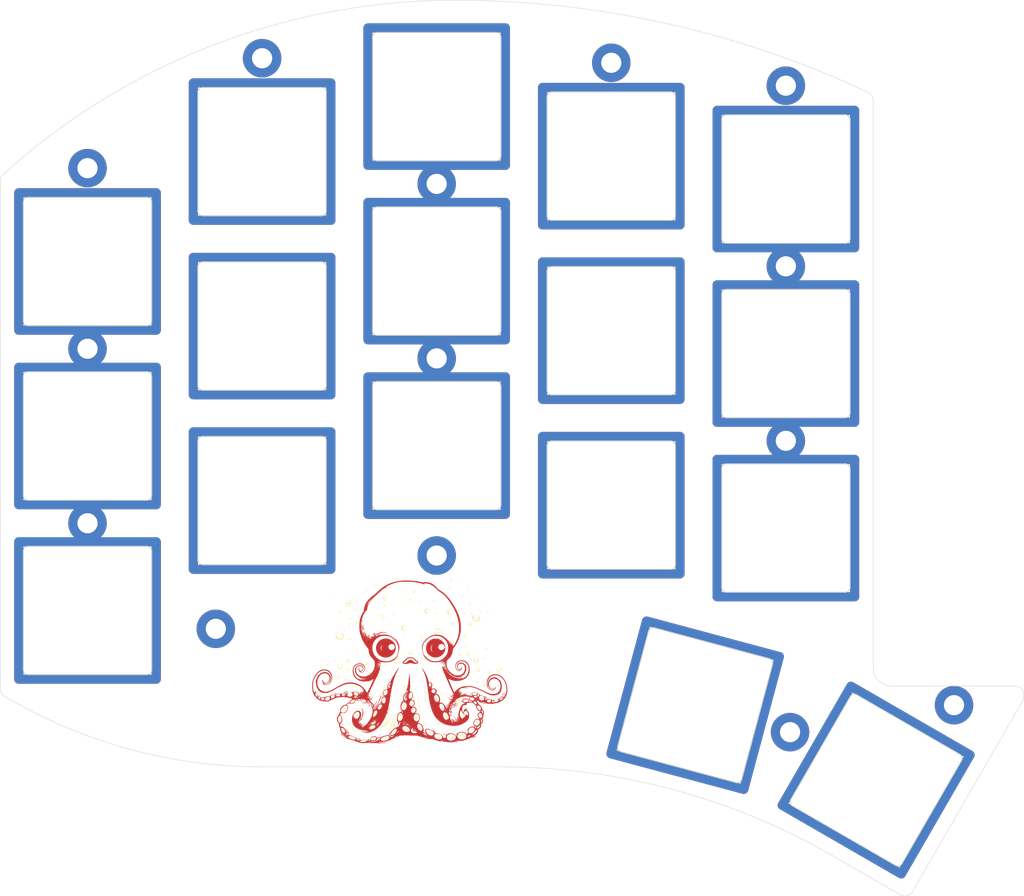
<source format=kicad_pcb>
(kicad_pcb (version 20221018) (generator pcbnew)
  (layers (0 "F.Cu" signal) (31 "B.Cu" signal) (34 "B.Paste" user) (35 "F.Paste" user) (36 "B.SilkS" user "B.Silkscreen") (37 "F.SilkS" user "F.Silkscreen") (38 "B.Mask" user) (39 "F.Mask" user) (44 "Edge.Cuts" user))
  (net 0 "")
  (net 1 "GND")
  (footprint "tako:M2_hole_4.2mm" (layer "F.Cu") (at 163.844577 65)
    (fp_text reference "H1" hide)
    (fp_text value "MountingHole" hide)
    (pad "" thru_hole circle (at 0 0) (size 4.2 4.2) (drill 2.2) (layers "*.Cu" "*.Mask") (net 1 "GND"))
  )
  (footprint "tako:plate_cut_ecs_pad_NIZ" (layer "F.Cu") (at 240.044583 66.193937 90)
    (fp_text reference "SW5")
    (fp_text value "EC_SW" hide)
    (fp_rect (start -7.5 -7.5) (end 7.5 7.5) (stroke (width 1)) (fill none) (layer "F.Cu"))
    (fp_rect (start -7.5 -7.5) (end 7.5 7.5) (stroke (width 1)) (fill none) (layer "B.Cu"))
    (fp_line (start -7 -6.5) (end -7 6.5) (stroke (width 0.1)) (layer "Edge.Cuts"))
    (fp_line (start -6.5 -7) (end 6.5 -7) (stroke (width 0.1)) (layer "Edge.Cuts"))
    (fp_line (start -6.5 7) (end 6.5 7) (stroke (width 0.1)) (layer "Edge.Cuts"))
    (fp_line (start 7 -6.5) (end 7 6.5) (stroke (width 0.1)) (layer "Edge.Cuts"))
    (fp_arc (start -7 -6.5) (mid -6.853553 -6.853553) (end -6.5 -7) (stroke (width 0.1)) (layer "Edge.Cuts"))
    (fp_arc (start -6.5 7) (mid -6.853526 6.853526) (end -7 6.5) (stroke (width 0.1)) (layer "Edge.Cuts"))
    (fp_arc (start 6.5 -7) (mid 6.853524 -6.853524) (end 7 -6.5) (stroke (width 0.1)) (layer "Edge.Cuts"))
    (fp_arc (start 7 6.5) (mid 6.853553 6.853553) (end 6.5 7) (stroke (width 0.1)) (layer "Edge.Cuts"))
  )
  (footprint "tako:plate_cut_ecs_pad_NIZ" (layer "F.Cu") (at 201.944584 95.293935 90)
    (fp_text reference "SW13")
    (fp_text value "EC_SW" hide)
    (fp_rect (start -7.5 -7.5) (end 7.5 7.5) (stroke (width 1)) (fill none) (layer "F.Cu"))
    (fp_rect (start -7.5 -7.5) (end 7.5 7.5) (stroke (width 1)) (fill none) (layer "B.Cu"))
    (fp_line (start -7 -6.5) (end -7 6.5) (stroke (width 0.1)) (layer "Edge.Cuts"))
    (fp_line (start -6.5 -7) (end 6.5 -7) (stroke (width 0.1)) (layer "Edge.Cuts"))
    (fp_line (start -6.5 7) (end 6.5 7) (stroke (width 0.1)) (layer "Edge.Cuts"))
    (fp_line (start 7 -6.5) (end 7 6.5) (stroke (width 0.1)) (layer "Edge.Cuts"))
    (fp_arc (start -7 -6.5) (mid -6.853553 -6.853553) (end -6.5 -7) (stroke (width 0.1)) (layer "Edge.Cuts"))
    (fp_arc (start -6.5 7) (mid -6.853526 6.853526) (end -7 6.5) (stroke (width 0.1)) (layer "Edge.Cuts"))
    (fp_arc (start 6.5 -7) (mid 6.853524 -6.853524) (end 7 -6.5) (stroke (width 0.1)) (layer "Edge.Cuts"))
    (fp_arc (start 7 6.5) (mid 6.853553 6.853553) (end 6.5 7) (stroke (width 0.1)) (layer "Edge.Cuts"))
  )
  (footprint "tako:plate_cut_ecs_pad_NIZ" (layer "F.Cu") (at 182.894584 101.294441 90)
    (fp_text reference "SW12")
    (fp_text value "EC_SW" hide)
    (fp_rect (start -7.5 -7.5) (end 7.5 7.5) (stroke (width 1)) (fill none) (layer "F.Cu"))
    (fp_rect (start -7.5 -7.5) (end 7.5 7.5) (stroke (width 1)) (fill none) (layer "B.Cu"))
    (fp_line (start -7 -6.5) (end -7 6.5) (stroke (width 0.1)) (layer "Edge.Cuts"))
    (fp_line (start -6.5 -7) (end 6.5 -7) (stroke (width 0.1)) (layer "Edge.Cuts"))
    (fp_line (start -6.5 7) (end 6.5 7) (stroke (width 0.1)) (layer "Edge.Cuts"))
    (fp_line (start 7 -6.5) (end 7 6.5) (stroke (width 0.1)) (layer "Edge.Cuts"))
    (fp_arc (start -7 -6.5) (mid -6.853553 -6.853553) (end -6.5 -7) (stroke (width 0.1)) (layer "Edge.Cuts"))
    (fp_arc (start -6.5 7) (mid -6.853526 6.853526) (end -7 6.5) (stroke (width 0.1)) (layer "Edge.Cuts"))
    (fp_arc (start 6.5 -7) (mid 6.853524 -6.853524) (end 7 -6.5) (stroke (width 0.1)) (layer "Edge.Cuts"))
    (fp_arc (start 7 6.5) (mid 6.853553 6.853553) (end 6.5 7) (stroke (width 0.1)) (layer "Edge.Cuts"))
  )
  (footprint "tako:plate_cut_ecs_pad_NIZ" (layer "F.Cu") (at 220.994586 63.693945 90)
    (fp_text reference "SW4")
    (fp_text value "EC_SW" hide)
    (fp_rect (start -7.5 -7.5) (end 7.5 7.5) (stroke (width 1)) (fill none) (layer "F.Cu"))
    (fp_rect (start -7.5 -7.5) (end 7.5 7.5) (stroke (width 1)) (fill none) (layer "B.Cu"))
    (fp_line (start -7 -6.5) (end -7 6.5) (stroke (width 0.1)) (layer "Edge.Cuts"))
    (fp_line (start -6.5 -7) (end 6.5 -7) (stroke (width 0.1)) (layer "Edge.Cuts"))
    (fp_line (start -6.5 7) (end 6.5 7) (stroke (width 0.1)) (layer "Edge.Cuts"))
    (fp_line (start 7 -6.5) (end 7 6.5) (stroke (width 0.1)) (layer "Edge.Cuts"))
    (fp_arc (start -7 -6.5) (mid -6.853553 -6.853553) (end -6.5 -7) (stroke (width 0.1)) (layer "Edge.Cuts"))
    (fp_arc (start -6.5 7) (mid -6.853526 6.853526) (end -7 6.5) (stroke (width 0.1)) (layer "Edge.Cuts"))
    (fp_arc (start 6.5 -7) (mid 6.853524 -6.853524) (end 7 -6.5) (stroke (width 0.1)) (layer "Edge.Cuts"))
    (fp_arc (start 7 6.5) (mid 6.853553 6.853553) (end 6.5 7) (stroke (width 0.1)) (layer "Edge.Cuts"))
  )
  (footprint "tako:plate_cut_ecs_pad_NIZ" (layer "F.Cu") (at 240.044586 104.293938 90)
    (fp_text reference "SW15")
    (fp_text value "EC_SW" hide)
    (fp_rect (start -7.5 -7.5) (end 7.5 7.5) (stroke (width 1)) (fill none) (layer "F.Cu"))
    (fp_rect (start -7.5 -7.5) (end 7.5 7.5) (stroke (width 1)) (fill none) (layer "B.Cu"))
    (fp_line (start -7 -6.5) (end -7 6.5) (stroke (width 0.1)) (layer "Edge.Cuts"))
    (fp_line (start -6.5 -7) (end 6.5 -7) (stroke (width 0.1)) (layer "Edge.Cuts"))
    (fp_line (start -6.5 7) (end 6.5 7) (stroke (width 0.1)) (layer "Edge.Cuts"))
    (fp_line (start 7 -6.5) (end 7 6.5) (stroke (width 0.1)) (layer "Edge.Cuts"))
    (fp_arc (start -7 -6.5) (mid -6.853553 -6.853553) (end -6.5 -7) (stroke (width 0.1)) (layer "Edge.Cuts"))
    (fp_arc (start -6.5 7) (mid -6.853526 6.853526) (end -7 6.5) (stroke (width 0.1)) (layer "Edge.Cuts"))
    (fp_arc (start 6.5 -7) (mid 6.853524 -6.853524) (end 7 -6.5) (stroke (width 0.1)) (layer "Edge.Cuts"))
    (fp_arc (start 7 6.5) (mid 6.853553 6.853553) (end 6.5 7) (stroke (width 0.1)) (layer "Edge.Cuts"))
  )
  (footprint "tako:plate_cut_ecs_pad_NIZ" (layer "F.Cu") (at 163.844586 94.244435 90)
    (fp_text reference "SW6")
    (fp_text value "EC_SW" hide)
    (fp_rect (start -7.5 -7.5) (end 7.5 7.5) (stroke (width 1)) (fill none) (layer "F.Cu"))
    (fp_rect (start -7.5 -7.5) (end 7.5 7.5) (stroke (width 1)) (fill none) (layer "B.Cu"))
    (fp_line (start -7 -6.5) (end -7 6.5) (stroke (width 0.1)) (layer "Edge.Cuts"))
    (fp_line (start -6.5 -7) (end 6.5 -7) (stroke (width 0.1)) (layer "Edge.Cuts"))
    (fp_line (start -6.5 7) (end 6.5 7) (stroke (width 0.1)) (layer "Edge.Cuts"))
    (fp_line (start 7 -6.5) (end 7 6.5) (stroke (width 0.1)) (layer "Edge.Cuts"))
    (fp_arc (start -7 -6.5) (mid -6.853553 -6.853553) (end -6.5 -7) (stroke (width 0.1)) (layer "Edge.Cuts"))
    (fp_arc (start -6.5 7) (mid -6.853526 6.853526) (end -7 6.5) (stroke (width 0.1)) (layer "Edge.Cuts"))
    (fp_arc (start 6.5 -7) (mid 6.853524 -6.853524) (end 7 -6.5) (stroke (width 0.1)) (layer "Edge.Cuts"))
    (fp_arc (start 7 6.5) (mid 6.853553 6.853553) (end 6.5 7) (stroke (width 0.1)) (layer "Edge.Cuts"))
  )
  (footprint "tako:M2_hole_4.2mm" (layer "F.Cu") (at 220.994586 53.5)
    (fp_text reference "H9" hide)
    (fp_text value "MountingHole" hide)
    (pad "" thru_hole circle (at 0 0) (size 4.2 4.2) (drill 2.2) (layers "*.Cu" "*.Mask") (net 1 "GND"))
  )
  (footprint "tako:plate_cut_ecs_pad_NIZ" (layer "F.Cu") (at 201.944577 57.193938 90)
    (fp_text reference "SW3")
    (fp_text value "EC_SW" hide)
    (fp_rect (start -7.5 -7.5) (end 7.5 7.5) (stroke (width 1)) (fill none) (layer "F.Cu"))
    (fp_rect (start -7.5 -7.5) (end 7.5 7.5) (stroke (width 1)) (fill none) (layer "B.Cu"))
    (fp_line (start -7 -6.5) (end -7 6.5) (stroke (width 0.1)) (layer "Edge.Cuts"))
    (fp_line (start -6.5 -7) (end 6.5 -7) (stroke (width 0.1)) (layer "Edge.Cuts"))
    (fp_line (start -6.5 7) (end 6.5 7) (stroke (width 0.1)) (layer "Edge.Cuts"))
    (fp_line (start 7 -6.5) (end 7 6.5) (stroke (width 0.1)) (layer "Edge.Cuts"))
    (fp_arc (start -7 -6.5) (mid -6.853553 -6.853553) (end -6.5 -7) (stroke (width 0.1)) (layer "Edge.Cuts"))
    (fp_arc (start -6.5 7) (mid -6.853526 6.853526) (end -7 6.5) (stroke (width 0.1)) (layer "Edge.Cuts"))
    (fp_arc (start 6.5 -7) (mid 6.853524 -6.853524) (end 7 -6.5) (stroke (width 0.1)) (layer "Edge.Cuts"))
    (fp_arc (start 7 6.5) (mid 6.853553 6.853553) (end 6.5 7) (stroke (width 0.1)) (layer "Edge.Cuts"))
  )
  (footprint "tako:M2_hole_4.2mm" (layer "F.Cu") (at 240.044584 56)
    (fp_text reference "H10" hide)
    (fp_text value "MountingHole" hide)
    (pad "" thru_hole circle (at 0 0) (size 4.2 4.2) (drill 2.2) (layers "*.Cu" "*.Mask") (net 1 "GND"))
  )
  (footprint "tako:plate_cut_ecs_pad_NIZ" (layer "F.Cu") (at 163.844584 113.294438 90)
    (fp_text reference "SW11")
    (fp_text value "EC_SW" hide)
    (fp_rect (start -7.5 -7.5) (end 7.5 7.5) (stroke (width 1)) (fill none) (layer "F.Cu"))
    (fp_rect (start -7.5 -7.5) (end 7.5 7.5) (stroke (width 1)) (fill none) (layer "B.Cu"))
    (fp_line (start -7 -6.5) (end -7 6.5) (stroke (width 0.1)) (layer "Edge.Cuts"))
    (fp_line (start -6.5 -7) (end 6.5 -7) (stroke (width 0.1)) (layer "Edge.Cuts"))
    (fp_line (start -6.5 7) (end 6.5 7) (stroke (width 0.1)) (layer "Edge.Cuts"))
    (fp_line (start 7 -6.5) (end 7 6.5) (stroke (width 0.1)) (layer "Edge.Cuts"))
    (fp_arc (start -7 -6.5) (mid -6.853553 -6.853553) (end -6.5 -7) (stroke (width 0.1)) (layer "Edge.Cuts"))
    (fp_arc (start -6.5 7) (mid -6.853526 6.853526) (end -7 6.5) (stroke (width 0.1)) (layer "Edge.Cuts"))
    (fp_arc (start 6.5 -7) (mid 6.853524 -6.853524) (end 7 -6.5) (stroke (width 0.1)) (layer "Edge.Cuts"))
    (fp_arc (start 7 6.5) (mid 6.853553 6.853553) (end 6.5 7) (stroke (width 0.1)) (layer "Edge.Cuts"))
  )
  (footprint "tako:M2_hole_4.2mm" (layer "F.Cu") (at 240.502931 126.577037 -22.5)
    (fp_text reference "H13" hide)
    (fp_text value "MountingHole" hide)
    (pad "" thru_hole circle (at 0 0 337.5) (size 4.2 4.2) (drill 2.2) (layers "*.Cu" "*.Mask") (net 1 "GND"))
  )
  (footprint "tako:M2_hole_4.2mm" (layer "F.Cu") (at 163.844575 84.719433)
    (fp_text reference "H2" hide)
    (fp_text value "MountingHole" hide)
    (pad "" thru_hole circle (at 0 0) (size 4.2 4.2) (drill 2.2) (layers "*.Cu" "*.Mask") (net 1 "GND"))
  )
  (footprint "tako:M2_hole_4.2mm" (layer "F.Cu") (at 177.844584 115.294441)
    (fp_text reference "H5" hide)
    (fp_text value "MountingHole" hide)
    (pad "" thru_hole circle (at 0 0) (size 4.2 4.2) (drill 2.2) (layers "*.Cu" "*.Mask") (net 1 "GND"))
  )
  (footprint "tako:plate_cut_ecs_pad_NIZ" (layer "F.Cu") (at 182.894579 63.194441 90)
    (fp_text reference "SW2")
    (fp_text value "EC_SW" hide)
    (fp_rect (start -7.5 -7.5) (end 7.5 7.5) (stroke (width 1)) (fill none) (layer "F.Cu"))
    (fp_rect (start -7.5 -7.5) (end 7.5 7.5) (stroke (width 1)) (fill none) (layer "B.Cu"))
    (fp_line (start -7 -6.5) (end -7 6.5) (stroke (width 0.1)) (layer "Edge.Cuts"))
    (fp_line (start -6.5 -7) (end 6.5 -7) (stroke (width 0.1)) (layer "Edge.Cuts"))
    (fp_line (start -6.5 7) (end 6.5 7) (stroke (width 0.1)) (layer "Edge.Cuts"))
    (fp_line (start 7 -6.5) (end 7 6.5) (stroke (width 0.1)) (layer "Edge.Cuts"))
    (fp_arc (start -7 -6.5) (mid -6.853553 -6.853553) (end -6.5 -7) (stroke (width 0.1)) (layer "Edge.Cuts"))
    (fp_arc (start -6.5 7) (mid -6.853526 6.853526) (end -7 6.5) (stroke (width 0.1)) (layer "Edge.Cuts"))
    (fp_arc (start 6.5 -7) (mid 6.853524 -6.853524) (end 7 -6.5) (stroke (width 0.1)) (layer "Edge.Cuts"))
    (fp_arc (start 7 6.5) (mid 6.853553 6.853553) (end 6.5 7) (stroke (width 0.1)) (layer "Edge.Cuts"))
  )
  (footprint "tako:plate_cut_ecs_pad_NIZ" (layer "F.Cu") (at 230.147625 123.634638 165)
    (fp_text reference "SW17")
    (fp_text value "EC_SW" hide)
    (fp_rect (start -7.5 -7.5) (end 7.5 7.5) (stroke (width 1)) (fill none) (layer "F.Cu"))
    (fp_rect (start -7.5 -7.5) (end 7.5 7.5) (stroke (width 1)) (fill none) (layer "B.Cu"))
    (fp_line (start -7 -6.5) (end -7 6.5) (stroke (width 0.1)) (layer "Edge.Cuts"))
    (fp_line (start -6.5 -7) (end 6.5 -7) (stroke (width 0.1)) (layer "Edge.Cuts"))
    (fp_line (start -6.5 7) (end 6.5 7) (stroke (width 0.1)) (layer "Edge.Cuts"))
    (fp_line (start 7 -6.5) (end 7 6.5) (stroke (width 0.1)) (layer "Edge.Cuts"))
    (fp_arc (start -7 -6.5) (mid -6.853554 -6.853553) (end -6.5 -7) (stroke (width 0.1)) (layer "Edge.Cuts"))
    (fp_arc (start -6.5 7) (mid -6.853525 6.853526) (end -7 6.5) (stroke (width 0.1)) (layer "Edge.Cuts"))
    (fp_arc (start 6.5 -7) (mid 6.853524 -6.853524) (end 7 -6.5) (stroke (width 0.1)) (layer "Edge.Cuts"))
    (fp_arc (start 7 6.5) (mid 6.853553 6.853553) (end 6.5 7) (stroke (width 0.1)) (layer "Edge.Cuts"))
  )
  (footprint "tako:plate_cut_ecs_pad_NIZ" (layer "F.Cu") (at 220.994586 82.743935 90)
    (fp_text reference "SW9")
    (fp_text value "EC_SW" hide)
    (fp_rect (start -7.5 -7.5) (end 7.5 7.5) (stroke (width 1)) (fill none) (layer "F.Cu"))
    (fp_rect (start -7.5 -7.5) (end 7.5 7.5) (stroke (width 1)) (fill none) (layer "B.Cu"))
    (fp_line (start -7 -6.5) (end -7 6.5) (stroke (width 0.1)) (layer "Edge.Cuts"))
    (fp_line (start -6.5 -7) (end 6.5 -7) (stroke (width 0.1)) (layer "Edge.Cuts"))
    (fp_line (start -6.5 7) (end 6.5 7) (stroke (width 0.1)) (layer "Edge.Cuts"))
    (fp_line (start 7 -6.5) (end 7 6.5) (stroke (width 0.1)) (layer "Edge.Cuts"))
    (fp_arc (start -7 -6.5) (mid -6.853553 -6.853553) (end -6.5 -7) (stroke (width 0.1)) (layer "Edge.Cuts"))
    (fp_arc (start -6.5 7) (mid -6.853526 6.853526) (end -7 6.5) (stroke (width 0.1)) (layer "Edge.Cuts"))
    (fp_arc (start 6.5 -7) (mid 6.853524 -6.853524) (end 7 -6.5) (stroke (width 0.1)) (layer "Edge.Cuts"))
    (fp_arc (start 7 6.5) (mid 6.853553 6.853553) (end 6.5 7) (stroke (width 0.1)) (layer "Edge.Cuts"))
  )
  (footprint "tako:M2_hole_4.2mm" (layer "F.Cu") (at 258.393583 123.632934 -22.5)
    (fp_text reference "H14" hide)
    (fp_text value "MountingHole" hide)
    (pad "" thru_hole circle (at 0 0 337.5) (size 4.2 4.2) (drill 2.2) (layers "*.Cu" "*.Mask") (net 1 "GND"))
  )
  (footprint "tako:plate_cut_ecs_pad_NIZ" (layer "F.Cu") (at 182.894585 82.244437 90)
    (fp_text reference "SW7")
    (fp_text value "EC_SW" hide)
    (fp_rect (start -7.5 -7.5) (end 7.5 7.5) (stroke (width 1)) (fill none) (layer "F.Cu"))
    (fp_rect (start -7.5 -7.5) (end 7.5 7.5) (stroke (width 1)) (fill none) (layer "B.Cu"))
    (fp_line (start -7 -6.5) (end -7 6.5) (stroke (width 0.1)) (layer "Edge.Cuts"))
    (fp_line (start -6.5 -7) (end 6.5 -7) (stroke (width 0.1)) (layer "Edge.Cuts"))
    (fp_line (start -6.5 7) (end 6.5 7) (stroke (width 0.1)) (layer "Edge.Cuts"))
    (fp_line (start 7 -6.5) (end 7 6.5) (stroke (width 0.1)) (layer "Edge.Cuts"))
    (fp_arc (start -7 -6.5) (mid -6.853553 -6.853553) (end -6.5 -7) (stroke (width 0.1)) (layer "Edge.Cuts"))
    (fp_arc (start -6.5 7) (mid -6.853526 6.853526) (end -7 6.5) (stroke (width 0.1)) (layer "Edge.Cuts"))
    (fp_arc (start 6.5 -7) (mid 6.853524 -6.853524) (end 7 -6.5) (stroke (width 0.1)) (layer "Edge.Cuts"))
    (fp_arc (start 7 6.5) (mid 6.853553 6.853553) (end 6.5 7) (stroke (width 0.1)) (layer "Edge.Cuts"))
  )
  (footprint "tako:plate_cut_ecs_pad_NIZ" (layer "F.Cu") (at 220.99458 101.793936 90)
    (fp_text reference "SW14")
    (fp_text value "EC_SW" hide)
    (fp_rect (start -7.5 -7.5) (end 7.5 7.5) (stroke (width 1)) (fill none) (layer "F.Cu"))
    (fp_rect (start -7.5 -7.5) (end 7.5 7.5) (stroke (width 1)) (fill none) (layer "B.Cu"))
    (fp_line (start -7 -6.5) (end -7 6.5) (stroke (width 0.1)) (layer "Edge.Cuts"))
    (fp_line (start -6.5 -7) (end 6.5 -7) (stroke (width 0.1)) (layer "Edge.Cuts"))
    (fp_line (start -6.5 7) (end 6.5 7) (stroke (width 0.1)) (layer "Edge.Cuts"))
    (fp_line (start 7 -6.5) (end 7 6.5) (stroke (width 0.1)) (layer "Edge.Cuts"))
    (fp_arc (start -7 -6.5) (mid -6.853553 -6.853553) (end -6.5 -7) (stroke (width 0.1)) (layer "Edge.Cuts"))
    (fp_arc (start -6.5 7) (mid -6.853526 6.853526) (end -7 6.5) (stroke (width 0.1)) (layer "Edge.Cuts"))
    (fp_arc (start 6.5 -7) (mid 6.853524 -6.853524) (end 7 -6.5) (stroke (width 0.1)) (layer "Edge.Cuts"))
    (fp_arc (start 7 6.5) (mid 6.853553 6.853553) (end 6.5 7) (stroke (width 0.1)) (layer "Edge.Cuts"))
  )
  (footprint "tako:plate_cut_ecs_pad_NIZ" (layer "F.Cu") (at 163.844577 75.194439 90)
    (fp_text reference "SW1")
    (fp_text value "EC_SW" hide)
    (fp_rect (start -7.5 -7.5) (end 7.5 7.5) (stroke (width 1)) (fill none) (layer "F.Cu"))
    (fp_rect (start -7.5 -7.5) (end 7.5 7.5) (stroke (width 1)) (fill none) (layer "B.Cu"))
    (fp_line (start -7 -6.5) (end -7 6.5) (stroke (width 0.1)) (layer "Edge.Cuts"))
    (fp_line (start -6.5 -7) (end 6.5 -7) (stroke (width 0.1)) (layer "Edge.Cuts"))
    (fp_line (start -6.5 7) (end 6.5 7) (stroke (width 0.1)) (layer "Edge.Cuts"))
    (fp_line (start 7 -6.5) (end 7 6.5) (stroke (width 0.1)) (layer "Edge.Cuts"))
    (fp_arc (start -7 -6.5) (mid -6.853553 -6.853553) (end -6.5 -7) (stroke (width 0.1)) (layer "Edge.Cuts"))
    (fp_arc (start -6.5 7) (mid -6.853526 6.853526) (end -7 6.5) (stroke (width 0.1)) (layer "Edge.Cuts"))
    (fp_arc (start 6.5 -7) (mid 6.853524 -6.853524) (end 7 -6.5) (stroke (width 0.1)) (layer "Edge.Cuts"))
    (fp_arc (start 7 6.5) (mid 6.853553 6.853553) (end 6.5 7) (stroke (width 0.1)) (layer "Edge.Cuts"))
  )
  (footprint "tako:M2_hole_4.2mm" (layer "F.Cu") (at 240.044582 94.768938)
    (fp_text reference "H12" hide)
    (fp_text value "MountingHole" hide)
    (pad "" thru_hole circle (at 0 0) (size 4.2 4.2) (drill 2.2) (layers "*.Cu" "*.Mask") (net 1 "GND"))
  )
  (footprint "tako:M2_hole_4.2mm" (layer "F.Cu") (at 201.944578 66.718938)
    (fp_text reference "H6" hide)
    (fp_text value "MountingHole" hide)
    (pad "" thru_hole circle (at 0 0) (size 4.2 4.2) (drill 2.2) (layers "*.Cu" "*.Mask") (net 1 "GND"))
  )
  (footprint "tako:plate_cut_ecs_pad_NIZ" (layer "F.Cu") (at 240.044585 85.243939 90)
    (fp_text reference "SW10")
    (fp_text value "EC_SW" hide)
    (fp_rect (start -7.5 -7.5) (end 7.5 7.5) (stroke (width 1)) (fill none) (layer "F.Cu"))
    (fp_rect (start -7.5 -7.5) (end 7.5 7.5) (stroke (width 1)) (fill none) (layer "B.Cu"))
    (fp_line (start -7 -6.5) (end -7 6.5) (stroke (width 0.1)) (layer "Edge.Cuts"))
    (fp_line (start -6.5 -7) (end 6.5 -7) (stroke (width 0.1)) (layer "Edge.Cuts"))
    (fp_line (start -6.5 7) (end 6.5 7) (stroke (width 0.1)) (layer "Edge.Cuts"))
    (fp_line (start 7 -6.5) (end 7 6.5) (stroke (width 0.1)) (layer "Edge.Cuts"))
    (fp_arc (start -7 -6.5) (mid -6.853553 -6.853553) (end -6.5 -7) (stroke (width 0.1)) (layer "Edge.Cuts"))
    (fp_arc (start -6.5 7) (mid -6.853526 6.853526) (end -7 6.5) (stroke (width 0.1)) (layer "Edge.Cuts"))
    (fp_arc (start 6.5 -7) (mid 6.853524 -6.853524) (end 7 -6.5) (stroke (width 0.1)) (layer "Edge.Cuts"))
    (fp_arc (start 7 6.5) (mid 6.853553 6.853553) (end 6.5 7) (stroke (width 0.1)) (layer "Edge.Cuts"))
  )
  (footprint "tako:M2_hole_4.2mm" (layer "F.Cu") (at 182.894581 53)
    (fp_text reference "H4" hide)
    (fp_text value "MountingHole" hide)
    (pad "" thru_hole circle (at 0 0) (size 4.2 4.2) (drill 2.2) (layers "*.Cu" "*.Mask") (net 1 "GND"))
  )
  (footprint "tako:M2_hole_4.2mm" (layer "F.Cu") (at 240.044585 75.718938)
    (fp_text reference "H11" hide)
    (fp_text value "MountingHole" hide)
    (pad "" thru_hole circle (at 0 0) (size 4.2 4.2) (drill 2.2) (layers "*.Cu" "*.Mask") (net 1 "GND"))
  )
  (footprint "tako:plate_cut_ecs_pad_NIZ" (layer "F.Cu") (at 201.944581 76.243942 90)
    (fp_text reference "SW8")
    (fp_text value "EC_SW" hide)
    (fp_rect (start -7.5 -7.5) (end 7.5 7.5) (stroke (width 1)) (fill none) (layer "F.Cu"))
    (fp_rect (start -7.5 -7.5) (end 7.5 7.5) (stroke (width 1)) (fill none) (layer "B.Cu"))
    (fp_line (start -7 -6.5) (end -7 6.5) (stroke (width 0.1)) (layer "Edge.Cuts"))
    (fp_line (start -6.5 -7) (end 6.5 -7) (stroke (width 0.1)) (layer "Edge.Cuts"))
    (fp_line (start -6.5 7) (end 6.5 7) (stroke (width 0.1)) (layer "Edge.Cuts"))
    (fp_line (start 7 -6.5) (end 7 6.5) (stroke (width 0.1)) (layer "Edge.Cuts"))
    (fp_arc (start -7 -6.5) (mid -6.853553 -6.853553) (end -6.5 -7) (stroke (width 0.1)) (layer "Edge.Cuts"))
    (fp_arc (start -6.5 7) (mid -6.853526 6.853526) (end -7 6.5) (stroke (width 0.1)) (layer "Edge.Cuts"))
    (fp_arc (start 6.5 -7) (mid 6.853524 -6.853524) (end 7 -6.5) (stroke (width 0.1)) (layer "Edge.Cuts"))
    (fp_arc (start 7 6.5) (mid 6.853553 6.853553) (end 6.5 7) (stroke (width 0.1)) (layer "Edge.Cuts"))
  )
  (footprint "tako:M2_hole_4.2mm" (layer "F.Cu") (at 201.944578 85.768938)
    (fp_text reference "H7" hide)
    (fp_text value "MountingHole" hide)
    (pad "" thru_hole circle (at 0 0) (size 4.2 4.2) (drill 2.2) (layers "*.Cu" "*.Mask") (net 1 "GND"))
  )
  (footprint "tako:plate_cut_ecs_pad_NIZ" (layer "F.Cu") (at 249.894548 131.814328 150)
    (fp_text reference "SW16")
    (fp_text value "EC_SW" hide)
    (fp_rect (start -7.5 -7.5) (end 7.5 7.5) (stroke (width 1)) (fill none) (layer "F.Cu"))
    (fp_rect (start -7.5 -7.5) (end 7.5 7.5) (stroke (width 1)) (fill none) (layer "B.Cu"))
    (fp_line (start -7 -6.5) (end -7 6.5) (stroke (width 0.1)) (layer "Edge.Cuts"))
    (fp_line (start -6.5 -7) (end 6.5 -7) (stroke (width 0.1)) (layer "Edge.Cuts"))
    (fp_line (start -6.5 7) (end 6.5 7) (stroke (width 0.1)) (layer "Edge.Cuts"))
    (fp_line (start 7 -6.5) (end 7 6.5) (stroke (width 0.1)) (layer "Edge.Cuts"))
    (fp_arc (start -7 -6.5) (mid -6.853553 -6.853553) (end -6.5 -7) (stroke (width 0.1)) (layer "Edge.Cuts"))
    (fp_arc (start -6.5 7) (mid -6.853525 6.853526) (end -7 6.5) (stroke (width 0.1)) (layer "Edge.Cuts"))
    (fp_arc (start 6.5 -7) (mid 6.853524 -6.853524) (end 7 -6.5) (stroke (width 0.1)) (layer "Edge.Cuts"))
    (fp_arc (start 7 6.5) (mid 6.853553 6.853553) (end 6.5 7) (stroke (width 0.1)) (layer "Edge.Cuts"))
  )
  (footprint "tako:tako" (layer "F.Cu") (at 199 119)
    (fp_text reference "G***" hide)
    (fp_text value "LOGO" hide)
    (fp_poly (pts (xy -5.690577 1.648558) (xy -5.702789 1.660769) (xy -5.715 1.648558) (xy -5.702789 1.636346)) (fill solid) (layer "F.Cu"))
    (fp_poly (pts (xy -5.666154 1.575288) (xy -5.678365 1.5875) (xy -5.690577 1.575288) (xy -5.678365 1.563077)) (fill solid) (layer "F.Cu"))
    (fp_poly (pts (xy -5.641731 1.672981) (xy -5.653942 1.685192) (xy -5.666154 1.672981) (xy -5.653942 1.660769)) (fill solid) (layer "F.Cu"))
    (fp_poly (pts (xy -5.568462 1.575288) (xy -5.580673 1.5875) (xy -5.592885 1.575288) (xy -5.580673 1.563077)) (fill solid) (layer "F.Cu"))
    (fp_poly (pts (xy -5.544039 1.624135) (xy -5.55625 1.636346) (xy -5.568462 1.624135) (xy -5.55625 1.611923)) (fill solid) (layer "F.Cu"))
    (fp_poly (pts (xy -5.544039 1.74625) (xy -5.55625 1.758461) (xy -5.568462 1.74625) (xy -5.55625 1.734038)) (fill solid) (layer "F.Cu"))
    (fp_poly (pts (xy -5.421923 1.697404) (xy -5.434135 1.709615) (xy -5.446346 1.697404) (xy -5.434135 1.685192)) (fill solid) (layer "F.Cu"))
    (fp_poly (pts (xy -5.3975 1.74625) (xy -5.409712 1.758461) (xy -5.421923 1.74625) (xy -5.409712 1.734038)) (fill solid) (layer "F.Cu"))
    (fp_poly (pts (xy -5.348654 1.721827) (xy -5.360865 1.734038) (xy -5.373077 1.721827) (xy -5.360865 1.709615)) (fill solid) (layer "F.Cu"))
    (fp_poly (pts (xy -4.860192 1.770673) (xy -4.872404 1.782885) (xy -4.884615 1.770673) (xy -4.872404 1.758461)) (fill solid) (layer "F.Cu"))
    (fp_poly (pts (xy -5.485074 1.709964) (xy -5.475448 1.744552) (xy -5.485074 1.758113) (xy -5.504582 1.761891) (xy -5.509148 1.734038) (xy -5.501284 1.702888)) (fill solid) (layer "F.Cu"))
    (fp_poly (pts (xy -5.621081 1.621802) (xy -5.595068 1.644506) (xy -5.592885 1.649999) (xy -5.604475 1.660037) (xy -5.628607 1.637544) (xy -5.631852 1.632572) (xy -5.63473 1.61586)) (fill solid) (layer "F.Cu"))
    (fp_poly (pts (xy -5.576124 1.700968) (xy -5.580673 1.709615) (xy -5.603685 1.732939) (xy -5.607979 1.734038) (xy -5.609645 1.718262) (xy -5.605096 1.709615) (xy -5.582084 1.686291) (xy -5.57779 1.685192)) (fill solid) (layer "F.Cu"))
    (fp_poly (pts (xy -5.243574 1.761236) (xy -5.251778 1.771657) (xy -5.262621 1.801113) (xy -5.242925 1.807128) (xy -5.218494 1.791122) (xy -5.185924 1.775811) (xy -5.137522 1.767524) (xy -5.091787 1.767267) (xy -5.067217 1.776044) (xy -5.06782 1.782936) (xy -5.065835 1.805404) (xy -5.057018 1.807308) (xy -5.03216 1.788574) (xy -5.031154 1.781443) (xy -5.015782 1.767805) (xy -5.003431 1.772712) (xy -4.998738 1.795065) (xy -5.03396 1.822134) (xy -5.088579 1.849161) (xy -5.120771 1.849912) (xy -5.149579 1.823923) (xy -5.153519 1.819218) (xy -5.173819 1.805866) (xy -5.128846 1.805866) (xy -5.111117 1.830737) (xy -5.104423 1.831731) (xy -5.080635 1.823398) (xy -5.08 1.82096) (xy -5.097114 1.800109) (xy -5.104423 1.795096) (xy -5.126929 1.797032) (xy -5.128846 1.805866) (xy -5.173819 1.805866) (xy -5.188596 1.796147) (xy -5.216006 1.808701) (xy -5.259153 1.822075) (xy -5.300338 1.807024) (xy -5.338022 1.780401) (xy -5.334026 1.770673) (xy -5.299808 1.770673) (xy -5.287596 1.782885) (xy -5.275385 1.770673) (xy -5.287596 1.758461) (xy -5.299808 1.770673) (xy -5.334026 1.770673) (xy -5.330305 1.761615) (xy -5.276515 1.746468) (xy -5.239788 1.743443)) (fill solid) (layer "F.Cu"))
    (fp_poly (pts (xy -2.454139 -2.641161) (xy -2.253812 -2.58893) (xy -2.061517 -2.499395) (xy -1.887083 -2.379385) (xy -1.74034 -2.235729) (xy -1.631119 -2.075258) (xy -1.626396 -2.066081) (xy -1.55168 -1.868363) (xy -1.522023 -1.667106) (xy -1.534457 -1.467689) (xy -1.586015 -1.27549) (xy -1.673731 -1.095888) (xy -1.794637 -0.934263) (xy -1.945767 -0.795994) (xy -2.124153 -0.686459) (xy -2.326829 -0.611038) (xy -2.442308 -0.586855) (xy -2.544142 -0.572192) (xy -2.620274 -0.566295) (xy -2.692201 -0.569297) (xy -2.781416 -0.581331) (xy -2.830111 -0.58926) (xy -3.03606 -0.646894) (xy -3.220511 -0.744456) (xy -3.379373 -0.876233) (xy -3.508555 -1.036513) (xy -3.603967 -1.219584) (xy -3.661519 -1.419735) (xy -3.674754 -1.599192) (xy -3.163827 -1.599192) (xy -3.15097 -1.46469) (xy -3.117224 -1.371529) (xy -3.081982 -1.315018) (xy -3.06335 -1.303987) (xy -3.064456 -1.336965) (xy -3.079903 -1.389061) (xy -3.097643 -1.484759) (xy -3.09875 -1.606209) (xy -3.084853 -1.733855) (xy -3.08005 -1.753985) (xy -2.309701 -1.753985) (xy -2.303419 -1.635236) (xy -2.2582 -1.533454) (xy -2.182503 -1.453793) (xy -2.08479 -1.401406) (xy -1.973518 -1.381446) (xy -1.857147 -1.399067) (xy -1.782885 -1.433052) (xy -1.689583 -1.515069) (xy -1.633236 -1.62172) (xy -1.617383 -1.74201) (xy -1.644574 -1.862598) (xy -1.709923 -1.95962) (xy -1.80855 -2.023137) (xy -1.935802 -2.050417) (xy -1.966058 -2.051286) (xy -2.099628 -2.031756) (xy -2.20278 -1.974503) (xy -2.273487 -1.881282) (xy -2.309701 -1.753985) (xy -3.08005 -1.753985) (xy -3.057582 -1.848146) (xy -3.037465 -1.898243) (xy -3.009078 -1.961585) (xy -3.004557 -1.986035) (xy -3.020924 -1.973512) (xy -3.055205 -1.925934) (xy -3.095247 -1.860997) (xy -3.144984 -1.73727) (xy -3.163827 -1.599192) (xy -3.674754 -1.599192) (xy -3.677119 -1.631254) (xy -3.665511 -1.75575) (xy -3.609262 -1.966578) (xy -3.512729 -2.156805) (xy -3.381606 -2.322269) (xy -3.221583 -2.458811) (xy -3.038352 -2.562272) (xy -2.837605 -2.62849) (xy -2.625033 -2.653306)) (fill solid) (layer "F.Cu"))
    (fp_poly (pts (xy 2.957633 -2.624607) (xy 3.047082 -2.620409) (xy 3.115153 -2.610525) (xy 3.175576 -2.592593) (xy 3.242079 -2.56425) (xy 3.272692 -2.549833) (xy 3.470002 -2.432071) (xy 3.630069 -2.283633) (xy 3.755741 -2.101745) (xy 3.779083 -2.056911) (xy 3.819469 -1.973063) (xy 3.845854 -1.907538) (xy 3.861187 -1.845624) (xy 3.868419 -1.772611) (xy 3.870498 -1.673786) (xy 3.870509 -1.600893) (xy 3.869195 -1.477889) (xy 3.864232 -1.389701) (xy 3.853207 -1.322313) (xy 3.833706 -1.261709) (xy 3.803314 -1.193875) (xy 3.79879 -1.184519) (xy 3.681957 -0.996561) (xy 3.530523 -0.836304) (xy 3.351899 -0.709639) (xy 3.153496 -0.622453) (xy 3.060414 -0.597812) (xy 2.935234 -0.574842) (xy 2.832502 -0.566718) (xy 2.728321 -0.572844) (xy 2.630733 -0.587124) (xy 2.439399 -0.641562) (xy 2.25532 -0.73531) (xy 2.090799 -0.860286) (xy 1.958143 -1.008405) (xy 1.933128 -1.045376) (xy 1.844548 -1.227995) (xy 1.794218 -1.43051) (xy 1.784855 -1.603714) (xy 2.305211 -1.603714) (xy 2.314405 -1.445972) (xy 2.363947 -1.299057) (xy 2.436826 -1.190625) (xy 2.471997 -1.154479) (xy 2.481162 -1.156672) (xy 2.464322 -1.19832) (xy 2.436991 -1.251683) (xy 2.398273 -1.36256) (xy 2.379449 -1.500094) (xy 2.380563 -1.646312) (xy 2.391652 -1.718298) (xy 3.128834 -1.718298) (xy 3.147033 -1.609434) (xy 3.196661 -1.510915) (xy 3.276266 -1.433232) (xy 3.361654 -1.392804) (xy 3.42747 -1.375199) (xy 3.476532 -1.372051) (xy 3.534864 -1.383367) (xy 3.569866 -1.392845) (xy 3.66155 -1.439405) (xy 3.744828 -1.517681) (xy 3.804591 -1.611262) (xy 3.822794 -1.667497) (xy 3.820731 -1.772659) (xy 3.783308 -1.879343) (xy 3.718857 -1.968498) (xy 3.676432 -2.002223) (xy 3.571055 -2.042211) (xy 3.449214 -2.050699) (xy 3.331766 -2.027694) (xy 3.277328 -2.002066) (xy 3.19253 -1.925104) (xy 3.143516 -1.827018) (xy 3.128834 -1.718298) (xy 2.391652 -1.718298) (xy 2.401656 -1.783239) (xy 2.435499 -1.879244) (xy 2.469688 -1.954636) (xy 2.479091 -1.991441) (xy 2.465032 -1.987932) (xy 2.428835 -1.942386) (xy 2.409323 -1.913347) (xy 2.336729 -1.7627) (xy 2.305211 -1.603714) (xy 1.784855 -1.603714) (xy 1.782806 -1.64161) (xy 1.810981 -1.849987) (xy 1.874604 -2.034226) (xy 1.987427 -2.219386) (xy 2.13865 -2.380473) (xy 2.320694 -2.509896) (xy 2.381922 -2.542265) (xy 2.458273 -2.578356) (xy 2.520198 -2.602151) (xy 2.581549 -2.616203) (xy 2.656176 -2.623069) (xy 2.757927 -2.625302) (xy 2.833077 -2.625481)) (fill solid) (layer "F.Cu"))
    (fp_poly (pts (xy 0.196613 -0.582026) (xy 0.302472 -0.570562) (xy 0.372525 -0.553139) (xy 0.373236 -0.55284) (xy 0.426058 -0.519622) (xy 0.497794 -0.460398) (xy 0.575471 -0.386167) (xy 0.599571 -0.360926) (xy 0.678413 -0.282497) (xy 0.757584 -0.214007) (xy 0.823087 -0.167299) (xy 0.837696 -0.159438) (xy 0.904185 -0.108355) (xy 0.927966 -0.045501) (xy 0.910019 0.019046) (xy 0.851324 0.075206) (xy 0.813001 0.094597) (xy 0.759305 0.110168) (xy 0.68984 0.122241) (xy 0.618754 0.129597) (xy 0.560198 0.131016) (xy 0.528319 0.125282) (xy 0.526872 0.119242) (xy 0.517496 0.097847) (xy 0.501776 0.089284) (xy 0.476777 0.090695) (xy 0.478551 0.107095) (xy 0.473757 0.132546) (xy 0.440819 0.137097) (xy 0.394305 0.123542) (xy 0.348786 0.094676) (xy 0.336006 0.08141) (xy 0.374487 0.08141) (xy 0.37784 0.09593) (xy 0.390769 0.097692) (xy 0.410872 0.088756) (xy 0.407051 0.08141) (xy 0.378067 0.078487) (xy 0.374487 0.08141) (xy 0.336006 0.08141) (xy 0.334045 0.079375) (xy 0.293074 0.039424) (xy 0.262213 0.024423) (xy 0.257397 0.036782) (xy 0.282303 0.063051) (xy 0.314836 0.090768) (xy 0.308964 0.093919) (xy 0.280865 0.08447) (xy 0.220149 0.061982) (xy 0.167524 0.041495) (xy 0.117007 0.03023) (xy 0.050576 0.034843) (xy -0.045333 0.056515) (xy -0.064495 0.061693) (xy -0.15326 0.085945) (xy -0.22633 0.105725) (xy -0.268183 0.116831) (xy -0.268654 0.116951) (xy -0.364574 0.132943) (xy -0.471322 0.138171) (xy -0.571384 0.13295) (xy -0.647248 0.117592) (xy -0.664915 0.109839) (xy -0.742292 0.048622) (xy -0.775688 -0.015902) (xy -0.677459 -0.015902) (xy -0.636803 0.011191) (xy -0.616683 0.018629) (xy -0.534486 0.029998) (xy -0.449113 0.006085) (xy -0.353679 -0.056082) (xy -0.269585 -0.131329) (xy -0.177934 -0.216883) (xy -0.106532 -0.271873) (xy -0.043656 -0.302665) (xy 0.022417 -0.315624) (xy 0.073269 -0.3175) (xy 0.146331 -0.312851) (xy 0.209512 -0.294733) (xy 0.27493 -0.256891) (xy 0.354697 -0.193068) (xy 0.410419 -0.143404) (xy 0.530293 -0.049868) (xy 0.638564 0.003434) (xy 0.731578 0.015098) (xy 0.782326 -0.000422) (xy 0.839163 -0.03084) (xy 0.76761 -0.081159) (xy 0.719113 -0.121231) (xy 0.649427 -0.186212) (xy 0.570308 -0.264948) (xy 0.532894 -0.303864) (xy 0.36973 -0.47625) (xy 0.134668 -0.484759) (xy 0.004664 -0.48582) (xy -0.099048 -0.479364) (xy -0.165804 -0.466091) (xy -0.169231 -0.464756) (xy -0.217291 -0.434468) (xy -0.286076 -0.378291) (xy -0.363415 -0.306444) (xy -0.392224 -0.27746) (xy -0.469834 -0.201396) (xy -0.543392 -0.135963) (xy -0.600633 -0.091854) (xy -0.615113 -0.083135) (xy -0.670245 -0.046364) (xy -0.677459 -0.015902) (xy -0.775688 -0.015902) (xy -0.777424 -0.019256) (xy -0.769407 -0.086075) (xy -0.717336 -0.144118) (xy -0.696159 -0.156988) (xy -0.637737 -0.197232) (xy -0.561954 -0.26124) (xy -0.483825 -0.336196) (xy -0.472906 -0.347514) (xy -0.370741 -0.448732) (xy -0.283368 -0.516913) (xy -0.196581 -0.558331) (xy -0.096173 -0.579257) (xy 0.03206 -0.585963) (xy 0.067586 -0.586154)) (fill solid) (layer "F.Cu"))
    (fp_poly (pts (xy 0.105828 -8.964857) (xy 0.363141 -8.944476) (xy 0.613218 -8.917103) (xy 0.846554 -8.884143) (xy 1.053642 -8.847) (xy 1.224977 -8.80708) (xy 1.278299 -8.791609) (xy 1.372112 -8.766597) (xy 1.437326 -8.761137) (xy 1.486531 -8.772612) (xy 1.539832 -8.784204) (xy 1.62638 -8.792829) (xy 1.730604 -8.797133) (xy 1.770673 -8.797358) (xy 2.024822 -8.772568) (xy 2.2727 -8.703333) (xy 2.506715 -8.593725) (xy 2.719278 -8.447817) (xy 2.902795 -8.269683) (xy 3.005319 -8.134937) (xy 3.069019 -8.058156) (xy 3.156709 -7.989033) (xy 3.254286 -7.931344) (xy 3.493313 -7.786634) (xy 3.721533 -7.615421) (xy 3.943079 -7.413551) (xy 4.162086 -7.17687) (xy 4.382687 -6.901224) (xy 4.609015 -6.582458) (xy 4.635043 -6.543677) (xy 4.869896 -6.174661) (xy 5.066872 -5.82646) (xy 5.228732 -5.492787) (xy 5.358237 -5.167357) (xy 5.458147 -4.843881) (xy 5.531223 -4.516072) (xy 5.53522 -4.493846) (xy 5.557589 -4.323161) (xy 5.57166 -4.120298) (xy 5.577434 -3.900148) (xy 5.574911 -3.677603) (xy 5.564092 -3.467556) (xy 5.544977 -3.284899) (xy 5.535191 -3.223846) (xy 5.448105 -2.865137) (xy 5.3188 -2.505189) (xy 5.152342 -2.15502) (xy 4.953795 -1.825648) (xy 4.789737 -1.602459) (xy 4.731501 -1.508796) (xy 4.71323 -1.419286) (xy 4.700709 -1.285161) (xy 4.667524 -1.128238) (xy 4.618559 -0.967348) (xy 4.558697 -0.821326) (xy 4.557513 -0.818874) (xy 4.481346 -0.683166) (xy 4.38743 -0.559785) (xy 4.265352 -0.436115) (xy 4.179108 -0.360605) (xy 4.105708 -0.288514) (xy 4.061395 -0.212938) (xy 4.038675 -0.142117) (xy 4.011608 0.044734) (xy 4.018986 0.24788) (xy 4.058827 0.45107) (xy 4.129151 0.638055) (xy 4.135314 0.650413) (xy 4.251463 0.834149) (xy 4.404587 1.008944) (xy 4.582871 1.163497) (xy 4.774499 1.286508) (xy 4.828842 1.313715) (xy 4.899804 1.344435) (xy 4.964013 1.363941) (xy 5.036291 1.374701) (xy 5.13146 1.379181) (xy 5.226538 1.379904) (xy 5.34355 1.379051) (xy 5.426255 1.374506) (xy 5.489184 1.363284) (xy 5.546871 1.342403) (xy 5.61385 1.308879) (xy 5.639265 1.295186) (xy 5.797234 1.184248) (xy 5.915747 1.044973) (xy 5.993675 0.879307) (xy 6.029889 0.689196) (xy 6.0325 0.617653) (xy 6.014899 0.445829) (xy 5.963494 0.305608) (xy 5.880382 0.199442) (xy 5.76766 0.129783) (xy 5.627425 0.099083) (xy 5.587992 0.097783) (xy 5.449205 0.116763) (xy 5.341812 0.171321) (xy 5.268888 0.258211) (xy 5.233507 0.374188) (xy 5.232895 0.472752) (xy 5.248989 0.562335) (xy 5.281638 0.623166) (xy 5.310245 0.65188) (xy 5.392929 0.698743) (xy 5.474567 0.70566) (xy 5.54696 0.679787) (xy 5.601911 0.628279) (xy 5.63122 0.558294) (xy 5.626689 0.476987) (xy 5.591565 0.406321) (xy 5.536303 0.329711) (xy 5.600854 0.388569) (xy 5.660643 0.473562) (xy 5.683365 0.57673) (xy 5.669608 0.685135) (xy 5.619962 0.78584) (xy 5.580761 0.830302) (xy 5.497074 0.878969) (xy 5.392017 0.898811) (xy 5.284621 0.888455) (xy 5.209199 0.857121) (xy 5.099638 0.760449) (xy 5.025968 0.631443) (xy 4.989141 0.471907) (xy 4.986191 0.434927) (xy 4.9893 0.378544) (xy 5.033016 0.378544) (xy 5.040012 0.529033) (xy 5.090813 0.660574) (xy 5.184942 0.770963) (xy 5.192434 0.777259) (xy 5.298959 0.838513) (xy 5.407569 0.852665) (xy 5.51134 0.820435) (xy 5.603348 0.742543) (xy 5.610425 0.733813) (xy 5.638341 0.690072) (xy 5.634285 0.676868) (xy 5.601776 0.69964) (xy 5.593506 0.707648) (xy 5.507191 0.763454) (xy 5.409712 0.772449) (xy 5.334969 0.74912) (xy 5.251378 0.683553) (xy 5.194206 0.584395) (xy 5.166283 0.46083) (xy 5.170439 0.322039) (xy 5.183426 0.257468) (xy 5.212284 0.173317) (xy 5.256551 0.113004) (xy 5.320229 0.062084) (xy 5.386183 0.020437) (xy 5.446096 -0.001883) (xy 5.520425 -0.010464) (xy 5.588883 -0.011308) (xy 5.715099 -0.002617) (xy 5.813748 0.024415) (xy 5.850993 0.041875) (xy 5.923318 0.089267) (xy 5.998067 0.152981) (xy 6.064574 0.22196) (xy 6.11217 0.285151) (xy 6.130192 0.331223) (xy 6.139827 0.358015) (xy 6.149696 0.357175) (xy 6.157649 0.374676) (xy 6.163799 0.431442) (xy 6.167409 0.517905) (xy 6.168013 0.59513) (xy 6.166518 0.710851) (xy 6.160931 0.794053) (xy 6.147648 0.861064) (xy 6.123062 0.928208) (xy 6.083567 1.011812) (xy 6.069916 1.039252) (xy 6.026211 1.127921) (xy 5.991806 1.199849) (xy 5.97194 1.243989) (xy 5.969171 1.251683) (xy 5.959391 1.288317) (xy 5.956944 1.326767) (xy 5.94485 1.335613) (xy 5.934227 1.330699) (xy 5.923174 1.303186) (xy 5.939727 1.275502) (xy 5.93861 1.268695) (xy 5.90576 1.287572) (xy 5.84818 1.328059) (xy 5.843875 1.331247) (xy 5.780621 1.381003) (xy 5.738866 1.419286) (xy 5.727716 1.437395) (xy 5.752404 1.432619) (xy 5.782014 1.411962) (xy 5.832916 1.374003) (xy 5.861538 1.357076) (xy 5.880621 1.350821) (xy 5.868045 1.364932) (xy 5.83281 1.392706) (xy 5.783915 1.427435) (xy 5.730358 1.462415) (xy 5.683719 1.489579) (xy 5.613585 1.52505) (xy 5.579354 1.536551) (xy 5.575087 1.525313) (xy 5.583005 1.510457) (xy 5.585917 1.493771) (xy 5.571837 1.499933) (xy 5.554052 1.529161) (xy 5.557293 1.540341) (xy 5.550526 1.559641) (xy 5.531827 1.563077) (xy 5.505362 1.574444) (xy 5.507231 1.58722) (xy 5.503287 1.601069) (xy 5.483972 1.596712) (xy 5.45712 1.595421) (xy 5.460894 1.621415) (xy 5.460772 1.654664) (xy 5.447518 1.660769) (xy 5.429958 1.646698) (xy 5.433207 1.637847) (xy 5.427209 1.608418) (xy 5.404119 1.587157) (xy 5.37592 1.56758) (xy 5.370687 1.575288) (xy 5.351604 1.619382) (xy 5.314504 1.654193) (xy 5.293827 1.660769) (xy 5.286637 1.645968) (xy 5.300297 1.623544) (xy 5.319371 1.586899) (xy 5.316662 1.571791) (xy 5.288799 1.576212) (xy 5.240825 1.624343) (xy 5.203293 1.673077) (xy 5.182467 1.704066) (xy 5.191902 1.700119) (xy 5.202072 1.691298) (xy 5.243372 1.663936) (xy 5.263866 1.666326) (xy 5.253544 1.695797) (xy 5.247846 1.70351) (xy 5.226737 1.732389) (xy 5.239164 1.726506) (xy 5.257657 1.712241) (xy 5.297644 1.691666) (xy 5.316932 1.694176) (xy 5.312813 1.719226) (xy 5.285813 1.748313) (xy 5.263226 1.770303) (xy 5.275385 1.768769) (xy 5.326016 1.737389) (xy 5.348654 1.719852) (xy 5.389973 1.691921) (xy 5.437937 1.685224) (xy 5.444472 1.685192) (xy 5.475892 1.670923) (xy 5.527654 1.635149) (xy 5.54827 1.618888) (xy 5.59172 1.585562) (xy 5.599733 1.585488) (xy 5.584995 1.604465) (xy 5.555699 1.642527) (xy 5.560948 1.660847) (xy 5.593179 1.673074) (xy 5.652866 1.671111) (xy 5.700796 1.638218) (xy 5.740184 1.607544) (xy 5.75519 1.614492) (xy 5.755705 1.621405) (xy 5.735549 1.651823) (xy 5.684319 1.689927) (xy 5.649872 1.709032) (xy 5.58844 1.741563) (xy 5.550256 1.765343) (xy 5.544038 1.771782) (xy 5.564668 1.771436) (xy 5.571495 1.768851) (xy 5.66968 1.768851) (xy 5.675439 1.781595) (xy 5.689135 1.782885) (xy 5.722254 1.765146) (xy 5.727039 1.758741) (xy 5.723107 1.744863) (xy 5.704057 1.749143) (xy 5.66968 1.768851) (xy 5.571495 1.768851) (xy 5.623685 1.749088) (xy 5.716779 1.706463) (xy 5.7601 1.685353) (xy 5.827018 1.656519) (xy 5.869158 1.645733) (xy 5.880424 1.652076) (xy 5.854721 1.67463) (xy 5.820957 1.694515) (xy 5.776677 1.721901) (xy 5.771942 1.732173) (xy 5.800443 1.725059) (xy 5.855874 1.700285) (xy 5.86355 1.696364) (xy 5.909868 1.663009) (xy 5.920605 1.633419) (xy 5.919621 1.631532) (xy 5.917778 1.615926) (xy 5.931034 1.621802) (xy 5.968734 1.63039) (xy 5.9932 1.615887) (xy 5.989002 1.590529) (xy 5.980155 1.582847) (xy 5.966003 1.568426) (xy 5.995208 1.573261) (xy 5.99696 1.573744) (xy 6.049325 1.564733) (xy 6.113984 1.518501) (xy 6.184655 1.443001) (xy 6.255057 1.346188) (xy 6.318907 1.236016) (xy 6.369924 1.120439) (xy 6.381492 1.086827) (xy 6.426834 0.882721) (xy 6.437459 0.672395) (xy 6.414041 0.468995) (xy 6.357257 0.285661) (xy 6.338265 0.245172) (xy 6.264298 0.134043) (xy 6.162041 0.026051) (xy 6.046441 -0.065386) (xy 5.93244 -0.126849) (xy 5.918104 -0.132079) (xy 5.749172 -0.168506) (xy 5.581851 -0.166058) (xy 5.424074 -0.12795) (xy 5.283775 -0.057394) (xy 5.168885 0.042396) (xy 5.087339 0.168207) (xy 5.0703 0.211314) (xy 5.033016 0.378544) (xy 4.9893 0.378544) (xy 4.996433 0.24916) (xy 5.047523 0.088041) (xy 5.136588 -0.045565) (xy 5.260754 -0.148793) (xy 5.417149 -0.218776) (xy 5.602901 -0.25265) (xy 5.678365 -0.255458) (xy 5.854014 -0.241863) (xy 6.005385 -0.196581) (xy 6.149743 -0.113624) (xy 6.203421 -0.073301) (xy 6.330417 0.057056) (xy 6.429246 0.219523) (xy 6.498929 0.40563) (xy 6.538489 0.606907) (xy 6.546948 0.814886) (xy 6.52333 1.021097) (xy 6.466656 1.217071) (xy 6.375948 1.394338) (xy 6.373289 1.398377) (xy 6.220791 1.585388) (xy 6.034874 1.737928) (xy 5.817725 1.854966) (xy 5.571533 1.935469) (xy 5.298484 1.978404) (xy 5.128846 1.985685) (xy 4.926918 1.977663) (xy 4.742633 1.94923) (xy 4.561901 1.896573) (xy 4.379264 1.819519) (xy 5.177692 1.819519) (xy 5.189904 1.831731) (xy 5.202115 1.819519) (xy 5.189904 1.807308) (xy 5.177692 1.819519) (xy 4.379264 1.819519) (xy 4.370634 1.815878) (xy 4.302741 1.781294) (xy 5.110411 1.781294) (xy 5.113752 1.782885) (xy 5.129582 1.770673) (xy 5.348654 1.770673) (xy 5.360865 1.782885) (xy 5.373077 1.770673) (xy 5.372689 1.770285) (xy 5.405641 1.770285) (xy 5.415506 1.792633) (xy 5.434346 1.782709) (xy 5.47065 1.771357) (xy 5.483038 1.776991) (xy 5.492211 1.778178) (xy 5.487065 1.767172) (xy 5.494906 1.74117) (xy 5.536828 1.722754) (xy 5.578823 1.707597) (xy 5.576838 1.691173) (xy 5.567565 1.684638) (xy 5.522234 1.682489) (xy 5.481546 1.710963) (xy 5.441277 1.74149) (xy 5.418076 1.746473) (xy 5.407216 1.754258) (xy 5.405641 1.770285) (xy 5.372689 1.770285) (xy 5.360865 1.758461) (xy 5.348654 1.770673) (xy 5.129582 1.770673) (xy 5.13604 1.765691) (xy 5.141058 1.758461) (xy 5.147281 1.735629) (xy 5.14394 1.734038) (xy 5.121652 1.751232) (xy 5.116635 1.758461) (xy 5.110411 1.781294) (xy 4.302741 1.781294) (xy 4.222065 1.740198) (xy 4.225087 1.758187) (xy 4.244981 1.814772) (xy 4.279146 1.903751) (xy 4.324985 2.018924) (xy 4.379895 2.154089) (xy 4.441279 2.303044) (xy 4.506534 2.459589) (xy 4.573063 2.617522) (xy 4.638265 2.770642) (xy 4.69954 2.912747) (xy 4.754288 3.037636) (xy 4.799909 3.139109) (xy 4.833804 3.210963) (xy 4.853372 3.246997) (xy 4.854303 3.248224) (xy 4.872869 3.238575) (xy 4.877361 3.233307) (xy 5.287596 3.233307) (xy 5.290067 3.231417) (xy 5.373077 3.231417) (xy 5.38795 3.235442) (xy 5.422073 3.211499) (xy 5.466132 3.179904) (xy 5.482853 3.18486) (xy 5.470172 3.221119) (xy 5.442283 3.262858) (xy 5.38869 3.33375) (xy 5.465917 3.262445) (xy 5.513172 3.213334) (xy 5.526321 3.179638) (xy 5.514241 3.152541) (xy 5.497118 3.127401) (xy 5.512083 3.137801) (xy 5.518991 3.14389) (xy 5.558963 3.160655) (xy 5.584976 3.147005) (xy 5.612811 3.130389) (xy 5.613016 3.145478) (xy 5.58707 3.184749) (xy 5.574567 3.199936) (xy 5.541934 3.247876) (xy 5.530717 3.27959) (xy 5.512887 3.303888) (xy 5.502808 3.304094) (xy 5.476107 3.319898) (xy 5.463048 3.348428) (xy 5.46619 3.366031) (xy 5.495053 3.351105) (xy 5.552692 3.301873) (xy 5.569285 3.286497) (xy 5.632448 3.230044) (xy 5.682398 3.190203) (xy 5.707848 3.175777) (xy 5.70847 3.188557) (xy 5.690577 3.206305) (xy 5.653631 3.24386) (xy 5.604873 3.302386) (xy 5.587414 3.325181) (xy 5.54823 3.382334) (xy 5.537761 3.416247) (xy 5.552544 3.440426) (xy 5.556886 3.444181) (xy 5.587639 3.481228) (xy 5.588483 3.507428) (xy 5.559551 3.509284) (xy 5.55625 3.508091) (xy 5.52321 3.500564) (xy 5.527144 3.513436) (xy 5.564843 3.539331) (xy 5.571409 3.542923) (xy 5.606336 3.556501) (xy 5.607515 3.545261) (xy 5.613603 3.528017) (xy 5.648778 3.523053) (xy 5.694913 3.530135) (xy 5.731143 3.546853) (xy 5.765627 3.549996) (xy 5.777799 3.536426) (xy 5.782615 3.522149) (xy 6.081346 3.522149) (xy 6.099156 3.536397) (xy 6.117199 3.532814) (xy 6.156498 3.533075) (xy 6.167486 3.542413) (xy 6.189266 3.564579) (xy 6.197529 3.540409) (xy 6.196746 3.516923) (xy 6.186496 3.477155) (xy 6.175839 3.468077) (xy 6.127555 3.47963) (xy 6.089479 3.505287) (xy 6.081346 3.522149) (xy 5.782615 3.522149) (xy 5.784088 3.517784) (xy 5.776684 3.522248) (xy 5.751656 3.515559) (xy 5.710322 3.47861) (xy 5.687639 3.452169) (xy 5.643284 3.401186) (xy 5.617533 3.386862) (xy 5.602889 3.403964) (xy 5.5794 3.430597) (xy 5.564716 3.429128) (xy 5.558244 3.402808) (xy 5.585871 3.363885) (xy 5.639005 3.323483) (xy 5.651934 3.316206) (xy 5.686089 3.300321) (xy 5.683567 3.3119) (xy 5.672955 3.32531) (xy 5.656549 3.362286) (xy 5.675007 3.406792) (xy 5.680732 3.415198) (xy 5.716854 3.4493) (xy 5.744868 3.4525) (xy 5.759592 3.4511) (xy 5.752008 3.467472) (xy 5.747692 3.48937) (xy 5.766552 3.48651) (xy 5.793191 3.459216) (xy 5.79377 3.444891) (xy 5.802146 3.427417) (xy 5.812485 3.431314) (xy 5.827864 3.459518) (xy 5.824904 3.468077) (xy 5.829726 3.497459) (xy 5.84049 3.506797) (xy 5.85762 3.510086) (xy 5.851659 3.496273) (xy 5.851022 3.471194) (xy 5.861538 3.468077) (xy 5.879759 3.4562) (xy 5.877535 3.44976) (xy 5.889134 3.434765) (xy 5.924778 3.42793) (xy 5.964843 3.433512) (xy 5.967507 3.450021) (xy 5.96736 3.464002) (xy 5.978814 3.458857) (xy 5.995988 3.424874) (xy 5.993134 3.408707) (xy 5.996364 3.369533) (xy 6.006412 3.359202) (xy 6.030095 3.359614) (xy 6.0325 3.368943) (xy 6.051378 3.393597) (xy 6.059536 3.394808) (xy 6.07525 3.376811) (xy 6.071188 3.354718) (xy 6.064521 3.328316) (xy 6.08402 3.33826) (xy 6.095591 3.347649) (xy 6.116967 3.371893) (xy 6.110551 3.397477) (xy 6.071597 3.437564) (xy 6.05913 3.448796) (xy 6.014998 3.490368) (xy 5.99403 3.514484) (xy 5.994331 3.516923) (xy 6.033338 3.505684) (xy 6.082374 3.480013) (xy 6.120747 3.451974) (xy 6.130192 3.437698) (xy 6.147908 3.423222) (xy 6.160721 3.425445) (xy 6.199306 3.417308) (xy 6.223126 3.396951) (xy 6.243229 3.374976) (xy 6.238807 3.391031) (xy 6.228373 3.413125) (xy 6.216595 3.45748) (xy 6.236107 3.466985) (xy 6.266257 3.44976) (xy 6.26986 3.449278) (xy 6.247206 3.471597) (xy 6.222227 3.503152) (xy 6.22989 3.530467) (xy 6.275296 3.564053) (xy 6.298822 3.577952) (xy 6.321297 3.584849) (xy 6.315183 3.56871) (xy 6.315899 3.549641) (xy 6.357353 3.550624) (xy 6.363252 3.551651) (xy 6.416207 3.564605) (xy 6.441688 3.576047) (xy 6.470101 3.575838) (xy 6.502697 3.562473) (xy 6.536464 3.549464) (xy 6.535722 3.561645) (xy 6.528279 3.5925) (xy 6.548797 3.600024) (xy 6.582505 3.584547) (xy 6.606133 3.560072) (xy 6.645801 3.504711) (xy 6.632081 3.577981) (xy 6.626618 3.619299) (xy 6.631421 3.623341) (xy 6.632754 3.620721) (xy 6.660743 3.592535) (xy 6.670977 3.590192) (xy 6.683662 3.605275) (xy 6.679711 3.614615) (xy 6.685248 3.635524) (xy 6.702693 3.639038) (xy 6.735973 3.619434) (xy 6.740769 3.601019) (xy 6.745184 3.576652) (xy 6.767074 3.582387) (xy 6.79505 3.601019) (xy 6.850005 3.634049) (xy 6.870432 3.633549) (xy 6.855527 3.601322) (xy 6.816568 3.552708) (xy 6.76338 3.484256) (xy 6.743769 3.42969) (xy 6.747669 3.407104) (xy 6.813954 3.407104) (xy 6.832022 3.470938) (xy 6.850823 3.492625) (xy 6.930526 3.532612) (xy 7.036167 3.551707) (xy 7.149327 3.549471) (xy 7.19761 3.538139) (xy 7.386564 3.538139) (xy 7.396983 3.575524) (xy 7.400192 3.577981) (xy 7.415299 3.6114) (xy 7.411797 3.647199) (xy 7.405975 3.679493) (xy 7.41939 3.667845) (xy 7.419617 3.667519) (xy 7.442909 3.653209) (xy 7.458769 3.676176) (xy 7.462793 3.724945) (xy 7.457006 3.764904) (xy 7.460367 3.774662) (xy 7.481463 3.746874) (xy 7.51586 3.687521) (xy 7.519773 3.680245) (xy 7.561499 3.595443) (xy 7.578693 3.539201) (xy 7.574507 3.499833) (xy 7.570632 3.491526) (xy 7.528237 3.438907) (xy 7.478763 3.41248) (xy 7.436963 3.419143) (xy 7.430169 3.42585) (xy 7.398891 3.481827) (xy 7.386564 3.538139) (xy 7.19761 3.538139) (xy 7.251589 3.52547) (xy 7.296006 3.503168) (xy 7.34603 3.44984) (xy 7.369065 3.383196) (xy 7.359756 3.322044) (xy 7.351228 3.309185) (xy 7.289169 3.267383) (xy 7.196434 3.242712) (xy 7.088333 3.235833) (xy 6.980176 3.247406) (xy 6.887273 3.278095) (xy 6.86899 3.288351) (xy 6.826912 3.339096) (xy 6.813954 3.407104) (xy 6.747669 3.407104) (xy 6.753797 3.371612) (xy 6.767885 3.337592) (xy 6.817822 3.275866) (xy 6.904975 3.233322) (xy 7.033792 3.207881) (xy 7.048648 3.206248) (xy 7.184969 3.207662) (xy 7.301045 3.239482) (xy 7.386506 3.298588) (xy 7.397219 3.311095) (xy 7.440707 3.353285) (xy 7.478291 3.370385) (xy 7.514471 3.386827) (xy 7.567313 3.428573) (xy 7.595577 3.455865) (xy 7.662924 3.513992) (xy 7.7266 3.538847) (xy 7.765224 3.541882) (xy 7.884425 3.562729) (xy 8.002511 3.616984) (xy 8.098282 3.694313) (xy 8.11257 3.711225) (xy 8.173851 3.789528) (xy 8.16666 3.740532) (xy 8.195443 3.740532) (xy 8.198668 3.791683) (xy 8.222567 3.842451) (xy 8.258172 3.861487) (xy 8.290317 3.84748) (xy 8.303846 3.800779) (xy 8.290841 3.747178) (xy 8.260244 3.707112) (xy 8.224681 3.693413) (xy 8.206997 3.702352) (xy 8.195443 3.740532) (xy 8.16666 3.740532) (xy 8.162807 3.714283) (xy 8.16029 3.661287) (xy 8.179183 3.641137) (xy 8.201211 3.639038) (xy 8.250334 3.658551) (xy 8.305517 3.70646) (xy 8.352325 3.766825) (xy 8.376323 3.823702) (xy 8.377115 3.833306) (xy 8.358413 3.888097) (xy 8.31387 3.919305) (xy 8.270307 3.917712) (xy 8.242047 3.917014) (xy 8.23135 3.951218) (xy 8.230577 3.976907) (xy 8.241428 4.0449) (xy 8.274156 4.069227) (xy 8.32902 4.050016) (xy 8.349381 4.036118) (xy 8.379226 4.017596) (xy 8.425961 4.017596) (xy 8.438173 4.029808) (xy 8.450385 4.017596) (xy 8.438173 4.005385) (xy 8.425961 4.017596) (xy 8.379226 4.017596) (xy 8.415486 3.995093) (xy 8.47528 3.968253) (xy 8.584256 3.952354) (xy 8.710465 3.962771) (xy 8.834737 3.99558) (xy 8.937903 4.046857) (xy 8.965677 4.068621) (xy 9.028675 4.101832) (xy 9.104922 4.112186) (xy 9.170779 4.097428) (xy 9.183077 4.089367) (xy 9.231729 4.064945) (xy 9.300186 4.045921) (xy 9.305192 4.045025) (xy 9.350969 4.039174) (xy 9.359762 4.042624) (xy 9.354038 4.045415) (xy 9.308378 4.073067) (xy 9.258135 4.115007) (xy 9.219397 4.156498) (xy 9.2075 4.179652) (xy 9.223566 4.208376) (xy 9.26222 4.250571) (xy 9.262452 4.250791) (xy 9.308143 4.283286) (xy 9.36425 4.294871) (xy 9.435233 4.291787) (xy 9.521151 4.27486) (xy 9.597395 4.245274) (xy 9.618406 4.232294) (xy 9.678018 4.165518) (xy 9.693927 4.093554) (xy 9.691092 4.085654) (xy 9.773168 4.085654) (xy 9.77911 4.099303) (xy 9.803701 4.125523) (xy 9.817839 4.120144) (xy 9.818077 4.11673) (xy 9.80073 4.096072) (xy 9.78988 4.088533) (xy 9.773168 4.085654) (xy 9.691092 4.085654) (xy 9.669303 4.024945) (xy 9.607318 3.968238) (xy 9.511145 3.931976) (xy 9.506603 3.931066) (xy 9.453721 3.91967) (xy 9.44637 3.913619) (xy 9.481848 3.910551) (xy 9.483044 3.910501) (xy 9.551878 3.918236) (xy 9.630041 3.940861) (xy 9.638671 3.944327) (xy 9.705705 3.971171) (xy 9.736745 3.979257) (xy 9.740264 3.97004) (xy 9.735303 3.960919) (xy 9.73516 3.919109) (xy 9.767172 3.865471) (xy 9.820775 3.811864) (xy 9.885408 3.770149) (xy 9.915803 3.758258) (xy 9.982272 3.741656) (xy 10.022959 3.744884) (xy 10.057671 3.770233) (xy 10.06275 3.775245) (xy 10.094113 3.817357) (xy 10.089659 3.860361) (xy 10.079512 3.882531) (xy 10.035173 3.939893) (xy 9.98491 3.979042) (xy 9.934069 4.00165) (xy 9.898672 3.995196) (xy 9.878957 3.980814) (xy 9.853036 3.953416) (xy 9.861498 3.929099) (xy 9.892298 3.90201) (xy 9.935409 3.874248) (xy 9.960186 3.870699) (xy 9.953608 3.893106) (xy 9.926198 3.919379) (xy 9.897228 3.946061) (xy 9.908728 3.955358) (xy 9.916441 3.955762) (xy 9.97499 3.939212) (xy 10.029202 3.897829) (xy 10.060296 3.847418) (xy 10.062308 3.833038) (xy 10.043945 3.795221) (xy 9.997524 3.781044) (xy 9.936046 3.787688) (xy 9.87251 3.812331) (xy 9.819918 3.852156) (xy 9.795216 3.890971) (xy 9.789871 3.949589) (xy 9.807794 4.010148) (xy 9.840811 4.05658) (xy 9.880746 4.072815) (xy 9.88709 4.071578) (xy 9.945797 4.054006) (xy 9.976827 4.044387) (xy 9.987044 4.044425) (xy 9.959191 4.061509) (xy 9.927981 4.077611) (xy 9.876852 4.10615) (xy 9.856885 4.123964) (xy 9.86179 4.126859) (xy 9.919175 4.113303) (xy 9.988898 4.075769) (xy 10.062837 4.021922) (xy 10.132867 3.959422) (xy 10.190865 3.895934) (xy 10.228707 3.839119) (xy 10.23827 3.79664) (xy 10.227761 3.781656) (xy 10.183821 3.762366) (xy 10.171822 3.778156) (xy 10.18363 3.808518) (xy 10.195622 3.855981) (xy 10.184489 3.871017) (xy 10.162232 3.866738) (xy 10.159457 3.854182) (xy 10.144973 3.81353) (xy 10.111154 3.761154) (xy 10.076262 3.692791) (xy 10.063807 3.626827) (xy 10.06422 3.553558) (xy 10.096401 3.627419) (xy 10.147346 3.697151) (xy 10.218833 3.738316) (xy 10.288553 3.742455) (xy 10.329324 3.714037) (xy 10.370011 3.657942) (xy 10.398306 3.593786) (xy 10.404231 3.558064) (xy 10.385147 3.502309) (xy 10.339065 3.445313) (xy 10.282738 3.404474) (xy 10.247002 3.394808) (xy 10.188617 3.40965) (xy 10.126761 3.445346) (xy 10.126659 3.445426) (xy 10.084003 3.473313) (xy 10.06282 3.476055) (xy 10.062308 3.473635) (xy 10.08297 3.434295) (xy 10.134213 3.392907) (xy 10.19992 3.36175) (xy 10.214788 3.357469) (xy 10.262528 3.353284) (xy 10.307107 3.372857) (xy 10.364493 3.423471) (xy 10.368663 3.427625) (xy 10.423027 3.475072) (xy 10.457752 3.490998) (xy 10.465743 3.485183) (xy 10.476136 3.44925) (xy 10.494986 3.378906) (xy 10.518845 3.287111) (xy 10.527937 3.251536) (xy 10.554645 3.134127) (xy 10.567676 3.034883) (xy 10.568934 2.930288) (xy 10.562523 2.824132) (xy 10.522202 2.522065) (xy 10.450368 2.25506) (xy 10.345635 2.019732) (xy 10.20662 1.812697) (xy 10.101081 1.695532) (xy 9.916519 1.537689) (xy 9.726599 1.428124) (xy 9.529759 1.366415) (xy 9.324438 1.352143) (xy 9.109074 1.384886) (xy 9.031159 1.407335) (xy 8.886618 1.478166) (xy 8.756597 1.588479) (xy 8.64597 1.729871) (xy 8.559609 1.893941) (xy 8.502389 2.072287) (xy 8.479183 2.256505) (xy 8.482333 2.353556) (xy 8.502695 2.504952) (xy 8.535417 2.621852) (xy 8.585685 2.718079) (xy 8.648593 2.796677) (xy 8.768532 2.900927) (xy 8.89339 2.962397) (xy 9.017639 2.980526) (xy 9.135753 2.954752) (xy 9.242205 2.884513) (xy 9.266749 2.859498) (xy 9.313671 2.80765) (xy 9.198323 2.858674) (xy 9.072355 2.890159) (xy 8.947748 2.877104) (xy 8.830676 2.823575) (xy 8.727313 2.733639) (xy 8.643833 2.611363) (xy 8.586411 2.460815) (xy 8.584807 2.454519) (xy 8.569904 2.411459) (xy 8.558011 2.404192) (xy 8.557163 2.406016) (xy 8.557794 2.441762) (xy 8.569222 2.507859) (xy 8.582595 2.564733) (xy 8.603352 2.652684) (xy 8.60951 2.697013) (xy 8.602041 2.69665) (xy 8.581916 2.650526) (xy 8.5604 2.589183) (xy 8.529721 2.431155) (xy 8.533764 2.2613) (xy 8.569503 2.092932) (xy 8.63391 1.939365) (xy 8.723958 1.813914) (xy 8.740413 1.797464) (xy 8.783129 1.748557) (xy 8.801281 1.710478) (xy 8.799877 1.702104) (xy 8.800359 1.688788) (xy 8.809635 1.693019) (xy 8.84439 1.692051) (xy 8.904852 1.672321) (xy 8.94163 1.655828) (xy 9.107303 1.599754) (xy 9.275258 1.591494) (xy 9.442364 1.630315) (xy 9.60549 1.715486) (xy 9.761506 1.846274) (xy 9.763125 1.847917) (xy 9.83021 1.914099) (xy 9.882275 1.961615) (xy 9.911804 1.983797) (xy 9.915769 1.983362) (xy 9.901253 1.95029) (xy 9.88524 1.92938) (xy 9.867756 1.907854) (xy 9.883701 1.917274) (xy 9.898563 1.928408) (xy 9.92865 1.966464) (xy 9.93074 1.992096) (xy 9.932717 2.028536) (xy 9.948633 2.096975) (xy 9.975199 2.183705) (xy 9.980311 2.19863) (xy 10.018077 2.327847) (xy 10.037471 2.454966) (xy 10.04274 2.585591) (xy 10.033548 2.784485) (xy 10.000427 2.951837) (xy 9.938749 3.100975) (xy 9.84389 3.245225) (xy 9.791527 3.309327) (xy 9.736718 3.373443) (xy 9.712915 3.402998) (xy 9.71929 3.400475) (xy 9.755014 3.368361) (xy 9.779313 3.345961) (xy 9.845341 3.274017) (xy 9.912732 3.183677) (xy 9.945655 3.131148) (xy 9.993715 3.052995) (xy 10.02245 3.017418) (xy 10.029263 3.023506) (xy 10.011559 3.070347) (xy 9.975281 3.141548) (xy 9.913522 3.239557) (xy 9.843861 3.32642) (xy 9.775517 3.392302) (xy 9.717708 3.427369) (xy 9.70455 3.430339) (xy 9.657591 3.44304) (xy 9.586236 3.470526) (xy 9.537211 3.492323) (xy 9.388498 3.540539) (xy 9.230321 3.560577) (xy 9.121685 3.563329) (xy 9.016919 3.556854) (xy 8.909737 3.539079) (xy 8.793854 3.507934) (xy 8.662986 3.461345) (xy 8.510846 3.39724) (xy 8.331149 3.313548) (xy 8.11761 3.208196) (xy 8.035192 3.166573) (xy 7.766995 3.032841) (xy 7.534398 2.922529) (xy 7.331295 2.833635) (xy 7.151578 2.764156) (xy 6.98914 2.712087) (xy 6.837874 2.675426) (xy 6.691673 2.65217) (xy 6.54443 2.640314) (xy 6.422875 2.637692) (xy 6.301235 2.64077) (xy 6.181509 2.648997) (xy 6.083006 2.660862) (xy 6.052019 2.666699) (xy 5.922596 2.695706) (xy 6.0325 2.712463) (xy 6.124823 2.725687) (xy 6.231324 2.739771) (xy 6.275419 2.745238) (xy 6.367751 2.758602) (xy 6.412196 2.769865) (xy 6.409707 2.777905) (xy 6.361233 2.781598) (xy 6.267726 2.779822) (xy 6.246949 2.778872) (xy 6.155716 2.772805) (xy 6.084812 2.765112) (xy 6.04718 2.757268) (xy 6.044779 2.755805) (xy 6.013102 2.748543) (xy 5.957219 2.750557) (xy 5.908351 2.75026) (xy 5.898009 2.735678) (xy 5.898379 2.735051) (xy 5.892184 2.714805) (xy 5.872578 2.710961) (xy 5.844013 2.724038) (xy 5.848005 2.752957) (xy 5.853865 2.779722) (xy 5.846759 2.777592) (xy 5.816298 2.775805) (xy 5.796622 2.787433) (xy 5.76927 2.802107) (xy 5.763846 2.787221) (xy 5.78285 2.76138) (xy 5.79234 2.759808) (xy 5.810356 2.751469) (xy 5.807404 2.746379) (xy 5.777761 2.745955) (xy 5.71834 2.761066) (xy 5.643555 2.786438) (xy 5.56782 2.816796) (xy 5.505548 2.846865) (xy 5.473753 2.868472) (xy 5.451743 2.906469) (xy 5.466248 2.937533) (xy 5.47854 2.962746) (xy 5.450192 2.969494) (xy 5.439727 2.969288) (xy 5.395258 2.98163) (xy 5.385288 3.004038) (xy 5.404653 3.034671) (xy 5.423098 3.038103) (xy 5.455908 3.052609) (xy 5.461802 3.092019) (xy 5.441136 3.140714) (xy 5.420235 3.164316) (xy 5.384528 3.205144) (xy 5.373077 3.231417) (xy 5.290067 3.231417) (xy 5.36562 3.173625) (xy 5.415185 3.132404) (xy 5.442953 3.10292) (xy 5.444995 3.098273) (xy 5.425727 3.083178) (xy 5.380631 3.065882) (xy 5.331731 3.053982) (xy 5.312129 3.052447) (xy 5.293574 3.065352) (xy 5.305459 3.085792) (xy 5.324231 3.091873) (xy 5.375757 3.098918) (xy 5.385322 3.117242) (xy 5.356012 3.157189) (xy 5.346805 3.167519) (xy 5.287596 3.233307) (xy 4.877361 3.233307) (xy 4.90634 3.199324) (xy 4.915048 3.187167) (xy 4.941186 3.155941) (xy 5.230149 3.155941) (xy 5.236276 3.168894) (xy 5.256224 3.195501) (xy 5.277068 3.187444) (xy 5.302923 3.156683) (xy 5.32395 3.127827) (xy 5.312232 3.13304) (xy 5.29756 3.144259) (xy 5.25741 3.161323) (xy 5.238693 3.156471) (xy 5.230149 3.155941) (xy 4.941186 3.155941) (xy 5.020397 3.06131) (xy 5.12241 2.967404) (xy 5.299808 2.967404) (xy 5.312019 2.979615) (xy 5.324231 2.967404) (xy 5.312019 2.955192) (xy 5.299808 2.967404) (xy 5.12241 2.967404) (xy 5.148941 2.942981) (xy 5.348654 2.942981) (xy 5.360865 2.955192) (xy 5.373077 2.942981) (xy 5.360865 2.930769) (xy 5.348654 2.942981) (xy 5.148941 2.942981) (xy 5.157394 2.9352) (xy 5.179853 2.918558) (xy 5.3975 2.918558) (xy 5.409711 2.930769) (xy 5.421923 2.918558) (xy 5.409711 2.906346) (xy 5.3975 2.918558) (xy 5.179853 2.918558) (xy 5.310626 2.821655) (xy 5.45495 2.738197) (xy 5.612347 2.66687) (xy 5.757775 2.615671) (xy 5.906601 2.580958) (xy 6.074188 2.559089) (xy 6.261531 2.547035) (xy 6.43373 2.54322) (xy 6.593232 2.548856) (xy 6.746974 2.565853) (xy 6.901892 2.596123) (xy 7.064923 2.641575) (xy 7.243003 2.704121) (xy 7.443071 2.785671) (xy 7.672062 2.888137) (xy 7.913077 3.00196) (xy 8.1406 3.110619) (xy 8.3303 3.199195) (xy 8.487966 3.269605) (xy 8.619388 3.323763) (xy 8.730356 3.363582) (xy 8.826659 3.390979) (xy 8.914088 3.407866) (xy 8.998432 3.41616) (xy 9.085481 3.417775) (xy 9.163417 3.415437) (xy 9.365502 3.385835) (xy 9.538916 3.317309) (xy 9.681709 3.21182) (xy 9.791933 3.071332) (xy 9.867639 2.897808) (xy 9.906877 2.693212) (xy 9.909214 2.664199) (xy 9.90564 2.441573) (xy 9.864149 2.241831) (xy 9.786471 2.068557) (xy 9.674339 1.925334) (xy 9.529483 1.815745) (xy 9.488987 1.794331) (xy 9.332714 1.741215) (xy 9.180781 1.731885) (xy 9.038246 1.761285) (xy 8.910172 1.824359) (xy 8.801617 1.916051) (xy 8.717643 2.031307) (xy 8.663309 2.165071) (xy 8.643677 2.312287) (xy 8.663806 2.4679) (xy 8.704005 2.578561) (xy 8.783445 2.705243) (xy 8.881456 2.792659) (xy 8.991344 2.839468) (xy 9.106416 2.844331) (xy 9.219976 2.805905) (xy 9.325331 2.72285) (xy 9.340401 2.706008) (xy 9.391299 2.649135) (xy 9.418029 2.627259) (xy 9.420897 2.642395) (xy 9.400209 2.696555) (xy 9.356274 2.791755) (xy 9.354142 2.796224) (xy 9.287063 2.910055) (xy 9.209524 2.982) (xy 9.110789 3.01902) (xy 8.996213 3.028232) (xy 8.851334 3.004274) (xy 8.716623 2.935299) (xy 8.596468 2.824792) (xy 8.495258 2.67624) (xy 8.458445 2.601058) (xy 8.430941 2.503293) (xy 8.415855 2.373311) (xy 8.41298 2.22608) (xy 8.422111 2.076567) (xy 8.443041 1.939743) (xy 8.468819 1.847636) (xy 8.5633 1.657638) (xy 8.692916 1.49868) (xy 8.853448 1.374866) (xy 9.040679 1.2903) (xy 9.042006 1.289878) (xy 9.248267 1.24928) (xy 9.458735 1.254694) (xy 9.667542 1.304338) (xy 9.868821 1.396426) (xy 10.056704 1.529176) (xy 10.163592 1.630803) (xy 10.301051 1.792566) (xy 10.409407 1.95971) (xy 10.498232 2.148582) (xy 10.550041 2.290783) (xy 10.62021 2.558308) (xy 10.654777 2.827042) (xy 10.65432 3.089681) (xy 10.619415 3.338924) (xy 10.550638 3.567467) (xy 10.448565 3.768007) (xy 10.431407 3.793787) (xy 10.288606 3.963118) (xy 10.107176 4.116929) (xy 9.896486 4.248785) (xy 9.6659 4.352247) (xy 9.573846 4.383133) (xy 9.484557 4.404904) (xy 9.359776 4.428173) (xy 9.212746 4.451134) (xy 9.056712 4.471984) (xy 8.904914 4.488917) (xy 8.770597 4.500127) (xy 8.689358 4.503692) (xy 8.589877 4.499125) (xy 8.527953 4.479958) (xy 8.509799 4.466059) (xy 8.497013 4.4567) (xy 8.598625 4.4567) (xy 8.606016 4.468017) (xy 8.609135 4.469423) (xy 8.684499 4.488035) (xy 8.767529 4.489459) (xy 8.833573 4.473693) (xy 8.841154 4.469423) (xy 8.84571 4.456164) (xy 8.806909 4.448869) (xy 8.722173 4.447066) (xy 8.719038 4.44709) (xy 8.635569 4.449873) (xy 8.598625 4.4567) (xy 8.497013 4.4567) (xy 8.474809 4.440448) (xy 8.436352 4.444971) (xy 8.405152 4.459802) (xy 8.334915 4.48806) (xy 8.273998 4.486502) (xy 8.201861 4.453586) (xy 8.18448 4.443226) (xy 8.076444 4.401879) (xy 7.964672 4.388327) (xy 7.849451 4.374214) (xy 7.763441 4.337703) (xy 7.751593 4.329689) (xy 7.691 4.29449) (xy 7.636732 4.289306) (xy 7.593004 4.299199) (xy 7.506575 4.319495) (xy 7.462718 4.31875) (xy 7.46125 4.298461) (xy 7.495001 4.279383) (xy 7.534519 4.274038) (xy 7.589806 4.26502) (xy 7.797838 4.26502) (xy 7.82171 4.290294) (xy 7.87789 4.321702) (xy 7.970602 4.33508) (xy 7.994688 4.335788) (xy 8.08848 4.3439) (xy 8.152363 4.368211) (xy 8.182246 4.391392) (xy 8.239263 4.42654) (xy 8.305487 4.443913) (xy 8.362409 4.440653) (xy 8.387745 4.423136) (xy 8.38148 4.39831) (xy 8.337968 4.37956) (xy 8.268791 4.371747) (xy 8.265214 4.371731) (xy 8.201622 4.354743) (xy 8.178079 4.338661) (xy 8.956966 4.338661) (xy 8.973941 4.350641) (xy 8.983969 4.353016) (xy 9.025137 4.340301) (xy 9.072948 4.29659) (xy 9.079279 4.288545) (xy 9.114173 4.24654) (xy 9.133105 4.232021) (xy 9.134231 4.234264) (xy 9.123804 4.268174) (xy 9.105809 4.306173) (xy 9.088524 4.342293) (xy 9.098838 4.341179) (xy 9.118021 4.326) (xy 9.151154 4.307966) (xy 9.158654 4.319894) (xy 9.180468 4.337709) (xy 9.236141 4.345706) (xy 9.25024 4.345759) (xy 9.304235 4.342761) (xy 9.313723 4.334954) (xy 9.292981 4.32414) (xy 9.245552 4.293189) (xy 9.189423 4.241723) (xy 9.176783 4.227996) (xy 9.111688 4.169042) (xy 9.058966 4.156526) (xy 9.014582 4.190877) (xy 8.983969 4.248532) (xy 8.960309 4.309098) (xy 8.956966 4.338661) (xy 8.178079 4.338661) (xy 8.162317 4.327894) (xy 8.099395 4.294426) (xy 8.009673 4.286297) (xy 8.008502 4.28625) (xy 8.157308 4.28625) (xy 8.169519 4.298461) (xy 8.181731 4.28625) (xy 8.169519 4.274038) (xy 8.157308 4.28625) (xy 8.008502 4.28625) (xy 7.926998 4.282978) (xy 7.854876 4.271954) (xy 7.839808 4.267666) (xy 7.798154 4.255141) (xy 7.797838 4.26502) (xy 7.589806 4.26502) (xy 7.590873 4.264846) (xy 7.601982 4.238468) (xy 7.601106 4.237404) (xy 8.181731 4.237404) (xy 8.193942 4.249615) (xy 8.206154 4.237404) (xy 8.193942 4.225192) (xy 8.181731 4.237404) (xy 7.601106 4.237404) (xy 7.567609 4.196702) (xy 7.546947 4.180368) (xy 7.505185 4.156989) (xy 8.430444 4.156989) (xy 8.430882 4.18731) (xy 8.459336 4.257916) (xy 8.520873 4.307683) (xy 8.603287 4.334073) (xy 8.694374 4.33455) (xy 8.781928 4.306579) (xy 8.832444 4.270748) (xy 8.88119 4.200417) (xy 8.88154 4.129568) (xy 8.833692 4.062655) (xy 8.822836 4.053601) (xy 8.766471 4.019586) (xy 8.70188 4.008501) (xy 8.639416 4.011633) (xy 8.528296 4.036421) (xy 8.458262 4.08519) (xy 8.430444 4.156989) (xy 7.505185 4.156989) (xy 7.483294 4.144734) (xy 7.417547 4.140923) (xy 7.387136 4.146199) (xy 7.29846 4.164623) (xy 7.346383 4.225547) (xy 7.385892 4.284955) (xy 7.430068 4.364301) (xy 7.44743 4.399488) (xy 7.521458 4.510141) (xy 7.640779 4.621358) (xy 7.647832 4.626876) (xy 7.771194 4.744427) (xy 7.855857 4.872959) (xy 7.897018 5.005038) (xy 7.898165 5.014395) (xy 7.918623 5.064595) (xy 7.962591 5.124939) (xy 7.979511 5.142982) (xy 8.05182 5.243749) (xy 8.094942 5.364578) (xy 8.10592 5.489963) (xy 8.081799 5.604399) (xy 8.071676 5.626205) (xy 8.049099 5.69452) (xy 8.036289 5.781798) (xy 8.035192 5.812076) (xy 8.01784 5.93307) (xy 7.979651 6.010774) (xy 7.945512 6.068168) (xy 7.937158 6.114024) (xy 7.951407 6.173892) (xy 7.957182 6.19125) (xy 7.982008 6.325579) (xy 7.96761 6.452761) (xy 7.917542 6.563374) (xy 7.835358 6.647994) (xy 7.771961 6.68243) (xy 7.774558 6.704171) (xy 7.789212 6.74838) (xy 7.801513 6.842242) (xy 7.779652 6.950558) (xy 7.72876 7.058767) (xy 7.653969 7.152309) (xy 7.643397 7.162067) (xy 7.578992 7.212831) (xy 7.522715 7.246089) (xy 7.49695 7.253654) (xy 7.46814 7.264408) (xy 7.453885 7.304206) (xy 7.44974 7.357452) (xy 7.445122 7.471876) (xy 7.440052 7.545505) (xy 7.432963 7.586379) (xy 7.422284 7.602536) (xy 7.406447 7.602015) (xy 7.402291 7.600528) (xy 7.380017 7.600713) (xy 7.384373 7.614162) (xy 7.384288 7.648405) (xy 7.375769 7.656635) (xy 7.361267 7.685887) (xy 7.364601 7.694957) (xy 7.357575 7.714043) (xy 7.337585 7.717692) (xy 7.310498 7.724012) (xy 7.323685 7.750368) (xy 7.326923 7.754327) (xy 7.343974 7.783862) (xy 7.339135 7.790961) (xy 7.337369 7.806625) (xy 7.354461 7.833702) (xy 7.375577 7.862625) (xy 7.362998 7.856622) (xy 7.345509 7.843146) (xy 7.317196 7.808515) (xy 7.316422 7.788194) (xy 7.316886 7.768177) (xy 7.290581 7.768002) (xy 7.253639 7.784154) (xy 7.226115 7.807861) (xy 7.209953 7.833676) (xy 7.219054 7.833359) (xy 7.242677 7.836974) (xy 7.245513 7.849743) (xy 7.226877 7.871646) (xy 7.196618 7.869165) (xy 7.161667 7.867143) (xy 7.16233 7.894359) (xy 7.163504 7.897505) (xy 7.16932 7.924602) (xy 7.147363 7.921273) (xy 7.124883 7.910088) (xy 7.088046 7.891921) (xy 7.087282 7.899397) (xy 7.117006 7.933946) (xy 7.142373 7.973779) (xy 7.132422 7.986306) (xy 7.095587 7.965942) (xy 7.083982 7.955817) (xy 7.060818 7.939275) (xy 7.064361 7.962937) (xy 7.06612 7.968029) (xy 7.068241 8.003196) (xy 7.057503 8.010769) (xy 7.034844 7.9919) (xy 7.033846 7.984311) (xy 7.022278 7.963501) (xy 6.997832 7.972672) (xy 6.975892 8.001965) (xy 6.970337 8.025004) (xy 6.980943 8.059835) (xy 7.02519 8.074482) (xy 7.043606 8.075945) (xy 7.088446 8.076176) (xy 7.087569 8.068532) (xy 7.072266 8.061898) (xy 7.067565 8.059615) (xy 7.168173 8.059615) (xy 7.169289 8.082157) (xy 7.177502 8.084038) (xy 7.212028 8.066216) (xy 7.217019 8.059615) (xy 7.215903 8.037074) (xy 7.20769 8.035192) (xy 7.173164 8.053015) (xy 7.168173 8.059615) (xy 7.067565 8.059615) (xy 7.039913 8.046185) (xy 7.05248 8.033565) (xy 7.068158 8.027251) (xy 7.115785 8.012188) (xy 7.126727 8.020131) (xy 7.119327 8.035192) (xy 7.11697 8.056899) (xy 7.140951 8.055062) (xy 7.173372 8.032436) (xy 7.207241 8.018708) (xy 7.23776 8.029008) (xy 7.243866 8.054989) (xy 7.241542 8.059454) (xy 7.249818 8.081959) (xy 7.271672 8.092183) (xy 7.278025 8.097901) (xy 7.243571 8.098426) (xy 7.218938 8.096937) (xy 7.12022 8.098986) (xy 7.032314 8.117171) (xy 6.970761 8.14758) (xy 6.956562 8.162967) (xy 6.939971 8.181201) (xy 6.936528 8.163413) (xy 6.919838 8.13504) (xy 6.910289 8.132885) (xy 6.89641 8.148157) (xy 6.901025 8.159744) (xy 6.901382 8.173697) (xy 6.865832 8.158885) (xy 6.823638 8.144665) (xy 6.814038 8.156448) (xy 6.792374 8.172279) (xy 6.738252 8.181086) (xy 6.716346 8.181731) (xy 6.655159 8.186282) (xy 6.621138 8.197652) (xy 6.618654 8.202245) (xy 6.59543 8.22316) (xy 6.529227 8.250218) (xy 6.425249 8.281537) (xy 6.337788 8.303789) (xy 6.291127 8.315811) (xy 6.281872 8.321641) (xy 6.313686 8.322101) (xy 6.390236 8.318014) (xy 6.398846 8.317488) (xy 6.477286 8.314105) (xy 6.508114 8.316613) (xy 6.492223 8.325115) (xy 6.484327 8.327328) (xy 6.411519 8.34067) (xy 6.323612 8.349015) (xy 6.304151 8.349803) (xy 6.205638 8.366399) (xy 6.087972 8.407915) (xy 6.042401 8.428921) (xy 5.905146 8.484558) (xy 5.772094 8.51027) (xy 5.734116 8.513007) (xy 5.603557 8.523859) (xy 5.520415 8.540554) (xy 5.485117 8.562979) (xy 5.487029 8.57905) (xy 5.487092 8.592749) (xy 5.474543 8.587044) (xy 5.448665 8.562414) (xy 5.466106 8.541231) (xy 5.499497 8.526841) (xy 5.552648 8.507179) (xy 5.499463 8.493271) (xy 5.463415 8.489948) (xy 5.458965 8.499889) (xy 5.450089 8.512524) (xy 5.412522 8.513733) (xy 5.364713 8.504881) (xy 5.329583 8.490327) (xy 5.310352 8.48834) (xy 5.314912 8.510174) (xy 5.311973 8.542152) (xy 5.288768 8.548077) (xy 5.261815 8.536143) (xy 5.264739 8.52112) (xy 5.259625 8.513552) (xy 5.224821 8.531281) (xy 5.220252 8.534229) (xy 5.139348 8.563301) (xy 5.074777 8.565001) (xy 5.011786 8.565493) (xy 4.990478 8.586235) (xy 4.990449 8.587476) (xy 5.009846 8.623071) (xy 5.051661 8.636664) (xy 5.070105 8.629487) (xy 5.112564 8.629487) (xy 5.115917 8.644007) (xy 5.128846 8.645769) (xy 5.148949 8.636833) (xy 5.145128 8.629487) (xy 5.116144 8.626564) (xy 5.112564 8.629487) (xy 5.070105 8.629487) (xy 5.088968 8.622147) (xy 5.132219 8.599546) (xy 5.17665 8.601736) (xy 5.20137 8.626608) (xy 5.202115 8.633558) (xy 5.189042 8.656596) (xy 5.14378 8.667848) (xy 5.08 8.670192) (xy 5.001896 8.665785) (xy 4.962622 8.648581) (xy 4.952639 8.612604) (xy 4.954699 8.591696) (xy 4.938602 8.584239) (xy 4.916086 8.590072) (xy 4.892956 8.606706) (xy 4.904167 8.615652) (xy 4.926282 8.638849) (xy 4.934143 8.673366) (xy 4.922894 8.694211) (xy 4.919505 8.694615) (xy 4.89292 8.679443) (xy 4.869952 8.659018) (xy 4.831775 8.638511) (xy 4.793788 8.639239) (xy 4.773953 8.657719) (xy 4.778741 8.676712) (xy 4.761078 8.683601) (xy 4.704052 8.687755) (xy 4.617054 8.689402) (xy 4.509477 8.688768) (xy 4.390712 8.686081) (xy 4.270153 8.68157) (xy 4.157191 8.675462) (xy 4.061219 8.667984) (xy 3.991629 8.659365) (xy 3.984221 8.657981) (xy 4.371731 8.657981) (xy 4.383942 8.670192) (xy 4.396154 8.657981) (xy 4.591538 8.657981) (xy 4.60375 8.670192) (xy 4.615961 8.657981) (xy 4.640385 8.657981) (xy 4.652596 8.670192) (xy 4.664808 8.657981) (xy 4.660737 8.65391) (xy 4.697372 8.65391) (xy 4.700724 8.66843) (xy 4.713654 8.670192) (xy 4.733757 8.661256) (xy 4.729936 8.65391) (xy 4.700951 8.650987) (xy 4.697372 8.65391) (xy 4.660737 8.65391) (xy 4.652596 8.645769) (xy 4.640385 8.657981) (xy 4.615961 8.657981) (xy 4.60375 8.645769) (xy 4.591538 8.657981) (xy 4.396154 8.657981) (xy 4.383942 8.645769) (xy 4.371731 8.657981) (xy 3.984221 8.657981) (xy 3.980961 8.657372) (xy 3.920359 8.647495) (xy 3.894397 8.644179) (xy 4.182334 8.644179) (xy 4.185675 8.645769) (xy 4.201505 8.633558) (xy 4.249615 8.633558) (xy 4.261827 8.645769) (xy 4.274038 8.633558) (xy 4.261827 8.621346) (xy 4.249615 8.633558) (xy 4.201505 8.633558) (xy 4.207963 8.628576) (xy 4.212981 8.621346) (xy 4.219204 8.598513) (xy 4.215863 8.596923) (xy 4.193575 8.614116) (xy 4.188558 8.621346) (xy 4.182334 8.644179) (xy 3.894397 8.644179) (xy 3.836499 8.636784) (xy 3.794847 8.632291) (xy 3.706071 8.620762) (xy 3.625738 8.606063) (xy 3.599118 8.599483) (xy 3.520768 8.586857) (xy 3.432116 8.586264) (xy 3.354888 8.596885) (xy 3.320123 8.610009) (xy 3.301204 8.615351) (xy 3.309127 8.597246) (xy 3.310798 8.579218) (xy 3.280445 8.572958) (xy 3.210265 8.576984) (xy 3.205033 8.57748) (xy 3.134235 8.582392) (xy 3.104348 8.578088) (xy 3.108047 8.563017) (xy 3.112783 8.557958) (xy 3.160326 8.537664) (xy 3.193471 8.539444) (xy 3.239666 8.539803) (xy 3.257733 8.5281) (xy 3.245394 8.515079) (xy 3.297115 8.515079) (xy 3.318894 8.529594) (xy 3.373656 8.539563) (xy 3.400913 8.541366) (xy 3.516501 8.547291) (xy 3.625821 8.555745) (xy 3.717791 8.565575) (xy 3.781327 8.575627) (xy 3.804604 8.583386) (xy 3.827633 8.596345) (xy 3.824633 8.576427) (xy 3.824161 8.575654) (xy 3.797814 8.561026) (xy 3.862179 8.561026) (xy 3.86698 8.583535) (xy 3.883976 8.597877) (xy 3.923312 8.619081) (xy 3.925744 8.608839) (xy 3.907202 8.584121) (xy 3.900713 8.579036) (xy 3.967379 8.579036) (xy 3.983485 8.592324) (xy 4.001476 8.603377) (xy 4.047441 8.624856) (xy 4.091155 8.636982) (xy 4.117512 8.636906) (xy 4.114581 8.62471) (xy 4.080991 8.608731) (xy 4.071841 8.606717) (xy 4.024652 8.595072) (xy 3.993173 8.585384) (xy 3.967379 8.579036) (xy 3.900713 8.579036) (xy 3.876139 8.559778) (xy 3.862179 8.561026) (xy 3.797814 8.561026) (xy 3.793054 8.558383) (xy 3.732257 8.542238) (xy 3.918285 8.542238) (xy 3.942292 8.546149) (xy 3.973969 8.541658) (xy 3.974347 8.533321) (xy 3.941659 8.527491) (xy 3.927536 8.531393) (xy 3.918285 8.542238) (xy 3.732257 8.542238) (xy 3.72845 8.541227) (xy 3.642134 8.52554) (xy 3.545889 8.512677) (xy 3.532467 8.511442) (xy 3.858846 8.511442) (xy 3.871058 8.523654) (xy 3.883269 8.511442) (xy 4.957885 8.511442) (xy 4.970096 8.523654) (xy 4.982308 8.511442) (xy 5.08 8.511442) (xy 5.092211 8.523654) (xy 5.104423 8.511442) (xy 5.092211 8.499231) (xy 5.08 8.511442) (xy 4.982308 8.511442) (xy 4.970096 8.499231) (xy 4.957885 8.511442) (xy 3.883269 8.511442) (xy 3.871058 8.499231) (xy 3.858846 8.511442) (xy 3.532467 8.511442) (xy 3.451501 8.503992) (xy 3.370753 8.500839) (xy 3.31543 8.504573) (xy 3.297115 8.515079) (xy 3.245394 8.515079) (xy 3.24485 8.514505) (xy 3.188518 8.508187) (xy 3.128017 8.508427) (xy 3.048392 8.507514) (xy 3.003661 8.499573) (xy 2.997688 8.489746) (xy 2.992574 8.477169) (xy 2.97141 8.482102) (xy 2.937533 8.483266) (xy 2.930769 8.471051) (xy 2.917465 8.45976) (xy 2.894135 8.474808) (xy 2.861869 8.489402) (xy 2.85273 8.461129) (xy 2.854608 8.444279) (xy 2.853761 8.438173) (xy 3.590192 8.438173) (xy 3.602404 8.450385) (xy 3.614615 8.438173) (xy 3.602404 8.425961) (xy 3.590192 8.438173) (xy 2.853761 8.438173) (xy 2.852672 8.430321) (xy 2.831809 8.422226) (xy 2.778187 8.415236) (xy 2.766552 8.413998) (xy 2.729608 8.417174) (xy 2.725253 8.429327) (xy 2.717617 8.447314) (xy 2.699332 8.450385) (xy 2.673837 8.442385) (xy 2.682036 8.410247) (xy 2.68233 8.409679) (xy 3.720449 8.409679) (xy 3.723801 8.424199) (xy 3.736731 8.425961) (xy 3.756834 8.417025) (xy 3.755131 8.41375) (xy 3.785577 8.41375) (xy 3.797788 8.425961) (xy 3.81 8.41375) (xy 3.797788 8.401538) (xy 3.785577 8.41375) (xy 3.755131 8.41375) (xy 3.753013 8.409679) (xy 3.724028 8.406756) (xy 3.720449 8.409679) (xy 2.68233 8.409679) (xy 2.686788 8.401072) (xy 2.699821 8.370507) (xy 2.687659 8.35948) (xy 2.640574 8.36349) (xy 2.614378 8.367559) (xy 2.545966 8.370941) (xy 2.515229 8.356608) (xy 2.526237 8.329045) (xy 2.558317 8.305802) (xy 2.582062 8.285984) (xy 2.575413 8.280166) (xy 2.537463 8.295086) (xy 2.519444 8.309748) (xy 2.489053 8.326373) (xy 2.466088 8.303642) (xy 2.447063 8.28478) (xy 2.442682 8.292856) (xy 2.457872 8.331776) (xy 2.468582 8.344775) (xy 2.474346 8.361305) (xy 2.438108 8.360362) (xy 2.425842 8.358231) (xy 2.370596 8.341508) (xy 2.341783 8.322378) (xy 2.31155 8.315539) (xy 2.275229 8.331512) (xy 2.229039 8.350973) (xy 2.195532 8.335461) (xy 2.193802 8.333763) (xy 2.163049 8.311987) (xy 2.206218 8.311987) (xy 2.20957 8.326507) (xy 2.2225 8.328269) (xy 2.242603 8.319333) (xy 2.238782 8.311987) (xy 2.209797 8.309064) (xy 2.206218 8.311987) (xy 2.163049 8.311987) (xy 2.159212 8.30927) (xy 2.134263 8.305508) (xy 2.134812 8.324678) (xy 2.135406 8.325658) (xy 2.124319 8.335581) (xy 2.077105 8.331054) (xy 2.062991 8.328098) (xy 1.992322 8.318038) (xy 1.935868 8.319613) (xy 1.932478 8.320394) (xy 1.881359 8.313725) (xy 1.846955 8.291159) (xy 1.834355 8.283768) (xy 1.871083 8.283768) (xy 1.899228 8.294204) (xy 1.951379 8.296271) (xy 2.006907 8.29123) (xy 2.045187 8.280344) (xy 2.051429 8.272727) (xy 2.040072 8.267211) (xy 2.271346 8.267211) (xy 2.283558 8.279423) (xy 2.295769 8.267211) (xy 2.393461 8.267211) (xy 2.405673 8.279423) (xy 2.417885 8.267211) (xy 2.405673 8.255) (xy 2.393461 8.267211) (xy 2.295769 8.267211) (xy 2.283558 8.255) (xy 2.271346 8.267211) (xy 2.040072 8.267211) (xy 2.02997 8.262305) (xy 1.976345 8.259529) (xy 1.95621 8.260516) (xy 1.898732 8.268391) (xy 1.871211 8.279911) (xy 1.871083 8.283768) (xy 1.834355 8.283768) (xy 1.801339 8.264402) (xy 1.770045 8.264073) (xy 1.738982 8.264263) (xy 1.734038 8.254233) (xy 1.735288 8.242788) (xy 2.075961 8.242788) (xy 2.088173 8.255) (xy 2.100385 8.242788) (xy 2.173654 8.242788) (xy 2.185865 8.255) (xy 2.198077 8.242788) (xy 2.2225 8.242788) (xy 2.234711 8.255) (xy 2.246923 8.242788) (xy 2.234711 8.230577) (xy 2.2225 8.242788) (xy 2.198077 8.242788) (xy 2.185865 8.230577) (xy 2.173654 8.242788) (xy 2.100385 8.242788) (xy 2.088173 8.230577) (xy 2.075961 8.242788) (xy 1.735288 8.242788) (xy 1.735656 8.23942) (xy 1.748276 8.230782) (xy 1.783546 8.225436) (xy 1.853116 8.220499) (xy 1.8762 8.219056) (xy 1.88109 8.218365) (xy 2.124808 8.218365) (xy 2.137019 8.230577) (xy 2.149231 8.218365) (xy 2.369038 8.218365) (xy 2.38125 8.230577) (xy 2.393461 8.218365) (xy 2.38125 8.206154) (xy 2.369038 8.218365) (xy 2.149231 8.218365) (xy 2.137019 8.206154) (xy 2.124808 8.218365) (xy 1.88109 8.218365) (xy 1.94788 8.208928) (xy 1.992701 8.193942) (xy 2.075961 8.193942) (xy 2.088173 8.206154) (xy 2.100385 8.193942) (xy 2.295769 8.193942) (xy 2.307981 8.206154) (xy 2.320192 8.193942) (xy 2.307981 8.181731) (xy 2.295769 8.193942) (xy 2.100385 8.193942) (xy 2.088173 8.181731) (xy 2.075961 8.193942) (xy 1.992701 8.193942) (xy 1.999885 8.19154) (xy 2.009306 8.184886) (xy 2.017465 8.169519) (xy 2.198077 8.169519) (xy 2.210288 8.181731) (xy 2.2225 8.169519) (xy 2.210288 8.157308) (xy 2.198077 8.169519) (xy 2.017465 8.169519) (xy 2.021873 8.161218) (xy 2.012461 8.157308) (xy 1.975383 8.172846) (xy 1.958731 8.186615) (xy 1.934566 8.203405) (xy 1.929423 8.185756) (xy 1.917928 8.167903) (xy 1.882182 8.180871) (xy 1.829807 8.203782) (xy 1.815064 8.196701) (xy 1.834846 8.164461) (xy 1.837609 8.153178) (xy 1.808677 8.16902) (xy 1.775652 8.192642) (xy 1.714035 8.234057) (xy 1.675694 8.24469) (xy 1.653537 8.232888) (xy 1.639491 8.213426) (xy 1.664846 8.218811) (xy 1.670881 8.221069) (xy 1.703073 8.227615) (xy 1.699271 8.209175) (xy 1.662967 8.190542) (xy 1.609646 8.190704) (xy 1.56013 8.192369) (xy 1.554734 8.175471) (xy 1.554359 8.171238) (xy 1.5875 8.171238) (xy 1.605449 8.171072) (xy 1.618071 8.165449) (xy 1.717756 8.165449) (xy 1.721109 8.179968) (xy 1.734038 8.181731) (xy 1.754141 8.172795) (xy 1.75032 8.165449) (xy 1.721336 8.162526) (xy 1.717756 8.165449) (xy 1.618071 8.165449) (xy 1.636346 8.157308) (xy 1.674728 8.132086) (xy 1.683822 8.120673) (xy 1.782885 8.120673) (xy 1.795096 8.132885) (xy 1.807308 8.120673) (xy 1.880577 8.120673) (xy 1.892788 8.132885) (xy 1.905 8.120673) (xy 1.929423 8.120673) (xy 1.941635 8.132885) (xy 1.953846 8.120673) (xy 1.941635 8.108461) (xy 1.929423 8.120673) (xy 1.905 8.120673) (xy 1.892788 8.108461) (xy 1.880577 8.120673) (xy 1.807308 8.120673) (xy 1.795096 8.108461) (xy 1.782885 8.120673) (xy 1.683822 8.120673) (xy 1.685192 8.118954) (xy 1.667243 8.11912) (xy 1.636346 8.132885) (xy 1.597964 8.158106) (xy 1.5875 8.171238) (xy 1.554359 8.171238) (xy 1.553371 8.160099) (xy 1.524343 8.16814) (xy 1.478918 8.184012) (xy 1.435198 8.195596) (xy 1.406729 8.20012) (xy 1.407052 8.194813) (xy 1.416102 8.190288) (xy 1.4661 8.158156) (xy 1.482638 8.143543) (xy 1.496121 8.120673) (xy 1.563077 8.120673) (xy 1.575288 8.132885) (xy 1.5875 8.120673) (xy 1.575288 8.108461) (xy 1.563077 8.120673) (xy 1.496121 8.120673) (xy 1.499175 8.115493) (xy 1.4757 8.098902) (xy 1.450461 8.096684) (xy 1.45163 8.105965) (xy 1.44987 8.12989) (xy 1.41487 8.139145) (xy 1.359986 8.133699) (xy 1.298579 8.113522) (xy 1.28409 8.106342) (xy 1.22085 8.080031) (xy 1.171226 8.072241) (xy 1.163451 8.073919) (xy 1.122324 8.069685) (xy 1.109947 8.057507) (xy 1.107494 8.047404) (xy 1.245577 8.047404) (xy 1.257788 8.059615) (xy 1.266675 8.050729) (xy 1.295169 8.050729) (xy 1.30191 8.070062) (xy 1.334331 8.09357) (xy 1.372632 8.107618) (xy 1.378466 8.108087) (xy 1.379749 8.096791) (xy 1.354081 8.073824) (xy 1.350475 8.071827) (xy 1.611923 8.071827) (xy 1.624135 8.084038) (xy 1.636346 8.071827) (xy 1.624135 8.059615) (xy 1.611923 8.071827) (xy 1.350475 8.071827) (xy 1.313662 8.051438) (xy 1.295169 8.050729) (xy 1.266675 8.050729) (xy 1.27 8.047404) (xy 1.257788 8.035192) (xy 1.245577 8.047404) (xy 1.107494 8.047404) (xy 1.105446 8.03897) (xy 1.118 8.044029) (xy 1.151231 8.045042) (xy 1.158613 8.037591) (xy 1.144275 8.026367) (xy 1.108541 8.022981) (xy 1.367692 8.022981) (xy 1.379904 8.035192) (xy 1.392115 8.022981) (xy 1.440961 8.022981) (xy 1.453173 8.035192) (xy 1.465385 8.022981) (xy 1.453173 8.010769) (xy 1.440961 8.022981) (xy 1.392115 8.022981) (xy 1.379904 8.010769) (xy 1.367692 8.022981) (xy 1.108541 8.022981) (xy 1.089281 8.021156) (xy 1.010505 8.02233) (xy 0.934295 8.02356) (xy 0.886979 8.019658) (xy 0.878184 8.011465) (xy 0.879102 8.010849) (xy 0.898326 7.980711) (xy 0.896614 7.974135) (xy 0.9525 7.974135) (xy 0.965281 8.006642) (xy 0.976156 8.010769) (xy 0.989594 7.992867) (xy 0.985755 7.974135) (xy 0.983559 7.970064) (xy 1.058333 7.970064) (xy 1.061686 7.984583) (xy 1.074615 7.986346) (xy 1.094718 7.97741) (xy 1.090897 7.970064) (xy 1.180449 7.970064) (xy 1.183801 7.984583) (xy 1.196731 7.986346) (xy 1.215531 7.977989) (xy 2.687945 7.977989) (xy 2.699699 8.08534) (xy 2.754762 8.183141) (xy 2.850368 8.266504) (xy 2.983748 8.330541) (xy 2.985664 8.331206) (xy 3.142949 8.368742) (xy 3.288465 8.370993) (xy 3.411649 8.337884) (xy 3.418969 8.334337) (xy 3.498073 8.272197) (xy 3.535271 8.185531) (xy 3.531905 8.078007) (xy 3.486888 7.957316) (xy 3.403074 7.865673) (xy 3.281324 7.803603) (xy 3.122496 7.771633) (xy 3.024353 7.767075) (xy 2.908831 7.768618) (xy 2.831309 7.776388) (xy 2.781014 7.793914) (xy 2.747175 7.824721) (xy 2.72227 7.865977) (xy 2.687945 7.977989) (xy 1.215531 7.977989) (xy 1.216834 7.97741) (xy 1.213013 7.970064) (xy 1.184028 7.967141) (xy 1.180449 7.970064) (xy 1.090897 7.970064) (xy 1.061913 7.967141) (xy 1.058333 7.970064) (xy 0.983559 7.970064) (xy 0.96842 7.941999) (xy 0.962098 7.9375) (xy 0.953561 7.957443) (xy 0.9525 7.974135) (xy 0.896614 7.974135) (xy 0.894886 7.967496) (xy 0.860463 7.950761) (xy 0.801501 7.948097) (xy 0.740085 7.959006) (xy 0.711644 7.971608) (xy 0.674104 7.978221) (xy 0.662798 7.969376) (xy 0.612481 7.933048) (xy 0.546501 7.931221) (xy 0.505466 7.949716) (xy 0.456865 7.977435) (xy 0.428075 7.985972) (xy 0.421504 7.976084) (xy 0.433419 7.966269) (xy 0.424113 7.958293) (xy 0.374729 7.952207) (xy 0.294021 7.948768) (xy 0.225823 7.948326) (xy 0.105957 7.947312) (xy -0.010942 7.943418) (xy -0.10588 7.93738) (xy -0.134327 7.934419) (xy -0.212465 7.929906) (xy -0.270615 7.936178) (xy -0.286461 7.943092) (xy -0.338178 7.953815) (xy -0.390259 7.941337) (xy -0.440565 7.927564) (xy -0.463846 7.92861) (xy -0.464039 7.929549) (xy -0.479605 7.927797) (xy -0.505361 7.909962) (xy -0.530905 7.894195) (xy -0.530166 7.904022) (xy -0.538618 7.919659) (xy -0.588281 7.930291) (xy -0.682626 7.936587) (xy -0.702545 7.93725) (xy -0.854086 7.942293) (xy -0.96541 7.947757) (xy -1.045139 7.954799) (xy -1.101895 7.964577) (xy -1.1443 7.978248) (xy -1.180979 7.996969) (xy -1.190537 8.002742) (xy -1.237364 8.037378) (xy -1.255812 8.063068) (xy -1.254314 8.067161) (xy -1.262841 8.085338) (xy -1.304883 8.107788) (xy -1.306635 8.108461) (xy -1.358421 8.123239) (xy -1.386388 8.12233) (xy -1.414294 8.124352) (xy -1.466845 8.145752) (xy -1.528113 8.178708) (xy -1.582172 8.215399) (xy -1.591181 8.222901) (xy -1.627471 8.244442) (xy -1.649907 8.228394) (xy -1.654353 8.209849) (xy -1.642887 8.214323) (xy -1.608677 8.211383) (xy -1.587277 8.193673) (xy -1.572706 8.164049) (xy -1.59307 8.160096) (xy -1.635527 8.180708) (xy -1.685066 8.186966) (xy -1.706956 8.174228) (xy -1.724 8.165657) (xy -1.710908 8.19331) (xy -1.700342 8.209998) (xy -1.674544 8.260704) (xy -1.681729 8.288792) (xy -1.687639 8.293147) (xy -1.705906 8.29734) (xy -1.701318 8.285756) (xy -1.702456 8.258563) (xy -1.731563 8.245137) (xy -1.768253 8.252357) (xy -1.778 8.259885) (xy -1.79282 8.302339) (xy -1.789037 8.32304) (xy -1.787367 8.348086) (xy -1.80147 8.344089) (xy -1.834484 8.342112) (xy -1.841809 8.349241) (xy -1.875865 8.366415) (xy -1.931708 8.370317) (xy -1.98422 8.361296) (xy -2.00589 8.346954) (xy -2.03718 8.337737) (xy -2.066947 8.351695) (xy -2.096895 8.372251) (xy -2.085555 8.372165) (xy -2.068931 8.36716) (xy -2.024974 8.37206) (xy -2.010962 8.390792) (xy -2.006288 8.430897) (xy -2.035503 8.451231) (xy -2.104635 8.455129) (xy -2.125473 8.454131) (xy -2.186275 8.456018) (xy -2.220052 8.4677) (xy -2.2225 8.473052) (xy -2.240648 8.486587) (xy -2.263141 8.482102) (xy -2.290706 8.478902) (xy -2.287531 8.492803) (xy -2.291198 8.509355) (xy -2.323978 8.505317) (xy -2.36066 8.502659) (xy -2.360612 8.517529) (xy -2.364641 8.533758) (xy -2.397247 8.52974) (xy -2.433594 8.527133) (xy -2.434654 8.540702) (xy -2.441455 8.556039) (xy -2.480033 8.553846) (xy -2.524934 8.552973) (xy -2.532143 8.575691) (xy -2.52994 8.595477) (xy -2.533827 8.590817) (xy -2.564117 8.574184) (xy -2.580111 8.5725) (xy -2.60581 8.581996) (xy -2.604852 8.590817) (xy -2.603342 8.598974) (xy -2.614401 8.605693) (xy -2.644489 8.611764) (xy -2.700069 8.617982) (xy -2.787604 8.625137) (xy -2.913556 8.634022) (xy -3.010192 8.640509) (xy -3.116673 8.646376) (xy -3.202401 8.648784) (xy -3.257451 8.647603) (xy -3.272741 8.643893) (xy -3.293602 8.637052) (xy -3.343903 8.640258) (xy -3.344531 8.64035) (xy -3.39155 8.651889) (xy -3.396545 8.67033) (xy -3.387272 8.682263) (xy -3.356944 8.700124) (xy -3.34023 8.685807) (xy -3.324295 8.672476) (xy -3.321913 8.684428) (xy -3.29948 8.700541) (xy -3.241455 8.710108) (xy -3.205529 8.711477) (xy -3.135793 8.712242) (xy -3.031277 8.713882) (xy -2.906036 8.716158) (xy -2.774123 8.71883) (xy -2.772019 8.718875) (xy -2.644072 8.721738) (xy -2.561699 8.724258) (xy -2.521639 8.727078) (xy -2.520632 8.730841) (xy -2.555415 8.736193) (xy -2.622728 8.743776) (xy -2.637692 8.745389) (xy -2.731379 8.753594) (xy -2.858559 8.762139) (xy -3.003897 8.770112) (xy -3.152055 8.776605) (xy -3.181782 8.777684) (xy -3.311044 8.783228) (xy -3.423666 8.790014) (xy -3.510263 8.797325) (xy -3.561445 8.804448) (xy -3.570219 8.807269) (xy -3.586038 8.809663) (xy -3.578527 8.793192) (xy -3.579338 8.779352) (xy -3.606992 8.771264) (xy -3.667974 8.768341) (xy -3.768767 8.770002) (xy -3.817566 8.771665) (xy -3.919487 8.773941) (xy -3.996888 8.77275) (xy -4.041191 8.768426) (xy -4.046706 8.762717) (xy -4.041172 8.755673) (xy -3.4925 8.755673) (xy -3.480289 8.767885) (xy -3.468077 8.755673) (xy -3.472148 8.751602) (xy -3.386667 8.751602) (xy -3.383314 8.766122) (xy -3.370385 8.767885) (xy -3.350282 8.758948) (xy -3.354103 8.751602) (xy -3.383087 8.748679) (xy -3.386667 8.751602) (xy -3.472148 8.751602) (xy -3.480289 8.743461) (xy -3.4925 8.755673) (xy -4.041172 8.755673) (xy -4.03453 8.747218) (xy -4.055452 8.743835) (xy -4.105271 8.759705) (xy -4.123225 8.773379) (xy -4.163509 8.79028) (xy -4.195273 8.777689) (xy -4.23221 8.76775) (xy -4.279454 8.762045) (xy -4.190177 8.762045) (xy -4.16617 8.765956) (xy -4.134493 8.761466) (xy -4.134115 8.753129) (xy -4.166802 8.747299) (xy -4.180926 8.751201) (xy -4.190177 8.762045) (xy -4.279454 8.762045) (xy -4.300024 8.759561) (xy -4.387053 8.753447) (xy -4.481635 8.749732) (xy -4.572107 8.748743) (xy -4.646807 8.750806) (xy -4.694073 8.756246) (xy -4.704166 8.763478) (xy -4.718157 8.774591) (xy -4.76592 8.779996) (xy -4.774712 8.780096) (xy -4.825131 8.774542) (xy -4.84313 8.760921) (xy -4.842118 8.758398) (xy -4.854072 8.748497) (xy -4.902136 8.751028) (xy -4.923825 8.754647) (xy -5.036775 8.768117) (xy -5.156974 8.770015) (xy -5.265177 8.760819) (xy -5.333889 8.744432) (xy -5.387593 8.73125) (xy -4.786923 8.73125) (xy -4.774712 8.743461) (xy -4.7625 8.73125) (xy -3.980962 8.73125) (xy -3.96875 8.743461) (xy -3.956539 8.73125) (xy -3.96875 8.719038) (xy -3.980962 8.73125) (xy -4.7625 8.73125) (xy -4.774712 8.719038) (xy -4.786923 8.73125) (xy -5.387593 8.73125) (xy -5.400353 8.728118) (xy -5.486193 8.717898) (xy -5.5151 8.716604) (xy -5.578902 8.713864) (xy -5.58116 8.713199) (xy -4.727484 8.713199) (xy -4.703478 8.71711) (xy -4.671801 8.71262) (xy -4.671551 8.707127) (xy -4.45475 8.707127) (xy -4.44782 8.719038) (xy -4.421169 8.699527) (xy -4.419763 8.696902) (xy -4.396154 8.696902) (xy -4.375678 8.714894) (xy -4.347308 8.719038) (xy -4.307551 8.715099) (xy -4.298462 8.709675) (xy -4.302932 8.706827) (xy -3.907692 8.706827) (xy -3.895481 8.719038) (xy -3.889642 8.713199) (xy -3.82383 8.713199) (xy -3.799824 8.71711) (xy -3.768147 8.71262) (xy -3.767769 8.704283) (xy -3.800456 8.698453) (xy -3.814579 8.702355) (xy -3.82383 8.713199) (xy -3.889642 8.713199) (xy -3.883269 8.706827) (xy -3.895481 8.694615) (xy -3.907692 8.706827) (xy -4.302932 8.706827) (xy -4.318599 8.696846) (xy -4.347308 8.687539) (xy -4.386252 8.686169) (xy -4.396154 8.696902) (xy -4.419763 8.696902) (xy -4.411099 8.68072) (xy -4.406182 8.676386) (xy -3.707056 8.676386) (xy -3.686827 8.689696) (xy -3.675673 8.694615) (xy -3.629549 8.713526) (xy -3.617276 8.712938) (xy -3.626827 8.694615) (xy -3.633418 8.69072) (xy -3.583954 8.69072) (xy -3.569543 8.684736) (xy -3.544536 8.685428) (xy -3.541346 8.697244) (xy -3.531587 8.714701) (xy -3.524657 8.71049) (xy -3.524561 8.706827) (xy -3.419231 8.706827) (xy -3.407019 8.719038) (xy -3.394808 8.706827) (xy -3.407019 8.694615) (xy -3.419231 8.706827) (xy -3.524561 8.706827) (xy -3.523899 8.681706) (xy -3.526351 8.678333) (xy -3.484359 8.678333) (xy -3.481007 8.692853) (xy -3.468077 8.694615) (xy -3.447974 8.685679) (xy -3.451795 8.678333) (xy -3.480779 8.67541) (xy -3.484359 8.678333) (xy -3.526351 8.678333) (xy -3.534112 8.667657) (xy -3.564019 8.65623) (xy -3.578998 8.671838) (xy -3.583954 8.69072) (xy -3.633418 8.69072) (xy -3.661546 8.674099) (xy -3.68322 8.671909) (xy -3.707056 8.676386) (xy -4.406182 8.676386) (xy -4.380727 8.653947) (xy -4.341322 8.657897) (xy -4.30653 8.665266) (xy -4.314275 8.653984) (xy -4.322885 8.647743) (xy -4.37766 8.623591) (xy -4.419889 8.643896) (xy -4.439332 8.670192) (xy -4.45475 8.707127) (xy -4.671551 8.707127) (xy -4.671422 8.704283) (xy -4.70411 8.698453) (xy -4.718233 8.702355) (xy -4.727484 8.713199) (xy -5.58116 8.713199) (xy -5.598283 8.708155) (xy -5.577654 8.697659) (xy -5.568462 8.694615) (xy -5.536736 8.682404) (xy -5.495192 8.682404) (xy -5.482981 8.694615) (xy -5.470769 8.682404) (xy -5.482981 8.670192) (xy -5.495192 8.682404) (xy -5.536736 8.682404) (xy -5.531924 8.680552) (xy -5.534386 8.670534) (xy -5.579916 8.660282) (xy -5.605096 8.656116) (xy -5.685557 8.640159) (xy -5.776727 8.617489) (xy -5.867818 8.591466) (xy -5.909917 8.577815) (xy -5.415882 8.577815) (xy -5.415376 8.579929) (xy -5.380619 8.613125) (xy -5.308264 8.637651) (xy -5.208919 8.652697) (xy -5.093195 8.657455) (xy -5.025242 8.65391) (xy -4.510128 8.65391) (xy -4.506776 8.66843) (xy -4.493846 8.670192) (xy -4.473743 8.661256) (xy -4.477564 8.65391) (xy -4.506549 8.650987) (xy -4.510128 8.65391) (xy -5.025242 8.65391) (xy -4.971703 8.651117) (xy -4.855053 8.632872) (xy -4.82307 8.625085) (xy -4.811617 8.619756) (xy -4.683243 8.619756) (xy -4.679902 8.621346) (xy -4.657614 8.604153) (xy -4.656536 8.6026) (xy -4.23869 8.6026) (xy -4.209753 8.627051) (xy -4.143966 8.63929) (xy -4.03649 8.640811) (xy -3.993173 8.639307) (xy -3.890102 8.632972) (xy -3.817656 8.6209) (xy -3.787362 8.609135) (xy -3.126154 8.609135) (xy -3.113942 8.621346) (xy -3.101731 8.609135) (xy -3.113942 8.596923) (xy -3.126154 8.609135) (xy -3.787362 8.609135) (xy -3.757614 8.597582) (xy -3.729775 8.580641) (xy -3.704167 8.580641) (xy -3.700814 8.59516) (xy -3.687885 8.596923) (xy -3.667782 8.587987) (xy -3.669486 8.584711) (xy -3.321539 8.584711) (xy -3.309327 8.596923) (xy -3.297115 8.584711) (xy -3.309327 8.5725) (xy -3.321539 8.584711) (xy -3.669486 8.584711) (xy -3.671603 8.580641) (xy -3.700587 8.577718) (xy -3.704167 8.580641) (xy -3.729775 8.580641) (xy -3.696328 8.560288) (xy -3.639039 8.560288) (xy -3.626827 8.5725) (xy -3.614615 8.560288) (xy -3.626827 8.548077) (xy -3.639039 8.560288) (xy -3.696328 8.560288) (xy -3.691755 8.557505) (xy -3.667113 8.540682) (xy -3.659614 8.535865) (xy -3.590192 8.535865) (xy -3.577981 8.548077) (xy -3.565769 8.535865) (xy -3.577981 8.523654) (xy -3.590192 8.535865) (xy -3.659614 8.535865) (xy -3.594236 8.493867) (xy -3.58152 8.487019) (xy -3.516923 8.487019) (xy -3.504712 8.499231) (xy -3.4925 8.487019) (xy -3.468077 8.487019) (xy -3.455865 8.499231) (xy -3.443654 8.487019) (xy -3.455865 8.474808) (xy -3.468077 8.487019) (xy -3.4925 8.487019) (xy -3.504712 8.474808) (xy -3.516923 8.487019) (xy -3.58152 8.487019) (xy -3.533633 8.46123) (xy -3.501284 8.450385) (xy -3.434273 8.435034) (xy -3.359099 8.395892) (xy -3.342358 8.383207) (xy -3.167226 8.383207) (xy -3.157878 8.424851) (xy -3.138214 8.450551) (xy -3.071547 8.492215) (xy -2.969664 8.516076) (xy -2.843112 8.521425) (xy -2.702432 8.507554) (xy -2.603194 8.486549) (xy -2.456062 8.432201) (xy -2.427751 8.41375) (xy -2.198077 8.41375) (xy -2.185865 8.425961) (xy -2.176715 8.416811) (xy -2.128197 8.416811) (xy -2.095758 8.421039) (xy -2.088173 8.4212) (xy -2.046463 8.41856) (xy -2.042791 8.410915) (xy -2.044968 8.409941) (xy -2.093452 8.40511) (xy -2.118237 8.409036) (xy -2.128197 8.416811) (xy -2.176715 8.416811) (xy -2.173654 8.41375) (xy -2.185865 8.401538) (xy -2.198077 8.41375) (xy -2.427751 8.41375) (xy -2.339439 8.356195) (xy -2.321362 8.335435) (xy -1.955775 8.335435) (xy -1.914998 8.341652) (xy -1.909957 8.341599) (xy -1.858812 8.329545) (xy -1.843942 8.30628) (xy -1.86487 8.27711) (xy -1.903517 8.262987) (xy -1.942028 8.261708) (xy -1.946469 8.270518) (xy -1.944374 8.300766) (xy -1.95291 8.314929) (xy -1.955775 8.335435) (xy -2.321362 8.335435) (xy -2.283222 8.291635) (xy -2.027115 8.291635) (xy -2.014904 8.303846) (xy -2.002692 8.291635) (xy -2.014904 8.279423) (xy -2.027115 8.291635) (xy -2.283222 8.291635) (xy -2.25884 8.263634) (xy -2.23267 8.193942) (xy -1.782885 8.193942) (xy -1.770673 8.206154) (xy -1.758462 8.193942) (xy -1.770673 8.181731) (xy -1.782885 8.193942) (xy -2.23267 8.193942) (xy -2.219784 8.159624) (xy -2.218474 8.145096) (xy -1.685192 8.145096) (xy -1.672981 8.157308) (xy -1.660769 8.145096) (xy -1.672981 8.132885) (xy -1.685192 8.145096) (xy -2.218474 8.145096) (xy -2.217229 8.131294) (xy -1.630358 8.131294) (xy -1.627017 8.132885) (xy -1.604729 8.115691) (xy -1.599712 8.108461) (xy -1.597417 8.100043) (xy -1.548862 8.100043) (xy -1.542853 8.143986) (xy -1.540689 8.150678) (xy -1.520319 8.148503) (xy -1.479685 8.129355) (xy -1.438606 8.104174) (xy -1.417051 8.084038) (xy -1.392115 8.084038) (xy -1.37353 8.107752) (xy -1.367692 8.108461) (xy -1.343973 8.090437) (xy -1.343269 8.084805) (xy -1.325044 8.067609) (xy -1.31274 8.068591) (xy -1.29519 8.069687) (xy -1.299805 8.06603) (xy -1.29528 8.045536) (xy -1.261842 8.007476) (xy -1.250959 7.997535) (xy -1.211544 7.9596) (xy -1.197578 7.939294) (xy -1.1991 7.938272) (xy -1.226006 7.952087) (xy -1.269416 7.985839) (xy -1.316217 8.015465) (xy -1.350195 8.0187) (xy -1.363473 8.019029) (xy -1.357813 8.031419) (xy -1.356438 8.056537) (xy -1.366251 8.059615) (xy -1.391122 8.077344) (xy -1.392115 8.084038) (xy -1.417051 8.084038) (xy -1.416903 8.0839) (xy -1.416539 8.082153) (xy -1.433886 8.05401) (xy -1.434856 8.053442) (xy -1.432943 8.049331) (xy -1.416539 8.052854) (xy -1.393499 8.054145) (xy -1.409398 8.03279) (xy -1.442825 8.01556) (xy -1.475491 8.033445) (xy -1.515332 8.052804) (xy -1.533419 8.050639) (xy -1.5452 8.061812) (xy -1.548862 8.100043) (xy -1.597417 8.100043) (xy -1.593488 8.085629) (xy -1.596829 8.084038) (xy -1.619117 8.101232) (xy -1.624135 8.108461) (xy -1.630358 8.131294) (xy -2.217229 8.131294) (xy -2.217048 8.129288) (xy -2.233169 8.05312) (xy -2.286955 8.005938) (xy -2.378802 7.987699) (xy -2.50911 7.998359) (xy -2.678276 8.037876) (xy -2.779092 8.068947) (xy -2.91352 8.115572) (xy -3.008888 8.15625) (xy -3.073586 8.196638) (xy -3.115999 8.242395) (xy -3.144517 8.299179) (xy -3.152057 8.320542) (xy -3.167226 8.383207) (xy -3.342358 8.383207) (xy -3.28972 8.343321) (xy -3.240094 8.287685) (xy -3.223846 8.244394) (xy -3.245276 8.235441) (xy -3.298165 8.231432) (xy -3.365407 8.232043) (xy -3.429901 8.23695) (xy -3.474543 8.245829) (xy -3.481578 8.249268) (xy -3.509365 8.28003) (xy -3.548582 8.335954) (xy -3.563909 8.360357) (xy -3.659349 8.475292) (xy -3.780639 8.548807) (xy -3.927491 8.580746) (xy -3.975419 8.582206) (xy -4.060494 8.577302) (xy -4.127295 8.565625) (xy -4.157371 8.552398) (xy -4.198074 8.525578) (xy -4.226405 8.544569) (xy -4.235618 8.564442) (xy -4.23869 8.6026) (xy -4.656536 8.6026) (xy -4.652596 8.596923) (xy -4.646373 8.57409) (xy -4.649714 8.5725) (xy -4.672002 8.589693) (xy -4.677019 8.596923) (xy -4.683243 8.619756) (xy -4.811617 8.619756) (xy -4.752713 8.592349) (xy -4.720841 8.546386) (xy -4.732184 8.494942) (xy -4.738476 8.486539) (xy -4.780949 8.466054) (xy -4.859016 8.453758) (xy -4.960187 8.449235) (xy -5.071973 8.452071) (xy -5.181886 8.461851) (xy -5.277437 8.478158) (xy -5.346135 8.500578) (xy -5.357697 8.507121) (xy -5.401018 8.544992) (xy -5.415882 8.577815) (xy -5.909917 8.577815) (xy -5.948044 8.565452) (xy -5.971929 8.556218) (xy -5.828974 8.556218) (xy -5.825622 8.570737) (xy -5.812692 8.5725) (xy -5.792589 8.563564) (xy -5.79641 8.556218) (xy -5.825395 8.553295) (xy -5.828974 8.556218) (xy -5.971929 8.556218) (xy -6.006618 8.542807) (xy -6.03275 8.526891) (xy -6.031881 8.523654) (xy -5.983654 8.523654) (xy -5.965069 8.547367) (xy -5.959231 8.548077) (xy -5.938458 8.531795) (xy -5.902244 8.531795) (xy -5.898891 8.546314) (xy -5.885962 8.548077) (xy -5.865859 8.539141) (xy -5.86968 8.531795) (xy -5.898664 8.528872) (xy -5.902244 8.531795) (xy -5.938458 8.531795) (xy -5.935518 8.529491) (xy -5.934808 8.523654) (xy -5.953393 8.49994) (xy -5.959231 8.499231) (xy -5.982944 8.517816) (xy -5.983654 8.523654) (xy -6.031881 8.523654) (xy -6.031758 8.523195) (xy -6.039674 8.510138) (xy -6.086603 8.491222) (xy -6.163593 8.469802) (xy -6.1915 8.463326) (xy -6.270977 8.444063) (xy -5.828576 8.444063) (xy -5.826219 8.448256) (xy -5.797142 8.473878) (xy -5.777781 8.463733) (xy -5.780975 8.434166) (xy -5.784416 8.406599) (xy -5.767997 8.411185) (xy -5.741626 8.449162) (xy -5.739423 8.464037) (xy -5.72498 8.495591) (xy -5.713559 8.499231) (xy -5.698972 8.484268) (xy -5.702789 8.474808) (xy -5.708549 8.452248) (xy -5.687156 8.457422) (xy -5.650453 8.487019) (xy -5.604567 8.520071) (xy -5.566223 8.509775) (xy -5.55598 8.499231) (xy -5.531827 8.499231) (xy -5.52629 8.520139) (xy -5.508845 8.523654) (xy -5.475429 8.510902) (xy -5.470769 8.499231) (xy -5.488298 8.475507) (xy -5.493751 8.474808) (xy -5.526828 8.492561) (xy -5.531827 8.499231) (xy -5.55598 8.499231) (xy -5.543581 8.486468) (xy -5.494673 8.461148) (xy -5.465759 8.464186) (xy -5.4304 8.466414) (xy -5.426456 8.434272) (xy -5.426467 8.434209) (xy -5.447085 8.382325) (xy -5.481344 8.34054) (xy -5.507101 8.328269) (xy -5.512245 8.343593) (xy -5.508693 8.350606) (xy -5.508672 8.379379) (xy -5.513358 8.383238) (xy -5.511488 8.388049) (xy -5.495192 8.385264) (xy -5.481501 8.389023) (xy -5.507404 8.412857) (xy -5.557934 8.451364) (xy -5.585488 8.473731) (xy -5.6191 8.484621) (xy -5.62967 8.474564) (xy -5.626686 8.45227) (xy -5.617308 8.450385) (xy -5.601294 8.435546) (xy -5.604923 8.426241) (xy -5.601452 8.411618) (xy -5.587184 8.414631) (xy -5.558912 8.406126) (xy -5.550759 8.377189) (xy -5.557229 8.342468) (xy -5.575998 8.345138) (xy -5.6181 8.358053) (xy -5.68486 8.366982) (xy -5.699343 8.367913) (xy -5.781102 8.380909) (xy -5.82602 8.407458) (xy -5.828576 8.444063) (xy -6.270977 8.444063) (xy -6.305473 8.435702) (xy -6.422184 8.403794) (xy -6.515456 8.374808) (xy -6.602536 8.348852) (xy -6.681542 8.331958) (xy -6.718728 8.328269) (xy -6.774612 8.31905) (xy -6.804159 8.300072) (xy -6.806864 8.283369) (xy -6.787283 8.291444) (xy -6.765925 8.300664) (xy -6.781655 8.280044) (xy -6.782475 8.279156) (xy -6.819835 8.260906) (xy -6.843532 8.272761) (xy -6.881494 8.282654) (xy -6.932579 8.276997) (xy -6.973984 8.260369) (xy -6.977674 8.255) (xy -6.887308 8.255) (xy -6.878372 8.275103) (xy -6.871026 8.271282) (xy -6.868103 8.242297) (xy -6.871026 8.238718) (xy -6.885545 8.24207) (xy -6.887308 8.255) (xy -6.977674 8.255) (xy -6.985 8.244342) (xy -6.966634 8.240825) (xy -6.948089 8.246274) (xy -6.92222 8.246576) (xy -6.925807 8.222314) (xy -6.926012 8.218365) (xy -6.765192 8.218365) (xy -6.752981 8.230577) (xy -6.740769 8.218365) (xy -6.752981 8.206154) (xy -6.765192 8.218365) (xy -6.926012 8.218365) (xy -6.927138 8.196627) (xy -6.895485 8.192986) (xy -6.871682 8.196656) (xy -6.825348 8.201485) (xy -6.819042 8.194281) (xy -6.846872 8.179671) (xy -6.902949 8.162281) (xy -6.920912 8.157991) (xy -6.991609 8.150487) (xy -7.02081 8.166232) (xy -7.027698 8.168778) (xy -7.02467 8.140818) (xy -7.025857 8.102204) (xy -7.048682 8.100636) (xy -7.070027 8.125586) (xy -7.066567 8.139217) (xy -7.066245 8.153131) (xy -7.079317 8.147182) (xy -7.096167 8.116498) (xy -7.092244 8.104157) (xy -7.095387 8.092861) (xy -6.974047 8.092861) (xy -6.967035 8.118285) (xy -6.931721 8.131041) (xy -6.925978 8.130956) (xy -6.919046 8.122804) (xy -6.931068 8.11637) (xy -6.949884 8.097089) (xy -6.937311 8.074958) (xy -6.709602 8.074958) (xy -6.706221 8.106468) (xy -6.676661 8.151797) (xy -6.605662 8.220513) (xy -6.503691 8.282163) (xy -6.382229 8.333551) (xy -6.252756 8.371484) (xy -6.126753 8.392766) (xy -6.015701 8.394202) (xy -5.931079 8.372599) (xy -5.915819 8.363519) (xy -5.868511 8.311059) (xy -5.86604 8.254808) (xy -5.904828 8.197434) (xy -5.981294 8.141605) (xy -6.09186 8.089992) (xy -6.232946 8.045263) (xy -6.386635 8.012483) (xy -6.504897 7.995795) (xy -6.586916 7.994198) (xy -6.643221 8.008701) (xy -6.684342 8.040313) (xy -6.685021 8.041059) (xy -6.709602 8.074958) (xy -6.937311 8.074958) (xy -6.934183 8.069452) (xy -6.920478 8.040728) (xy -6.93055 8.035192) (xy -6.959462 8.054372) (xy -6.974047 8.092861) (xy -7.095387 8.092861) (xy -7.096371 8.089324) (xy -7.12848 8.095279) (xy -7.170725 8.098617) (xy -7.180385 8.084243) (xy -7.166263 8.067399) (xy -7.158048 8.070538) (xy -7.130712 8.065408) (xy -7.123272 8.053662) (xy -7.105188 8.036795) (xy -7.090658 8.050176) (xy -7.052365 8.064988) (xy -7.021635 8.057998) (xy -6.991127 8.04369) (xy -7.004614 8.038007) (xy -7.033846 8.036535) (xy -7.072778 8.031292) (xy -7.067185 8.01726) (xy -7.059543 8.012073) (xy -7.04803 7.998558) (xy -7.009423 7.998558) (xy -6.997212 8.010769) (xy -6.985 7.998558) (xy -6.997212 7.986346) (xy -7.009423 7.998558) (xy -7.04803 7.998558) (xy -7.043915 7.993727) (xy -7.070039 7.978755) (xy -7.09186 7.972716) (xy -7.159154 7.970164) (xy -7.188279 7.986403) (xy -7.199773 8.006042) (xy -7.173815 8.006385) (xy -7.149856 8.001245) (xy -7.096197 7.992402) (xy -7.086532 7.999166) (xy -7.120008 8.017785) (xy -7.156798 8.031824) (xy -7.2062 8.045525) (xy -7.217476 8.037455) (xy -7.213849 8.030063) (xy -7.21376 8.01254) (xy -7.235415 8.017288) (xy -7.273223 8.010567) (xy -7.301317 7.973863) (xy -7.303741 7.949711) (xy -7.3025 7.949711) (xy -7.290289 7.961923) (xy -7.278077 7.949711) (xy -7.290289 7.9375) (xy -7.3025 7.949711) (xy -7.303741 7.949711) (xy -7.305764 7.929554) (xy -7.321687 7.919978) (xy -7.356839 7.925709) (xy -7.412404 7.942022) (xy -7.357409 7.901712) (xy -7.309409 7.877053) (xy -7.278034 7.876469) (xy -7.255596 7.87368) (xy -7.253654 7.864231) (xy -7.238441 7.849092) (xy -7.226623 7.853631) (xy -7.217327 7.875213) (xy -7.238626 7.894718) (xy -7.2732 7.900586) (xy -7.289122 7.895338) (xy -7.301013 7.894292) (xy -7.294359 7.903055) (xy -7.25857 7.926639) (xy -7.251619 7.928341) (xy -7.211644 7.937653) (xy -7.218866 7.95188) (xy -7.241442 7.963432) (xy -7.290289 7.985931) (xy -7.241442 7.979698) (xy -7.201683 7.959348) (xy -7.192596 7.937165) (xy -7.190078 7.930581) (xy -7.153485 7.930581) (xy -7.129013 7.925457) (xy -7.124379 7.923718) (xy -7.094472 7.90437) (xy -7.094258 7.893371) (xy -7.120094 7.89611) (xy -7.138051 7.910046) (xy -7.153485 7.930581) (xy -7.190078 7.930581) (xy -7.175289 7.891914) (xy -7.155962 7.870276) (xy -7.13266 7.848255) (xy -7.149472 7.850211) (xy -7.159597 7.853624) (xy -7.201237 7.854006) (xy -7.214573 7.843765) (xy -7.247048 7.829695) (xy -7.284207 7.832007) (xy -7.319502 7.837063) (xy -7.311893 7.824853) (xy -7.3025 7.817877) (xy -7.289187 7.803173) (xy -7.204808 7.803173) (xy -7.192596 7.815385) (xy -7.180385 7.803173) (xy -7.192596 7.790961) (xy -7.204808 7.803173) (xy -7.289187 7.803173) (xy -7.282845 7.796168) (xy -7.295628 7.791335) (xy -7.308397 7.778768) (xy -7.017632 7.778768) (xy -6.98476 7.84071) (xy -6.920902 7.898512) (xy -6.880015 7.922256) (xy -6.827764 7.947777) (xy -6.799895 7.960919) (xy -6.798712 7.961367) (xy -6.783086 7.945634) (xy -6.762077 7.920716) (xy -6.748239 7.900865) (xy -6.691923 7.900865) (xy -6.679712 7.913077) (xy -6.6675 7.900865) (xy -6.679712 7.888654) (xy -6.691923 7.900865) (xy -6.748239 7.900865) (xy -6.74157 7.891298) (xy -6.756693 7.890336) (xy -6.770516 7.895226) (xy -6.812529 7.897661) (xy -6.826909 7.887587) (xy -6.81969 7.867561) (xy -6.797163 7.862303) (xy -6.770031 7.857946) (xy -6.789615 7.847044) (xy -6.831061 7.82263) (xy -6.886488 7.779433) (xy -6.897699 7.769597) (xy -6.969147 7.705481) (xy -6.913318 7.803173) (xy -6.881661 7.860159) (xy -6.874281 7.880804) (xy -6.890491 7.87075) (xy -6.906837 7.856327) (xy -6.951443 7.797177) (xy -6.972503 7.746769) (xy -6.986349 7.70435) (xy -7.00053 7.705194) (xy -7.012248 7.723608) (xy -7.017632 7.778768) (xy -7.308397 7.778768) (xy -7.314632 7.772632) (xy -7.311641 7.748221) (xy -7.305221 7.720893) (xy -7.320098 7.736873) (xy -7.323008 7.740949) (xy -7.337544 7.782737) (xy -7.33375 7.799675) (xy -7.335247 7.811602) (xy -7.345295 7.806913) (xy -7.362046 7.810479) (xy -7.359311 7.83641) (xy -7.365143 7.877045) (xy -7.403263 7.896533) (xy -7.450812 7.903696) (xy -7.47036 7.899897) (xy -7.462846 7.889455) (xy -7.453109 7.888654) (xy -7.426246 7.870612) (xy -7.424615 7.861618) (xy -7.442381 7.845287) (xy -7.46125 7.84864) (xy -7.494785 7.85707) (xy -7.491819 7.845697) (xy -7.460684 7.823526) (xy -7.416474 7.823526) (xy -7.413122 7.838045) (xy -7.400192 7.839808) (xy -7.380089 7.830872) (xy -7.38391 7.823526) (xy -7.412895 7.820603) (xy -7.416474 7.823526) (xy -7.460684 7.823526) (xy -7.457058 7.820944) (xy -7.429974 7.805944) (xy -7.373944 7.757577) (xy -7.359194 7.71373) (xy -7.360935 7.681544) (xy -7.368082 7.687163) (xy -7.391708 7.716325) (xy -7.410885 7.707355) (xy -7.409334 7.674952) (xy -7.407941 7.668846) (xy -6.960577 7.668846) (xy -6.951641 7.688949) (xy -6.944295 7.685128) (xy -6.941372 7.656144) (xy -6.944295 7.652564) (xy -6.958814 7.655917) (xy -6.960577 7.668846) (xy -7.407941 7.668846) (xy -7.403184 7.647992) (xy -7.418258 7.664131) (xy -7.420095 7.666701) (xy -7.444559 7.68805) (xy -7.474175 7.671362) (xy -7.482829 7.662968) (xy -7.508115 7.632058) (xy -7.496297 7.615728) (xy -7.483221 7.610227) (xy -7.461619 7.594952) (xy -7.469623 7.567532) (xy -7.49606 7.531292) (xy -7.530886 7.48005) (xy -7.546651 7.443092) (xy -7.546731 7.441562) (xy -7.561472 7.405624) (xy -7.589471 7.367388) (xy -7.612132 7.337131) (xy -7.606351 7.333492) (xy -7.590014 7.321641) (xy -7.583804 7.274357) (xy -7.47907 7.274357) (xy -7.463678 7.350454) (xy -7.420001 7.469417) (xy -7.353415 7.557624) (xy -7.265865 7.623405) (xy -7.190496 7.66087) (xy -7.133562 7.662936) (xy -7.080261 7.63) (xy -7.07851 7.628426) (xy -7.042039 7.570532) (xy -7.039842 7.490385) (xy -7.07218 7.382981) (xy -7.09381 7.33348) (xy -7.165316 7.220781) (xy -7.255087 7.143988) (xy -7.355825 7.108824) (xy -7.38248 7.107207) (xy -7.445879 7.1259) (xy -7.47814 7.18181) (xy -7.47907 7.274357) (xy -7.583804 7.274357) (xy -7.58239 7.263591) (xy -7.581928 7.221681) (xy -7.590018 7.128638) (xy -7.615568 7.063931) (xy -7.638848 7.033846) (xy -7.698131 6.938001) (xy -7.729175 6.822952) (xy -7.72694 6.719844) (xy -7.725204 6.695704) (xy -7.60056 6.695704) (xy -7.599275 6.77644) (xy -7.578641 6.867591) (xy -7.545144 6.944241) (xy -7.530704 6.964033) (xy -7.4925 6.987095) (xy -7.448661 6.9912) (xy -7.416998 6.978238) (xy -7.41449 6.951694) (xy -7.413285 6.944421) (xy -7.395898 6.962637) (xy -7.347809 6.998098) (xy -7.298777 7.017456) (xy -7.233438 7.052118) (xy -7.157894 7.120131) (xy -7.08165 7.210154) (xy -7.014207 7.310842) (xy -6.965069 7.410855) (xy -6.961777 7.419691) (xy -6.924334 7.519583) (xy -6.895101 7.583342) (xy -6.867232 7.621303) (xy -6.833882 7.643799) (xy -6.80588 7.655076) (xy -6.746868 7.668206) (xy -6.726482 7.653882) (xy -6.745163 7.615109) (xy -6.792589 7.564712) (xy -6.853296 7.496344) (xy -6.901666 7.421523) (xy -6.911505 7.400192) (xy -6.946788 7.323669) (xy -6.992834 7.238661) (xy -7.00583 7.217019) (xy -7.035747 7.163636) (xy -7.038246 7.145356) (xy -7.025803 7.152717) (xy -6.991672 7.191752) (xy -6.946263 7.257275) (xy -6.913231 7.311467) (xy -6.855778 7.398597) (xy -6.789038 7.482034) (xy -6.754326 7.518186) (xy -6.684023 7.604629) (xy -6.660417 7.687028) (xy -6.683962 7.762831) (xy -6.706056 7.790089) (xy -6.733018 7.812506) (xy -6.740574 7.795025) (xy -6.740769 7.783983) (xy -6.729039 7.748254) (xy -6.716346 7.742115) (xy -6.690749 7.733354) (xy -6.699836 7.71549) (xy -6.734544 7.701158) (xy -6.746875 7.699552) (xy -6.818065 7.689816) (xy -6.856779 7.681678) (xy -6.900941 7.678198) (xy -6.905768 7.700905) (xy -6.871522 7.751493) (xy -6.868178 7.755514) (xy -6.814571 7.803046) (xy -6.755767 7.833001) (xy -6.727014 7.837174) (xy -6.698682 7.847874) (xy -6.660107 7.869971) (xy -6.611019 7.893447) (xy -6.531021 7.923921) (xy -6.436263 7.955305) (xy -6.423269 7.959265) (xy -6.229693 8.019105) (xy -6.07863 8.069914) (xy -5.965163 8.11433) (xy -5.884373 8.154988) (xy -5.831342 8.194526) (xy -5.801151 8.23558) (xy -5.788883 8.280789) (xy -5.787895 8.299911) (xy -5.78223 8.338923) (xy -5.769578 8.340481) (xy -5.737395 8.326892) (xy -5.671485 8.315873) (xy -5.597596 8.310402) (xy -5.512352 8.308857) (xy -5.461608 8.31511) (xy -5.431128 8.333682) (xy -5.406678 8.369093) (xy -5.405317 8.37146) (xy -5.367076 8.438173) (xy -5.058546 8.430245) (xy -4.930853 8.427308) (xy -4.842504 8.42718) (xy -4.784018 8.431276) (xy -4.745914 8.441015) (xy -4.71871 8.457814) (xy -4.692924 8.48309) (xy -4.690943 8.485197) (xy -4.636599 8.528009) (xy -4.570669 8.545347) (xy -4.48057 8.538994) (xy -4.411035 8.524868) (xy -4.358825 8.507437) (xy -4.307716 8.482509) (xy -4.267181 8.456614) (xy -4.246695 8.436282) (xy -4.255732 8.428043) (xy -4.274039 8.430447) (xy -4.318444 8.452245) (xy -4.328617 8.462596) (xy -4.344645 8.46967) (xy -4.346934 8.45649) (xy -4.36698 8.429435) (xy -4.383942 8.425961) (xy -4.416486 8.436018) (xy -4.420577 8.44451) (xy -4.438932 8.470175) (xy -4.471763 8.495024) (xy -4.516825 8.513778) (xy -4.555726 8.496701) (xy -4.569455 8.484902) (xy -4.606743 8.436859) (xy -4.611601 8.407732) (xy -4.537441 8.407732) (xy -4.517212 8.421043) (xy -4.506058 8.425961) (xy -4.459934 8.444872) (xy -4.44766 8.444284) (xy -4.457212 8.425961) (xy -4.491931 8.405445) (xy -4.513605 8.403255) (xy -4.537441 8.407732) (xy -4.611601 8.407732) (xy -4.61363 8.395569) (xy -4.588165 8.374556) (xy -4.585433 8.374223) (xy -4.558523 8.372035) (xy -4.532026 8.372156) (xy -4.491122 8.375507) (xy -4.420994 8.383008) (xy -4.391578 8.386256) (xy -4.252676 8.401605) (xy -4.265844 8.320461) (xy -4.249615 8.320461) (xy -4.233486 8.360041) (xy -4.1942 8.41023) (xy -4.189668 8.41486) (xy -4.139651 8.453337) (xy -4.07822 8.471127) (xy -4.00408 8.474808) (xy -3.911316 8.466713) (xy -3.823519 8.446287) (xy -3.794529 8.434989) (xy -3.704363 8.375463) (xy -3.652854 8.30509) (xy -3.642283 8.231382) (xy -3.674929 8.16185) (xy -3.70339 8.134657) (xy -3.768568 8.097723) (xy -3.845115 8.086384) (xy -3.944848 8.100145) (xy -4.024033 8.121221) (xy -4.120817 8.163014) (xy -4.197061 8.220627) (xy -4.242056 8.284598) (xy -4.249615 8.320461) (xy -4.265844 8.320461) (xy -4.266752 8.314865) (xy -4.258399 8.22553) (xy -4.203925 8.147512) (xy -4.105142 8.082728) (xy -4.013706 8.04725) (xy -3.878825 8.021347) (xy -3.759228 8.030182) (xy -3.662327 8.071416) (xy -3.595533 8.142707) (xy -3.57689 8.185167) (xy -3.561291 8.214703) (xy -3.533142 8.209991) (xy -3.509307 8.19588) (xy -3.445289 8.17466) (xy -3.350346 8.167141) (xy -3.321539 8.167784) (xy -3.232381 8.166899) (xy -3.171367 8.151611) (xy -3.120292 8.118355) (xy -3.058306 8.082343) (xy -2.971363 8.049395) (xy -2.912696 8.034153) (xy -2.804879 8.007752) (xy -2.690932 7.973697) (xy -2.642628 7.956909) (xy -2.476407 7.918252) (xy -2.378797 7.91699) (xy -2.302345 7.920143) (xy -2.263999 7.915184) (xy -2.258818 7.907295) (xy -2.2225 7.907295) (xy -2.202139 7.961325) (xy -2.15077 8.020323) (xy -2.082962 8.071688) (xy -2.013286 8.102822) (xy -1.992086 8.106533) (xy -1.957987 8.097789) (xy -1.898148 8.073457) (xy -1.867092 8.058999) (xy -1.803237 8.022981) (xy -1.636346 8.022981) (xy -1.624135 8.035192) (xy -1.611923 8.022981) (xy -1.624135 8.010769) (xy -1.636346 8.022981) (xy -1.803237 8.022981) (xy -1.794426 8.018011) (xy -1.735133 7.97475) (xy -1.721691 7.961772) (xy -1.707206 7.944501) (xy -1.510294 7.944501) (xy -1.504352 7.958149) (xy -1.47976 7.984369) (xy -1.465622 7.97899) (xy -1.465385 7.975576) (xy -1.466595 7.974135) (xy -1.416539 7.974135) (xy -1.404327 7.986346) (xy -1.402737 7.984756) (xy -1.337281 7.984756) (xy -1.333941 7.986346) (xy -1.311652 7.969153) (xy -1.306635 7.961923) (xy -1.300411 7.93909) (xy -1.303752 7.9375) (xy -1.32604 7.954693) (xy -1.331058 7.961923) (xy -1.337281 7.984756) (xy -1.402737 7.984756) (xy -1.392115 7.974135) (xy -1.404327 7.961923) (xy -1.416539 7.974135) (xy -1.466595 7.974135) (xy -1.482732 7.954918) (xy -1.493581 7.947379) (xy -1.510294 7.944501) (xy -1.707206 7.944501) (xy -1.700925 7.937012) (xy -1.701954 7.927434) (xy -1.732126 7.933249) (xy -1.798788 7.954669) (xy -1.829056 7.964863) (xy -1.947199 7.996773) (xy -2.031424 7.9993) (xy -2.08754 7.97148) (xy -2.114783 7.925288) (xy -1.367692 7.925288) (xy -1.355481 7.9375) (xy -1.343269 7.925288) (xy -1.355481 7.913077) (xy -1.367692 7.925288) (xy -2.114783 7.925288) (xy -2.11994 7.916544) (xy -2.13092 7.857345) (xy -2.123922 7.822332) (xy -2.063777 7.822332) (xy -2.048698 7.87975) (xy -2.000407 7.907167) (xy -1.919558 7.902064) (xy -1.91618 7.900865) (xy -1.172308 7.900865) (xy -1.160096 7.913077) (xy -1.147885 7.900865) (xy -1.050192 7.900865) (xy -1.037981 7.913077) (xy -1.025769 7.900865) (xy -1.037981 7.888654) (xy -1.050192 7.900865) (xy -1.147885 7.900865) (xy -1.160096 7.888654) (xy -1.172308 7.900865) (xy -1.91618 7.900865) (xy -1.84744 7.876465) (xy -0.401477 7.876465) (xy -0.395573 7.894784) (xy -0.389175 7.902787) (xy -0.356668 7.927077) (xy -0.321231 7.937423) (xy -0.3004 7.931115) (xy -0.301584 7.925288) (xy 0.683846 7.925288) (xy 0.696058 7.9375) (xy 0.708269 7.925288) (xy 0.696058 7.913077) (xy 0.683846 7.925288) (xy -0.301584 7.925288) (xy -0.303467 7.916025) (xy -0.324631 7.900865) (xy -0.122115 7.900865) (xy -0.109904 7.913077) (xy -0.097692 7.900865) (xy 0.219808 7.900865) (xy 0.232019 7.913077) (xy 0.244231 7.900865) (xy 0.366346 7.900865) (xy 0.378558 7.913077) (xy 0.390769 7.900865) (xy 0.464038 7.900865) (xy 0.47625 7.913077) (xy 0.488461 7.900865) (xy 0.781538 7.900865) (xy 0.79375 7.913077) (xy 0.805961 7.900865) (xy 0.79375 7.888654) (xy 0.781538 7.900865) (xy 0.488461 7.900865) (xy 0.47625 7.888654) (xy 0.464038 7.900865) (xy 0.390769 7.900865) (xy 0.378558 7.888654) (xy 0.366346 7.900865) (xy 0.244231 7.900865) (xy 0.232019 7.888654) (xy 0.219808 7.900865) (xy -0.097692 7.900865) (xy -0.109904 7.888654) (xy -0.122115 7.900865) (xy -0.324631 7.900865) (xy -0.335792 7.89287) (xy -0.367361 7.881312) (xy -0.401477 7.876465) (xy -1.84744 7.876465) (xy -1.835909 7.872372) (xy -0.187244 7.872372) (xy -0.183891 7.886891) (xy -0.170962 7.888654) (xy -0.150859 7.879718) (xy -0.15468 7.872372) (xy -0.016282 7.872372) (xy -0.01293 7.886891) (xy 0 7.888654) (xy 0.020103 7.879718) (xy 0.018399 7.876442) (xy 0.073269 7.876442) (xy 0.085481 7.888654) (xy 0.097692 7.876442) (xy 0.085481 7.864231) (xy 0.073269 7.876442) (xy 0.018399 7.876442) (xy 0.016282 7.872372) (xy -0.012703 7.869449) (xy -0.016282 7.872372) (xy -0.15468 7.872372) (xy -0.183664 7.869449) (xy -0.187244 7.872372) (xy -1.835909 7.872372) (xy -1.808002 7.862466) (xy -1.789104 7.852019) (xy -0.464039 7.852019) (xy -0.451827 7.864231) (xy -0.439615 7.852019) (xy -0.444826 7.846808) (xy 0.150475 7.846808) (xy 0.156418 7.860457) (xy 0.181009 7.886676) (xy 0.195147 7.881298) (xy 0.195385 7.877884) (xy 0.194174 7.876442) (xy 0.635 7.876442) (xy 0.647211 7.888654) (xy 0.659423 7.876442) (xy 0.647211 7.864231) (xy 0.635 7.876442) (xy 0.194174 7.876442) (xy 0.178037 7.857226) (xy 0.167188 7.849687) (xy 0.150475 7.846808) (xy -0.444826 7.846808) (xy -0.451827 7.839808) (xy -0.464039 7.852019) (xy -1.789104 7.852019) (xy -1.744924 7.827596) (xy -0.781539 7.827596) (xy -0.769327 7.839808) (xy -0.757115 7.827596) (xy -0.769327 7.815385) (xy -0.781539 7.827596) (xy -1.744924 7.827596) (xy -1.700744 7.803173) (xy 0.170961 7.803173) (xy 0.183173 7.815385) (xy 0.195385 7.803173) (xy 0.244231 7.803173) (xy 0.256442 7.815385) (xy 0.268654 7.803173) (xy 0.256442 7.790961) (xy 0.244231 7.803173) (xy 0.195385 7.803173) (xy 0.183173 7.790961) (xy 0.170961 7.803173) (xy -1.700744 7.803173) (xy -1.66162 7.781545) (xy -1.630929 7.754327) (xy -1.440962 7.754327) (xy -1.42875 7.766538) (xy -1.416539 7.754327) (xy -1.42875 7.742115) (xy -1.363051 7.742115) (xy -1.339496 7.726065) (xy -1.317941 7.704553) (xy 1.466729 7.704553) (xy 1.493055 7.748267) (xy 1.561822 7.801458) (xy 1.675165 7.866261) (xy 1.682989 7.870336) (xy 1.786502 7.922541) (xy 1.852207 7.951119) (xy 1.884606 7.956857) (xy 1.888199 7.940539) (xy 1.867487 7.902953) (xy 1.867195 7.902506) (xy 1.824946 7.855974) (xy 1.75953 7.803085) (xy 1.682188 7.750656) (xy 1.604159 7.705501) (xy 1.536684 7.674435) (xy 1.491003 7.664273) (xy 1.480705 7.668179) (xy 1.466729 7.704553) (xy -1.317941 7.704553) (xy -1.306635 7.693269) (xy -1.27843 7.657889) (xy -1.274641 7.644423) (xy -1.298196 7.660473) (xy -1.331058 7.693269) (xy -1.359263 7.728649) (xy -1.363051 7.742115) (xy -1.42875 7.742115) (xy -1.440962 7.754327) (xy -1.630929 7.754327) (xy -1.555059 7.687043) (xy -1.54892 7.677607) (xy -1.379119 7.677607) (xy -1.359673 7.657716) (xy -1.348768 7.64562) (xy -1.304814 7.595577) (xy -1.27 7.595577) (xy -1.261667 7.619365) (xy -1.25923 7.62) (xy -1.238378 7.602886) (xy -1.233365 7.595577) (xy -1.235302 7.573071) (xy -1.244136 7.571154) (xy -1.269006 7.588883) (xy -1.27 7.595577) (xy -1.304814 7.595577) (xy -1.303717 7.594328) (xy -1.271267 7.556008) (xy -1.270481 7.555032) (xy -1.266597 7.525005) (xy -1.288661 7.511001) (xy -1.314536 7.505639) (xy -1.311943 7.512929) (xy -1.312678 7.541802) (xy -1.33479 7.575278) (xy -1.358278 7.608491) (xy -1.355481 7.62) (xy -1.35261 7.635684) (xy -1.370013 7.663937) (xy -1.379119 7.677607) (xy -1.54892 7.677607) (xy -1.479634 7.571112) (xy -1.475207 7.5618) (xy -1.450732 7.494078) (xy -1.262986 7.494078) (xy -1.251038 7.489048) (xy -1.217089 7.489241) (xy -1.209189 7.497486) (xy -1.184706 7.521137) (xy -1.172813 7.498024) (xy -1.172308 7.485673) (xy -1.189578 7.455219) (xy -1.226415 7.451813) (xy -1.260121 7.477235) (xy -1.262986 7.494078) (xy -1.450732 7.494078) (xy -1.437922 7.458635) (xy -1.419676 7.357564) (xy -1.421359 7.271591) (xy -1.443865 7.213717) (xy -1.450837 7.206746) (xy -1.507982 7.189243) (xy -1.584791 7.209118) (xy -1.674982 7.262366) (xy -1.772273 7.344979) (xy -1.870383 7.452952) (xy -1.903214 7.495269) (xy -1.991688 7.627572) (xy -2.044992 7.737433) (xy -2.063777 7.822332) (xy -2.123922 7.822332) (xy -2.117914 7.792276) (xy -2.097115 7.740888) (xy -2.049855 7.635329) (xy -2.102044 7.682559) (xy -2.162102 7.753568) (xy -2.206016 7.836045) (xy -2.2225 7.907295) (xy -2.258818 7.907295) (xy -2.253256 7.898826) (xy -2.256572 7.8787) (xy -2.253822 7.806814) (xy -2.219334 7.72496) (xy -2.161798 7.650584) (xy -2.12937 7.623248) (xy -2.078492 7.578609) (xy -2.011396 7.508578) (xy -1.941102 7.426895) (xy -1.928638 7.411417) (xy -1.806424 7.275783) (xy -1.683722 7.173243) (xy -1.678309 7.170249) (xy -0.800662 7.170249) (xy -0.795685 7.215293) (xy -0.762886 7.289056) (xy -0.697929 7.369445) (xy -0.613653 7.444071) (xy -0.522896 7.50055) (xy -0.483209 7.516794) (xy -0.379028 7.537043) (xy -0.263294 7.538333) (xy -0.158725 7.52136) (xy -0.11624 7.505518) (xy -0.040697 7.45039) (xy -0.016175 7.413075) (xy 0.146576 7.413075) (xy 0.168671 7.509634) (xy 0.229811 7.589113) (xy 0.322121 7.648013) (xy 0.437726 7.682831) (xy 0.56875 7.690068) (xy 0.707317 7.666221) (xy 0.712554 7.664677) (xy 0.776836 7.638264) (xy 0.796405 7.609623) (xy 0.794486 7.6009) (xy 0.795335 7.576624) (xy 0.824002 7.580706) (xy 0.849864 7.587367) (xy 0.837129 7.572882) (xy 0.819611 7.559002) (xy 0.772818 7.529837) (xy 0.743507 7.523845) (xy 0.742652 7.542818) (xy 0.744949 7.546804) (xy 0.739761 7.562522) (xy 0.705752 7.562548) (xy 0.659843 7.548332) (xy 0.640036 7.537816) (xy 0.596189 7.53409) (xy 0.576735 7.544413) (xy 0.545044 7.552585) (xy 0.493958 7.533494) (xy 0.430202 7.494663) (xy 0.429565 7.494203) (xy 0.488461 7.494203) (xy 0.506125 7.524239) (xy 0.547614 7.526606) (xy 0.593751 7.501774) (xy 0.630046 7.476928) (xy 0.652565 7.487774) (xy 0.659586 7.498148) (xy 0.686177 7.519665) (xy 0.698458 7.515837) (xy 0.696451 7.506026) (xy 0.814102 7.506026) (xy 0.817455 7.520545) (xy 0.830385 7.522308) (xy 0.850487 7.513372) (xy 0.846667 7.506026) (xy 0.817682 7.503103) (xy 0.814102 7.506026) (xy 0.696451 7.506026) (xy 0.693394 7.491088) (xy 0.665475 7.46125) (xy 0.757115 7.46125) (xy 0.769327 7.473461) (xy 0.781538 7.46125) (xy 0.769327 7.449038) (xy 0.757115 7.46125) (xy 0.665475 7.46125) (xy 0.658163 7.453435) (xy 0.652051 7.448482) (xy 0.61869 7.410101) (xy 0.666668 7.410101) (xy 0.683846 7.424615) (xy 0.722816 7.446582) (xy 0.728008 7.438308) (xy 0.720481 7.424615) (xy 0.701724 7.412404) (xy 0.757115 7.412404) (xy 0.769327 7.424615) (xy 0.781538 7.412404) (xy 0.769327 7.400192) (xy 0.757115 7.412404) (xy 0.701724 7.412404) (xy 0.684813 7.401395) (xy 0.676299 7.400566) (xy 0.666668 7.410101) (xy 0.61869 7.410101) (xy 0.617538 7.408776) (xy 0.602724 7.368111) (xy 0.60871 7.340344) (xy 0.636597 7.339333) (xy 0.643665 7.342858) (xy 0.655474 7.343884) (xy 0.651752 7.339135) (xy 0.732692 7.339135) (xy 0.744904 7.351346) (xy 0.757115 7.339135) (xy 0.744904 7.326923) (xy 0.732692 7.339135) (xy 0.651752 7.339135) (xy 0.641353 7.325869) (xy 0.594644 7.294219) (xy 0.572826 7.287612) (xy 0.548037 7.28955) (xy 0.561691 7.314616) (xy 0.564903 7.318534) (xy 0.582192 7.352871) (xy 0.56016 7.377257) (xy 0.540873 7.395777) (xy 0.555625 7.399818) (xy 0.583996 7.416633) (xy 0.586154 7.426261) (xy 0.566495 7.441427) (xy 0.531202 7.437454) (xy 0.496539 7.429378) (xy 0.501241 7.437623) (xy 0.537308 7.46125) (xy 0.576583 7.487303) (xy 0.575418 7.49284) (xy 0.543413 7.485046) (xy 0.501411 7.482255) (xy 0.488461 7.494203) (xy 0.429565 7.494203) (xy 0.370283 7.451425) (xy 0.334109 7.418284) (xy 0.328744 7.405231) (xy 0.353506 7.41068) (xy 0.395496 7.44205) (xy 0.398783 7.445095) (xy 0.442012 7.47735) (xy 0.470127 7.483472) (xy 0.471128 7.482654) (xy 0.464493 7.460272) (xy 0.431368 7.424871) (xy 0.386704 7.389283) (xy 0.345458 7.36634) (xy 0.332333 7.363558) (xy 0.312694 7.34281) (xy 0.311398 7.336955) (xy 0.398501 7.336955) (xy 0.412743 7.369663) (xy 0.437046 7.412252) (xy 0.457023 7.418004) (xy 0.488536 7.386994) (xy 0.502993 7.370084) (xy 0.530308 7.336235) (xy 0.525126 7.335088) (xy 0.506779 7.348652) (xy 0.472816 7.365083) (xy 0.46563 7.348919) (xy 0.48779 7.309994) (xy 0.494567 7.301927) (xy 0.501468 7.289662) (xy 0.476369 7.307573) (xy 0.474268 7.309307) (xy 0.430672 7.3343) (xy 0.403796 7.333082) (xy 0.398501 7.336955) (xy 0.311398 7.336955) (xy 0.305372 7.309738) (xy 0.307108 7.290288) (xy 0.415192 7.290288) (xy 0.427404 7.3025) (xy 0.439615 7.290288) (xy 0.427404 7.278077) (xy 0.415192 7.290288) (xy 0.307108 7.290288) (xy 0.308731 7.272112) (xy 0.318898 7.266729) (xy 0.344757 7.260654) (xy 0.66336 7.260654) (xy 0.669302 7.274303) (xy 0.693894 7.300523) (xy 0.708031 7.295144) (xy 0.708269 7.29173) (xy 0.690922 7.271072) (xy 0.680072 7.263533) (xy 0.66336 7.260654) (xy 0.344757 7.260654) (xy 0.34686 7.26016) (xy 0.36388 7.244414) (xy 0.3738 7.217019) (xy 0.610577 7.217019) (xy 0.622788 7.229231) (xy 0.635 7.217019) (xy 0.622788 7.204808) (xy 0.610577 7.217019) (xy 0.3738 7.217019) (xy 0.376813 7.208698) (xy 0.354705 7.180858) (xy 0.331895 7.143725) (xy 0.332671 7.138539) (xy 0.370283 7.138539) (xy 0.376225 7.152188) (xy 0.400817 7.178407) (xy 0.414954 7.173029) (xy 0.415192 7.169614) (xy 0.397845 7.148957) (xy 0.386996 7.141418) (xy 0.370283 7.138539) (xy 0.332671 7.138539) (xy 0.335045 7.122665) (xy 0.330264 7.114224) (xy 0.295618 7.131316) (xy 0.292036 7.133595) (xy 0.225668 7.199403) (xy 0.173818 7.29231) (xy 0.147747 7.39068) (xy 0.146576 7.413075) (xy -0.016175 7.413075) (xy 0.005323 7.380362) (xy 0.013773 7.308581) (xy 0.011033 7.29759) (xy -0.015785 7.23563) (xy -0.046095 7.187385) (xy 0.003937 7.187385) (xy 0.009879 7.201034) (xy 0.034471 7.227253) (xy 0.048608 7.221875) (xy 0.048846 7.21846) (xy 0.031499 7.197803) (xy 0.024005 7.192596) (xy 0.073269 7.192596) (xy 0.085481 7.204808) (xy 0.097692 7.192596) (xy 0.085481 7.180385) (xy 0.073269 7.192596) (xy 0.024005 7.192596) (xy 0.020649 7.190264) (xy 0.003937 7.187385) (xy -0.046095 7.187385) (xy -0.053074 7.176277) (xy -0.090934 7.132759) (xy -0.119468 7.118304) (xy -0.122295 7.119438) (xy -0.151517 7.114513) (xy -0.160836 7.10374) (xy -0.164125 7.086611) (xy -0.150312 7.092572) (xy -0.125484 7.097182) (xy -0.122883 7.090239) (xy -0.143134 7.058238) (xy -0.154315 7.049884) (xy -0.083032 7.049884) (xy -0.065154 7.085083) (xy -0.060782 7.091897) (xy -0.025869 7.139585) (xy -0.007502 7.154612) (xy -0.010936 7.134629) (xy -0.018401 7.119327) (xy 0.048846 7.119327) (xy 0.061058 7.131538) (xy 0.073269 7.119327) (xy 0.061058 7.107115) (xy 0.048846 7.119327) (xy -0.018401 7.119327) (xy -0.023695 7.108475) (xy -0.02855 7.101562) (xy 0.400817 7.101562) (xy 0.404024 7.108803) (xy 0.424071 7.130131) (xy 0.427192 7.119327) (xy 0.464038 7.119327) (xy 0.47625 7.131538) (xy 0.488461 7.119327) (xy 0.47625 7.107115) (xy 0.464038 7.119327) (xy 0.427192 7.119327) (xy 0.431329 7.105003) (xy 0.431474 7.095978) (xy 0.420696 7.071484) (xy 0.410723 7.073243) (xy 0.400817 7.101562) (xy -0.02855 7.101562) (xy -0.05601 7.062466) (xy -0.074117 7.046058) (xy -0.024423 7.046058) (xy -0.012212 7.058269) (xy 0 7.046058) (xy -0.009958 7.0361) (xy 0.086413 7.0361) (xy 0.086524 7.059957) (xy 0.109302 7.081974) (xy 0.112786 7.082692) (xy 0.114076 7.070481) (xy 0.512885 7.070481) (xy 0.525096 7.082692) (xy 0.537308 7.070481) (xy 0.586154 7.070481) (xy 0.598365 7.082692) (xy 0.610577 7.070481) (xy 0.598365 7.058269) (xy 0.586154 7.070481) (xy 0.537308 7.070481) (xy 0.525096 7.058269) (xy 0.512885 7.070481) (xy 0.114076 7.070481) (xy 0.114453 7.066916) (xy 0.109904 7.058269) (xy 0.113728 7.036044) (xy 0.124744 7.033846) (xy 0.143381 7.025162) (xy 0.140022 7.019189) (xy 0.110961 7.014805) (xy 0.086413 7.0361) (xy -0.009958 7.0361) (xy -0.012212 7.033846) (xy -0.024423 7.046058) (xy -0.074117 7.046058) (xy -0.075934 7.044411) (xy -0.083032 7.049884) (xy -0.154315 7.049884) (xy -0.17986 7.030797) (xy 0.030769 7.030797) (xy 0.04866 7.019091) (xy 0.051877 7.015936) (xy 0.071168 6.983914) (xy 0.068552 6.972142) (xy 0.050385 6.979471) (xy 0.038205 7.002264) (xy 0.030769 7.030797) (xy -0.17986 7.030797) (xy -0.188371 7.024438) (xy -0.220477 7.009423) (xy -0.146539 7.009423) (xy -0.137603 7.029526) (xy -0.130257 7.025705) (xy -0.127383 6.997211) (xy -0.073269 6.997211) (xy -0.061058 7.009423) (xy -0.048846 6.997211) (xy -0.024423 6.997211) (xy -0.012212 7.009423) (xy 0 6.997211) (xy -0.012212 6.985) (xy -0.024423 6.997211) (xy -0.048846 6.997211) (xy -0.061058 6.985) (xy -0.073269 6.997211) (xy -0.127383 6.997211) (xy -0.127334 6.996721) (xy -0.130257 6.993141) (xy -0.144776 6.996493) (xy -0.146539 7.009423) (xy -0.220477 7.009423) (xy -0.23847 7.001008) (xy -0.272647 6.999679) (xy -0.289285 7.002321) (xy -0.284414 6.990742) (xy -0.293303 6.967578) (xy 0.150475 6.967578) (xy 0.156418 6.981226) (xy 0.181009 7.007446) (xy 0.195147 7.002067) (xy 0.195385 6.998653) (xy 0.178037 6.977995) (xy 0.167188 6.970456) (xy 0.150475 6.967578) (xy -0.293303 6.967578) (xy -0.29337 6.967404) (xy -0.308706 6.958987) (xy -0.189397 6.958987) (xy -0.186056 6.960577) (xy -0.170226 6.948365) (xy -0.122115 6.948365) (xy -0.109904 6.960577) (xy -0.097692 6.948365) (xy -0.109904 6.936154) (xy -0.122115 6.948365) (xy -0.170226 6.948365) (xy -0.163768 6.943383) (xy -0.15875 6.936154) (xy -0.152527 6.913321) (xy -0.155867 6.911731) (xy -0.178155 6.928924) (xy -0.183173 6.936154) (xy -0.189397 6.958987) (xy -0.308706 6.958987) (xy -0.337903 6.942962) (xy -0.398735 6.923942) (xy -0.244231 6.923942) (xy -0.232019 6.936154) (xy -0.219808 6.923942) (xy -0.232019 6.911731) (xy -0.244231 6.923942) (xy -0.398735 6.923942) (xy -0.405068 6.921962) (xy -0.481925 6.90895) (xy -0.523247 6.906846) (xy -0.637488 6.92701) (xy -0.726162 6.982566) (xy -0.782733 7.066113) (xy -0.800662 7.170249) (xy -1.678309 7.170249) (xy -1.567067 7.108714) (xy -1.50133 7.090061) (xy -1.445186 7.075596) (xy -1.417235 7.057903) (xy -1.416539 7.055074) (xy -1.396258 7.037281) (xy -1.372089 7.033846) (xy -1.329269 7.01869) (xy -1.295262 6.997211) (xy -0.976923 6.997211) (xy -0.964712 7.009423) (xy -0.9525 6.997211) (xy -0.964712 6.985) (xy -0.976923 6.997211) (xy -1.295262 6.997211) (xy -1.267784 6.979856) (xy -1.227084 6.947775) (xy -1.18168 6.899519) (xy -0.9525 6.899519) (xy -0.940289 6.911731) (xy -0.928077 6.899519) (xy -0.293077 6.899519) (xy -0.280865 6.911731) (xy -0.269346 6.900211) (xy -0.086809 6.900211) (xy -0.071465 6.926117) (xy -0.046309 6.953959) (xy -0.027044 6.952626) (xy -0.022899 6.948365) (xy 0.097692 6.948365) (xy 0.109904 6.960577) (xy 0.122115 6.948365) (xy 0.109904 6.936154) (xy 0.097692 6.948365) (xy -0.022899 6.948365) (xy 0.005346 6.919327) (xy 0.010017 6.914155) (xy 0.019702 6.899519) (xy 0.219808 6.899519) (xy 0.232019 6.911731) (xy 0.244231 6.899519) (xy 0.232019 6.887308) (xy 0.219808 6.899519) (xy 0.019702 6.899519) (xy 0.029455 6.884781) (xy 0.817157 6.884781) (xy 0.821217 6.961895) (xy 0.850312 7.056717) (xy 0.903853 7.161527) (xy 0.971938 7.261464) (xy 1.044664 7.341662) (xy 1.101499 7.382609) (xy 1.188807 7.416807) (xy 1.254426 7.41723) (xy 1.312918 7.382841) (xy 1.330549 7.366286) (xy 1.389734 7.282888) (xy 1.408642 7.187489) (xy 1.387499 7.074086) (xy 1.345374 6.973363) (xy 1.259336 6.830296) (xy 1.164813 6.731825) (xy 1.063615 6.679263) (xy 0.957554 6.673926) (xy 0.938679 6.677933) (xy 0.878241 6.716415) (xy 0.836017 6.789514) (xy 0.817157 6.884781) (xy 0.029455 6.884781) (xy 0.036216 6.874565) (xy 0.023969 6.850673) (xy 0.268654 6.850673) (xy 0.280865 6.862885) (xy 0.293077 6.850673) (xy 0.280865 6.838461) (xy 0.268654 6.850673) (xy 0.023969 6.850673) (xy 0.02378 6.850305) (xy 0.02224 6.849324) (xy 0.003695 6.844878) (xy 0.008169 6.856344) (xy 0.005586 6.890895) (xy -0.010306 6.910149) (xy -0.046447 6.924724) (xy -0.060325 6.912917) (xy -0.057287 6.889674) (xy -0.046217 6.887308) (xy -0.02758 6.878624) (xy -0.030939 6.87265) (xy -0.061603 6.869608) (xy -0.07283 6.874825) (xy -0.086809 6.900211) (xy -0.269346 6.900211) (xy -0.268654 6.899519) (xy -0.280865 6.887308) (xy -0.293077 6.899519) (xy -0.928077 6.899519) (xy -0.940289 6.887308) (xy -0.9525 6.899519) (xy -1.18168 6.899519) (xy -1.166963 6.883878) (xy -1.161107 6.875096) (xy -0.219808 6.875096) (xy -0.207596 6.887308) (xy -0.195385 6.875096) (xy -0.146539 6.875096) (xy -0.134327 6.887308) (xy -0.122115 6.875096) (xy -0.134327 6.862885) (xy -0.146539 6.875096) (xy -0.195385 6.875096) (xy -0.207596 6.862885) (xy -0.219808 6.875096) (xy -1.161107 6.875096) (xy -1.135617 6.836871) (xy -0.799974 6.836871) (xy -0.796633 6.838461) (xy -0.774345 6.821268) (xy -0.769952 6.814938) (xy -0.448971 6.814938) (xy -0.446886 6.83032) (xy -0.431537 6.859812) (xy -0.427404 6.862885) (xy -0.418608 6.850673) (xy -0.390769 6.850673) (xy -0.378558 6.862885) (xy -0.366346 6.850673) (xy -0.378558 6.838461) (xy -0.390769 6.850673) (xy -0.418608 6.850673) (xy -0.413865 6.844089) (xy -0.407922 6.83032) (xy -0.41379 6.801644) (xy -0.427404 6.797756) (xy -0.448971 6.814938) (xy -0.769952 6.814938) (xy -0.769327 6.814038) (xy -0.763104 6.791205) (xy -0.766444 6.789615) (xy -0.788732 6.806809) (xy -0.79375 6.814038) (xy -0.799974 6.836871) (xy -1.135617 6.836871) (xy -1.115181 6.806225) (xy -1.10473 6.785146) (xy -0.717719 6.785146) (xy -0.710485 6.803327) (xy -0.694983 6.805897) (xy -0.663084 6.80215) (xy -0.659496 6.799257) (xy -0.63245 6.799257) (xy -0.618559 6.807954) (xy -0.587846 6.807451) (xy -0.554358 6.79699) (xy -0.552495 6.788025) (xy -0.506897 6.788025) (xy -0.503556 6.789615) (xy -0.481268 6.772422) (xy -0.47625 6.765192) (xy -0.470027 6.742359) (xy -0.473367 6.740769) (xy -0.495655 6.757962) (xy -0.500673 6.765192) (xy -0.506897 6.788025) (xy -0.552495 6.788025) (xy -0.551993 6.785612) (xy -0.580969 6.776777) (xy -0.599148 6.781083) (xy -0.63245 6.799257) (xy -0.659496 6.799257) (xy -0.659423 6.799198) (xy -0.677614 6.780135) (xy -0.708893 6.778389) (xy -0.717719 6.785146) (xy -1.10473 6.785146) (xy -1.082694 6.740703) (xy -0.670614 6.740703) (xy -0.669441 6.744319) (xy -0.646684 6.764459) (xy -0.639991 6.741422) (xy -0.6404 6.738943) (xy -0.536954 6.738943) (xy -0.525713 6.734156) (xy -0.510019 6.722151) (xy -0.47221 6.704601) (xy -0.439339 6.728891) (xy -0.438943 6.729368) (xy -0.398431 6.75505) (xy -0.373664 6.754482) (xy -0.348079 6.759235) (xy -0.347048 6.783351) (xy -0.339783 6.818874) (xy -0.325641 6.825702) (xy -0.283808 6.84034) (xy -0.27883 6.844567) (xy -0.252557 6.864548) (xy -0.252091 6.85247) (xy -0.277485 6.817781) (xy -0.278671 6.816463) (xy -0.303654 6.774569) (xy -0.295735 6.754623) (xy -0.281993 6.722221) (xy -0.286505 6.697247) (xy -0.293635 6.669352) (xy -0.274958 6.677778) (xy -0.260714 6.689058) (xy -0.23393 6.725317) (xy -0.245116 6.754047) (xy -0.257685 6.787747) (xy -0.244812 6.801468) (xy -0.223043 6.804454) (xy -0.222095 6.797536) (xy -0.221053 6.755259) (xy -0.19654 6.755451) (xy -0.183442 6.764969) (xy -0.157906 6.797135) (xy -0.157327 6.811736) (xy -0.146043 6.826701) (xy -0.120837 6.831843) (xy -0.094073 6.830178) (xy -0.095523 6.82625) (xy 0.390769 6.82625) (xy 0.402981 6.838461) (xy 0.415192 6.82625) (xy 0.464038 6.82625) (xy 0.47625 6.838461) (xy 0.488461 6.82625) (xy 0.47625 6.814038) (xy 0.464038 6.82625) (xy 0.415192 6.82625) (xy 0.402981 6.814038) (xy 0.390769 6.82625) (xy -0.095523 6.82625) (xy -0.100349 6.813176) (xy -0.135947 6.778042) (xy -0.166977 6.740955) (xy -0.096093 6.740955) (xy -0.090028 6.753602) (xy -0.076385 6.771298) (xy -0.040737 6.809268) (xy -0.024824 6.809103) (xy -0.024423 6.804817) (xy -0.041113 6.78443) (xy -0.049301 6.777404) (xy 0.195385 6.777404) (xy 0.207596 6.789615) (xy 0.219808 6.777404) (xy 0.561731 6.777404) (xy 0.573942 6.789615) (xy 0.586154 6.777404) (xy 0.573942 6.765192) (xy 0.561731 6.777404) (xy 0.219808 6.777404) (xy 0.207596 6.765192) (xy 0.195385 6.777404) (xy -0.049301 6.777404) (xy -0.067164 6.762077) (xy -0.096093 6.740955) (xy -0.166977 6.740955) (xy -0.173594 6.733047) (xy -0.173541 6.728558) (xy 0.341923 6.728558) (xy 0.354135 6.740769) (xy 0.366346 6.728558) (xy 0.354135 6.716346) (xy 0.341923 6.728558) (xy -0.173541 6.728558) (xy -0.173269 6.70568) (xy -0.17177 6.704634) (xy -0.156903 6.674694) (xy -0.160526 6.664626) (xy -0.188659 6.655891) (xy -0.207596 6.6675) (xy -0.241956 6.680958) (xy -0.255956 6.668287) (xy -0.282917 6.652751) (xy -0.306355 6.670029) (xy -0.307784 6.706439) (xy -0.30772 6.706605) (xy -0.308988 6.736076) (xy -0.332825 6.736817) (xy -0.355086 6.714807) (xy -0.352664 6.679454) (xy -0.325998 6.635432) (xy -0.322139 6.630865) (xy 0.122115 6.630865) (xy 0.134327 6.643077) (xy 0.146538 6.630865) (xy 0.195385 6.630865) (xy 0.207596 6.643077) (xy 0.219808 6.630865) (xy 0.207596 6.618654) (xy 0.195385 6.630865) (xy 0.146538 6.630865) (xy 0.134327 6.618654) (xy 0.122115 6.630865) (xy -0.322139 6.630865) (xy -0.301502 6.606442) (xy 0 6.606442) (xy 0.012211 6.618654) (xy 0.024423 6.606442) (xy 0.012211 6.594231) (xy 0 6.606442) (xy -0.301502 6.606442) (xy -0.28984 6.59264) (xy 0.250219 6.59264) (xy 0.253559 6.594231) (xy 0.26939 6.582019) (xy 0.439615 6.582019) (xy 0.451827 6.594231) (xy 0.464038 6.582019) (xy 0.451827 6.569808) (xy 0.439615 6.582019) (xy 0.26939 6.582019) (xy 0.275848 6.577037) (xy 0.280865 6.569808) (xy 0.287089 6.546975) (xy 0.283748 6.545385) (xy 0.26146 6.562578) (xy 0.256442 6.569808) (xy 0.250219 6.59264) (xy -0.28984 6.59264) (xy -0.280865 6.582019) (xy -0.336679 6.629324) (xy -0.372705 6.672564) (xy -0.380186 6.708699) (xy -0.378203 6.73757) (xy -0.404592 6.731322) (xy -0.440296 6.703518) (xy -0.475559 6.67961) (xy -0.503071 6.694626) (xy -0.515489 6.709624) (xy -0.536954 6.738943) (xy -0.6404 6.738943) (xy -0.641106 6.734663) (xy -0.627682 6.711625) (xy -0.608407 6.710407) (xy -0.565867 6.697821) (xy -0.522927 6.661561) (xy -0.491865 6.624227) (xy -0.493301 6.621358) (xy -0.527019 6.649183) (xy -0.571231 6.680965) (xy -0.597173 6.691923) (xy -0.600099 6.676181) (xy -0.583778 6.649183) (xy -0.577718 6.635373) (xy -0.602054 6.65231) (xy -0.616669 6.664944) (xy -0.656584 6.708498) (xy -0.670614 6.740703) (xy -1.082694 6.740703) (xy -1.073613 6.722389) (xy -1.067086 6.704135) (xy -0.854808 6.704135) (xy -0.842596 6.716346) (xy -0.83838 6.71213) (xy -0.779533 6.71213) (xy -0.773827 6.714418) (xy -0.738269 6.705535) (xy -0.706313 6.690876) (xy -0.674999 6.669988) (xy -0.675443 6.645755) (xy -0.701813 6.606163) (xy -0.706171 6.601231) (xy -0.460102 6.601231) (xy -0.454159 6.61488) (xy -0.429568 6.641099) (xy -0.41543 6.635721) (xy -0.415192 6.632307) (xy -0.43254 6.611649) (xy -0.443389 6.60411) (xy -0.460102 6.601231) (xy -0.706171 6.601231) (xy -0.711082 6.595672) (xy -0.390769 6.595672) (xy -0.382921 6.617863) (xy -0.364911 6.598504) (xy -0.357027 6.580751) (xy -0.355321 6.555539) (xy -0.366626 6.557769) (xy -0.389901 6.589038) (xy -0.390769 6.595672) (xy -0.711082 6.595672) (xy -0.739402 6.563619) (xy -0.744525 6.560432) (xy -0.651124 6.560432) (xy -0.647212 6.569808) (xy -0.614858 6.593319) (xy -0.607694 6.594231) (xy -0.594453 6.579183) (xy -0.598365 6.569808) (xy -0.630719 6.546296) (xy -0.637883 6.545385) (xy -0.651124 6.560432) (xy -0.744525 6.560432) (xy -0.767479 6.546152) (xy -0.768023 6.561004) (xy -0.74104 6.598781) (xy -0.730844 6.610353) (xy -0.696626 6.651313) (xy -0.696337 6.664259) (xy -0.715644 6.659479) (xy -0.745378 6.655669) (xy -0.74602 6.665694) (xy -0.75132 6.69275) (xy -0.763069 6.70012) (xy -0.779533 6.71213) (xy -0.83838 6.71213) (xy -0.830385 6.704135) (xy -0.842596 6.691923) (xy -0.854808 6.704135) (xy -1.067086 6.704135) (xy -1.044132 6.639939) (xy -1.037059 6.606442) (xy -0.805962 6.606442) (xy -0.79375 6.618654) (xy -0.781539 6.606442) (xy -0.79375 6.594231) (xy -0.805962 6.606442) (xy -1.037059 6.606442) (xy -1.028613 6.566447) (xy -1.02893 6.509484) (xy -1.042731 6.484327) (xy -0.781539 6.484327) (xy -0.769327 6.496538) (xy -0.757115 6.484327) (xy -0.769327 6.472115) (xy -0.781539 6.484327) (xy -1.042731 6.484327) (xy -1.046958 6.476621) (xy -1.084569 6.475429) (xy -1.113966 6.490807) (xy -1.133321 6.52396) (xy -1.151494 6.587598) (xy -1.158203 6.62476) (xy -1.172464 6.692269) (xy -1.1896 6.734099) (xy -1.198227 6.740769) (xy -1.218575 6.760573) (xy -1.221154 6.777404) (xy -1.235806 6.809882) (xy -1.24835 6.814038) (xy -1.26012 6.792705) (xy -1.261923 6.738506) (xy -1.254895 6.666142) (xy -1.240174 6.590316) (xy -1.227806 6.548368) (xy -1.222779 6.522624) (xy -1.243875 6.536526) (xy -1.246867 6.539279) (xy -1.288506 6.566599) (xy -1.312562 6.562529) (xy -1.31062 6.534751) (xy -1.314072 6.498482) (xy -1.326324 6.489248) (xy -1.343324 6.469347) (xy -1.339255 6.461269) (xy -1.308098 6.457963) (xy -1.27 6.472115) (xy -1.221102 6.492946) (xy -1.207341 6.48817) (xy -1.223127 6.469272) (xy -0.714955 6.469272) (xy -0.703897 6.489596) (xy -0.673253 6.50833) (xy -0.659976 6.497433) (xy -0.634065 6.494451) (xy -0.590049 6.529078) (xy -0.586686 6.532607) (xy -0.540084 6.572134) (xy -0.506136 6.57314) (xy -0.497772 6.5674) (xy -0.453824 6.553713) (xy -0.43458 6.559076) (xy -0.415363 6.567011) (xy -0.426779 6.552385) (xy -0.28914 6.552385) (xy -0.283198 6.566034) (xy -0.258606 6.592253) (xy -0.244469 6.586875) (xy -0.244231 6.58346) (xy -0.261578 6.562803) (xy -0.269072 6.557596) (xy -0.048846 6.557596) (xy -0.036635 6.569808) (xy -0.024423 6.557596) (xy -0.036635 6.545385) (xy -0.048846 6.557596) (xy -0.269072 6.557596) (xy -0.272428 6.555264) (xy -0.28914 6.552385) (xy -0.426779 6.552385) (xy -0.431906 6.545816) (xy -0.43351 6.544083) (xy -0.467212 6.524434) (xy -0.492257 6.539411) (xy -0.522594 6.551092) (xy -0.563763 6.52561) (xy -0.574559 6.515575) (xy -0.583865 6.50875) (xy -0.415192 6.50875) (xy -0.402981 6.520961) (xy -0.390769 6.50875) (xy -0.3175 6.50875) (xy -0.305289 6.520961) (xy -0.293077 6.50875) (xy -0.244231 6.50875) (xy -0.232019 6.520961) (xy -0.230429 6.519371) (xy -0.140551 6.519371) (xy -0.13721 6.520961) (xy -0.114922 6.503768) (xy -0.109904 6.496538) (xy -0.10368 6.473705) (xy -0.107021 6.472115) (xy -0.129309 6.489309) (xy -0.134327 6.496538) (xy -0.140551 6.519371) (xy -0.230429 6.519371) (xy -0.219808 6.50875) (xy -0.232019 6.496538) (xy -0.244231 6.50875) (xy -0.293077 6.50875) (xy -0.305289 6.496538) (xy -0.3175 6.50875) (xy -0.390769 6.50875) (xy -0.402981 6.496538) (xy -0.415192 6.50875) (xy -0.583865 6.50875) (xy -0.617168 6.484327) (xy -0.512885 6.484327) (xy -0.500673 6.496538) (xy -0.488462 6.484327) (xy -0.500673 6.472115) (xy -0.512885 6.484327) (xy -0.617168 6.484327) (xy -0.619254 6.482797) (xy -0.665757 6.462505) (xy -0.68332 6.459904) (xy -0.561731 6.459904) (xy -0.549519 6.472115) (xy -0.537308 6.459904) (xy -0.549519 6.447692) (xy -0.561731 6.459904) (xy -0.68332 6.459904) (xy -0.701761 6.457173) (xy -0.714955 6.469272) (xy -1.223127 6.469272) (xy -1.227168 6.464434) (xy -1.253542 6.446102) (xy -0.897666 6.446102) (xy -0.894325 6.447692) (xy -0.878495 6.435481) (xy -0.610577 6.435481) (xy -0.598365 6.447692) (xy -0.586154 6.435481) (xy -0.464039 6.435481) (xy -0.451827 6.447692) (xy -0.439615 6.435481) (xy -0.451827 6.423269) (xy -0.464039 6.435481) (xy -0.586154 6.435481) (xy -0.598365 6.423269) (xy -0.610577 6.435481) (xy -0.878495 6.435481) (xy -0.872037 6.430499) (xy -0.867019 6.423269) (xy -0.863691 6.411058) (xy -0.390769 6.411058) (xy -0.378558 6.423269) (xy -0.366346 6.411058) (xy -0.378558 6.398846) (xy -0.390769 6.411058) (xy -0.863691 6.411058) (xy -0.860796 6.400436) (xy -0.864137 6.398846) (xy -0.886425 6.416039) (xy -0.891442 6.423269) (xy -0.897666 6.446102) (xy -1.253542 6.446102) (xy -1.279035 6.428382) (xy -1.28038 6.427586) (xy -1.334096 6.388273) (xy -1.335258 6.386635) (xy -0.830385 6.386635) (xy -0.818173 6.398846) (xy -0.805962 6.386635) (xy -0.818173 6.374423) (xy -0.830385 6.386635) (xy -1.335258 6.386635) (xy -1.368662 6.339551) (xy -1.386762 6.271628) (xy -1.391084 6.174712) (xy -1.385526 6.060395) (xy -1.30656 6.060395) (xy -1.303845 6.165498) (xy -1.293998 6.234541) (xy -1.274621 6.280082) (xy -1.261344 6.297156) (xy -1.187295 6.345594) (xy -1.095313 6.356372) (xy -1.005745 6.332578) (xy -0.777602 6.332578) (xy -0.771659 6.346226) (xy -0.747068 6.372446) (xy -0.73293 6.367067) (xy -0.732692 6.363653) (xy -0.75004 6.342995) (xy -0.760889 6.335456) (xy -0.777602 6.332578) (xy -0.679909 6.332578) (xy -0.673967 6.346226) (xy -0.649375 6.372446) (xy -0.635238 6.367067) (xy -0.635 6.363653) (xy -0.636211 6.362211) (xy -0.610577 6.362211) (xy -0.598365 6.374423) (xy -0.586154 6.362211) (xy -0.268654 6.362211) (xy -0.256442 6.374423) (xy -0.244231 6.362211) (xy -0.170962 6.362211) (xy -0.15875 6.374423) (xy -0.146539 6.362211) (xy -0.15875 6.35) (xy -0.170962 6.362211) (xy -0.244231 6.362211) (xy -0.256442 6.35) (xy -0.268654 6.362211) (xy -0.586154 6.362211) (xy -0.598365 6.35) (xy -0.610577 6.362211) (xy -0.636211 6.362211) (xy -0.652347 6.342995) (xy -0.659841 6.337788) (xy 0.170961 6.337788) (xy 0.183173 6.35) (xy 0.195385 6.337788) (xy 0.183173 6.325577) (xy 0.170961 6.337788) (xy -0.659841 6.337788) (xy -0.663197 6.335456) (xy -0.679909 6.332578) (xy -0.777602 6.332578) (xy -1.005745 6.332578) (xy -0.997467 6.330379) (xy -0.935327 6.288942) (xy -0.610577 6.288942) (xy -0.598365 6.301154) (xy -0.586154 6.288942) (xy -0.598365 6.276731) (xy -0.610577 6.288942) (xy -0.935327 6.288942) (xy -0.908733 6.271208) (xy -0.90357 6.264519) (xy -0.293077 6.264519) (xy -0.280865 6.276731) (xy -0.268654 6.264519) (xy -0.280865 6.252308) (xy -0.293077 6.264519) (xy -0.90357 6.264519) (xy -0.884719 6.240096) (xy -0.708269 6.240096) (xy -0.696058 6.252308) (xy -0.683846 6.240096) (xy -0.696058 6.227885) (xy -0.708269 6.240096) (xy -0.884719 6.240096) (xy -0.832109 6.171934) (xy -0.781771 6.047237) (xy -0.771439 5.985955) (xy 0.433182 5.985955) (xy 0.450279 6.128151) (xy 0.50184 6.242375) (xy 0.58715 6.334879) (xy 0.669328 6.385256) (xy 0.75595 6.395381) (xy 0.860135 6.366628) (xy 0.866365 6.364059) (xy 0.950841 6.304569) (xy 1.008559 6.214747) (xy 1.040398 6.104535) (xy 1.047239 5.983874) (xy 1.029963 5.862706) (xy 0.989449 5.750974) (xy 0.926578 5.658619) (xy 0.842229 5.595584) (xy 0.796879 5.579276) (xy 0.693181 5.575717) (xy 0.599629 5.614506) (xy 0.521848 5.689357) (xy 0.465459 5.793982) (xy 0.436086 5.922095) (xy 0.433182 5.985955) (xy -0.771439 5.985955) (xy -0.758614 5.909883) (xy -0.763528 5.772639) (xy -0.797406 5.648272) (xy -0.858482 5.552339) (xy -0.932969 5.505634) (xy -1.021998 5.497963) (xy -1.110076 5.529837) (xy -1.12927 5.543365) (xy -1.196579 5.622302) (xy -1.251186 5.737453) (xy -1.289022 5.876957) (xy -1.306019 6.028952) (xy -1.30656 6.060395) (xy -1.385526 6.060395) (xy -1.384861 6.046709) (xy -1.355758 5.837188) (xy -1.301168 5.665493) (xy -1.221917 5.533118) (xy -1.118828 5.441558) (xy -1.028923 5.40133) (xy -0.988911 5.381692) (xy -0.869812 5.381692) (xy -0.862735 5.411892) (xy -0.827052 5.444498) (xy -0.785827 5.473996) (xy -0.766959 5.471213) (xy -0.760818 5.453585) (xy -0.769125 5.410092) (xy -0.781749 5.39737) (xy -0.799478 5.360919) (xy -0.795726 5.334407) (xy -0.755187 5.334407) (xy -0.750697 5.366084) (xy -0.74236 5.366462) (xy -0.73653 5.333775) (xy -0.740432 5.319651) (xy -0.751276 5.3104) (xy -0.755187 5.334407) (xy -0.795726 5.334407) (xy -0.794718 5.32728) (xy -0.786588 5.283894) (xy -0.800602 5.281509) (xy -0.833341 5.319503) (xy -0.844806 5.336388) (xy -0.869812 5.381692) (xy -0.988911 5.381692) (xy -0.937802 5.356608) (xy -0.894632 5.306267) (xy -0.875708 5.260094) (xy -0.877538 5.242244) (xy 0.152489 5.242244) (xy 0.175164 5.341677) (xy 0.226287 5.414908) (xy 0.305336 5.469979) (xy 0.382139 5.48248) (xy 0.468737 5.453068) (xy 0.507945 5.430264) (xy 0.586279 5.354564) (xy 0.639618 5.249783) (xy 0.659332 5.133073) (xy 0.639403 5.027577) (xy 0.585975 4.948069) (xy 0.508886 4.899253) (xy 0.417977 4.885831) (xy 0.323088 4.912506) (xy 0.270969 4.947473) (xy 0.201686 5.031597) (xy 0.161762 5.134369) (xy 0.152489 5.242244) (xy -0.877538 5.242244) (xy -0.879824 5.21994) (xy -0.910022 5.164856) (xy -0.916667 5.154509) (xy -0.9818 5.011087) (xy -1.006373 4.868383) (xy -0.924488 4.868383) (xy -0.909217 4.948123) (xy -0.881956 5.013313) (xy -0.839873 5.083156) (xy -0.793759 5.135167) (xy -0.774958 5.148096) (xy -0.676666 5.173876) (xy -0.577257 5.164322) (xy -0.50736 5.129743) (xy -0.451277 5.06439) (xy -0.398574 4.965966) (xy -0.356275 4.850108) (xy -0.332389 4.740126) (xy -0.328869 4.663927) (xy -0.335581 4.584756) (xy -0.349848 4.515375) (xy -0.368363 4.470089) (xy -0.024423 4.470089) (xy -0.019545 4.553375) (xy 0.000431 4.610395) (xy 0.043517 4.663214) (xy 0.046967 4.666686) (xy 0.123975 4.722788) (xy 0.203119 4.733581) (xy 0.29368 4.699899) (xy 0.310067 4.690305) (xy 0.40642 4.608652) (xy 0.458778 4.506741) (xy 0.470137 4.409932) (xy 0.450929 4.287039) (xy 0.402854 4.194774) (xy 0.333999 4.135438) (xy 0.252454 4.111334) (xy 0.166308 4.124765) (xy 0.083649 4.178033) (xy 0.012566 4.27344) (xy 0.009711 4.278874) (xy -0.010587 4.342834) (xy -0.022812 4.429031) (xy -0.024423 4.470089) (xy -0.368363 4.470089) (xy -0.368994 4.468546) (xy -0.39034 4.457034) (xy -0.391629 4.457743) (xy -0.404415 4.452723) (xy -0.400396 4.434859) (xy -0.407282 4.402794) (xy -0.454862 4.366116) (xy -0.498012 4.343417) (xy -0.566774 4.312245) (xy -0.61254 4.302262) (xy -0.655559 4.311949) (xy -0.693106 4.32877) (xy -0.76509 4.386154) (xy -0.830276 4.480373) (xy -0.882471 4.599422) (xy -0.915482 4.731294) (xy -0.920535 4.76975) (xy -0.924488 4.868383) (xy -1.006373 4.868383) (xy -1.010006 4.847282) (xy -1.00279 4.672858) (xy -0.961658 4.497579) (xy -0.888115 4.331207) (xy -0.883784 4.325083) (xy -0.867019 4.325083) (xy -0.771516 4.276117) (xy -0.709492 4.248738) (xy -0.66579 4.237464) (xy -0.657194 4.238781) (xy -0.629324 4.233586) (xy -0.623694 4.226657) (xy -0.591408 4.212855) (xy -0.567055 4.216351) (xy -0.539666 4.222913) (xy -0.55543 4.208024) (xy -0.561731 4.203447) (xy -0.635169 4.178005) (xy -0.716885 4.199297) (xy -0.787259 4.250714) (xy -0.867019 4.325083) (xy -0.883784 4.325083) (xy -0.783668 4.183508) (xy -0.763536 4.161575) (xy -0.708904 4.099947) (xy -0.684789 4.05699) (xy -0.684957 4.019193) (xy -0.690301 4.002825) (xy -0.70424 3.926036) (xy -0.703956 3.838495) (xy -0.622219 3.838495) (xy -0.619861 3.932166) (xy -0.609191 3.993276) (xy -0.586028 4.037936) (xy -0.563579 4.064408) (xy -0.489344 4.114602) (xy -0.406415 4.125793) (xy -0.341923 4.103077) (xy -0.319681 4.083947) (xy -0.338808 4.079028) (xy -0.35935 4.070531) (xy -0.344492 4.045115) (xy -0.335313 4.017596) (xy -0.293077 4.017596) (xy -0.280865 4.029808) (xy -0.268654 4.017596) (xy -0.280865 4.005385) (xy -0.293077 4.017596) (xy -0.335313 4.017596) (xy -0.327952 3.995528) (xy -0.331594 3.96574) (xy -0.335809 3.938612) (xy -0.32591 3.944327) (xy -0.284095 3.972175) (xy -0.274498 3.974943) (xy -0.256072 3.971023) (xy -0.269807 3.939382) (xy -0.27209 3.93569) (xy -0.315531 3.899887) (xy -0.349278 3.892862) (xy -0.377558 3.882268) (xy -0.366346 3.871058) (xy -0.378558 3.858846) (xy -0.390769 3.871058) (xy -0.380756 3.881071) (xy -0.393437 3.876321) (xy -0.404788 3.85063) (xy -0.406706 3.820563) (xy -0.391166 3.825109) (xy -0.364452 3.848349) (xy -0.330675 3.875533) (xy -0.320802 3.864149) (xy -0.321713 3.846635) (xy -0.293077 3.846635) (xy -0.280865 3.858846) (xy -0.268654 3.846635) (xy -0.280865 3.834423) (xy -0.293077 3.846635) (xy -0.321713 3.846635) (xy -0.322784 3.826036) (xy -0.340021 3.773471) (xy -0.340418 3.773365) (xy -0.293077 3.773365) (xy -0.280865 3.785577) (xy -0.268654 3.773365) (xy -0.280865 3.761154) (xy -0.293077 3.773365) (xy -0.340418 3.773365) (xy -0.374338 3.764302) (xy -0.411591 3.793449) (xy -0.426174 3.838142) (xy -0.427803 3.904308) (xy -0.417761 3.967754) (xy -0.400536 4.001903) (xy -0.393422 3.996048) (xy -0.400537 3.96875) (xy -0.408882 3.93664) (xy -0.393436 3.944532) (xy -0.387332 3.950433) (xy -0.369168 3.987108) (xy -0.386203 4.010507) (xy -0.424901 4.01063) (xy -0.450547 3.997129) (xy -0.476588 3.967204) (xy -0.489913 3.917608) (xy -0.49353 3.835336) (xy -0.493331 3.812166) (xy -0.478734 3.703416) (xy -0.42384 3.703416) (xy -0.413363 3.732218) (xy -0.39484 3.736731) (xy -0.395315 3.724375) (xy -0.398698 3.72066) (xy -0.399376 3.694885) (xy -0.362409 3.694885) (xy -0.356467 3.708534) (xy -0.331875 3.734753) (xy -0.317738 3.729375) (xy -0.3175 3.72596) (xy -0.334847 3.705303) (xy -0.345697 3.697764) (xy -0.362409 3.694885) (xy -0.399376 3.694885) (xy -0.399472 3.691253) (xy -0.387993 3.672328) (xy -0.352137 3.652685) (xy -0.30883 3.665322) (xy -0.273822 3.681001) (xy -0.279768 3.672042) (xy -0.290284 3.663359) (xy -0.122115 3.663359) (xy -0.118829 3.753191) (xy -0.105694 3.811541) (xy -0.077798 3.855524) (xy -0.062168 3.872168) (xy 0.01407 3.922379) (xy 0.092275 3.923951) (xy 0.17031 3.876917) (xy 0.179249 3.86832) (xy 0.235029 3.787526) (xy 0.267167 3.676982) (xy 0.27748 3.529836) (xy 0.27715 3.498523) (xy 0.264334 3.363988) (xy 0.232327 3.274325) (xy 0.181101 3.22948) (xy 0.148145 3.223846) (xy 0.069283 3.246744) (xy -0.002739 3.309372) (xy -0.062326 3.402629) (xy -0.103881 3.517414) (xy -0.121809 3.644627) (xy -0.122115 3.663359) (xy -0.290284 3.663359) (xy -0.299183 3.656011) (xy -0.333365 3.617767) (xy -0.341923 3.595047) (xy -0.359825 3.558488) (xy -0.366067 3.55373) (xy -0.379849 3.557704) (xy -0.375316 3.577622) (xy -0.378572 3.624273) (xy -0.400072 3.660247) (xy -0.42384 3.703416) (xy -0.478734 3.703416) (xy -0.471016 3.645915) (xy -0.42223 3.523397) (xy -0.331627 3.523397) (xy -0.314153 3.550581) (xy -0.312357 3.552629) (xy -0.283713 3.582836) (xy -0.274446 3.577147) (xy -0.277509 3.529469) (xy -0.278137 3.523029) (xy -0.275332 3.453591) (xy -0.263083 3.407019) (xy -0.253897 3.380354) (xy -0.268203 3.389933) (xy -0.292755 3.417136) (xy -0.324816 3.462182) (xy -0.321642 3.488777) (xy -0.312451 3.496137) (xy -0.293236 3.512931) (xy -0.312357 3.516549) (xy -0.331627 3.523397) (xy -0.42223 3.523397) (xy -0.411888 3.497424) (xy -0.341077 3.399526) (xy -0.314401 3.362697) (xy -0.317422 3.346044) (xy -0.318886 3.345961) (xy -0.384106 3.36695) (xy -0.456526 3.423369) (xy -0.524953 3.505398) (xy -0.553559 3.551833) (xy -0.594839 3.639004) (xy -0.615722 3.722597) (xy -0.622148 3.8274) (xy -0.622219 3.838495) (xy -0.703956 3.838495) (xy -0.7039 3.821229) (xy -0.691157 3.706486) (xy -0.667885 3.599888) (xy -0.641198 3.529135) (xy -0.590454 3.450542) (xy -0.523638 3.371521) (xy -0.500801 3.349282) (xy -0.461828 3.303645) (xy -0.411216 3.303645) (xy -0.407403 3.316146) (xy -0.384664 3.305349) (xy -0.333053 3.283916) (xy -0.319945 3.281108) (xy -0.272177 3.252533) (xy -0.251315 3.197314) (xy -0.253847 3.16886) (xy -0.252167 3.140165) (xy -0.24032 3.140782) (xy -0.222256 3.136262) (xy -0.222026 3.122499) (xy -0.217464 3.073001) (xy -0.208431 3.045725) (xy -0.199352 3.002677) (xy -0.204579 2.986703) (xy -0.21701 2.993625) (xy -0.220182 3.018285) (xy -0.224343 3.049437) (xy -0.241574 3.035229) (xy -0.246464 3.028461) (xy -0.265723 3.00426) (xy -0.264378 3.020962) (xy -0.262387 3.028418) (xy -0.270156 3.067123) (xy -0.300636 3.128936) (xy -0.333797 3.180812) (xy -0.387128 3.259629) (xy -0.411216 3.303645) (xy -0.461828 3.303645) (xy -0.407281 3.239771) (xy -0.351699 3.11092) (xy -0.333344 3.014884) (xy -0.319555 2.942981) (xy -0.3175 2.942981) (xy -0.305289 2.955192) (xy -0.293077 2.942981) (xy -0.244231 2.942981) (xy -0.232019 2.955192) (xy -0.219808 2.942981) (xy -0.232019 2.930769) (xy -0.244231 2.942981) (xy -0.293077 2.942981) (xy -0.305289 2.930769) (xy -0.3175 2.942981) (xy -0.319555 2.942981) (xy -0.316687 2.928023) (xy -0.290274 2.833315) (xy -0.283147 2.812546) (xy -0.261615 2.737617) (xy -0.236895 2.627537) (xy -0.211452 2.495676) (xy -0.203449 2.448308) (xy -0.135778 2.448308) (xy -0.130241 2.439731) (xy -0.122007 2.405673) (xy -0.11787 2.38125) (xy 0.024423 2.38125) (xy 0.036635 2.393461) (xy 0.048846 2.38125) (xy 0.036635 2.369038) (xy 0.024423 2.38125) (xy -0.11787 2.38125) (xy -0.107174 2.318106) (xy -0.099342 2.2332) (xy -0.0991 2.224535) (xy -0.099983 2.165052) (xy -0.104654 2.150039) (xy -0.111939 2.175376) (xy -0.120665 2.236939) (xy -0.129659 2.330607) (xy -0.129803 2.332404) (xy -0.135543 2.413375) (xy -0.135778 2.448308) (xy -0.203449 2.448308) (xy -0.187751 2.355402) (xy -0.168257 2.220084) (xy -0.158591 2.137019) (xy -0.145273 2.022888) (xy -0.138487 1.978269) (xy -0.092026 1.978269) (xy -0.08948 2.022702) (xy -0.08314 2.027939) (xy -0.080857 2.02101) (xy -0.077059 1.959067) (xy -0.080857 1.935529) (xy -0.087936 1.927928) (xy -0.09179 1.961698) (xy -0.092026 1.978269) (xy -0.138487 1.978269) (xy -0.127463 1.905779) (xy -0.104888 1.782885) (xy -0.073269 1.782885) (xy -0.064333 1.802987) (xy -0.056987 1.799167) (xy -0.054064 1.770182) (xy -0.056987 1.766602) (xy -0.071507 1.769955) (xy -0.073269 1.782885) (xy -0.104888 1.782885) (xy -0.102603 1.770444) (xy -0.082767 1.672981) (xy -0.048846 1.672981) (xy -0.036635 1.685192) (xy -0.024423 1.672981) (xy -0.036635 1.660769) (xy -0.048846 1.672981) (xy -0.082767 1.672981) (xy -0.07167 1.618455) (xy -0.068019 1.599711) (xy -0.048846 1.599711) (xy -0.036635 1.611923) (xy -0.024423 1.599711) (xy -0.036635 1.5875) (xy -0.048846 1.599711) (xy -0.068019 1.599711) (xy -0.050639 1.510483) (xy -0.048897 1.499984) (xy -0.022495 1.499984) (xy -0.018005 1.531661) (xy -0.009668 1.532039) (xy -0.003837 1.499352) (xy -0.007739 1.485228) (xy -0.018584 1.475977) (xy -0.022495 1.499984) (xy -0.048897 1.499984) (xy -0.034424 1.412767) (xy -0.031856 1.392115) (xy 0.003856 1.392115) (xy 0.007694 1.426787) (xy 0.016175 1.422644) (xy 0.019401 1.372642) (xy 0.016175 1.361586) (xy 0.007261 1.358518) (xy 0.003856 1.392115) (xy -0.031856 1.392115) (xy -0.025451 1.340602) (xy -0.024423 1.320713) (xy -0.016948 1.263515) (xy -0.00028 1.234619) (xy 0.016948 1.239801) (xy 0.026102 1.284837) (xy 0.026162 1.286876) (xy 0.026666 1.331861) (xy 0.027051 1.417011) (xy 0.0273 1.533646) (xy 0.027396 1.673085) (xy 0.02732 1.826647) (xy 0.027294 1.849306) (xy 0.02816 1.999708) (xy 0.030931 2.133012) (xy 0.035285 2.241675) (xy 0.0409 2.318155) (xy 0.047455 2.354908) (xy 0.048911 2.356867) (xy 0.060561 2.38785) (xy 0.05592 2.410253) (xy 0.043864 2.469856) (xy 0.041534 2.544023) (xy 0.048797 2.608414) (xy 0.057139 2.631352) (xy 0.058159 2.660622) (xy 0.050179 2.666135) (xy 0.039192 2.692389) (xy 0.027823 2.756938) (xy 0.017605 2.84927) (xy 0.011598 2.930769) (xy 0.006356 3.049423) (xy 0.007052 3.125533) (xy 0.013602 3.156753) (xy 0.019576 3.154075) (xy 0.046271 3.136433) (xy 0.057422 3.144694) (xy 0.09001 3.159182) (xy 0.12832 3.157703) (xy 0.191003 3.167947) (xy 0.245935 3.217851) (xy 0.290503 3.298497) (xy 0.32209 3.400969) (xy 0.338083 3.51635) (xy 0.335867 3.635724) (xy 0.312827 3.750174) (xy 0.307077 3.767309) (xy 0.269241 3.849236) (xy 0.218775 3.931453) (xy 0.210457 3.942747) (xy 0.171271 3.99701) (xy 0.148703 4.033856) (xy 0.146538 4.040214) (xy 0.168162 4.047983) (xy 0.222076 4.050605) (xy 0.24251 4.050119) (xy 0.357867 4.065097) (xy 0.445268 4.120011) (xy 0.50456 4.214633) (xy 0.535584 4.348733) (xy 0.539896 4.485866) (xy 0.514819 4.57401) (xy 0.451313 4.662043) (xy 0.358504 4.738704) (xy 0.314428 4.764067) (xy 0.256615 4.79876) (xy 0.223144 4.828909) (xy 0.219808 4.837125) (xy 0.236952 4.848203) (xy 0.269942 4.83508) (xy 0.350682 4.811974) (xy 0.451349 4.809585) (xy 0.547781 4.827598) (xy 0.576912 4.839067) (xy 0.650457 4.899337) (xy 0.703468 4.994646) (xy 0.730405 5.113547) (xy 0.732654 5.16098) (xy 0.724979 5.264498) (xy 0.696208 5.345074) (xy 0.637844 5.420979) (xy 0.590186 5.46723) (xy 0.545759 5.511943) (xy 0.5357 5.532294) (xy 0.549519 5.530441) (xy 0.688066 5.498388) (xy 0.812447 5.512165) (xy 0.920049 5.57014) (xy 1.008261 5.670682) (xy 1.07447 5.812161) (xy 1.091334 5.868653) (xy 1.112358 6.008141) (xy 1.096895 6.142684) (xy 1.042887 6.286425) (xy 1.025569 6.320801) (xy 0.990382 6.399852) (xy 0.970023 6.469286) (xy 0.967984 6.503974) (xy 0.978199 6.557596) (xy 0.949406 6.502644) (xy 0.9179 6.459722) (xy 0.890797 6.448503) (xy 0.879231 6.473577) (xy 0.879231 6.473721) (xy 0.897983 6.535987) (xy 0.943402 6.581796) (xy 0.985198 6.594231) (xy 1.067755 6.611399) (xy 1.164539 6.656205) (xy 1.258707 6.718597) (xy 1.333411 6.788525) (xy 1.351907 6.813019) (xy 1.404281 6.908529) (xy 1.452519 7.024756) (xy 1.490401 7.143652) (xy 1.511708 7.247165) (xy 1.514231 7.284084) (xy 1.526492 7.359793) (xy 1.554043 7.421741) (xy 1.579798 7.460811) (xy 1.573831 7.466693) (xy 1.539923 7.449718) (xy 1.48341 7.43281) (xy 1.447231 7.435728) (xy 1.434722 7.459355) (xy 1.458093 7.501073) (xy 1.510845 7.554679) (xy 1.586479 7.613972) (xy 1.678498 7.672749) (xy 1.718809 7.694922) (xy 1.868365 7.773357) (xy 1.787091 7.687451) (xy 1.713039 7.58441) (xy 1.679528 7.479267) (xy 1.768171 7.479267) (xy 1.800029 7.560192) (xy 1.86004 7.65456) (xy 1.936436 7.74766) (xy 2.01745 7.824786) (xy 2.076259 7.864383) (xy 2.206212 7.91808) (xy 2.327728 7.94495) (xy 2.431872 7.944444) (xy 2.509707 7.916014) (xy 2.534955 7.892476) (xy 2.578613 7.799731) (xy 2.581954 7.695778) (xy 2.578662 7.680442) (xy 2.535472 7.592738) (xy 2.455686 7.503089) (xy 2.350601 7.419157) (xy 2.231512 7.348604) (xy 2.109717 7.299092) (xy 1.996511 7.278285) (xy 1.98547 7.278077) (xy 1.884139 7.294879) (xy 1.809794 7.340764) (xy 1.769763 7.408946) (xy 1.768171 7.479267) (xy 1.679528 7.479267) (xy 1.679391 7.478838) (xy 1.688137 7.379286) (xy 1.706076 7.339341) (xy 1.769993 7.261323) (xy 1.853665 7.220153) (xy 1.966299 7.211807) (xy 1.99347 7.213755) (xy 2.160032 7.252567) (xy 2.31673 7.338406) (xy 2.430434 7.43588) (xy 2.538605 7.562001) (xy 2.60188 7.678552) (xy 2.618656 7.751752) (xy 2.628759 7.795171) (xy 2.643734 7.797424) (xy 2.656996 7.764832) (xy 2.662024 7.710145) (xy 2.641347 7.612645) (xy 2.584921 7.507905) (xy 2.50084 7.410218) (xy 2.483153 7.394278) (xy 2.405673 7.327307) (xy 2.491154 7.355274) (xy 2.615195 7.412262) (xy 2.701824 7.492944) (xy 2.749993 7.579529) (xy 2.793933 7.685765) (xy 3.014995 7.714593) (xy 3.220936 7.755857) (xy 3.387427 7.820316) (xy 3.513096 7.90708) (xy 3.596574 8.01526) (xy 3.631822 8.115435) (xy 3.664033 8.183693) (xy 3.729595 8.221048) (xy 3.814505 8.230577) (xy 3.859516 8.227699) (xy 3.888818 8.211896) (xy 3.911756 8.172415) (xy 3.933479 8.110464) (xy 4.036903 8.110464) (xy 4.043513 8.237793) (xy 4.087521 8.337101) (xy 4.173188 8.415886) (xy 4.228564 8.44771) (xy 4.337659 8.482927) (xy 4.472547 8.497512) (xy 4.614915 8.491827) (xy 4.746452 8.466232) (xy 4.755725 8.462596) (xy 5.104423 8.462596) (xy 5.116635 8.474808) (xy 5.128846 8.462596) (xy 5.250961 8.462596) (xy 5.263173 8.474808) (xy 5.275385 8.462596) (xy 5.263173 8.450385) (xy 5.250961 8.462596) (xy 5.128846 8.462596) (xy 5.116635 8.450385) (xy 5.104423 8.462596) (xy 4.755725 8.462596) (xy 4.823558 8.435998) (xy 4.929515 8.358483) (xy 4.99941 8.259834) (xy 5.005154 8.238718) (xy 5.112564 8.238718) (xy 5.115917 8.253237) (xy 5.128846 8.255) (xy 5.148949 8.246064) (xy 5.145128 8.238718) (xy 5.116144 8.235795) (xy 5.112564 8.238718) (xy 5.005154 8.238718) (xy 5.020657 8.181731) (xy 5.104423 8.181731) (xy 5.113359 8.201834) (xy 5.120705 8.198013) (xy 5.123628 8.169028) (xy 5.120705 8.165449) (xy 5.106186 8.168801) (xy 5.104423 8.181731) (xy 5.020657 8.181731) (xy 5.029582 8.148922) (xy 5.016369 8.034621) (xy 5.003235 8.000639) (xy 4.948002 7.928939) (xy 4.857232 7.863197) (xy 4.744232 7.809976) (xy 4.622306 7.775837) (xy 4.528808 7.766675) (xy 4.420305 7.779754) (xy 4.30099 7.814404) (xy 4.191808 7.863222) (xy 4.122735 7.91022) (xy 4.075221 7.961042) (xy 4.049833 8.017295) (xy 4.037754 8.099547) (xy 4.036903 8.110464) (xy 3.933479 8.110464) (xy 3.937673 8.098503) (xy 3.94259 8.083169) (xy 3.967801 7.992226) (xy 3.969388 7.930627) (xy 3.941176 7.886941) (xy 3.876989 7.849737) (xy 3.799597 7.818478) (xy 3.73306 7.789813) (xy 3.710458 7.77006) (xy 3.72311 7.758247) (xy 3.770563 7.759764) (xy 3.839002 7.782735) (xy 3.910467 7.819136) (xy 3.966995 7.860941) (xy 3.977016 7.871688) (xy 4.000284 7.888538) (xy 4.029964 7.878133) (xy 4.077804 7.83572) (xy 4.085989 7.827588) (xy 4.189168 7.756728) (xy 4.319423 7.715292) (xy 4.465893 7.701935) (xy 4.617718 7.715312) (xy 4.764038 7.754077) (xy 4.893992 7.816884) (xy 4.99672 7.902389) (xy 5.028917 7.944411) (xy 5.087739 8.034505) (xy 5.104451 7.98613) (xy 5.204352 7.98613) (xy 5.214454 8.099736) (xy 5.258936 8.198896) (xy 5.277982 8.222384) (xy 5.385212 8.304778) (xy 5.520956 8.356871) (xy 5.673851 8.376571) (xy 5.832534 8.361788) (xy 5.914414 8.33949) (xy 6.041728 8.276458) (xy 6.132478 8.189967) (xy 6.183542 8.086168) (xy 6.184296 8.075668) (xy 6.301154 8.075668) (xy 6.319743 8.100735) (xy 6.368005 8.101723) (xy 6.434686 8.081213) (xy 6.452266 8.071827) (xy 6.862885 8.071827) (xy 6.875096 8.084038) (xy 6.887308 8.071827) (xy 6.875096 8.059615) (xy 6.862885 8.071827) (xy 6.452266 8.071827) (xy 6.508529 8.041787) (xy 6.535189 8.022981) (xy 6.911731 8.022981) (xy 6.923942 8.035192) (xy 6.936154 8.022981) (xy 6.923942 8.010769) (xy 6.911731 8.022981) (xy 6.535189 8.022981) (xy 6.537239 8.021535) (xy 6.595432 7.962366) (xy 6.610899 7.925288) (xy 7.009423 7.925288) (xy 7.021635 7.9375) (xy 7.033846 7.925288) (xy 7.021635 7.913077) (xy 7.009423 7.925288) (xy 6.610899 7.925288) (xy 6.619553 7.904544) (xy 6.605139 7.858863) (xy 6.604686 7.858404) (xy 6.577191 7.86197) (xy 6.524862 7.889212) (xy 6.459602 7.931611) (xy 6.393312 7.980648) (xy 6.337893 8.027803) (xy 6.305247 8.064559) (xy 6.301154 8.075668) (xy 6.184296 8.075668) (xy 6.191796 7.971207) (xy 6.163324 7.876442) (xy 6.325577 7.876442) (xy 6.337788 7.888654) (xy 6.35 7.876442) (xy 6.337788 7.864231) (xy 6.325577 7.876442) (xy 6.163324 7.876442) (xy 6.158623 7.860794) (xy 6.377928 7.860794) (xy 6.395856 7.864231) (xy 6.427069 7.847411) (xy 6.450807 7.823597) (xy 6.470617 7.796522) (xy 6.456535 7.798321) (xy 6.429375 7.812245) (xy 6.38345 7.842481) (xy 6.377928 7.860794) (xy 6.158623 7.860794) (xy 6.15823 7.859487) (xy 6.115 7.799102) (xy 6.284872 7.799102) (xy 6.288224 7.813622) (xy 6.301154 7.815385) (xy 6.321257 7.806448) (xy 6.317436 7.799102) (xy 6.288451 7.796179) (xy 6.284872 7.799102) (xy 6.115 7.799102) (xy 6.079471 7.749475) (xy 5.969249 7.668529) (xy 5.836687 7.618536) (xy 5.690912 7.601386) (xy 5.541047 7.618966) (xy 5.396217 7.673166) (xy 5.359432 7.694155) (xy 5.278931 7.769787) (xy 5.226541 7.871629) (xy 5.204352 7.98613) (xy 5.104451 7.98613) (xy 5.131918 7.906627) (xy 5.156309 7.835129) (xy 5.172695 7.785376) (xy 5.176895 7.770998) (xy 5.158357 7.770512) (xy 5.134952 7.776547) (xy 5.080575 7.777333) (xy 5.058456 7.768651) (xy 5.041892 7.749521) (xy 5.069276 7.733392) (xy 5.076554 7.730997) (xy 5.128325 7.723934) (xy 5.152907 7.72968) (xy 5.185777 7.72564) (xy 5.238502 7.697265) (xy 5.258238 7.683166) (xy 5.414949 7.592513) (xy 5.586143 7.544501) (xy 5.762548 7.540106) (xy 5.934891 7.580305) (xy 5.993798 7.605707) (xy 6.075707 7.652025) (xy 6.145425 7.702246) (xy 6.17777 7.733838) (xy 6.226516 7.79581) (xy 6.240054 7.785118) (xy 6.808554 7.785118) (xy 6.816094 7.803438) (xy 6.830832 7.813581) (xy 6.903145 7.830512) (xy 6.996595 7.812318) (xy 7.100817 7.761203) (xy 7.112613 7.753588) (xy 7.202038 7.677035) (xy 7.275681 7.581848) (xy 7.323228 7.483353) (xy 7.335388 7.422452) (xy 7.328044 7.357436) (xy 7.300091 7.335887) (xy 7.255084 7.358821) (xy 7.224372 7.390734) (xy 7.12468 7.507126) (xy 7.045774 7.592495) (xy 6.97935 7.655055) (xy 6.917103 7.703024) (xy 6.89189 7.719728) (xy 6.831905 7.760157) (xy 6.808554 7.785118) (xy 6.240054 7.785118) (xy 6.299167 7.738434) (xy 6.347982 7.687511) (xy 6.358129 7.645677) (xy 6.357682 7.644423) (xy 6.344376 7.599469) (xy 6.327039 7.528059) (xy 6.322129 7.50561) (xy 6.384197 7.50561) (xy 6.416886 7.589614) (xy 6.479458 7.65227) (xy 6.565774 7.688894) (xy 6.669696 7.694804) (xy 6.785086 7.665318) (xy 6.866492 7.622962) (xy 6.977178 7.534376) (xy 7.05174 7.436074) (xy 7.089189 7.33492) (xy 7.088536 7.237777) (xy 7.048791 7.151508) (xy 6.968966 7.082976) (xy 6.94604 7.071014) (xy 6.877706 7.052908) (xy 7.081334 7.052908) (xy 7.148818 7.133107) (xy 7.216301 7.213306) (xy 7.234148 7.10876) (xy 7.242096 7.075495) (xy 7.329704 7.075495) (xy 7.332639 7.114315) (xy 7.356231 7.151077) (xy 7.377893 7.171582) (xy 7.397993 7.176874) (xy 7.431524 7.164945) (xy 7.493481 7.133786) (xy 7.496396 7.132298) (xy 7.588378 7.064288) (xy 7.656738 6.972771) (xy 7.691125 6.872945) (xy 7.693269 6.843271) (xy 7.693269 6.768366) (xy 7.554014 6.901106) (xy 7.481625 6.966822) (xy 7.424936 7.012191) (xy 7.388979 7.034212) (xy 7.378781 7.029878) (xy 7.399375 6.996188) (xy 7.403307 6.991106) (xy 7.424423 6.962182) (xy 7.411844 6.968185) (xy 7.394355 6.981661) (xy 7.366042 7.016293) (xy 7.365268 7.036613) (xy 7.360675 7.057012) (xy 7.352787 7.058269) (xy 7.329704 7.075495) (xy 7.242096 7.075495) (xy 7.251607 7.035686) (xy 7.27349 6.98041) (xy 7.280238 6.970184) (xy 7.292616 6.942122) (xy 7.272745 6.934249) (xy 7.231846 6.944475) (xy 7.181141 6.970715) (xy 7.149177 6.99456) (xy 7.081334 7.052908) (xy 6.877706 7.052908) (xy 6.827254 7.03954) (xy 6.70767 7.053798) (xy 6.593378 7.111161) (xy 6.490468 7.209002) (xy 6.433019 7.292285) (xy 6.387529 7.404939) (xy 6.384197 7.50561) (xy 6.322129 7.50561) (xy 6.319202 7.492225) (xy 6.308563 7.390005) (xy 6.327406 7.300692) (xy 6.380476 7.211392) (xy 6.452722 7.129272) (xy 6.581082 7.02631) (xy 6.719608 6.970059) (xy 6.865509 6.961266) (xy 6.981866 6.987567) (xy 7.046183 7.002257) (xy 7.089341 6.98915) (xy 7.096463 6.983706) (xy 7.115111 6.960261) (xy 7.107437 6.931907) (xy 7.068889 6.886188) (xy 7.055866 6.872616) (xy 7.00045 6.80101) (xy 6.972994 6.719993) (xy 6.966485 6.671554) (xy 6.966571 6.668993) (xy 7.024952 6.668993) (xy 7.035166 6.709635) (xy 7.084884 6.784328) (xy 7.165634 6.835524) (xy 7.264325 6.860682) (xy 7.367867 6.857261) (xy 7.463169 6.82272) (xy 7.496561 6.799192) (xy 7.585932 6.69821) (xy 7.638428 6.582765) (xy 7.653094 6.462766) (xy 7.630218 6.354007) (xy 7.767317 6.354007) (xy 7.774236 6.446128) (xy 7.78197 6.494322) (xy 7.793857 6.545538) (xy 7.80677 6.553581) (xy 7.831217 6.523198) (xy 7.834751 6.518157) (xy 7.860087 6.460843) (xy 7.878729 6.381251) (xy 7.882315 6.352465) (xy 7.880553 6.268888) (xy 7.86235 6.202666) (xy 7.83254 6.164168) (xy 7.795961 6.163764) (xy 7.794666 6.164537) (xy 7.778091 6.198683) (xy 7.768789 6.266682) (xy 7.767317 6.354007) (xy 7.630218 6.354007) (xy 7.62898 6.348121) (xy 7.56513 6.248741) (xy 7.550861 6.234637) (xy 7.499664 6.196199) (xy 7.444448 6.182111) (xy 7.373378 6.184846) (xy 7.289242 6.201865) (xy 7.215233 6.23138) (xy 7.197964 6.24226) (xy 7.117428 6.326356) (xy 7.058082 6.436033) (xy 7.025424 6.555507) (xy 7.024952 6.668993) (xy 6.966571 6.668993) (xy 6.971434 6.523942) (xy 7.011555 6.390483) (xy 7.08071 6.276734) (xy 7.172756 6.188254) (xy 7.281553 6.130601) (xy 7.40096 6.109335) (xy 7.524837 6.130013) (xy 7.552631 6.140985) (xy 7.594905 6.14584) (xy 7.612062 6.121108) (xy 7.603061 6.079702) (xy 7.566862 6.034537) (xy 7.561559 6.030195) (xy 7.506759 5.97782) (xy 7.468649 5.926808) (xy 7.455121 5.885327) (xy 7.442677 5.818795) (xy 7.433616 5.749162) (xy 7.497927 5.749162) (xy 7.519734 5.849556) (xy 7.546976 5.905123) (xy 7.617775 5.987339) (xy 7.699491 6.025307) (xy 7.786002 6.017468) (xy 7.848725 5.981881) (xy 7.888095 5.943128) (xy 7.907296 5.895915) (xy 7.912977 5.821879) (xy 7.913077 5.804142) (xy 7.8963 5.677565) (xy 7.848584 5.580603) (xy 7.773847 5.518366) (xy 7.676724 5.495969) (xy 7.598684 5.516315) (xy 7.540684 5.572194) (xy 7.506004 5.653259) (xy 7.497927 5.749162) (xy 7.433616 5.749162) (xy 7.432201 5.738291) (xy 7.424576 5.654892) (xy 7.420688 5.579676) (xy 7.421421 5.523721) (xy 7.42766 5.498103) (xy 7.434761 5.502441) (xy 7.455476 5.522441) (xy 7.48682 5.516841) (xy 7.538548 5.486472) (xy 7.597664 5.441991) (xy 7.619437 5.410953) (xy 7.601088 5.397692) (xy 7.595577 5.3975) (xy 7.572483 5.378451) (xy 7.571154 5.369292) (xy 7.585262 5.360561) (xy 7.615817 5.381503) (xy 7.662658 5.41654) (xy 7.682227 5.417947) (xy 7.668715 5.389105) (xy 7.646844 5.363442) (xy 7.612842 5.315476) (xy 7.618163 5.288731) (xy 7.658069 5.282705) (xy 7.66676 5.286307) (xy 7.694062 5.281172) (xy 7.701467 5.269431) (xy 7.710477 5.267897) (xy 7.715624 5.305705) (xy 7.715764 5.309984) (xy 7.720215 5.361133) (xy 7.729279 5.363924) (xy 7.742187 5.320142) (xy 7.851045 5.320142) (xy 7.853691 5.385497) (xy 7.865036 5.423428) (xy 7.895275 5.455042) (xy 7.918076 5.455468) (xy 7.933554 5.45391) (xy 7.928235 5.466002) (xy 7.927603 5.503578) (xy 7.947998 5.55183) (xy 7.977583 5.587287) (xy 7.992221 5.592885) (xy 8.002716 5.570886) (xy 8.009439 5.514537) (xy 8.010769 5.468354) (xy 8.002379 5.375741) (xy 7.980417 5.288538) (xy 7.949693 5.219508) (xy 7.915017 5.181411) (xy 7.901204 5.177692) (xy 7.877309 5.1992) (xy 7.859753 5.252363) (xy 7.851045 5.320142) (xy 7.742187 5.320142) (xy 7.742644 5.318593) (xy 7.749699 5.284034) (xy 7.757092 5.232224) (xy 7.744079 5.218086) (xy 7.700085 5.231443) (xy 7.696457 5.232811) (xy 7.596701 5.246501) (xy 7.499057 5.214167) (xy 7.406812 5.138615) (xy 7.323251 5.022651) (xy 7.25166 4.869085) (xy 7.243064 4.845546) (xy 7.226016 4.80069) (xy 7.328134 4.80069) (xy 7.336763 4.886408) (xy 7.378716 4.97986) (xy 7.454554 5.073556) (xy 7.465175 5.083731) (xy 7.554637 5.145774) (xy 7.639306 5.163737) (xy 7.713488 5.137515) (xy 7.758638 5.089059) (xy 7.782697 5.011567) (xy 7.771057 4.921696) (xy 7.730718 4.830785) (xy 7.668685 4.75017) (xy 7.59196 4.691188) (xy 7.507546 4.665176) (xy 7.496575 4.664808) (xy 7.408601 4.682402) (xy 7.352267 4.730191) (xy 7.328134 4.80069) (xy 7.226016 4.80069) (xy 7.194553 4.717906) (xy 7.148532 4.624632) (xy 7.129769 4.599089) (xy 7.189116 4.599089) (xy 7.189456 4.6278) (xy 7.204318 4.652006) (xy 7.222615 4.681928) (xy 7.21915 4.689231) (xy 7.216307 4.707054) (xy 7.229231 4.738077) (xy 7.257281 4.780635) (xy 7.271942 4.776832) (xy 7.275003 4.744183) (xy 7.27906 4.681729) (xy 7.282627 4.655225) (xy 7.272751 4.611263) (xy 7.253654 4.596301) (xy 7.23004 4.591789) (xy 7.24086 4.612199) (xy 7.251002 4.62476) (xy 7.272057 4.654171) (xy 7.25804 4.655303) (xy 7.244897 4.650542) (xy 7.210436 4.62462) (xy 7.204808 4.609278) (xy 7.194476 4.595293) (xy 7.189116 4.599089) (xy 7.129769 4.599089) (xy 7.124222 4.591538) (xy 7.375769 4.591538) (xy 7.396225 4.611382) (xy 7.424615 4.615961) (xy 7.464302 4.605734) (xy 7.473461 4.591538) (xy 7.453006 4.571695) (xy 7.424615 4.567115) (xy 7.384929 4.577343) (xy 7.375769 4.591538) (xy 7.124222 4.591538) (xy 7.095687 4.55269) (xy 7.026704 4.489049) (xy 6.946287 4.430271) (xy 6.869187 4.379751) (xy 6.80902 4.35135) (xy 6.745326 4.33892) (xy 6.657647 4.336316) (xy 6.634 4.336444) (xy 6.526083 4.341812) (xy 6.425281 4.354733) (xy 6.341382 4.372942) (xy 6.284173 4.394178) (xy 6.263445 4.416176) (xy 6.265224 4.421717) (xy 6.256375 4.439772) (xy 6.22322 4.446101) (xy 6.189746 4.448865) (xy 6.195642 4.45909) (xy 6.240096 4.481033) (xy 6.313365 4.514864) (xy 6.236952 4.501894) (xy 6.177526 4.500423) (xy 6.143924 4.515809) (xy 6.144185 4.540013) (xy 6.154195 4.542692) (xy 6.191129 4.558014) (xy 6.226689 4.585433) (xy 6.247804 4.607892) (xy 6.245898 4.620751) (xy 6.213295 4.626761) (xy 6.142318 4.628674) (xy 6.10544 4.628892) (xy 6.022193 4.626315) (xy 5.96785 4.618702) (xy 5.952287 4.607446) (xy 5.952393 4.607266) (xy 5.944388 4.605684) (xy 5.907772 4.628492) (xy 5.889378 4.64172) (xy 5.803139 4.734243) (xy 5.744603 4.857737) (xy 5.715588 5.001752) (xy 5.717909 5.155839) (xy 5.753381 5.309548) (xy 5.767102 5.345397) (xy 5.805611 5.426136) (xy 5.835638 5.465053) (xy 5.855002 5.460564) (xy 5.861538 5.414062) (xy 5.876259 5.318189) (xy 5.914378 5.213136) (xy 5.96683 5.11973) (xy 6.012132 5.068124) (xy 6.10413 5.018711) (xy 6.205708 5.008797) (xy 6.301076 5.039014) (xy 6.325577 5.055577) (xy 6.365359 5.090805) (xy 6.363505 5.102457) (xy 6.319243 5.091082) (xy 6.290532 5.080604) (xy 6.240889 5.069116) (xy 6.227885 5.080604) (xy 6.209887 5.098954) (xy 6.200409 5.098317) (xy 6.168952 5.111717) (xy 6.160605 5.12614) (xy 6.161998 5.147876) (xy 6.173211 5.144659) (xy 6.203993 5.151878) (xy 6.251571 5.191339) (xy 6.307635 5.253385) (xy 6.363878 5.328357) (xy 6.411992 5.406597) (xy 6.430152 5.443357) (xy 6.465808 5.566046) (xy 6.480725 5.716484) (xy 6.474683 5.878092) (xy 6.447463 6.034292) (xy 6.438423 6.066913) (xy 6.372146 6.207395) (xy 6.259163 6.345313) (xy 6.101612 6.478409) (xy 5.961665 6.570054) (xy 5.733129 6.693727) (xy 5.515819 6.783507) (xy 5.295813 6.843124) (xy 5.059192 6.876306) (xy 4.792031 6.886781) (xy 4.779221 6.886779) (xy 4.419791 6.864065) (xy 4.080207 6.797441) (xy 3.761661 6.68737) (xy 3.465348 6.534314) (xy 3.192461 6.338733) (xy 3.062423 6.222502) (xy 2.869051 6.014426) (xy 2.703425 5.785907) (xy 2.654822 5.698349) (xy 3.627587 5.698349) (xy 3.651535 5.860487) (xy 3.717292 6.014371) (xy 3.818168 6.145938) (xy 3.857484 6.181616) (xy 3.92778 6.231539) (xy 3.978761 6.251672) (xy 4.003414 6.240096) (xy 4.029808 6.240096) (xy 4.042019 6.252308) (xy 4.054231 6.240096) (xy 4.042019 6.227885) (xy 4.029808 6.240096) (xy 4.003414 6.240096) (xy 4.003874 6.23988) (xy 4.005385 6.229825) (xy 4.026439 6.209467) (xy 4.077229 6.191567) (xy 4.078654 6.19125) (xy 4.12995 6.172764) (xy 4.15191 6.150529) (xy 4.151923 6.150062) (xy 4.169935 6.135829) (xy 4.190818 6.139892) (xy 4.227851 6.135067) (xy 4.242512 6.10587) (xy 4.260742 6.066249) (xy 4.274291 6.056923) (xy 4.282048 6.036108) (xy 4.275382 5.981761) (xy 4.257176 5.906029) (xy 4.230311 5.821058) (xy 4.200237 5.744744) (xy 4.129395 5.609338) (xy 4.051885 5.513569) (xy 4.024494 5.494056) (xy 4.275995 5.494056) (xy 4.287726 5.586144) (xy 4.306446 5.662133) (xy 4.338113 5.768016) (xy 4.371447 5.667014) (xy 4.396642 5.602556) (xy 4.419544 5.561801) (xy 4.434784 5.550506) (xy 4.436993 5.574426) (xy 4.43112 5.60305) (xy 4.425608 5.648996) (xy 4.449744 5.664813) (xy 4.478128 5.666154) (xy 4.53868 5.683349) (xy 4.574488 5.725083) (xy 4.577312 5.776583) (xy 4.557462 5.808389) (xy 4.521413 5.833347) (xy 4.490746 5.818819) (xy 4.487915 5.816007) (xy 4.470271 5.792569) (xy 4.492078 5.79256) (xy 4.492396 5.79263) (xy 4.526671 5.785149) (xy 4.536022 5.75506) (xy 4.519934 5.722063) (xy 4.494599 5.70812) (xy 4.433595 5.71146) (xy 4.394302 5.755247) (xy 4.380114 5.834645) (xy 4.381623 5.869001) (xy 4.397786 5.988576) (xy 4.422929 6.102663) (xy 4.453923 6.202698) (xy 4.487641 6.280112) (xy 4.520955 6.32634) (xy 4.550735 6.332816) (xy 4.550947 6.332687) (xy 4.562636 6.334335) (xy 4.556591 6.34727) (xy 4.562349 6.377597) (xy 4.590965 6.430452) (xy 4.632626 6.492049) (xy 4.677521 6.548604) (xy 4.715836 6.586332) (xy 4.732385 6.594231) (xy 4.731835 6.580652) (xy 4.718538 6.564923) (xy 4.69166 6.527158) (xy 4.695294 6.50823) (xy 4.725744 6.519592) (xy 4.731714 6.524077) (xy 4.743834 6.528304) (xy 4.732332 6.509824) (xy 4.819487 6.509824) (xy 4.824815 6.543008) (xy 4.842497 6.529531) (xy 4.846938 6.522649) (xy 4.845708 6.491859) (xy 4.840238 6.487089) (xy 4.822058 6.494322) (xy 4.819487 6.509824) (xy 4.732332 6.509824) (xy 4.727217 6.501607) (xy 4.709466 6.479116) (xy 4.888552 6.479116) (xy 4.894495 6.492765) (xy 4.919086 6.518984) (xy 4.933224 6.513606) (xy 4.933461 6.510191) (xy 4.916114 6.489534) (xy 4.905265 6.481995) (xy 4.888552 6.479116) (xy 4.961821 6.479116) (xy 4.967764 6.492765) (xy 4.992355 6.518984) (xy 5.006493 6.513606) (xy 5.006731 6.510191) (xy 4.989383 6.489534) (xy 4.978534 6.481995) (xy 4.961821 6.479116) (xy 4.888552 6.479116) (xy 4.709466 6.479116) (xy 4.707128 6.476153) (xy 4.69618 6.459904) (xy 4.7625 6.459904) (xy 4.774711 6.472115) (xy 4.786923 6.459904) (xy 4.781712 6.454693) (xy 5.010668 6.454693) (xy 5.01661 6.468342) (xy 5.041201 6.494561) (xy 5.055339 6.489182) (xy 5.055577 6.485768) (xy 5.03823 6.465111) (xy 5.02738 6.457572) (xy 5.010668 6.454693) (xy 4.781712 6.454693) (xy 4.774711 6.447692) (xy 4.7625 6.459904) (xy 4.69618 6.459904) (xy 4.667544 6.417402) (xy 4.664089 6.405847) (xy 4.815283 6.405847) (xy 4.821225 6.419496) (xy 4.845817 6.445715) (xy 4.859954 6.440336) (xy 4.860192 6.436922) (xy 4.842845 6.416265) (xy 4.831996 6.408725) (xy 4.815283 6.405847) (xy 4.664089 6.405847) (xy 4.655389 6.376749) (xy 4.669356 6.361851) (xy 4.708142 6.380366) (xy 4.721606 6.391149) (xy 4.737101 6.400289) (xy 4.722982 6.377693) (xy 4.694759 6.343044) (xy 4.647293 6.281443) (xy 4.620083 6.234378) (xy 4.616508 6.209736) (xy 4.639947 6.215403) (xy 4.640105 6.2155) (xy 4.653504 6.211313) (xy 4.647834 6.187647) (xy 4.630937 6.16303) (xy 4.621316 6.175187) (xy 4.604097 6.192924) (xy 4.576952 6.177067) (xy 4.548508 6.16165) (xy 4.542692 6.176048) (xy 4.555467 6.202279) (xy 4.56101 6.203616) (xy 4.584292 6.22279) (xy 4.616564 6.269328) (xy 4.619907 6.275101) (xy 4.644402 6.325986) (xy 4.641018 6.351184) (xy 4.627257 6.359183) (xy 4.604426 6.356417) (xy 4.607607 6.336545) (xy 4.605171 6.305981) (xy 4.59271 6.301154) (xy 4.574675 6.287781) (xy 4.577617 6.279498) (xy 4.573896 6.250661) (xy 4.547542 6.222555) (xy 4.518305 6.213942) (xy 4.512362 6.21751) (xy 4.490069 6.213267) (xy 4.480307 6.201313) (xy 4.475841 6.182787) (xy 4.487986 6.187628) (xy 4.517595 6.185342) (xy 4.523579 6.175322) (xy 4.552683 6.149199) (xy 4.586004 6.138798) (xy 4.634856 6.150663) (xy 4.671435 6.18952) (xy 4.681832 6.237207) (xy 4.675201 6.255249) (xy 4.676523 6.26822) (xy 4.710706 6.253885) (xy 4.727751 6.240096) (xy 4.7625 6.240096) (xy 4.774711 6.252308) (xy 4.786923 6.240096) (xy 4.774711 6.227885) (xy 4.7625 6.240096) (xy 4.727751 6.240096) (xy 4.750987 6.221298) (xy 4.762591 6.196496) (xy 4.77336 6.195911) (xy 4.800318 6.229594) (xy 4.81357 6.250299) (xy 4.851769 6.302205) (xy 4.877219 6.310004) (xy 4.883349 6.303203) (xy 4.902751 6.286763) (xy 4.915591 6.307427) (xy 4.916139 6.358175) (xy 4.909452 6.373753) (xy 4.888205 6.385133) (xy 4.857874 6.355584) (xy 4.847042 6.339783) (xy 4.845172 6.337788) (xy 4.884615 6.337788) (xy 4.896827 6.35) (xy 4.909038 6.337788) (xy 4.896827 6.325577) (xy 4.884615 6.337788) (xy 4.845172 6.337788) (xy 4.806147 6.296143) (xy 4.76983 6.287436) (xy 4.747808 6.28719) (xy 4.752793 6.272677) (xy 4.755402 6.256264) (xy 4.741784 6.262228) (xy 4.728664 6.293002) (xy 4.741791 6.334133) (xy 4.770322 6.364187) (xy 4.794682 6.366804) (xy 4.831257 6.374292) (xy 4.879405 6.407052) (xy 4.880522 6.40806) (xy 4.916755 6.436537) (xy 4.930063 6.437646) (xy 4.929557 6.435481) (xy 4.936314 6.399021) (xy 4.958577 6.358671) (xy 4.987514 6.32355) (xy 5.013465 6.323532) (xy 5.050499 6.350799) (xy 5.083529 6.387968) (xy 5.080352 6.41084) (xy 5.051997 6.405862) (xy 5.04058 6.388182) (xy 5.013846 6.352931) (xy 4.98496 6.365147) (xy 4.972989 6.387903) (xy 4.971237 6.413153) (xy 4.984572 6.409658) (xy 5.017021 6.414587) (xy 5.067363 6.446193) (xy 5.087708 6.463342) (xy 5.124361 6.494288) (xy 5.132155 6.495517) (xy 5.122305 6.482345) (xy 5.095973 6.436456) (xy 5.102107 6.41184) (xy 5.135284 6.418541) (xy 5.151022 6.429166) (xy 5.167018 6.437168) (xy 5.165857 6.435481) (xy 5.348654 6.435481) (xy 5.360865 6.447692) (xy 5.373077 6.435481) (xy 5.360865 6.423269) (xy 5.348654 6.435481) (xy 5.165857 6.435481) (xy 5.149878 6.412271) (xy 5.148859 6.411058) (xy 5.299808 6.411058) (xy 5.312019 6.423269) (xy 5.324231 6.411058) (xy 5.312019 6.398846) (xy 5.299808 6.411058) (xy 5.148859 6.411058) (xy 5.143378 6.404531) (xy 5.116315 6.366447) (xy 5.115404 6.350015) (xy 5.11584 6.35) (xy 5.118741 6.335023) (xy 5.104646 6.313634) (xy 5.070989 6.289008) (xy 5.054497 6.289609) (xy 5.025707 6.284809) (xy 5.018942 6.276731) (xy 4.992231 6.260611) (xy 4.98469 6.263046) (xy 4.968308 6.254547) (xy 4.966026 6.23892) (xy 4.972053 6.217875) (xy 4.997026 6.231714) (xy 5.010801 6.24378) (xy 5.043898 6.265715) (xy 5.055577 6.259878) (xy 5.039088 6.227087) (xy 5.029108 6.216193) (xy 5.08355 6.216193) (xy 5.088668 6.239187) (xy 5.112163 6.274316) (xy 5.137964 6.299087) (xy 5.144255 6.301154) (xy 5.140677 6.283804) (xy 5.123872 6.253418) (xy 5.097042 6.220443) (xy 5.08355 6.216193) (xy 5.029108 6.216193) (xy 5.004132 6.188929) (xy 4.922669 6.08637) (xy 4.870632 5.950937) (xy 4.846634 5.778803) (xy 4.845436 5.751635) (xy 4.838771 5.55625) (xy 4.861956 5.761388) (xy 4.884742 5.899848) (xy 4.917179 6.008596) (xy 4.956756 6.082242) (xy 5.000967 6.115395) (xy 5.026275 6.114439) (xy 5.052224 6.108804) (xy 5.035012 6.124528) (xy 5.034131 6.125158) (xy 5.01474 6.158944) (xy 5.028848 6.189422) (xy 5.065578 6.195326) (xy 5.069359 6.194027) (xy 5.105915 6.202401) (xy 5.148517 6.23981) (xy 5.18529 6.290633) (xy 5.204359 6.33925) (xy 5.199557 6.365294) (xy 5.19 6.399169) (xy 5.201534 6.410699) (xy 5.221073 6.407917) (xy 5.221038 6.394556) (xy 5.23465 6.36945) (xy 5.260639 6.366199) (xy 5.286613 6.364498) (xy 5.280829 6.350185) (xy 5.350254 6.350185) (xy 5.356318 6.362833) (xy 5.369962 6.380529) (xy 5.40561 6.418499) (xy 5.421522 6.418334) (xy 5.421923 6.414048) (xy 5.405233 6.393661) (xy 5.397045 6.386635) (xy 5.446346 6.386635) (xy 5.458558 6.398846) (xy 5.470769 6.386635) (xy 5.458558 6.374423) (xy 5.446346 6.386635) (xy 5.397045 6.386635) (xy 5.379183 6.371308) (xy 5.350254 6.350185) (xy 5.280829 6.350185) (xy 5.279477 6.346838) (xy 5.244209 6.312009) (xy 5.196555 6.258459) (xy 5.167114 6.208489) (xy 5.166439 6.20648) (xy 5.137623 6.16061) (xy 5.115705 6.145426) (xy 5.083888 6.117637) (xy 5.08 6.103269) (xy 5.095111 6.105611) (xy 5.135132 6.137532) (xy 5.192095 6.192488) (xy 5.205424 6.206301) (xy 5.260888 6.263274) (xy 5.296338 6.297322) (xy 5.305834 6.30283) (xy 5.303328 6.298907) (xy 5.297836 6.283731) (xy 5.474706 6.283731) (xy 5.480648 6.29738) (xy 5.50524 6.323599) (xy 5.519378 6.318221) (xy 5.519615 6.314807) (xy 5.502268 6.294149) (xy 5.491419 6.28661) (xy 5.474706 6.283731) (xy 5.297836 6.283731) (xy 5.288527 6.258011) (xy 5.293914 6.240039) (xy 5.295144 6.230825) (xy 5.284258 6.235911) (xy 5.248021 6.233036) (xy 5.226315 6.215404) (xy 5.208702 6.18641) (xy 5.228427 6.179039) (xy 5.228982 6.179038) (xy 5.236312 6.167913) (xy 5.207382 6.140902) (xy 5.207141 6.140733) (xy 5.187045 6.12055) (xy 5.265403 6.12055) (xy 5.292207 6.153949) (xy 5.322916 6.187582) (xy 5.373353 6.238695) (xy 5.40937 6.270945) (xy 5.419072 6.276731) (xy 5.411621 6.261291) (xy 5.393629 6.240096) (xy 5.446346 6.240096) (xy 5.458558 6.252308) (xy 5.470769 6.240096) (xy 5.458558 6.227885) (xy 5.446346 6.240096) (xy 5.393629 6.240096) (xy 5.378682 6.222488) (xy 5.360865 6.203461) (xy 5.325838 6.161616) (xy 5.377014 6.161616) (xy 5.382956 6.175265) (xy 5.407548 6.201484) (xy 5.421685 6.196106) (xy 5.421923 6.192691) (xy 5.404576 6.172034) (xy 5.397082 6.166827) (xy 5.446346 6.166827) (xy 5.458558 6.179038) (xy 5.470769 6.166827) (xy 5.458558 6.154615) (xy 5.446346 6.166827) (xy 5.397082 6.166827) (xy 5.393726 6.164495) (xy 5.377014 6.161616) (xy 5.325838 6.161616) (xy 5.318992 6.153438) (xy 5.315852 6.129012) (xy 5.351082 6.1265) (xy 5.353261 6.1268) (xy 5.362812 6.120261) (xy 5.362707 6.117981) (xy 5.421923 6.117981) (xy 5.434135 6.130192) (xy 5.446346 6.117981) (xy 5.434135 6.105769) (xy 5.421923 6.117981) (xy 5.362707 6.117981) (xy 5.361365 6.088953) (xy 5.348375 6.021686) (xy 5.348078 6.020288) (xy 5.345623 5.975795) (xy 5.364467 5.974521) (xy 5.386636 5.997303) (xy 5.412826 6.028635) (xy 5.412232 6.01989) (xy 5.397718 5.989255) (xy 5.383252 5.936783) (xy 5.387932 5.906106) (xy 5.390274 5.889758) (xy 5.378936 5.894552) (xy 5.347514 5.891756) (xy 5.338754 5.880008) (xy 5.333124 5.875965) (xy 5.339284 5.907337) (xy 5.343172 5.94798) (xy 5.326847 5.948636) (xy 5.288142 5.93819) (xy 5.274452 5.959059) (xy 5.291066 5.997873) (xy 5.302333 6.010602) (xy 5.334664 6.052965) (xy 5.329539 6.086303) (xy 5.323098 6.094923) (xy 5.286148 6.11693) (xy 5.266511 6.114044) (xy 5.265403 6.12055) (xy 5.187045 6.12055) (xy 5.167936 6.101359) (xy 5.174721 6.075448) (xy 5.225211 6.06901) (xy 5.234085 6.06983) (xy 5.280777 6.062893) (xy 5.291667 6.042114) (xy 5.279914 6.011285) (xy 5.271314 6.008077) (xy 5.251529 6.026778) (xy 5.250961 6.0325) (xy 5.232001 6.055728) (xy 5.223548 6.056923) (xy 5.209387 6.043889) (xy 5.218941 6.026394) (xy 5.238771 5.968973) (xy 5.220328 5.919258) (xy 5.222797 5.884529) (xy 5.245125 5.8582) (xy 5.273781 5.837359) (xy 5.268323 5.849349) (xy 5.257279 5.863785) (xy 5.235325 5.90313) (xy 5.245793 5.915169) (xy 5.279969 5.898931) (xy 5.313499 5.870049) (xy 5.360916 5.817147) (xy 5.369681 5.79222) (xy 5.339588 5.795917) (xy 5.336735 5.796989) (xy 5.306723 5.800398) (xy 5.302993 5.793496) (xy 5.300665 5.763846) (xy 5.292337 5.725176) (xy 5.326159 5.725176) (xy 5.330649 5.756853) (xy 5.338986 5.757231) (xy 5.344816 5.724544) (xy 5.340914 5.710421) (xy 5.33007 5.70117) (xy 5.326159 5.725176) (xy 5.292337 5.725176) (xy 5.290465 5.716485) (xy 5.292289 5.671135) (xy 5.304852 5.64919) (xy 5.307541 5.649231) (xy 5.322231 5.629889) (xy 5.335216 5.575043) (xy 5.337872 5.552229) (xy 5.47499 5.552229) (xy 5.477806 5.69858) (xy 5.506353 5.823529) (xy 5.512803 5.839136) (xy 5.554855 5.919164) (xy 5.606379 5.997) (xy 5.658391 6.061021) (xy 5.701908 6.099603) (xy 5.718876 6.105769) (xy 5.751133 6.092854) (xy 5.807959 6.059736) (xy 5.8503 6.03183) (xy 5.923082 5.971442) (xy 6.081346 5.971442) (xy 6.093558 5.983654) (xy 6.105769 5.971442) (xy 6.093558 5.959231) (xy 6.081346 5.971442) (xy 5.923082 5.971442) (xy 5.9626 5.938654) (xy 6.04678 5.836298) (xy 6.093599 5.736067) (xy 6.094304 5.733317) (xy 6.112929 5.686503) (xy 6.144873 5.669318) (xy 6.200872 5.679793) (xy 6.260752 5.702788) (xy 6.327852 5.729563) (xy 6.361422 5.734339) (xy 6.373075 5.713769) (xy 6.374423 5.670035) (xy 6.362831 5.57411) (xy 6.332756 5.467674) (xy 6.291254 5.37112) (xy 6.24956 5.309095) (xy 6.176222 5.260934) (xy 6.09507 5.255199) (xy 6.015958 5.288776) (xy 5.948734 5.358549) (xy 5.919455 5.413461) (xy 5.900525 5.5) (xy 5.925792 5.568176) (xy 5.996857 5.621585) (xy 6.016106 5.630551) (xy 6.058619 5.65325) (xy 6.057614 5.664465) (xy 6.049604 5.665198) (xy 5.966481 5.645139) (xy 5.876107 5.587422) (xy 5.786623 5.500747) (xy 5.706167 5.393815) (xy 5.64288 5.275326) (xy 5.616526 5.202273) (xy 5.604958 5.170682) (xy 5.592084 5.168954) (xy 5.571584 5.202324) (xy 5.542998 5.263173) (xy 5.497018 5.401439) (xy 5.47499 5.552229) (xy 5.337872 5.552229) (xy 5.341607 5.520154) (xy 5.356361 5.415918) (xy 5.382272 5.301821) (xy 5.397779 5.250133) (xy 5.425231 5.163722) (xy 5.446864 5.08685) (xy 5.455043 5.051196) (xy 5.48265 4.960975) (xy 5.532333 4.850816) (xy 5.594857 4.73827) (xy 5.660988 4.640889) (xy 5.688124 4.608171) (xy 5.7202 4.579327) (xy 6.154615 4.579327) (xy 6.166827 4.591538) (xy 6.179038 4.579327) (xy 6.166827 4.567115) (xy 6.154615 4.579327) (xy 5.7202 4.579327) (xy 5.751887 4.550833) (xy 6.065064 4.550833) (xy 6.068417 4.565353) (xy 6.081346 4.567115) (xy 6.101449 4.558179) (xy 6.097628 4.550833) (xy 6.068644 4.54791) (xy 6.065064 4.550833) (xy 5.751887 4.550833) (xy 5.777834 4.527501) (xy 5.880488 4.464157) (xy 5.979932 4.427073) (xy 6.026394 4.421113) (xy 6.07292 4.413436) (xy 6.077221 4.398096) (xy 6.042798 4.384614) (xy 6.01185 4.381535) (xy 5.941378 4.368631) (xy 5.865396 4.340647) (xy 5.861615 4.338795) (xy 5.789912 4.311209) (xy 5.724636 4.298549) (xy 5.720469 4.298461) (xy 5.67976 4.29398) (xy 5.680562 4.274945) (xy 5.690354 4.262096) (xy 5.722807 4.236734) (xy 5.737771 4.236383) (xy 5.746754 4.223499) (xy 5.74482 4.177695) (xy 5.744437 4.17501) (xy 5.746499 4.152743) (xy 5.812692 4.152743) (xy 5.831635 4.216563) (xy 5.889953 4.261295) (xy 5.989878 4.287936) (xy 6.133644 4.29748) (xy 6.137408 4.297505) (xy 6.230424 4.295637) (xy 6.966428 4.295637) (xy 6.972541 4.351295) (xy 7.0247 4.411981) (xy 7.064375 4.442573) (xy 7.14119 4.4926) (xy 7.196018 4.513683) (xy 7.243459 4.509238) (xy 7.279682 4.492987) (xy 7.289313 4.482372) (xy 7.403525 4.482372) (xy 7.408326 4.504881) (xy 7.425323 4.519223) (xy 7.464658 4.540427) (xy 7.467091 4.530186) (xy 7.448549 4.505467) (xy 7.417485 4.481124) (xy 7.403525 4.482372) (xy 7.289313 4.482372) (xy 7.32095 4.447504) (xy 7.326115 4.383512) (xy 7.296716 4.313633) (xy 7.25178 4.263998) (xy 7.164498 4.213047) (xy 7.079771 4.204808) (xy 7.006455 4.240101) (xy 7.00524 4.241189) (xy 6.966428 4.295637) (xy 6.230424 4.295637) (xy 6.231071 4.295624) (xy 6.291401 4.286029) (xy 6.333761 4.264788) (xy 6.361739 4.240096) (xy 6.402631 4.174932) (xy 6.399955 4.111721) (xy 6.35888 4.055693) (xy 6.284572 4.012077) (xy 6.182201 3.986099) (xy 6.105769 3.981144) (xy 5.979574 3.994183) (xy 5.885444 4.031355) (xy 5.828363 4.089742) (xy 5.812692 4.152743) (xy 5.746499 4.152743) (xy 5.752935 4.083251) (xy 5.803354 4.006547) (xy 5.889988 3.949122) (xy 6.007126 3.915197) (xy 6.105769 3.907692) (xy 6.24376 3.922886) (xy 6.351075 3.966157) (xy 6.423405 4.034041) (xy 6.456441 4.123073) (xy 6.455123 4.188558) (xy 6.444082 4.261827) (xy 6.635166 4.258368) (xy 6.759287 4.255744) (xy 6.837672 4.252051) (xy 6.873425 4.245515) (xy 6.86965 4.234363) (xy 6.829454 4.216823) (xy 6.755939 4.191122) (xy 6.75405 4.190479) (xy 6.664093 4.154968) (xy 6.626256 4.135641) (xy 7.041987 4.135641) (xy 7.04534 4.15016) (xy 7.058269 4.151923) (xy 7.078372 4.142987) (xy 7.076668 4.139711) (xy 8.328269 4.139711) (xy 8.340481 4.151923) (xy 8.352692 4.139711) (xy 8.340481 4.1275) (xy 8.328269 4.139711) (xy 7.076668 4.139711) (xy 7.074551 4.135641) (xy 7.045567 4.132718) (xy 7.041987 4.135641) (xy 6.626256 4.135641) (xy 6.588961 4.116591) (xy 6.544363 4.083417) (xy 6.54338 4.082244) (xy 6.510271 4.048386) (xy 6.492877 4.04161) (xy 6.487127 4.02611) (xy 6.483968 3.975667) (xy 6.483739 3.946631) (xy 6.484163 3.943328) (xy 6.551285 3.943328) (xy 6.58385 4.008139) (xy 6.58523 4.009705) (xy 6.664427 4.072413) (xy 6.761548 4.112078) (xy 6.862306 4.12638) (xy 6.952413 4.112994) (xy 6.989151 4.090865) (xy 7.204808 4.090865) (xy 7.217589 4.123373) (xy 7.228464 4.1275) (xy 7.240686 4.111218) (xy 7.335064 4.111218) (xy 7.338417 4.125737) (xy 7.351346 4.1275) (xy 7.371449 4.118564) (xy 7.367628 4.111218) (xy 7.338644 4.108295) (xy 7.335064 4.111218) (xy 7.240686 4.111218) (xy 7.241902 4.109598) (xy 7.238063 4.090865) (xy 7.224888 4.066442) (xy 7.253654 4.066442) (xy 7.265865 4.078654) (xy 7.278077 4.066442) (xy 7.274007 4.062372) (xy 7.310641 4.062372) (xy 7.313993 4.076891) (xy 7.326923 4.078654) (xy 7.347026 4.069718) (xy 7.343205 4.062372) (xy 7.314221 4.059449) (xy 7.310641 4.062372) (xy 7.274007 4.062372) (xy 7.265865 4.054231) (xy 7.253654 4.066442) (xy 7.224888 4.066442) (xy 7.220728 4.05873) (xy 7.214406 4.054231) (xy 7.205868 4.074174) (xy 7.204808 4.090865) (xy 6.989151 4.090865) (xy 7.009423 4.078654) (xy 7.04285 4.031249) (xy 7.375769 4.031249) (xy 7.383618 4.05344) (xy 7.401628 4.034081) (xy 7.409511 4.016328) (xy 7.411218 3.991116) (xy 7.399912 3.993346) (xy 7.376637 4.024615) (xy 7.375769 4.031249) (xy 7.04285 4.031249) (xy 7.045908 4.026913) (xy 7.048625 4.017596) (xy 7.155961 4.017596) (xy 7.168173 4.029808) (xy 7.180385 4.017596) (xy 7.168173 4.005385) (xy 7.155961 4.017596) (xy 7.048625 4.017596) (xy 7.058269 3.984528) (xy 7.057255 3.981634) (xy 7.20808 3.981634) (xy 7.212347 3.986138) (xy 7.260429 4.00179) (xy 7.316744 4.003369) (xy 7.356351 3.990812) (xy 7.360127 3.986512) (xy 7.346371 3.97465) (xy 7.297797 3.968095) (xy 7.277522 3.96764) (xy 7.225358 3.971623) (xy 7.20808 3.981634) (xy 7.057255 3.981634) (xy 7.036881 3.923479) (xy 7.008109 3.891164) (xy 7.280005 3.891164) (xy 7.286188 3.904777) (xy 7.293783 3.89027) (xy 7.355283 3.89027) (xy 7.361225 3.903919) (xy 7.385817 3.930138) (xy 7.399954 3.924759) (xy 7.400192 3.921345) (xy 7.382845 3.900688) (xy 7.371996 3.893148) (xy 7.355283 3.89027) (xy 7.293783 3.89027) (xy 7.294252 3.889375) (xy 7.318578 3.869447) (xy 7.563552 3.869447) (xy 7.596208 3.963725) (xy 7.660196 4.040199) (xy 7.747015 4.093498) (xy 7.848163 4.11825) (xy 7.955139 4.109082) (xy 7.995972 4.090865) (xy 8.352692 4.090865) (xy 8.364904 4.103077) (xy 8.377115 4.090865) (xy 8.364904 4.078654) (xy 8.352692 4.090865) (xy 7.995972 4.090865) (xy 8.051077 4.066281) (xy 8.119726 3.997562) (xy 8.14673 3.914501) (xy 8.134183 3.824492) (xy 8.084184 3.734931) (xy 7.998828 3.653214) (xy 7.920395 3.605261) (xy 7.810993 3.57178) (xy 7.713589 3.584013) (xy 7.634366 3.639179) (xy 7.579504 3.734491) (xy 7.570727 3.762738) (xy 7.563552 3.869447) (xy 7.318578 3.869447) (xy 7.326103 3.863283) (xy 7.350768 3.858846) (xy 7.394817 3.84251) (xy 7.407954 3.824999) (xy 7.409848 3.805362) (xy 7.385016 3.810133) (xy 7.34951 3.826788) (xy 7.300938 3.859198) (xy 7.280009 3.889495) (xy 7.280005 3.891164) (xy 7.008109 3.891164) (xy 6.990208 3.871058) (xy 7.229231 3.871058) (xy 7.241442 3.883269) (xy 7.253654 3.871058) (xy 7.241442 3.858846) (xy 7.229231 3.871058) (xy 6.990208 3.871058) (xy 6.981087 3.860814) (xy 6.903445 3.808349) (xy 6.846265 3.785029) (xy 6.751836 3.772547) (xy 6.66744 3.788748) (xy 6.600762 3.82702) (xy 6.559483 3.880751) (xy 6.551285 3.943328) (xy 6.484163 3.943328) (xy 6.496283 3.84895) (xy 6.536739 3.786287) (xy 6.611332 3.749889) (xy 6.626447 3.746013) (xy 6.704135 3.727732) (xy 6.606442 3.709989) (xy 6.526394 3.703848) (xy 6.477522 3.722501) (xy 6.474039 3.725648) (xy 6.442072 3.745519) (xy 6.414039 3.724272) (xy 6.408844 3.717362) (xy 6.388125 3.69882) (xy 6.352332 3.686623) (xy 6.315006 3.682219) (xy 6.964693 3.682219) (xy 6.996575 3.725449) (xy 7.039952 3.758344) (xy 7.143157 3.802937) (xy 7.238433 3.800415) (xy 7.297066 3.77198) (xy 7.340308 3.718891) (xy 7.351346 3.6494) (xy 7.347693 3.593473) (xy 7.330578 3.574312) (xy 7.296394 3.578579) (xy 7.228137 3.591993) (xy 7.17424 3.599436) (xy 7.119062 3.610079) (xy 7.090794 3.622795) (xy 7.055882 3.635615) (xy 7.017564 3.639038) (xy 6.971241 3.651028) (xy 6.964693 3.682219) (xy 6.315006 3.682219) (xy 6.292487 3.679562) (xy 6.199614 3.676424) (xy 6.101632 3.675918) (xy 5.944071 3.680583) (xy 5.805526 3.696602) (xy 5.672602 3.727462) (xy 5.531906 3.776655) (xy 5.370041 3.847671) (xy 5.284347 3.888841) (xy 5.194237 3.936727) (xy 5.105696 3.99014) (xy 5.026232 4.043581) (xy 4.963354 4.09155) (xy 4.924568 4.128545) (xy 4.917383 4.149065) (xy 4.925914 4.151454) (xy 4.964857 4.13416) (xy 4.970096 4.1275) (xy 5.000677 4.109624) (xy 5.048175 4.103581) (xy 5.09006 4.109814) (xy 5.104423 4.124852) (xy 5.08388 4.146957) (xy 5.049471 4.160426) (xy 4.983283 4.18682) (xy 4.949319 4.207285) (xy 4.921577 4.231498) (xy 4.918798 4.257161) (xy 4.941508 4.301691) (xy 4.952729 4.320279) (xy 4.988433 4.367102) (xy 5.01386 4.377587) (xy 5.017688 4.37376) (xy 5.025196 4.336062) (xy 5.022177 4.328118) (xy 5.031894 4.312488) (xy 5.056277 4.308928) (xy 5.082387 4.312674) (xy 5.081846 4.330831) (xy 5.052686 4.373785) (xy 5.041087 4.3891) (xy 4.979937 4.469272) (xy 5.07812 4.456936) (xy 5.14554 4.453213) (xy 5.186128 4.469048) (xy 5.217682 4.50775) (xy 5.242142 4.582293) (xy 5.227164 4.655156) (xy 5.18129 4.715506) (xy 5.113064 4.752513) (xy 5.031028 4.755345) (xy 5.023728 4.753672) (xy 4.969591 4.720187) (xy 4.939872 4.664324) (xy 4.942154 4.604914) (xy 4.954945 4.582868) (xy 4.97218 4.549334) (xy 4.969884 4.53841) (xy 4.97815 4.527952) (xy 4.994519 4.52641) (xy 5.024872 4.529962) (xy 5.025441 4.549246) (xy 5.001028 4.591594) (xy 4.985131 4.632011) (xy 5.001947 4.669126) (xy 5.023869 4.692801) (xy 5.064318 4.72782) (xy 5.097042 4.729253) (xy 5.139476 4.704725) (xy 5.191835 4.655611) (xy 5.196426 4.605895) (xy 5.171586 4.568405) (xy 5.155568 4.545869) (xy 5.178564 4.548932) (xy 5.188534 4.55236) (xy 5.220575 4.561708) (xy 5.216653 4.548664) (xy 5.194078 4.522881) (xy 5.138052 4.491632) (xy 5.05897 4.480618) (xy 4.978445 4.490315) (xy 4.922917 4.516885) (xy 4.872606 4.53598) (xy 4.802187 4.538397) (xy 4.799471 4.538096) (xy 4.743078 4.535644) (xy 4.714521 4.542486) (xy 4.713654 4.544749) (xy 4.734605 4.563387) (xy 4.784291 4.574097) (xy 4.842963 4.574878) (xy 4.890872 4.563732) (xy 4.892553 4.562867) (xy 4.934566 4.548989) (xy 4.95126 4.55235) (xy 4.944874 4.570929) (xy 4.927655 4.580248) (xy 4.904454 4.601069) (xy 4.903238 4.646005) (xy 4.910339 4.682788) (xy 4.917488 4.759861) (xy 4.895425 4.831883) (xy 4.881572 4.858359) (xy 4.856189 4.900574) (xy 4.847598 4.907572) (xy 4.8507 4.896827) (xy 4.864633 4.841209) (xy 4.876761 4.764854) (xy 4.878851 4.746269) (xy 4.881208 4.677039) (xy 4.866342 4.638135) (xy 4.83796 4.617134) (xy 4.776652 4.601988) (xy 4.706586 4.608488) (xy 4.643788 4.631713) (xy 4.60428 4.666741) (xy 4.598366 4.690721) (xy 4.602937 4.724517) (xy 4.61635 4.719848) (xy 4.640231 4.689434) (xy 4.692621 4.649692) (xy 4.748303 4.633514) (xy 4.802748 4.638881) (xy 4.833279 4.675015) (xy 4.841954 4.697471) (xy 4.848465 4.773269) (xy 4.827285 4.8555) (xy 4.785977 4.926827) (xy 4.732104 4.969916) (xy 4.721602 4.973348) (xy 4.65668 4.970778) (xy 4.60787 4.936478) (xy 4.591538 4.888952) (xy 4.584782 4.8644) (xy 4.562231 4.879731) (xy 4.545498 4.912965) (xy 4.562231 4.938346) (xy 4.587694 4.977813) (xy 4.590796 4.993298) (xy 4.58067 4.996808) (xy 4.564401 4.974848) (xy 4.53689 4.945595) (xy 4.504086 4.959521) (xy 4.474412 4.995987) (xy 4.469423 5.012712) (xy 4.482806 5.022704) (xy 4.500734 5.011149) (xy 4.51785 5.005703) (xy 4.525596 5.031259) (xy 4.525395 5.095196) (xy 4.523605 5.129832) (xy 4.521241 5.215209) (xy 4.529651 5.269672) (xy 4.553418 5.310761) (xy 4.577775 5.337111) (xy 4.619921 5.390986) (xy 4.64009 5.439827) (xy 4.640385 5.444466) (xy 4.621562 5.502099) (xy 4.575169 5.533957) (xy 4.516317 5.538016) (xy 4.460115 5.512256) (xy 4.429088 5.472744) (xy 4.404444 5.438526) (xy 4.45959 5.438526) (xy 4.48239 5.480247) (xy 4.530607 5.505002) (xy 4.572715 5.491935) (xy 4.591514 5.446666) (xy 4.591538 5.444592) (xy 4.57192 5.397508) (xy 4.543718 5.373626) (xy 4.496985 5.367602) (xy 4.465963 5.394415) (xy 4.45959 5.438526) (xy 4.404444 5.438526) (xy 4.386398 5.41347) (xy 4.337111 5.382211) (xy 4.298268 5.385408) (xy 4.279384 5.42294) (xy 4.275995 5.494056) (xy 4.024494 5.494056) (xy 3.960173 5.448235) (xy 3.955455 5.445793) (xy 3.866597 5.408056) (xy 3.800247 5.403138) (xy 3.74138 5.432599) (xy 3.69856 5.472435) (xy 3.657905 5.5207) (xy 3.636424 5.568737) (xy 3.628356 5.634877) (xy 3.627587 5.698349) (xy 2.654822 5.698349) (xy 2.560915 5.529176) (xy 2.491186 5.364612) (xy 4.423112 5.364612) (xy 4.432057 5.363844) (xy 4.462206 5.346202) (xy 4.498234 5.318396) (xy 4.504365 5.302186) (xy 4.481109 5.308499) (xy 4.450524 5.33452) (xy 4.423112 5.364612) (xy 2.491186 5.364612) (xy 2.47925 5.336442) (xy 3.980961 5.336442) (xy 3.993173 5.348654) (xy 4.005385 5.336442) (xy 4.001315 5.332372) (xy 4.282179 5.332372) (xy 4.285532 5.346891) (xy 4.298461 5.348654) (xy 4.318564 5.339718) (xy 4.314743 5.332372) (xy 4.285759 5.329449) (xy 4.282179 5.332372) (xy 4.001315 5.332372) (xy 3.993173 5.324231) (xy 3.980961 5.336442) (xy 2.47925 5.336442) (xy 2.468902 5.312019) (xy 3.932115 5.312019) (xy 3.944327 5.324231) (xy 3.956538 5.312019) (xy 3.944327 5.299808) (xy 3.932115 5.312019) (xy 2.468902 5.312019) (xy 2.448205 5.263173) (xy 3.834423 5.263173) (xy 3.846635 5.275385) (xy 3.858846 5.263173) (xy 3.846635 5.250961) (xy 3.834423 5.263173) (xy 2.448205 5.263173) (xy 2.436886 5.236459) (xy 2.383298 5.083146) (xy 2.325555 4.902038) (xy 2.279152 4.743184) (xy 3.24182 4.743184) (xy 3.27349 4.871073) (xy 3.337932 5.008735) (xy 3.376278 5.070314) (xy 3.460753 5.171823) (xy 3.546471 5.229341) (xy 3.62986 5.241855) (xy 3.701571 5.210854) (xy 3.834423 5.210854) (xy 3.839195 5.226236) (xy 3.849664 5.212198) (xy 3.901607 5.212198) (xy 3.902224 5.253037) (xy 3.921949 5.275133) (xy 3.92513 5.275385) (xy 3.927732 5.263173) (xy 3.956538 5.263173) (xy 3.96875 5.275385) (xy 3.980961 5.263173) (xy 3.96875 5.250961) (xy 3.956538 5.263173) (xy 3.927732 5.263173) (xy 3.928996 5.257243) (xy 3.924425 5.241726) (xy 3.924484 5.23875) (xy 4.005385 5.23875) (xy 4.017596 5.250961) (xy 4.029808 5.23875) (xy 4.017596 5.226538) (xy 4.005385 5.23875) (xy 3.924484 5.23875) (xy 3.924824 5.22154) (xy 4.327418 5.22154) (xy 4.331844 5.268661) (xy 4.352192 5.294923) (xy 4.384913 5.319932) (xy 4.417019 5.313859) (xy 4.451106 5.290233) (xy 4.487662 5.238449) (xy 4.487815 5.179519) (xy 4.452128 5.132937) (xy 4.446445 5.129619) (xy 4.405025 5.118865) (xy 4.370415 5.145793) (xy 4.360964 5.158617) (xy 4.327418 5.22154) (xy 3.924824 5.22154) (xy 3.925303 5.197265) (xy 3.95422 5.171519) (xy 3.994077 5.178643) (xy 3.997476 5.181264) (xy 4.026345 5.201071) (xy 4.027191 5.192723) (xy 4.004191 5.164797) (xy 3.976763 5.138737) (xy 3.944715 5.114384) (xy 3.939068 5.118547) (xy 3.93986 5.119973) (xy 3.937469 5.156441) (xy 3.921087 5.176711) (xy 3.901607 5.212198) (xy 3.849664 5.212198) (xy 3.855791 5.203983) (xy 3.881308 5.153269) (xy 3.899692 5.112718) (xy 3.894479 5.112869) (xy 3.872405 5.13962) (xy 3.843039 5.185032) (xy 3.834423 5.210854) (xy 3.701571 5.210854) (xy 3.707345 5.208358) (xy 3.742836 5.173945) (xy 3.771619 5.111424) (xy 4.082591 5.111424) (xy 4.088533 5.125072) (xy 4.113125 5.151292) (xy 4.127262 5.145913) (xy 4.1275 5.142499) (xy 4.110153 5.121842) (xy 4.099303 5.114302) (xy 4.082591 5.111424) (xy 3.771619 5.111424) (xy 3.775401 5.10321) (xy 3.776433 5.094008) (xy 4.322885 5.094008) (xy 4.337565 5.095501) (xy 4.348577 5.088141) (xy 4.477564 5.088141) (xy 4.480917 5.10266) (xy 4.493846 5.104423) (xy 4.513949 5.095487) (xy 4.510128 5.088141) (xy 4.481144 5.085218) (xy 4.477564 5.088141) (xy 4.348577 5.088141) (xy 4.372942 5.071856) (xy 4.416021 5.033302) (xy 4.452246 4.992182) (xy 4.475836 4.951622) (xy 4.473076 4.933524) (xy 4.472005 4.933461) (xy 4.437844 4.95129) (xy 4.432542 4.958283) (xy 4.403244 4.972354) (xy 4.39442 4.969025) (xy 4.373456 4.979819) (xy 4.347672 5.018358) (xy 4.327707 5.066051) (xy 4.322885 5.094008) (xy 3.776433 5.094008) (xy 3.784854 5.018942) (xy 3.883269 5.018942) (xy 3.895481 5.031154) (xy 3.907692 5.018942) (xy 3.895481 5.006731) (xy 3.883269 5.018942) (xy 3.784854 5.018942) (xy 3.78662 5.003195) (xy 3.781597 4.943286) (xy 3.914183 4.943286) (xy 3.926162 4.949687) (xy 3.945598 4.974273) (xy 3.942376 4.985463) (xy 3.944719 5.019239) (xy 3.968905 5.059123) (xy 3.999289 5.07991) (xy 4.001048 5.08) (xy 3.999313 5.066358) (xy 3.985846 5.050692) (xy 3.958931 5.012825) (xy 3.962775 4.993887) (xy 3.993669 5.005277) (xy 3.999279 5.009425) (xy 4.023587 5.026252) (xy 4.019471 5.018942) (xy 4.151923 5.018942) (xy 4.164135 5.031154) (xy 4.176346 5.018942) (xy 4.164135 5.006731) (xy 4.151923 5.018942) (xy 4.019471 5.018942) (xy 4.015741 5.012316) (xy 3.995493 4.987992) (xy 3.95362 4.949222) (xy 3.922224 4.93539) (xy 3.914183 4.943286) (xy 3.781597 4.943286) (xy 3.776988 4.888311) (xy 3.746998 4.772973) (xy 3.727513 4.725865) (xy 3.654185 4.602374) (xy 3.570343 4.515527) (xy 3.48112 4.468622) (xy 3.391652 4.464956) (xy 3.346623 4.481292) (xy 3.278069 4.54198) (xy 3.24324 4.631382) (xy 3.24182 4.743184) (xy 2.279152 4.743184) (xy 2.275458 4.730537) (xy 2.231492 4.560986) (xy 2.192138 4.385727) (xy 2.15588 4.197102) (xy 2.121201 3.987453) (xy 2.086583 3.749121) (xy 2.084925 3.736498) (xy 2.655071 3.736498) (xy 2.661606 3.864339) (xy 2.704675 4.009326) (xy 2.711635 4.025961) (xy 2.778344 4.144165) (xy 2.857972 4.226092) (xy 2.944605 4.269122) (xy 3.032329 4.270635) (xy 3.11523 4.228012) (xy 3.132359 4.212326) (xy 3.18424 4.137712) (xy 3.206223 4.04279) (xy 3.199597 3.91916) (xy 3.187684 3.852205) (xy 3.144992 3.712924) (xy 3.077495 3.606055) (xy 2.996889 3.532328) (xy 2.941716 3.500722) (xy 2.884849 3.497471) (xy 2.841988 3.506396) (xy 2.74653 3.552472) (xy 2.683802 3.630857) (xy 2.655071 3.736498) (xy 2.084925 3.736498) (xy 2.050509 3.47445) (xy 2.027034 3.284904) (xy 2.008659 3.139636) (xy 2.375115 3.139636) (xy 2.409204 3.223628) (xy 2.471852 3.285699) (xy 2.553385 3.319657) (xy 2.644129 3.319309) (xy 2.73441 3.278462) (xy 2.742427 3.272395) (xy 2.804811 3.197506) (xy 2.827553 3.111657) (xy 2.814558 3.02602) (xy 2.769728 2.951765) (xy 2.696969 2.900065) (xy 2.606014 2.882014) (xy 2.532579 2.899368) (xy 2.457764 2.942698) (xy 2.39989 2.999247) (xy 2.379258 3.039915) (xy 2.375115 3.139636) (xy 2.008659 3.139636) (xy 1.977774 2.895463) (xy 1.929766 2.550203) (xy 1.891911 2.308823) (xy 2.080153 2.308823) (xy 2.084088 2.378863) (xy 2.087031 2.40223) (xy 2.113148 2.509504) (xy 2.155826 2.581357) (xy 2.210734 2.613604) (xy 2.273546 2.602061) (xy 2.286007 2.594578) (xy 2.33874 2.53276) (xy 2.365188 2.446188) (xy 2.364259 2.351958) (xy 2.334858 2.267165) (xy 2.309091 2.233601) (xy 2.244134 2.184395) (xy 2.186508 2.180402) (xy 2.126192 2.221179) (xy 2.12203 2.225278) (xy 2.091601 2.263691) (xy 2.080153 2.308823) (xy 1.891911 2.308823) (xy 1.881826 2.244517) (xy 1.832767 1.973802) (xy 1.781405 1.733451) (xy 1.726555 1.518859) (xy 1.66703 1.325423) (xy 1.601647 1.148535) (xy 1.529219 0.983592) (xy 1.448561 0.825987) (xy 1.358488 0.671117) (xy 1.351282 0.659423) (xy 1.268209 0.525096) (xy 1.390994 0.654775) (xy 1.505647 0.794057) (xy 1.622276 0.972623) (xy 1.743077 1.194018) (xy 1.809828 1.330537) (xy 1.859159 1.440507) (xy 1.910796 1.565194) (xy 1.961093 1.694617) (xy 2.006404 1.818794) (xy 2.043081 1.927743) (xy 2.067478 2.011482) (xy 2.075961 2.058997) (xy 2.087385 2.089471) (xy 2.10649 2.086031) (xy 2.124803 2.078708) (xy 2.107687 2.100395) (xy 2.10649 2.101686) (xy 2.082095 2.1378) (xy 2.077136 2.163596) (xy 2.091936 2.165162) (xy 2.105269 2.154115) (xy 2.149439 2.133031) (xy 2.209739 2.124808) (xy 2.305285 2.146522) (xy 2.382112 2.205274) (xy 2.436058 2.291475) (xy 2.462963 2.395537) (xy 2.458667 2.50787) (xy 2.421836 2.613631) (xy 2.392127 2.691125) (xy 2.394562 2.763497) (xy 2.398221 2.778551) (xy 2.416535 2.830786) (xy 2.439121 2.843909) (xy 2.465934 2.833503) (xy 2.540159 2.813086) (xy 2.636401 2.810737) (xy 2.73163 2.825636) (xy 2.783287 2.8448) (xy 2.876068 2.91516) (xy 2.934088 3.005673) (xy 2.956425 3.105913) (xy 2.942159 3.205454) (xy 2.890366 3.29387) (xy 2.82758 3.345859) (xy 2.747596 3.394625) (xy 2.870253 3.394716) (xy 2.958882 3.401508) (xy 3.026511 3.427928) (xy 3.082402 3.468575) (xy 3.170724 3.565548) (xy 3.241424 3.689799) (xy 3.290854 3.828515) (xy 3.315364 3.968881) (xy 3.311308 4.098085) (xy 3.28586 4.183092) (xy 3.254897 4.268142) (xy 3.260545 4.323118) (xy 3.30592 4.352671) (xy 3.39414 4.361455) (xy 3.405286 4.361373) (xy 3.476101 4.361898) (xy 3.52007 4.365199) (xy 3.527926 4.368874) (xy 3.540258 4.387084) (xy 3.582084 4.423217) (xy 3.615348 4.448338) (xy 3.692829 4.51499) (xy 3.766103 4.594261) (xy 3.782239 4.615229) (xy 3.825538 4.667729) (xy 3.858696 4.694932) (xy 3.869099 4.69526) (xy 3.876269 4.698685) (xy 3.870581 4.7183) (xy 3.870729 4.765901) (xy 3.891641 4.828174) (xy 3.894341 4.833565) (xy 3.924836 4.885735) (xy 3.944824 4.908337) (xy 3.948566 4.896793) (xy 3.940019 4.869985) (xy 3.93432 4.844711) (xy 3.95483 4.85012) (xy 3.97742 4.863649) (xy 4.017224 4.895535) (xy 4.029808 4.916355) (xy 4.013731 4.924288) (xy 3.999279 4.918003) (xy 3.982232 4.911924) (xy 3.998952 4.93694) (xy 4.000346 4.938667) (xy 4.033865 4.964699) (xy 4.083821 4.967084) (xy 4.123792 4.959753) (xy 4.117698 4.940404) (xy 4.094737 4.899429) (xy 4.396154 4.899429) (xy 4.413355 4.917869) (xy 4.463317 4.910995) (xy 4.512249 4.887793) (xy 4.529392 4.843326) (xy 4.530154 4.823558) (xy 4.567115 4.823558) (xy 4.579327 4.835769) (xy 4.591538 4.823558) (xy 4.579327 4.811346) (xy 4.567115 4.823558) (xy 4.530154 4.823558) (xy 4.53038 4.817685) (xy 4.531534 4.804586) (xy 4.621654 4.804586) (xy 4.621991 4.865202) (xy 4.64602 4.912357) (xy 4.695735 4.933298) (xy 4.70158 4.933461) (xy 4.748674 4.921107) (xy 4.784186 4.876515) (xy 4.799204 4.844047) (xy 4.824473 4.755601) (xy 4.815826 4.696364) (xy 4.77435 4.669703) (xy 4.742856 4.669493) (xy 4.684081 4.69398) (xy 4.643015 4.743262) (xy 4.621654 4.804586) (xy 4.531534 4.804586) (xy 4.534692 4.768724) (xy 4.54529 4.752001) (xy 4.546138 4.752418) (xy 4.566805 4.742338) (xy 4.576614 4.724128) (xy 4.578503 4.698177) (xy 4.546913 4.699718) (xy 4.536433 4.702746) (xy 4.505625 4.709826) (xy 4.504488 4.698908) (xy 4.535044 4.662888) (xy 4.553367 4.643285) (xy 4.604883 4.59599) (xy 4.64748 4.569305) (xy 4.657165 4.567115) (xy 4.684951 4.549323) (xy 4.683655 4.505986) (xy 4.668936 4.475267) (xy 4.641299 4.466841) (xy 4.599165 4.501879) (xy 4.544712 4.577937) (xy 4.486504 4.680324) (xy 4.445474 4.759795) (xy 4.426663 4.804708) (xy 4.429405 4.82366) (xy 4.453031 4.825244) (xy 4.475529 4.821682) (xy 4.505007 4.818589) (xy 4.491145 4.828501) (xy 4.463317 4.840894) (xy 4.415459 4.87031) (xy 4.396154 4.899429) (xy 4.094737 4.899429) (xy 4.092019 4.894579) (xy 4.082173 4.87872) (xy 4.030692 4.821313) (xy 3.977042 4.799327) (xy 3.932186 4.816645) (xy 3.926383 4.823558) (xy 3.910314 4.831105) (xy 3.908066 4.818311) (xy 3.917902 4.799135) (xy 4.054231 4.799135) (xy 4.066442 4.811346) (xy 4.078654 4.799135) (xy 4.066442 4.786923) (xy 4.054231 4.799135) (xy 3.917902 4.799135) (xy 3.927768 4.7799) (xy 3.938126 4.774711) (xy 3.980961 4.774711) (xy 3.993173 4.786923) (xy 4.005385 4.774711) (xy 3.993173 4.7625) (xy 3.980961 4.774711) (xy 3.938126 4.774711) (xy 3.972059 4.757712) (xy 4.017082 4.761812) (xy 4.026066 4.768528) (xy 4.050327 4.782591) (xy 4.054231 4.770375) (xy 4.038012 4.733291) (xy 4.003195 4.706859) (xy 3.970543 4.706277) (xy 3.968693 4.70776) (xy 3.961027 4.707377) (xy 3.968753 4.691328) (xy 3.988754 4.675458) (xy 4.018823 4.693902) (xy 4.046287 4.723624) (xy 4.081115 4.772385) (xy 4.092905 4.80646) (xy 4.09179 4.80985) (xy 4.098507 4.838683) (xy 4.125651 4.870731) (xy 4.165059 4.894278) (xy 4.185864 4.888974) (xy 4.181766 4.856609) (xy 4.163564 4.835296) (xy 4.14071 4.800363) (xy 4.153407 4.772923) (xy 4.186184 4.754726) (xy 4.221613 4.756989) (xy 4.239572 4.775558) (xy 4.235576 4.789881) (xy 4.206413 4.801245) (xy 4.199082 4.798092) (xy 4.176918 4.789803) (xy 4.18404 4.805615) (xy 4.215215 4.835067) (xy 4.219086 4.838079) (xy 4.245155 4.855407) (xy 4.243721 4.849423) (xy 4.241055 4.815106) (xy 4.251404 4.796979) (xy 4.259768 4.766406) (xy 4.225192 4.738077) (xy 4.190336 4.710939) (xy 4.192594 4.701442) (xy 4.225192 4.701442) (xy 4.237404 4.713654) (xy 4.249615 4.701442) (xy 4.237404 4.689231) (xy 4.225192 4.701442) (xy 4.192594 4.701442) (xy 4.197347 4.681455) (xy 4.20196 4.675585) (xy 4.23771 4.653697) (xy 4.256156 4.656639) (xy 4.269757 4.65683) (xy 4.263149 4.642525) (xy 4.26139 4.62015) (xy 4.277693 4.620268) (xy 4.312498 4.612937) (xy 4.314124 4.610544) (xy 4.315125 4.611295) (xy 4.319217 4.609892) (xy 4.316676 4.60679) (xy 4.314124 4.610544) (xy 4.292356 4.594233) (xy 4.257469 4.576309) (xy 4.249615 4.588548) (xy 4.237369 4.610323) (xy 4.231298 4.609856) (xy 4.213083 4.617875) (xy 4.212981 4.619503) (xy 4.198316 4.647555) (xy 4.170187 4.682543) (xy 4.143871 4.722979) (xy 4.143729 4.746165) (xy 4.150448 4.762021) (xy 4.148039 4.7625) (xy 4.12481 4.746564) (xy 4.08471 4.707867) (xy 4.081536 4.70451) (xy 4.049277 4.670172) (xy 4.082264 4.670172) (xy 4.088391 4.683125) (xy 4.108339 4.709732) (xy 4.129183 4.701675) (xy 4.155038 4.670913) (xy 4.176065 4.642058) (xy 4.164347 4.647271) (xy 4.149676 4.65849) (xy 4.109525 4.675554) (xy 4.090808 4.670701) (xy 4.082264 4.670172) (xy 4.049277 4.670172) (xy 4.027057 4.64652) (xy 4.083384 4.649558) (xy 4.126316 4.641495) (xy 4.136451 4.60375) (xy 4.151923 4.60375) (xy 4.164135 4.615961) (xy 4.176346 4.60375) (xy 4.164135 4.591538) (xy 4.151923 4.60375) (xy 4.136451 4.60375) (xy 4.136888 4.602124) (xy 4.136633 4.595787) (xy 4.140979 4.558328) (xy 4.158347 4.56377) (xy 4.188652 4.567528) (xy 4.205157 4.554904) (xy 4.225192 4.554904) (xy 4.237404 4.567115) (xy 4.249615 4.554904) (xy 4.237404 4.542692) (xy 4.225192 4.554904) (xy 4.205157 4.554904) (xy 4.222914 4.541322) (xy 4.233794 4.524035) (xy 4.26207 4.524035) (xy 4.269141 4.548104) (xy 4.291301 4.575818) (xy 4.316676 4.60679) (xy 4.318856 4.603584) (xy 4.341043 4.563531) (xy 4.35057 4.550972) (xy 4.359445 4.518773) (xy 4.332992 4.502326) (xy 4.287399 4.508996) (xy 4.26207 4.524035) (xy 4.233794 4.524035) (xy 4.248263 4.501047) (xy 4.249786 4.484625) (xy 4.371731 4.484625) (xy 4.383611 4.491935) (xy 4.416078 4.460561) (xy 4.423692 4.451106) (xy 4.429737 4.442827) (xy 4.71725 4.442827) (xy 4.7505 4.488199) (xy 4.756394 4.49189) (xy 4.814034 4.51477) (xy 4.865754 4.503671) (xy 4.920744 4.463317) (xy 4.961635 4.423477) (xy 4.968497 4.393788) (xy 4.945762 4.354288) (xy 4.945145 4.353413) (xy 4.896935 4.307824) (xy 4.840624 4.304631) (xy 4.773852 4.337905) (xy 4.725514 4.388496) (xy 4.71725 4.442827) (xy 4.429737 4.442827) (xy 4.444814 4.422177) (xy 4.432167 4.428241) (xy 4.414471 4.441885) (xy 4.380646 4.472013) (xy 4.371731 4.484625) (xy 4.249786 4.484625) (xy 4.25183 4.462594) (xy 4.24707 4.454194) (xy 4.247315 4.422517) (xy 4.291929 4.385581) (xy 4.359519 4.344409) (xy 4.304042 4.392938) (xy 4.270936 4.4324) (xy 4.273513 4.456887) (xy 4.296358 4.454643) (xy 4.298461 4.445) (xy 4.313422 4.42926) (xy 4.32349 4.433162) (xy 4.343736 4.435233) (xy 4.344035 4.428498) (xy 4.349071 4.391311) (xy 4.358494 4.365002) (xy 4.380539 4.335953) (xy 4.413911 4.349088) (xy 4.417323 4.351612) (xy 4.443448 4.369636) (xy 4.434297 4.355927) (xy 4.427264 4.347932) (xy 4.42117 4.335096) (xy 4.469423 4.335096) (xy 4.481635 4.347308) (xy 4.493846 4.335096) (xy 4.481635 4.322885) (xy 4.469423 4.335096) (xy 4.42117 4.335096) (xy 4.409631 4.310793) (xy 4.409692 4.310673) (xy 4.518269 4.310673) (xy 4.530481 4.322885) (xy 4.542692 4.310673) (xy 4.530481 4.298461) (xy 4.518269 4.310673) (xy 4.409692 4.310673) (xy 4.427264 4.275841) (xy 4.445131 4.250354) (xy 4.429061 4.259461) (xy 4.41833 4.267721) (xy 4.378179 4.284785) (xy 4.359462 4.279932) (xy 4.349888 4.278324) (xy 4.354471 4.288191) (xy 4.348776 4.306348) (xy 4.316247 4.310523) (xy 4.276771 4.300977) (xy 4.256219 4.286902) (xy 4.254528 4.277253) (xy 4.265964 4.282559) (xy 4.303612 4.280437) (xy 4.333127 4.260307) (xy 4.362836 4.237042) (xy 4.371731 4.239444) (xy 4.386653 4.239141) (xy 4.416453 4.216713) (xy 4.454755 4.190566) (xy 4.47403 4.189094) (xy 4.497485 4.1839) (xy 4.49807 4.183347) (xy 4.546629 4.183347) (xy 4.552572 4.196996) (xy 4.577163 4.223215) (xy 4.591301 4.217836) (xy 4.591538 4.214422) (xy 4.574191 4.193765) (xy 4.566699 4.188558) (xy 4.860192 4.188558) (xy 4.872404 4.200769) (xy 4.884615 4.188558) (xy 4.872404 4.176346) (xy 4.860192 4.188558) (xy 4.566699 4.188558) (xy 4.563342 4.186225) (xy 4.546629 4.183347) (xy 4.49807 4.183347) (xy 4.517779 4.164725) (xy 4.535199 4.134867) (xy 4.530481 4.1275) (xy 4.529105 4.115288) (xy 4.591538 4.115288) (xy 4.60375 4.1275) (xy 4.615961 4.115288) (xy 4.60375 4.103077) (xy 4.591538 4.115288) (xy 4.529105 4.115288) (xy 4.528716 4.111836) (xy 4.545807 4.08476) (xy 4.559143 4.066442) (xy 4.615961 4.066442) (xy 4.628173 4.078654) (xy 4.640385 4.066442) (xy 4.628173 4.054231) (xy 4.615961 4.066442) (xy 4.559143 4.066442) (xy 4.566798 4.055927) (xy 4.555398 4.060844) (xy 4.541873 4.071151) (xy 4.491498 4.086562) (xy 4.46977 4.078868) (xy 4.428972 4.066555) (xy 4.415032 4.069869) (xy 4.400824 4.063353) (xy 4.401654 4.04994) (xy 4.388256 4.024035) (xy 4.367556 4.020666) (xy 4.338391 4.009876) (xy 4.337907 3.994653) (xy 4.329983 3.95952) (xy 4.296289 3.909227) (xy 4.2856 3.897087) (xy 4.242483 3.845592) (xy 4.195962 3.782681) (xy 4.153698 3.719921) (xy 4.123353 3.668878) (xy 4.112588 3.641118) (xy 4.114676 3.639038) (xy 4.134003 3.657636) (xy 4.168573 3.704575) (xy 4.18585 3.730625) (xy 4.236675 3.800846) (xy 4.30069 3.877288) (xy 4.368579 3.950261) (xy 4.431027 4.010074) (xy 4.478719 4.047037) (xy 4.496935 4.054231) (xy 4.502221 4.03904) (xy 4.478076 4.001336) (xy 4.467574 3.989235) (xy 4.46088 3.981204) (xy 4.49354 3.981204) (xy 4.514555 3.998087) (xy 4.561754 4.010591) (xy 4.581574 4.002772) (xy 4.617553 3.993926) (xy 4.62823 3.999491) (xy 4.637176 4.00044) (xy 4.63169 3.988755) (xy 4.631462 3.95334) (xy 4.640385 3.944327) (xy 4.655661 3.916288) (xy 4.65276 3.907958) (xy 4.657072 3.895481) (xy 4.860192 3.895481) (xy 4.872404 3.907692) (xy 4.884615 3.895481) (xy 4.872404 3.883269) (xy 4.860192 3.895481) (xy 4.657072 3.895481) (xy 4.661909 3.881487) (xy 4.700213 3.839945) (xy 4.719525 3.823538) (xy 4.759742 3.787532) (xy 4.763011 3.774368) (xy 4.750288 3.777311) (xy 4.717166 3.786332) (xy 4.720673 3.770517) (xy 4.737656 3.747409) (xy 4.760907 3.715981) (xy 4.755103 3.716695) (xy 4.719339 3.746622) (xy 4.681418 3.772062) (xy 4.664836 3.769495) (xy 4.664808 3.768724) (xy 4.681666 3.733022) (xy 4.719935 3.695955) (xy 4.73701 3.686294) (xy 4.86618 3.686294) (xy 4.869521 3.687885) (xy 4.891809 3.670691) (xy 4.896827 3.663461) (xy 4.90305 3.640629) (xy 4.89971 3.639038) (xy 4.877421 3.656232) (xy 4.872404 3.663461) (xy 4.86618 3.686294) (xy 4.73701 3.686294) (xy 4.761161 3.67263) (xy 4.78212 3.672705) (xy 4.812131 3.666363) (xy 4.850822 3.632357) (xy 4.881458 3.595465) (xy 4.879414 3.593176) (xy 4.845999 3.620774) (xy 4.803704 3.646876) (xy 4.778985 3.647382) (xy 4.751207 3.649229) (xy 4.717927 3.671805) (xy 4.678176 3.698311) (xy 4.65672 3.700149) (xy 4.650051 3.700568) (xy 4.652384 3.703955) (xy 4.650964 3.73391) (xy 4.623886 3.762891) (xy 4.590846 3.771791) (xy 4.584997 3.769323) (xy 4.571547 3.769024) (xy 4.57956 3.785954) (xy 4.585111 3.8074) (xy 4.554174 3.800888) (xy 4.523737 3.791112) (xy 4.527891 3.803761) (xy 4.551441 3.830597) (xy 4.578117 3.86567) (xy 4.57221 3.891623) (xy 4.534147 3.924868) (xy 4.495488 3.95949) (xy 4.49354 3.981204) (xy 4.46088 3.981204) (xy 4.436038 3.951403) (xy 4.430801 3.937659) (xy 4.434914 3.93937) (xy 4.472528 3.938009) (xy 4.515839 3.916415) (xy 4.552613 3.885857) (xy 4.551157 3.859833) (xy 4.528706 3.832462) (xy 4.501338 3.797286) (xy 4.508465 3.779621) (xy 4.527016 3.771315) (xy 4.55418 3.748172) (xy 4.553076 3.733773) (xy 4.523935 3.723344) (xy 4.512808 3.727894) (xy 4.498009 3.729198) (xy 4.504709 3.71449) (xy 4.528394 3.69936) (xy 4.565416 3.722981) (xy 4.603654 3.746926) (xy 4.623011 3.745964) (xy 4.620653 3.721346) (xy 4.588142 3.690445) (xy 4.541165 3.663847) (xy 4.495411 3.652133) (xy 4.485112 3.652932) (xy 4.454087 3.656613) (xy 4.457627 3.642253) (xy 4.461807 3.637448) (xy 4.499834 3.637448) (xy 4.503175 3.639038) (xy 4.525463 3.621845) (xy 4.530481 3.614615) (xy 4.536704 3.591782) (xy 4.533363 3.590192) (xy 4.511075 3.607386) (xy 4.506058 3.614615) (xy 4.499834 3.637448) (xy 4.461807 3.637448) (xy 4.482508 3.61365) (xy 4.51898 3.577842) (xy 4.536167 3.578768) (xy 4.542734 3.602404) (xy 4.56339 3.645567) (xy 4.598454 3.6805) (xy 4.618008 3.687885) (xy 4.645148 3.67181) (xy 4.693639 3.630348) (xy 4.722573 3.602404) (xy 4.7625 3.602404) (xy 4.774711 3.614615) (xy 4.786923 3.602404) (xy 4.774711 3.590192) (xy 4.7625 3.602404) (xy 4.722573 3.602404) (xy 4.735218 3.590192) (xy 4.746626 3.577981) (xy 4.811346 3.577981) (xy 4.823558 3.590192) (xy 4.835769 3.577981) (xy 4.823558 3.565769) (xy 4.811346 3.577981) (xy 4.746626 3.577981) (xy 4.77431 3.548347) (xy 5.474706 3.548347) (xy 5.480648 3.561996) (xy 5.50524 3.588215) (xy 5.519378 3.582836) (xy 5.519615 3.579422) (xy 5.502268 3.558765) (xy 5.491419 3.551225) (xy 5.474706 3.548347) (xy 4.77431 3.548347) (xy 4.784267 3.537689) (xy 4.811784 3.502227) (xy 4.813355 3.4925) (xy 4.787334 3.509086) (xy 4.742336 3.551194) (xy 4.716359 3.578669) (xy 4.657485 3.635084) (xy 4.620733 3.648986) (xy 4.603973 3.620265) (xy 4.603113 3.572736) (xy 4.614487 3.523242) (xy 4.626316 3.518779) (xy 4.615961 3.529135) (xy 4.628173 3.541346) (xy 4.640385 3.529135) (xy 4.629012 3.517762) (xy 4.645026 3.511722) (xy 4.65155 3.512649) (xy 4.683551 3.508052) (xy 4.682013 3.484494) (xy 4.685056 3.438807) (xy 4.704467 3.403287) (xy 4.729084 3.374278) (xy 4.72759 3.384686) (xy 4.714142 3.413125) (xy 4.699718 3.45516) (xy 4.715131 3.468673) (xy 4.7189 3.468889) (xy 4.72444 3.482282) (xy 4.696825 3.51403) (xy 4.690397 3.519544) (xy 4.654427 3.557339) (xy 4.629428 3.59655) (xy 4.620966 3.624781) (xy 4.634608 3.629637) (xy 4.642927 3.625256) (xy 4.657363 3.599983) (xy 4.655387 3.59461) (xy 4.666443 3.571143) (xy 4.706413 3.532301) (xy 4.725588 3.517043) (xy 4.760075 3.49091) (xy 5.476757 3.49091) (xy 5.480098 3.4925) (xy 5.502386 3.475307) (xy 5.507404 3.468077) (xy 5.513627 3.445244) (xy 5.510286 3.443654) (xy 5.487998 3.460847) (xy 5.482981 3.468077) (xy 5.476757 3.49091) (xy 4.760075 3.49091) (xy 4.806006 3.456105) (xy 4.786589 3.41764) (xy 5.354642 3.41764) (xy 5.357983 3.419231) (xy 5.380271 3.402037) (xy 5.385288 3.394808) (xy 5.391512 3.371975) (xy 5.388171 3.370385) (xy 5.365883 3.387578) (xy 5.360865 3.394808) (xy 5.354642 3.41764) (xy 4.786589 3.41764) (xy 4.736857 3.319122) (xy 4.732104 3.309327) (xy 5.275385 3.309327) (xy 5.287596 3.321538) (xy 5.299808 3.309327) (xy 5.287596 3.297115) (xy 5.275385 3.309327) (xy 4.732104 3.309327) (xy 4.69995 3.243063) (xy 4.646627 3.129104) (xy 4.579972 2.984128) (xy 4.50307 2.815019) (xy 4.419008 2.628662) (xy 4.33087 2.43194) (xy 4.241742 2.231738) (xy 4.154708 2.034938) (xy 4.072855 1.848425) (xy 3.999266 1.679083) (xy 3.986178 1.648558) (xy 4.933461 1.648558) (xy 4.945673 1.660769) (xy 4.957885 1.648558) (xy 4.945673 1.636346) (xy 4.933461 1.648558) (xy 3.986178 1.648558) (xy 3.975706 1.624135) (xy 4.884615 1.624135) (xy 4.896827 1.636346) (xy 4.909038 1.624135) (xy 4.896827 1.611923) (xy 4.884615 1.624135) (xy 3.975706 1.624135) (xy 3.965234 1.599711) (xy 4.835769 1.599711) (xy 4.847981 1.611923) (xy 4.860192 1.599711) (xy 4.847981 1.5875) (xy 4.835769 1.599711) (xy 3.965234 1.599711) (xy 3.942796 1.547381) (xy 3.928625 1.514231) (xy 4.640385 1.514231) (xy 4.649321 1.534334) (xy 4.656667 1.530513) (xy 4.65959 1.501528) (xy 4.656667 1.497949) (xy 4.642147 1.501301) (xy 4.640385 1.514231) (xy 3.928625 1.514231) (xy 3.88484 1.411809) (xy 3.831938 1.289519) (xy 3.787614 1.188543) (xy 3.755391 1.116911) (xy 3.739191 1.083342) (xy 3.706809 1.017691) (xy 4.108583 1.017691) (xy 4.117062 1.02106) (xy 4.133606 1.016318) (xy 4.169996 1.017566) (xy 4.172815 1.041668) (xy 4.150332 1.063387) (xy 4.146918 1.088643) (xy 4.167014 1.127776) (xy 4.198069 1.161713) (xy 4.221999 1.172308) (xy 4.218014 1.158016) (xy 4.19429 1.130939) (xy 4.166575 1.096275) (xy 4.171317 1.079219) (xy 4.212282 1.079219) (xy 4.224771 1.10894) (xy 4.236454 1.122412) (xy 4.259904 1.161484) (xy 4.243904 1.196285) (xy 4.243176 1.197107) (xy 4.225955 1.218451) (xy 4.242562 1.208528) (xy 4.255452 1.198891) (xy 4.283845 1.164998) (xy 4.28454 1.145117) (xy 4.28951 1.124953) (xy 4.298555 1.123461) (xy 4.318219 1.142937) (xy 4.318732 1.166202) (xy 4.324598 1.211409) (xy 4.348116 1.259713) (xy 4.378705 1.295274) (xy 4.405785 1.30225) (xy 4.408341 1.300373) (xy 4.418107 1.303253) (xy 4.412806 1.325517) (xy 4.406869 1.354357) (xy 4.428187 1.351912) (xy 4.451655 1.34028) (xy 4.506058 1.311738) (xy 4.457859 1.370244) (xy 4.434751 1.401216) (xy 4.440205 1.401783) (xy 4.444427 1.398221) (xy 4.483446 1.372847) (xy 4.508746 1.370127) (xy 4.50643 1.391511) (xy 4.506263 1.391782) (xy 4.515385 1.406707) (xy 4.563399 1.407477) (xy 4.56588 1.407197) (xy 4.617589 1.407155) (xy 4.640335 1.418971) (xy 4.640385 1.419742) (xy 4.619418 1.440879) (xy 4.56797 1.445498) (xy 4.56508 1.44521) (xy 4.552187 1.463375) (xy 4.550833 1.477634) (xy 4.559324 1.49882) (xy 4.592621 1.488432) (xy 4.601715 1.483557) (xy 4.666618 1.454722) (xy 4.702153 1.454137) (xy 4.704211 1.479187) (xy 4.706954 1.50603) (xy 4.719528 1.507832) (xy 4.746801 1.520531) (xy 4.749178 1.530513) (xy 4.764908 1.573119) (xy 4.802142 1.574454) (xy 4.833195 1.553195) (xy 4.872867 1.526906) (xy 4.897153 1.539235) (xy 4.898176 1.540836) (xy 4.90283 1.558971) (xy 4.884615 1.550865) (xy 4.86413 1.544461) (xy 4.870072 1.559303) (xy 4.907965 1.585663) (xy 4.920947 1.5875) (xy 4.96453 1.603522) (xy 4.991217 1.624322) (xy 5.027559 1.645403) (xy 5.043249 1.636533) (xy 5.076779 1.612857) (xy 5.084432 1.611923) (xy 5.093872 1.626958) (xy 5.078062 1.654663) (xy 5.058087 1.682911) (xy 5.069231 1.67629) (xy 5.079957 1.666875) (xy 5.119127 1.640877) (xy 5.135172 1.636346) (xy 5.145182 1.651598) (xy 5.141058 1.660769) (xy 5.131021 1.684415) (xy 5.147595 1.675771) (xy 5.184609 1.638759) (xy 5.196126 1.625772) (xy 5.227986 1.585309) (xy 5.227181 1.569553) (xy 5.206636 1.567975) (xy 5.201536 1.567274) (xy 5.375479 1.567274) (xy 5.37592 1.56758) (xy 5.376105 1.567309) (xy 5.388203 1.567988) (xy 5.402824 1.572378) (xy 5.444296 1.573944) (xy 5.457137 1.565375) (xy 5.447617 1.550512) (xy 5.420972 1.548125) (xy 5.380542 1.560775) (xy 5.376105 1.567309) (xy 5.375479 1.567274) (xy 5.201536 1.567274) (xy 5.148096 1.559929) (xy 5.12274 1.551513) (xy 5.087512 1.546881) (xy 5.08 1.557851) (xy 5.060364 1.586368) (xy 5.039911 1.597658) (xy 5.013642 1.603382) (xy 5.026331 1.581116) (xy 5.028216 1.578828) (xy 5.036922 1.556124) (xy 5.015133 1.5357) (xy 4.992116 1.526442) (xy 5.495192 1.526442) (xy 5.507404 1.538654) (xy 5.519615 1.526442) (xy 5.507404 1.514231) (xy 5.495192 1.526442) (xy 4.992116 1.526442) (xy 4.955278 1.511625) (xy 4.932978 1.504176) (xy 4.858501 1.484322) (xy 4.801444 1.47721) (xy 4.782149 1.480546) (xy 4.765566 1.483307) (xy 4.768522 1.475774) (xy 5.620834 1.475774) (xy 5.626592 1.488518) (xy 5.640289 1.489808) (xy 5.673407 1.47207) (xy 5.678192 1.465664) (xy 5.674261 1.451786) (xy 5.655211 1.456066) (xy 5.620834 1.475774) (xy 4.768522 1.475774) (xy 4.768924 1.474749) (xy 4.758189 1.450791) (xy 4.714927 1.416277) (xy 4.687217 1.399735) (xy 4.630468 1.372894) (xy 4.59617 1.364858) (xy 4.591538 1.368955) (xy 4.573555 1.380648) (xy 4.554904 1.376524) (xy 4.522566 1.351757) (xy 4.518269 1.339215) (xy 4.53479 1.327034) (xy 4.548798 1.3316) (xy 4.54726 1.324346) (xy 4.515816 1.291093) (xy 4.460884 1.238504) (xy 4.445 1.223821) (xy 4.376438 1.165554) (xy 4.318955 1.12522) (xy 4.2836 1.110426) (xy 4.280926 1.110866) (xy 4.244071 1.105767) (xy 4.236745 1.097972) (xy 4.239718 1.076243) (xy 4.248174 1.074615) (xy 4.272761 1.055692) (xy 4.274038 1.047202) (xy 4.261799 1.034653) (xy 4.236788 1.050704) (xy 4.212282 1.079219) (xy 4.171317 1.079219) (xy 4.174758 1.066842) (xy 4.193364 1.044881) (xy 4.218114 0.998669) (xy 4.205697 0.971143) (xy 4.167153 0.973117) (xy 4.138399 0.991037) (xy 4.108583 1.017691) (xy 3.706809 1.017691) (xy 3.703367 1.010713) (xy 3.686868 0.968458) (xy 4.081189 0.968458) (xy 4.090134 0.96769) (xy 4.120283 0.950048) (xy 4.156311 0.922242) (xy 4.162442 0.906032) (xy 4.139186 0.912345) (xy 4.108601 0.938366) (xy 4.081189 0.968458) (xy 3.686868 0.968458) (xy 3.67343 0.934044) (xy 3.666678 0.910654) (xy 3.911629 0.910654) (xy 3.917572 0.924303) (xy 3.942163 0.950523) (xy 3.956301 0.945144) (xy 3.956538 0.94173) (xy 3.939191 0.921072) (xy 3.931698 0.915865) (xy 4.029808 0.915865) (xy 4.042019 0.928077) (xy 4.054231 0.915865) (xy 4.042019 0.903654) (xy 4.029808 0.915865) (xy 3.931698 0.915865) (xy 3.928342 0.913533) (xy 3.911629 0.910654) (xy 3.666678 0.910654) (xy 3.654552 0.868645) (xy 3.654441 0.867019) (xy 3.883269 0.867019) (xy 3.895481 0.879231) (xy 3.907692 0.867019) (xy 3.895481 0.854808) (xy 3.883269 0.867019) (xy 3.654441 0.867019) (xy 3.651904 0.829825) (xy 3.652853 0.82779) (xy 3.650539 0.818173) (xy 3.858846 0.818173) (xy 3.871058 0.830385) (xy 3.883269 0.818173) (xy 3.871058 0.805961) (xy 3.858846 0.818173) (xy 3.650539 0.818173) (xy 3.647967 0.807486) (xy 3.638834 0.805961) (xy 3.625904 0.790944) (xy 3.96365 0.790944) (xy 3.976794 0.821068) (xy 3.991158 0.868244) (xy 3.986208 0.892147) (xy 3.986023 0.900366) (xy 3.998212 0.894576) (xy 4.017645 0.86058) (xy 4.015126 0.844966) (xy 4.023312 0.810299) (xy 4.043335 0.796625) (xy 4.072377 0.793725) (xy 4.069441 0.819164) (xy 4.067356 0.844648) (xy 4.083084 0.839858) (xy 4.101257 0.838998) (xy 4.09626 0.861769) (xy 4.094544 0.890008) (xy 4.115614 0.887938) (xy 4.136274 0.8719) (xy 4.12695 0.840757) (xy 4.111874 0.816389) (xy 4.075806 0.776674) (xy 4.038753 0.777153) (xy 4.030522 0.781156) (xy 3.986941 0.792586) (xy 3.968653 0.786785) (xy 3.96365 0.790944) (xy 3.625904 0.790944) (xy 3.622474 0.786961) (xy 3.627798 0.754057) (xy 3.633827 0.718306) (xy 3.614551 0.720536) (xy 3.613081 0.721429) (xy 3.591956 0.725671) (xy 3.596345 0.70304) (xy 3.59425 0.654919) (xy 3.593402 0.653617) (xy 3.808253 0.653617) (xy 3.826496 0.679975) (xy 3.826781 0.680242) (xy 3.853842 0.700969) (xy 3.858222 0.685264) (xy 3.857597 0.680239) (xy 3.857624 0.612799) (xy 3.881399 0.586471) (xy 3.885882 0.586154) (xy 3.901948 0.604018) (xy 3.898373 0.624057) (xy 3.896667 0.649268) (xy 3.907972 0.647039) (xy 3.929884 0.643545) (xy 3.928305 0.665713) (xy 3.906306 0.698212) (xy 3.89575 0.708046) (xy 3.871579 0.742445) (xy 3.872768 0.759883) (xy 3.89575 0.780789) (xy 3.902827 0.758762) (xy 3.901586 0.75101) (xy 3.913917 0.727461) (xy 3.927825 0.727192) (xy 3.949081 0.721182) (xy 3.946411 0.711642) (xy 3.951137 0.680207) (xy 3.970219 0.658203) (xy 3.995919 0.642221) (xy 4.000579 0.662215) (xy 3.995991 0.692071) (xy 3.994146 0.739346) (xy 4.00556 0.757115) (xy 4.037352 0.738872) (xy 4.037081 0.685061) (xy 4.016263 0.623364) (xy 3.98961 0.567466) (xy 3.967542 0.550154) (xy 3.939383 0.563614) (xy 3.93705 0.565397) (xy 3.914987 0.579874) (xy 3.925775 0.562473) (xy 3.942006 0.542992) (xy 3.969678 0.50393) (xy 3.961688 0.490363) (xy 3.954218 0.490225) (xy 3.918 0.508905) (xy 3.869899 0.553289) (xy 3.855666 0.569602) (xy 3.816706 0.621692) (xy 3.808253 0.653617) (xy 3.593402 0.653617) (xy 3.582883 0.63746) (xy 3.563199 0.598365) (xy 3.565769 0.598365) (xy 3.577981 0.610577) (xy 3.590192 0.598365) (xy 3.577981 0.586154) (xy 3.565769 0.598365) (xy 3.563199 0.598365) (xy 3.559809 0.591632) (xy 3.554262 0.555108) (xy 3.541224 0.513441) (xy 3.518895 0.508157) (xy 3.497245 0.506782) (xy 3.512577 0.481487) (xy 3.531373 0.447709) (xy 3.52997 0.436381) (xy 3.540702 0.426044) (xy 3.566336 0.421865) (xy 3.612226 0.429121) (xy 3.627614 0.44089) (xy 3.62097 0.453252) (xy 3.597566 0.449243) (xy 3.569538 0.442547) (xy 3.584571 0.456937) (xy 3.589026 0.460123) (xy 3.627536 0.476546) (xy 3.641419 0.474779) (xy 3.662982 0.484263) (xy 3.672941 0.502361) (xy 3.699034 0.526588) (xy 3.716286 0.522638) (xy 3.734479 0.52117) (xy 3.72811 0.548967) (xy 3.720402 0.578567) (xy 3.740042 0.568972) (xy 3.748383 0.562195) (xy 3.778331 0.54729) (xy 3.783821 0.563786) (xy 3.763179 0.599876) (xy 3.755048 0.609183) (xy 3.752781 0.617375) (xy 3.782592 0.599878) (xy 3.803894 0.585051) (xy 3.854294 0.543245) (xy 3.881641 0.509551) (xy 3.883269 0.503407) (xy 3.870349 0.495575) (xy 3.853961 0.508) (xy 3.81938 0.532308) (xy 3.794971 0.535219) (xy 3.796533 0.514918) (xy 3.796745 0.514572) (xy 3.793683 0.483205) (xy 3.785975 0.476496) (xy 3.763528 0.480564) (xy 3.76078 0.493126) (xy 3.754038 0.509144) (xy 3.736731 0.488461) (xy 3.717659 0.465465) (xy 3.712697 0.485268) (xy 3.712682 0.486426) (xy 3.707559 0.513868) (xy 3.696418 0.503742) (xy 3.683985 0.466128) (xy 3.681647 0.451827) (xy 3.736731 0.451827) (xy 3.748942 0.464038) (xy 3.761154 0.451827) (xy 3.748942 0.439615) (xy 3.736731 0.451827) (xy 3.681647 0.451827) (xy 3.67499 0.411108) (xy 3.674454 0.404934) (xy 3.682148 0.325287) (xy 3.706909 0.288198) (xy 3.733785 0.268962) (xy 3.729117 0.283831) (xy 3.723551 0.293077) (xy 3.705186 0.344563) (xy 3.697235 0.398131) (xy 3.697091 0.444605) (xy 3.710916 0.448685) (xy 3.739439 0.424953) (xy 3.769518 0.382887) (xy 3.760766 0.353668) (xy 3.753734 0.318737) (xy 3.77917 0.290211) (xy 3.808278 0.268934) (xy 3.802978 0.280739) (xy 3.790497 0.297008) (xy 3.773072 0.337757) (xy 3.784391 0.353402) (xy 3.807633 0.350364) (xy 3.81 0.339294) (xy 3.819468 0.321517) (xy 3.826132 0.325491) (xy 3.823753 0.352954) (xy 3.797924 0.390619) (xy 3.774225 0.425636) (xy 3.780019 0.439615) (xy 3.811927 0.422061) (xy 3.853776 0.379388) (xy 3.857073 0.375264) (xy 3.890459 0.338802) (xy 3.907228 0.332199) (xy 3.907692 0.334844) (xy 3.891251 0.367592) (xy 3.858846 0.402981) (xy 3.817367 0.449932) (xy 3.817461 0.476156) (xy 3.858908 0.478955) (xy 3.864952 0.477912) (xy 3.916112 0.469013) (xy 3.938221 0.465853) (xy 3.956167 0.445155) (xy 3.956538 0.440382) (xy 3.93846 0.427389) (xy 3.917485 0.431711) (xy 3.892154 0.437333) (xy 3.897858 0.416438) (xy 3.910562 0.39525) (xy 3.928204 0.354478) (xy 3.918382 0.315029) (xy 3.890213 0.272822) (xy 3.857055 0.215793) (xy 3.858155 0.203526) (xy 3.866987 0.203526) (xy 3.87034 0.218045) (xy 3.883269 0.219808) (xy 3.903372 0.210872) (xy 3.899551 0.203526) (xy 3.870567 0.200603) (xy 3.866987 0.203526) (xy 3.858155 0.203526) (xy 3.860272 0.179924) (xy 3.864143 0.175434) (xy 3.872116 0.155884) (xy 3.838064 0.152979) (xy 3.796201 0.166124) (xy 3.785203 0.182265) (xy 3.774721 0.187423) (xy 3.76078 0.170961) (xy 3.73779 0.146606) (xy 3.715939 0.166074) (xy 3.712682 0.170961) (xy 3.692975 0.191787) (xy 3.688258 0.175997) (xy 3.66932 0.151921) (xy 3.652851 0.151573) (xy 3.617063 0.145614) (xy 3.610111 0.136655) (xy 3.611537 0.134327) (xy 3.614615 0.134327) (xy 3.626827 0.146538) (xy 3.639038 0.134327) (xy 3.626827 0.122115) (xy 3.614615 0.134327) (xy 3.611537 0.134327) (xy 3.623231 0.115231) (xy 3.645144 0.108287) (xy 3.681054 0.114618) (xy 3.687885 0.127267) (xy 3.702156 0.136132) (xy 3.724519 0.122115) (xy 3.75239 0.089466) (xy 3.760842 0.06235) (xy 3.74676 0.056034) (xy 3.73701 0.060885) (xy 3.723531 0.056748) (xy 3.728949 0.033896) (xy 3.733972 0.005478) (xy 3.710352 0.013366) (xy 3.695822 0.013615) (xy 3.704369 -0.004581) (xy 3.749364 -0.004581) (xy 3.762391 0.025589) (xy 3.780645 0.048774) (xy 3.785155 0.028979) (xy 3.785203 0.025644) (xy 3.791751 0.003342) (xy 3.816106 0.021059) (xy 3.832033 0.050426) (xy 3.804398 0.075719) (xy 3.803894 0.076004) (xy 3.768638 0.105083) (xy 3.761154 0.121168) (xy 3.780885 0.135987) (xy 3.803894 0.135943) (xy 3.83811 0.120348) (xy 3.842606 0.107575) (xy 3.852689 0.070877) (xy 3.861942 0.057327) (xy 3.868849 0.027461) (xy 3.85376 0.017389) (xy 3.839288 0.000389) (xy 3.866593 -0.028599) (xy 3.896653 -0.054488) (xy 3.88595 -0.0623) (xy 3.86228 -0.062802) (xy 3.829233 -0.053542) (xy 3.828011 -0.039462) (xy 3.823053 -0.026692) (xy 3.802577 -0.031418) (xy 3.759799 -0.033926) (xy 3.749364 -0.004581) (xy 3.704369 -0.004581) (xy 3.712831 -0.022597) (xy 3.722194 -0.037579) (xy 3.751765 -0.084543) (xy 3.754532 -0.095595) (xy 3.730163 -0.075876) (xy 3.720271 -0.067164) (xy 3.673225 -0.034753) (xy 3.642362 -0.024423) (xy 3.625175 -0.013209) (xy 3.637773 0.026869) (xy 3.639526 0.030529) (xy 3.656783 0.068051) (xy 3.649205 0.063837) (xy 3.628067 0.037926) (xy 3.603701 0.011213) (xy 3.578579 0.003847) (xy 3.537853 0.016608) (xy 3.475612 0.045934) (xy 3.411176 0.074783) (xy 3.385585 0.079268) (xy 3.393229 0.06296) (xy 3.433117 0.03098) (xy 3.455289 0.024423) (xy 3.491885 0.008985) (xy 3.542709 -0.028942) (xy 3.55125 -0.036635) (xy 3.60049 -0.076904) (xy 3.63656 -0.097132) (xy 3.640297 -0.097692) (xy 3.642589 -0.099283) (xy 3.791565 -0.099283) (xy 3.794906 -0.097692) (xy 3.817194 -0.114886) (xy 3.822211 -0.122115) (xy 3.828435 -0.144948) (xy 3.825094 -0.146539) (xy 3.802806 -0.129345) (xy 3.797788 -0.122115) (xy 3.791565 -0.099283) (xy 3.642589 -0.099283) (xy 3.662031 -0.112781) (xy 3.654002 -0.143688) (xy 3.649218 -0.148129) (xy 3.693873 -0.148129) (xy 3.697213 -0.146539) (xy 3.719501 -0.163732) (xy 3.724519 -0.170962) (xy 3.730743 -0.193795) (xy 3.727402 -0.195385) (xy 3.705114 -0.178191) (xy 3.700096 -0.170962) (xy 3.693873 -0.148129) (xy 3.649218 -0.148129) (xy 3.635265 -0.161082) (xy 3.61834 -0.16397) (xy 3.622884 -0.152917) (xy 3.614772 -0.129122) (xy 3.576813 -0.111793) (xy 3.536163 -0.092926) (xy 3.529404 -0.072833) (xy 3.524436 -0.060166) (xy 3.501973 -0.065488) (xy 3.473549 -0.070242) (xy 3.480055 -0.049223) (xy 3.486755 -0.028338) (xy 3.472568 -0.033859) (xy 3.434051 -0.035143) (xy 3.376988 -0.015531) (xy 3.371102 -0.012583) (xy 3.315837 0.013386) (xy 3.298712 0.015783) (xy 3.31714 -0.001991) (xy 3.368536 -0.036541) (xy 3.407019 -0.059767) (xy 3.469243 -0.101091) (xy 3.50908 -0.13688) (xy 3.516923 -0.151639) (xy 3.526294 -0.167806) (xy 3.531725 -0.164301) (xy 3.556741 -0.169632) (xy 3.598834 -0.20202) (xy 3.606104 -0.209076) (xy 3.653877 -0.249526) (xy 3.690665 -0.268461) (xy 3.693065 -0.268654) (xy 3.709422 -0.277796) (xy 3.706084 -0.283019) (xy 3.680714 -0.278523) (xy 3.628246 -0.256173) (xy 3.563305 -0.223511) (xy 3.500519 -0.188079) (xy 3.454513 -0.157418) (xy 3.443654 -0.147711) (xy 3.410693 -0.133854) (xy 3.407019 -0.133608) (xy 3.372681 -0.127894) (xy 3.304832 -0.113497) (xy 3.217396 -0.093388) (xy 3.206813 -0.090868) (xy 3.085173 -0.069078) (xy 2.941126 -0.054157) (xy 2.805393 -0.048846) (xy 2.538395 -0.067099) (xy 2.299847 -0.123163) (xy 2.085019 -0.219) (xy 1.889185 -0.35657) (xy 1.755809 -0.484147) (xy 1.675089 -0.575794) (xy 1.618406 -0.647212) (xy 1.685192 -0.647212) (xy 1.697404 -0.635) (xy 1.709615 -0.647212) (xy 1.697404 -0.659423) (xy 1.685192 -0.647212) (xy 1.618406 -0.647212) (xy 1.601184 -0.668911) (xy 1.545077 -0.749258) (xy 1.5264 -0.781623) (xy 1.461101 -0.942456) (xy 1.413155 -1.124312) (xy 1.388657 -1.302147) (xy 1.386757 -1.355481) (xy 1.384035 -1.434362) (xy 1.376712 -1.465202) (xy 1.3664 -1.453173) (xy 1.355818 -1.447012) (xy 1.348648 -1.487932) (xy 1.346595 -1.538654) (xy 1.367692 -1.538654) (xy 1.376628 -1.518551) (xy 1.383974 -1.522372) (xy 1.386897 -1.551356) (xy 1.383974 -1.554936) (xy 1.369455 -1.551583) (xy 1.367692 -1.538654) (xy 1.346595 -1.538654) (xy 1.345154 -1.574271) (xy 1.344986 -1.588475) (xy 1.354211 -1.767103) (xy 1.387628 -1.936587) (xy 1.448649 -2.105511) (xy 1.540685 -2.282455) (xy 1.667147 -2.476002) (xy 1.73452 -2.568561) (xy 1.809778 -2.667153) (xy 1.863198 -2.732831) (xy 1.893219 -2.764521) (xy 1.89828 -2.761145) (xy 1.876819 -2.721629) (xy 1.827274 -2.644896) (xy 1.811615 -2.621682) (xy 1.71503 -2.466264) (xy 1.622034 -2.292819) (xy 1.539728 -2.116316) (xy 1.475215 -1.951722) (xy 1.442348 -1.843382) (xy 1.419201 -1.739664) (xy 1.408223 -1.651715) (xy 1.408203 -1.558579) (xy 1.417932 -1.439303) (xy 1.418625 -1.432545) (xy 1.430399 -1.328214) (xy 1.442334 -1.238738) (xy 1.452509 -1.177943) (xy 1.455956 -1.163771) (xy 1.470946 -1.100286) (xy 1.476198 -1.066078) (xy 1.490688 -1.000091) (xy 1.517951 -0.920749) (xy 1.552673 -0.839153) (xy 1.589534 -0.766402) (xy 1.62322 -0.713597) (xy 1.648413 -0.691837) (xy 1.654492 -0.693851) (xy 1.65016 -0.719871) (xy 1.625837 -0.773362) (xy 1.602679 -0.815313) (xy 1.558233 -0.895026) (xy 1.540501 -0.935266) (xy 1.547863 -0.936349) (xy 1.578697 -0.898589) (xy 1.631384 -0.822304) (xy 1.640863 -0.807878) (xy 1.805226 -0.594517) (xy 1.991791 -0.422722) (xy 2.16822 -0.309838) (xy 2.407327 -0.210466) (xy 2.653483 -0.158953) (xy 2.903805 -0.155332) (xy 3.15541 -0.199637) (xy 3.405414 -0.2919) (xy 3.41302 -0.295486) (xy 3.470326 -0.329712) (xy 3.736731 -0.329712) (xy 3.748942 -0.3175) (xy 3.761154 -0.329712) (xy 3.748942 -0.341923) (xy 3.736731 -0.329712) (xy 3.470326 -0.329712) (xy 3.519943 -0.359346) (xy 3.789514 -0.359346) (xy 3.795456 -0.345697) (xy 3.820048 -0.319477) (xy 3.834185 -0.324856) (xy 3.834423 -0.32827) (xy 3.817076 -0.348928) (xy 3.806226 -0.356467) (xy 3.789514 -0.359346) (xy 3.519943 -0.359346) (xy 3.530198 -0.365471) (xy 3.562739 -0.390769) (xy 3.834423 -0.390769) (xy 3.843359 -0.370666) (xy 3.850705 -0.374487) (xy 3.853628 -0.403472) (xy 3.850705 -0.407051) (xy 3.836186 -0.403699) (xy 3.834423 -0.390769) (xy 3.562739 -0.390769) (xy 3.625569 -0.439615) (xy 3.883269 -0.439615) (xy 3.892205 -0.419513) (xy 3.899551 -0.423333) (xy 3.902474 -0.452318) (xy 3.899551 -0.455898) (xy 3.885032 -0.452545) (xy 3.883269 -0.439615) (xy 3.625569 -0.439615) (xy 3.659674 -0.466129) (xy 3.68387 -0.488462) (xy 3.932115 -0.488462) (xy 3.941051 -0.468359) (xy 3.948397 -0.47218) (xy 3.95132 -0.501164) (xy 3.948397 -0.504744) (xy 3.933878 -0.501391) (xy 3.932115 -0.488462) (xy 3.68387 -0.488462) (xy 3.750021 -0.549519) (xy 3.980961 -0.549519) (xy 3.993173 -0.537308) (xy 4.005385 -0.549519) (xy 3.993173 -0.561731) (xy 3.980961 -0.549519) (xy 3.750021 -0.549519) (xy 3.781563 -0.578632) (xy 4.029808 -0.578632) (xy 4.043078 -0.577273) (xy 4.075356 -0.60683) (xy 4.078654 -0.610577) (xy 4.113124 -0.653916) (xy 4.1275 -0.679136) (xy 4.1275 -0.679157) (xy 4.112248 -0.674234) (xy 4.078654 -0.647212) (xy 4.042169 -0.605982) (xy 4.029808 -0.578632) (xy 3.781563 -0.578632) (xy 3.789346 -0.585816) (xy 3.90711 -0.712891) (xy 3.912904 -0.720481) (xy 4.1275 -0.720481) (xy 4.139711 -0.708269) (xy 4.151923 -0.720481) (xy 4.139711 -0.732692) (xy 4.1275 -0.720481) (xy 3.912904 -0.720481) (xy 4.000865 -0.835711) (xy 4.037015 -0.895728) (xy 4.117403 -1.089083) (xy 4.171759 -1.309969) (xy 4.19802 -1.543354) (xy 4.195006 -1.721827) (xy 4.615961 -1.721827) (xy 4.628173 -1.709615) (xy 4.640385 -1.721827) (xy 4.628173 -1.734039) (xy 4.615961 -1.721827) (xy 4.195006 -1.721827) (xy 4.194181 -1.770673) (xy 4.591538 -1.770673) (xy 4.60375 -1.758462) (xy 4.615961 -1.770673) (xy 4.612484 -1.77415) (xy 4.677949 -1.77415) (xy 4.694374 -1.748814) (xy 4.729968 -1.726133) (xy 4.74679 -1.727443) (xy 4.74867 -1.748452) (xy 4.734579 -1.761141) (xy 4.69194 -1.781196) (xy 4.677949 -1.77415) (xy 4.612484 -1.77415) (xy 4.60375 -1.782885) (xy 4.591538 -1.770673) (xy 4.194181 -1.770673) (xy 4.194121 -1.774209) (xy 4.191283 -1.795096) (xy 4.7625 -1.795096) (xy 4.774711 -1.782885) (xy 4.786923 -1.795096) (xy 4.774711 -1.807308) (xy 4.7625 -1.795096) (xy 4.191283 -1.795096) (xy 4.184647 -1.843942) (xy 4.445 -1.843942) (xy 4.457211 -1.831731) (xy 4.469423 -1.843942) (xy 4.457211 -1.856154) (xy 4.445 -1.843942) (xy 4.184647 -1.843942) (xy 4.180621 -1.873576) (xy 4.546629 -1.873576) (xy 4.552572 -1.859928) (xy 4.577163 -1.833708) (xy 4.591301 -1.839087) (xy 4.591538 -1.842501) (xy 4.574191 -1.863158) (xy 4.563342 -1.870698) (xy 4.546629 -1.873576) (xy 4.180621 -1.873576) (xy 4.178011 -1.892789) (xy 4.469423 -1.892789) (xy 4.481635 -1.880577) (xy 4.493846 -1.892789) (xy 4.482535 -1.9041) (xy 4.606606 -1.9041) (xy 4.608691 -1.888718) (xy 4.62404 -1.859227) (xy 4.628173 -1.856154) (xy 4.641712 -1.874949) (xy 4.647655 -1.888718) (xy 4.641786 -1.917395) (xy 4.628173 -1.921282) (xy 4.606606 -1.9041) (xy 4.482535 -1.9041) (xy 4.481635 -1.905) (xy 4.469423 -1.892789) (xy 4.178011 -1.892789) (xy 4.175975 -1.907772) (xy 4.164323 -1.946846) (xy 4.497783 -1.946846) (xy 4.503725 -1.933197) (xy 4.528317 -1.906977) (xy 4.542454 -1.912356) (xy 4.542692 -1.91577) (xy 4.525345 -1.936428) (xy 4.514496 -1.943967) (xy 4.497783 -1.946846) (xy 4.164323 -1.946846) (xy 4.158594 -1.966058) (xy 4.396154 -1.966058) (xy 4.408365 -1.953846) (xy 4.420577 -1.966058) (xy 4.408365 -1.978269) (xy 4.396154 -1.966058) (xy 4.158594 -1.966058) (xy 4.14767 -2.002692) (xy 4.445 -2.002692) (xy 4.453936 -1.982589) (xy 4.461282 -1.98641) (xy 4.464205 -2.015395) (xy 4.461282 -2.018974) (xy 4.446762 -2.015622) (xy 4.445 -2.002692) (xy 4.14767 -2.002692) (xy 4.114823 -2.112846) (xy 4.323661 -2.112846) (xy 4.336059 -2.11015) (xy 4.360044 -2.135236) (xy 4.392939 -2.164981) (xy 4.41259 -2.165358) (xy 4.413383 -2.136433) (xy 4.40254 -2.121425) (xy 4.385686 -2.078068) (xy 4.388703 -2.060151) (xy 4.410929 -2.041187) (xy 4.438657 -2.056176) (xy 4.4592 -2.093735) (xy 4.462585 -2.126437) (xy 4.450013 -2.165309) (xy 4.436812 -2.173654) (xy 4.431429 -2.188551) (xy 4.44549 -2.210879) (xy 4.465122 -2.246966) (xy 4.463163 -2.261324) (xy 4.440502 -2.254378) (xy 4.402301 -2.221717) (xy 4.361611 -2.177231) (xy 4.331482 -2.134812) (xy 4.323661 -2.112846) (xy 4.114823 -2.112846) (xy 4.114431 -2.114162) (xy 4.015567 -2.307981) (xy 4.200769 -2.307981) (xy 4.212981 -2.295769) (xy 4.225192 -2.307981) (xy 4.212981 -2.320192) (xy 4.200769 -2.307981) (xy 4.015567 -2.307981) (xy 4.011229 -2.316486) (xy 3.872922 -2.502813) (xy 3.815819 -2.563657) (xy 3.618842 -2.728068) (xy 3.402463 -2.848337) (xy 3.169922 -2.9236) (xy 2.924461 -2.952996) (xy 2.669321 -2.935663) (xy 2.527694 -2.906322) (xy 2.321884 -2.835916) (xy 2.138591 -2.733543) (xy 1.971039 -2.594192) (xy 1.812454 -2.41285) (xy 1.755096 -2.334679) (xy 1.701671 -2.260796) (xy 1.660713 -2.207975) (xy 1.63854 -2.184198) (xy 1.636346 -2.184649) (xy 1.646183 -2.214372) (xy 1.672127 -2.275455) (xy 1.708827 -2.355376) (xy 1.713656 -2.365547) (xy 1.808965 -2.522285) (xy 1.938253 -2.673846) (xy 2.087517 -2.805928) (xy 2.239726 -2.902713) (xy 2.496917 -3.007824) (xy 2.755288 -3.064662) (xy 3.013053 -3.073182) (xy 3.268422 -3.033336) (xy 3.519608 -2.945076) (xy 3.53721 -2.93698) (xy 3.614596 -2.903199) (xy 3.676363 -2.880523) (xy 3.705244 -2.874228) (xy 3.729442 -2.864989) (xy 3.729667 -2.858559) (xy 3.743055 -2.830474) (xy 3.783425 -2.790938) (xy 3.835017 -2.75203) (xy 3.882071 -2.725832) (xy 3.906912 -2.722691) (xy 3.921345 -2.719345) (xy 3.917011 -2.700019) (xy 3.917574 -2.668381) (xy 3.940488 -2.664727) (xy 3.966177 -2.691973) (xy 3.966489 -2.692644) (xy 3.972023 -2.696457) (xy 3.965706 -2.664527) (xy 3.96073 -2.623146) (xy 3.980338 -2.617573) (xy 3.989111 -2.620543) (xy 4.016298 -2.621524) (xy 4.013739 -2.599814) (xy 4.0099 -2.570114) (xy 4.036131 -2.569071) (xy 4.086365 -2.590194) (xy 4.122905 -2.606953) (xy 4.118461 -2.599317) (xy 4.091976 -2.577743) (xy 4.059412 -2.546443) (xy 4.065063 -2.520558) (xy 4.08719 -2.497021) (xy 4.117851 -2.468917) (xy 4.122039 -2.477635) (xy 4.114304 -2.503365) (xy 4.106689 -2.534157) (xy 4.119465 -2.522434) (xy 4.123705 -2.516548) (xy 4.147148 -2.495859) (xy 4.17799 -2.506879) (xy 4.205384 -2.528378) (xy 4.233989 -2.550826) (xy 4.230106 -2.541791) (xy 4.196326 -2.502984) (xy 4.155898 -2.453732) (xy 4.146117 -2.421366) (xy 4.162956 -2.388373) (xy 4.168323 -2.38125) (xy 4.195246 -2.347876) (xy 4.198759 -2.354519) (xy 4.19009 -2.385301) (xy 4.187391 -2.432942) (xy 4.199496 -2.453732) (xy 4.214633 -2.45103) (xy 4.210672 -2.432886) (xy 4.211061 -2.408578) (xy 4.245326 -2.40343) (xy 4.272795 -2.406134) (xy 4.320885 -2.406989) (xy 4.336558 -2.396216) (xy 4.33573 -2.394487) (xy 4.341607 -2.36894) (xy 4.353261 -2.362448) (xy 4.355419 -2.354774) (xy 4.318007 -2.351214) (xy 4.316779 -2.351203) (xy 4.268053 -2.358829) (xy 4.249615 -2.376162) (xy 4.239149 -2.389677) (xy 4.233923 -2.385911) (xy 4.234102 -2.357121) (xy 4.248238 -2.334064) (xy 4.266255 -2.292531) (xy 4.262661 -2.272696) (xy 4.26533 -2.257623) (xy 4.284841 -2.261974) (xy 4.30956 -2.287833) (xy 4.30695 -2.304434) (xy 4.305427 -2.316765) (xy 4.323609 -2.302452) (xy 4.341523 -2.273518) (xy 4.324511 -2.238534) (xy 4.311195 -2.223077) (xy 4.284113 -2.183939) (xy 4.292698 -2.174539) (xy 4.33015 -2.200483) (xy 4.334115 -2.204183) (xy 4.401107 -2.263655) (xy 4.44815 -2.297062) (xy 4.46895 -2.300073) (xy 4.469423 -2.297275) (xy 4.484992 -2.26428) (xy 4.512163 -2.231717) (xy 4.539947 -2.201432) (xy 4.532638 -2.197578) (xy 4.513786 -2.20416) (xy 4.48155 -2.203983) (xy 4.475527 -2.177037) (xy 4.493268 -2.136104) (xy 4.532326 -2.093971) (xy 4.53533 -2.091656) (xy 4.574693 -2.069323) (xy 4.591529 -2.07437) (xy 4.591538 -2.074821) (xy 4.610469 -2.099125) (xy 4.618952 -2.100385) (xy 4.632154 -2.088924) (xy 4.616387 -2.064263) (xy 4.579748 -2.041128) (xy 4.534022 -2.053399) (xy 4.498386 -2.069517) (xy 4.504401 -2.060657) (xy 4.526821 -2.042299) (xy 4.555279 -2.0039) (xy 4.554402 -1.977458) (xy 4.551016 -1.960994) (xy 4.582423 -1.973397) (xy 4.584494 -1.974499) (xy 4.647692 -2.020925) (xy 4.678826 -2.070744) (xy 4.675539 -2.105421) (xy 4.668654 -2.124084) (xy 4.686448 -2.110574) (xy 4.701972 -2.072383) (xy 4.693379 -2.028433) (xy 4.666528 -2.00332) (xy 4.660753 -2.002692) (xy 4.648313 -1.987721) (xy 4.651937 -1.979336) (xy 4.683709 -1.966031) (xy 4.702224 -1.969737) (xy 4.732473 -1.973852) (xy 4.731403 -1.94893) (xy 4.69845 -1.891704) (xy 4.685278 -1.872136) (xy 4.659508 -1.830902) (xy 4.657584 -1.818971) (xy 4.663831 -1.823717) (xy 4.705328 -1.845459) (xy 4.722736 -1.846037) (xy 4.736973 -1.846425) (xy 4.731971 -1.84998) (xy 4.7129 -1.875258) (xy 4.732668 -1.895097) (xy 4.763101 -1.89824) (xy 4.799149 -1.883112) (xy 4.798289 -1.857017) (xy 4.790525 -1.828166) (xy 4.803793 -1.839253) (xy 4.836054 -1.887164) (xy 4.885268 -1.968786) (xy 4.949394 -2.081002) (xy 4.974504 -2.126064) (xy 5.14851 -2.489765) (xy 5.276407 -2.868852) (xy 5.357885 -3.261726) (xy 5.392632 -3.666791) (xy 5.38034 -4.082449) (xy 5.371723 -4.171203) (xy 5.315125 -4.548725) (xy 5.227236 -4.917663) (xy 5.105823 -5.283541) (xy 4.948651 -5.651884) (xy 4.753488 -6.028216) (xy 4.518099 -6.41806) (xy 4.377074 -6.630865) (xy 4.193087 -6.889488) (xy 4.018893 -7.109206) (xy 3.847729 -7.297072) (xy 3.672836 -7.460138) (xy 3.487454 -7.605457) (xy 3.358173 -7.693707) (xy 3.264976 -7.754696) (xy 3.192932 -7.804396) (xy 3.132214 -7.851259) (xy 3.072993 -7.903736) (xy 3.005444 -7.970279) (xy 2.919739 -8.05934) (xy 2.861069 -8.121229) (xy 2.642629 -8.319871) (xy 2.400711 -8.477215) (xy 2.185865 -8.576389) (xy 2.068152 -8.618399) (xy 1.967586 -8.642358) (xy 1.858917 -8.653167) (xy 1.779001 -8.655384) (xy 1.681348 -8.654539) (xy 1.602799 -8.650048) (xy 1.555809 -8.642776) (xy 1.548762 -8.639409) (xy 1.55229 -8.612271) (xy 1.583343 -8.565987) (xy 1.601492 -8.545507) (xy 1.672981 -8.470178) (xy 1.550336 -8.545946) (xy 1.432127 -8.60306) (xy 1.265492 -8.658237) (xy 1.050327 -8.711504) (xy 0.786526 -8.762889) (xy 0.586154 -8.795718) (xy 0.457699 -8.814165) (xy 0.337318 -8.828103) (xy 0.21463 -8.838126) (xy 0.079255 -8.844829) (xy -0.079187 -8.848806) (xy -0.271077 -8.850651) (xy -0.378558 -8.850954) (xy -0.630084 -8.849573) (xy -0.84217 -8.843929) (xy -1.024125 -8.832844) (xy -1.18526 -8.815138) (xy -1.334881 -8.789632) (xy -1.4823 -8.755147) (xy -1.636824 -8.710504) (xy -1.734039 -8.679272) (xy -1.838278 -8.642153) (xy -1.95814 -8.595175) (xy -2.085605 -8.541997) (xy -2.212652 -8.486274) (xy -2.331261 -8.431663) (xy -2.433411 -8.381822) (xy -2.511082 -8.340407) (xy -2.556254 -8.311074) (xy -2.564423 -8.300667) (xy -2.545793 -8.291049) (xy -2.521683 -8.296175) (xy -2.502956 -8.296672) (xy -2.522238 -8.270284) (xy -2.54 -8.252535) (xy -2.603514 -8.190215) (xy -2.660689 -8.132752) (xy -2.690984 -8.104024) (xy -2.693799 -8.106699) (xy -2.688228 -8.114567) (xy -2.668586 -8.147549) (xy -2.68301 -8.157227) (xy -2.689654 -8.157429) (xy -2.694684 -8.170907) (xy -2.667418 -8.204604) (xy -2.649904 -8.220639) (xy -2.576635 -8.283727) (xy -2.662115 -8.236184) (xy -2.714527 -8.19952) (xy -2.740381 -8.16641) (xy -2.740915 -8.159037) (xy -2.753206 -8.123856) (xy -2.789762 -8.084431) (xy -2.837313 -8.055497) (xy -2.87323 -8.062535) (xy -2.88039 -8.067839) (xy -2.904718 -8.082453) (xy -2.901361 -8.058824) (xy -2.898431 -8.05079) (xy -2.893218 -8.018133) (xy -2.917988 -8.019383) (xy -2.946339 -8.018712) (xy -2.948794 -8.006838) (xy -2.962468 -7.976157) (xy -2.976909 -7.967913) (xy -2.998699 -7.968704) (xy -2.991449 -7.989284) (xy -2.995584 -7.995207) (xy -3.027657 -7.972898) (xy -3.055091 -7.949712) (xy -3.107411 -7.904115) (xy -3.142951 -7.874199) (xy -3.149748 -7.869009) (xy -3.145376 -7.851165) (xy -3.137658 -7.844586) (xy -3.105376 -7.812641) (xy -3.078047 -7.77875) (xy -3.059666 -7.751289) (xy -3.070378 -7.755908) (xy -3.104044 -7.784856) (xy -3.1606 -7.828336) (xy -3.19115 -7.836688) (xy -3.192654 -7.809357) (xy -3.189548 -7.800454) (xy -3.1878 -7.77231) (xy -3.209572 -7.774579) (xy -3.254744 -7.772758) (xy -3.281906 -7.740203) (xy -3.280243 -7.694495) (xy -3.269577 -7.677059) (xy -3.249767 -7.649984) (xy -3.263849 -7.651783) (xy -3.29101 -7.665707) (xy -3.334767 -7.680127) (xy -3.343849 -7.662892) (xy -3.315433 -7.619427) (xy -3.306034 -7.604477) (xy -3.331166 -7.621549) (xy -3.33375 -7.623598) (xy -3.36377 -7.643165) (xy -3.389792 -7.64067) (xy -3.4236 -7.610286) (xy -3.468077 -7.557174) (xy -3.523427 -7.495437) (xy -3.57345 -7.450429) (xy -3.596298 -7.436568) (xy -3.632357 -7.41173) (xy -3.639039 -7.395556) (xy -3.625091 -7.3858) (xy -3.602404 -7.400192) (xy -3.572057 -7.41654) (xy -3.565769 -7.403183) (xy -3.585267 -7.375256) (xy -3.596298 -7.372049) (xy -3.644304 -7.366158) (xy -3.65125 -7.365298) (xy -3.69528 -7.349708) (xy -3.725226 -7.323742) (xy -3.727481 -7.306918) (xy -3.734353 -7.279003) (xy -3.751506 -7.258797) (xy -3.77921 -7.240308) (xy -3.785577 -7.244265) (xy -3.800625 -7.243024) (xy -3.832884 -7.218412) (xy -3.877004 -7.191827) (xy -3.906153 -7.191645) (xy -3.930202 -7.199957) (xy -3.923338 -7.180128) (xy -3.890514 -7.142272) (xy -3.863938 -7.112931) (xy -3.876435 -7.110015) (xy -3.90642 -7.118923) (xy -3.946908 -7.126856) (xy -3.95258 -7.108974) (xy -3.9489 -7.098015) (xy -3.944477 -7.067844) (xy -3.951783 -7.064668) (xy -3.979589 -7.053321) (xy -4.023996 -7.017888) (xy -4.03028 -7.011937) (xy -4.060479 -6.979115) (xy -4.060115 -6.970424) (xy -4.054231 -6.973112) (xy -4.032188 -6.980497) (xy -4.037949 -6.970598) (xy -4.078492 -6.948352) (xy -4.086795 -6.947255) (xy -4.10935 -6.928009) (xy -4.109183 -6.916727) (xy -4.116369 -6.889447) (xy -4.12358 -6.887308) (xy -4.147495 -6.867574) (xy -4.17253 -6.824873) (xy -4.202576 -6.783168) (xy -4.22907 -6.7798) (xy -4.24598 -6.78263) (xy -4.24193 -6.772516) (xy -4.247435 -6.740975) (xy -4.281162 -6.696848) (xy -4.28625 -6.691923) (xy -4.322517 -6.647507) (xy -4.331664 -6.613668) (xy -4.33057 -6.61133) (xy -4.331095 -6.598768) (xy -4.347685 -6.606675) (xy -4.36976 -6.612117) (xy -4.365122 -6.587811) (xy -4.368931 -6.541384) (xy -4.385394 -6.519757) (xy -4.414568 -6.503986) (xy -4.420577 -6.517971) (xy -4.401697 -6.544017) (xy -4.393163 -6.545385) (xy -4.379938 -6.556818) (xy -4.395695 -6.581466) (xy -4.408615 -6.61076) (xy -4.390781 -6.643537) (xy -4.350404 -6.680854) (xy -4.304335 -6.724366) (xy -4.281254 -6.755633) (xy -4.280632 -6.760782) (xy -4.269676 -6.787844) (xy -4.235637 -6.840348) (xy -4.187015 -6.906469) (xy -4.132305 -6.974387) (xy -4.103077 -7.007807) (xy -4.057536 -7.061365) (xy -4.030229 -7.095961) (xy -4.008031 -7.126591) (xy -4.014124 -7.126508) (xy -4.053153 -7.095507) (xy -4.053892 -7.094904) (xy -4.122179 -7.037474) (xy -4.159664 -7.000183) (xy -4.174665 -6.973924) (xy -4.176346 -6.96088) (xy -4.19172 -6.945915) (xy -4.20492 -6.950931) (xy -4.22301 -6.952157) (xy -4.216854 -6.92523) (xy -4.212274 -6.894269) (xy -4.239846 -6.897077) (xy -4.267914 -6.899311) (xy -4.264269 -6.872654) (xy -4.262035 -6.844586) (xy -4.288692 -6.848231) (xy -4.31676 -6.850465) (xy -4.313115 -6.823808) (xy -4.310915 -6.795705) (xy -4.33686 -6.799124) (xy -4.365281 -6.800114) (xy -4.364613 -6.783526) (xy -4.336502 -6.759519) (xy -4.324122 -6.759692) (xy -4.306614 -6.751363) (xy -4.310486 -6.741072) (xy -4.342625 -6.729004) (xy -4.365349 -6.737683) (xy -4.3985 -6.742032) (xy -4.434916 -6.71174) (xy -4.461817 -6.675249) (xy -4.494369 -6.617929) (xy -4.506848 -6.576128) (xy -4.505193 -6.568408) (xy -4.509848 -6.555413) (xy -4.524862 -6.55882) (xy -4.559581 -6.549047) (xy -4.585555 -6.512129) (xy -4.59974 -6.456378) (xy -4.577871 -6.409301) (xy -4.576347 -6.407387) (xy -4.551685 -6.378312) (xy -4.553155 -6.388675) (xy -4.566627 -6.417164) (xy -4.581054 -6.458364) (xy -4.565436 -6.471696) (xy -4.556623 -6.472115) (xy -4.51781 -6.491755) (xy -4.486912 -6.535809) (xy -4.47751 -6.58198) (xy -4.481947 -6.594736) (xy -4.480357 -6.616911) (xy -4.472306 -6.618654) (xy -4.436823 -6.601891) (xy -4.433867 -6.558458) (xy -4.464022 -6.498637) (xy -4.465392 -6.496768) (xy -4.501876 -6.421459) (xy -4.504959 -6.367706) (xy -4.510459 -6.30587) (xy -4.530537 -6.276684) (xy -4.560838 -6.260359) (xy -4.567115 -6.27374) (xy -4.550223 -6.299812) (xy -4.542692 -6.301154) (xy -4.519465 -6.320114) (xy -4.518269 -6.328568) (xy -4.530648 -6.341001) (xy -4.555717 -6.324902) (xy -4.582371 -6.287518) (xy -4.583441 -6.26696) (xy -4.58538 -6.224445) (xy -4.595404 -6.197906) (xy -4.604724 -6.167603) (xy -4.581781 -6.169265) (xy -4.541431 -6.20253) (xy -4.533136 -6.217562) (xy -4.506513 -6.24874) (xy -4.493624 -6.252308) (xy -4.491138 -6.237101) (xy -4.517212 -6.199238) (xy -4.529334 -6.185565) (xy -4.574512 -6.116949) (xy -4.577569 -6.069555) (xy -4.572404 -6.039427) (xy -4.58654 -6.052865) (xy -4.608077 -6.069958) (xy -4.62731 -6.042652) (xy -4.628165 -6.040654) (xy -4.646211 -5.984902) (xy -4.651827 -5.940148) (xy -4.643607 -5.921917) (xy -4.638779 -5.923589) (xy -4.61619 -5.915107) (xy -4.607996 -5.90043) (xy -4.617144 -5.866767) (xy -4.65407 -5.807076) (xy -4.712771 -5.730616) (xy -4.735424 -5.703831) (xy -4.828455 -5.589691) (xy -4.910472 -5.47672) (xy -4.976194 -5.373326) (xy -5.020343 -5.287914) (xy -5.037638 -5.22889) (xy -5.037584 -5.222758) (xy -5.043554 -5.190856) (xy -5.055297 -5.189731) (xy -5.076084 -5.179285) (xy -5.098825 -5.139452) (xy -5.113961 -5.088319) (xy -5.115434 -5.07593) (xy -5.131438 -5.045121) (xy -5.134952 -5.04133) (xy -5.15187 -5.003321) (xy -5.125588 -4.958327) (xy -5.119177 -4.951705) (xy -5.100024 -4.922447) (xy -5.119294 -4.89704) (xy -5.137495 -4.884979) (xy -5.172718 -4.864708) (xy -5.172301 -4.872944) (xy -5.158189 -4.890729) (xy -5.141122 -4.929497) (xy -5.150763 -4.944124) (xy -5.17276 -4.935869) (xy -5.192725 -4.895419) (xy -5.206552 -4.839385) (xy -5.210138 -4.784372) (xy -5.199456 -4.747084) (xy -5.187515 -4.699792) (xy -5.19846 -4.672208) (xy -5.20797 -4.624252) (xy -5.183642 -4.584619) (xy -5.162064 -4.554533) (xy -5.166526 -4.527385) (xy -5.20192 -4.488555) (xy -5.222003 -4.469971) (xy -5.269193 -4.415461) (xy -5.296004 -4.362507) (xy -5.300103 -4.32188) (xy -5.279157 -4.304351) (xy -5.257067 -4.30812) (xy -5.227777 -4.316898) (xy -5.237428 -4.305251) (xy -5.257067 -4.289723) (xy -5.293592 -4.252466) (xy -5.294078 -4.23122) (xy -5.258524 -4.234351) (xy -5.257067 -4.234851) (xy -5.227777 -4.243628) (xy -5.237428 -4.231982) (xy -5.257067 -4.216454) (xy -5.292014 -4.180797) (xy -5.297083 -4.157704) (xy -5.270168 -4.158093) (xy -5.268182 -4.158833) (xy -5.244635 -4.151272) (xy -5.237397 -4.116075) (xy -5.245555 -4.071314) (xy -5.268196 -4.035063) (xy -5.274677 -4.03024) (xy -5.295817 -4.002472) (xy -5.290892 -3.988395) (xy -5.264069 -3.991426) (xy -5.225123 -4.025129) (xy -5.221184 -4.029808) (xy -5.171188 -4.090865) (xy -5.190175 -4.029999) (xy -5.200203 -3.989186) (xy -5.188489 -3.987364) (xy -5.171379 -4.00049) (xy -5.139064 -4.019605) (xy -5.122695 -4.00139) (xy -5.122298 -4.000298) (xy -5.103483 -3.988674) (xy -5.066855 -4.018452) (xy -5.062106 -4.023702) (xy -5.021119 -4.062877) (xy -4.992804 -4.078654) (xy -4.996691 -4.063221) (xy -5.028149 -4.023413) (xy -5.063957 -3.984886) (xy -5.11586 -3.927755) (xy -5.135439 -3.8923) (xy -5.127472 -3.868423) (xy -5.121618 -3.862982) (xy -5.082991 -3.846441) (xy -5.066409 -3.869817) (xy -5.071775 -3.903974) (xy -5.077809 -3.930069) (xy -5.062536 -3.913085) (xy -5.059278 -3.908512) (xy -5.048495 -3.862969) (xy -5.06308 -3.837376) (xy -5.079649 -3.805976) (xy -5.061531 -3.791731) (xy -5.041711 -3.769413) (xy -5.044655 -3.759068) (xy -5.045084 -3.739107) (xy -5.019991 -3.741279) (xy -4.993298 -3.759234) (xy -4.963757 -3.758258) (xy -4.923139 -3.716787) (xy -4.922927 -3.716493) (xy -4.892337 -3.673361) (xy -4.890748 -3.665471) (xy -4.918531 -3.688491) (xy -4.92485 -3.69399) (xy -4.978468 -3.729042) (xy -5.007079 -3.727928) (xy -5.003347 -3.697561) (xy -4.968352 -3.652995) (xy -4.947331 -3.62357) (xy -4.953331 -3.614616) (xy -4.98201 -3.633051) (xy -5.017206 -3.676451) (xy -5.052343 -3.715559) (xy -5.080818 -3.723999) (xy -5.08126 -3.72374) (xy -5.086059 -3.697734) (xy -5.067976 -3.672372) (xy -5.035297 -3.632361) (xy -5.039565 -3.616929) (xy -5.061683 -3.621683) (xy -5.099756 -3.614695) (xy -5.147164 -3.582827) (xy -5.184764 -3.556053) (xy -5.201999 -3.558451) (xy -5.202115 -3.560127) (xy -5.184055 -3.593838) (xy -5.152722 -3.622019) (xy -5.122473 -3.660227) (xy -5.119186 -3.700816) (xy -5.139742 -3.726807) (xy -5.171728 -3.725502) (xy -5.219904 -3.728213) (xy -5.261618 -3.759333) (xy -5.274608 -3.794673) (xy -5.262322 -3.799694) (xy -5.238737 -3.775847) (xy -5.206063 -3.744982) (xy -5.174148 -3.754302) (xy -5.166244 -3.76052) (xy -5.135267 -3.777181) (xy -5.128846 -3.764144) (xy -5.111954 -3.738072) (xy -5.104423 -3.736731) (xy -5.081419 -3.751153) (xy -5.095748 -3.791499) (xy -5.12522 -3.830242) (xy -5.166604 -3.865145) (xy -5.18972 -3.860359) (xy -5.187195 -3.817892) (xy -5.185917 -3.813718) (xy -5.183064 -3.790527) (xy -5.193706 -3.79957) (xy -5.233494 -3.830451) (xy -5.257067 -3.841544) (xy -5.289667 -3.837883) (xy -5.300746 -3.805231) (xy -5.289563 -3.758801) (xy -5.262949 -3.720806) (xy -5.239004 -3.682175) (xy -5.239967 -3.661493) (xy -5.241742 -3.64112) (xy -5.216164 -3.644283) (xy -5.177613 -3.669135) (xy -5.177119 -3.669567) (xy -5.165624 -3.675812) (xy -5.183798 -3.650455) (xy -5.18771 -3.64572) (xy -5.2265 -3.610825) (xy -5.254226 -3.604421) (xy -5.274143 -3.606687) (xy -5.271317 -3.583772) (xy -5.249573 -3.551485) (xy -5.239019 -3.541569) (xy -5.215868 -3.505516) (xy -5.21837 -3.485959) (xy -5.218442 -3.47225) (xy -5.205889 -3.477956) (xy -5.180673 -3.484966) (xy -5.183611 -3.462894) (xy -5.212766 -3.421137) (xy -5.219063 -3.413997) (xy -5.246237 -3.381642) (xy -5.238226 -3.377305) (xy -5.212958 -3.386118) (xy -5.180843 -3.395498) (xy -5.1855 -3.379854) (xy -5.202115 -3.358481) (xy -5.224298 -3.329344) (xy -5.217653 -3.327815) (xy -5.176439 -3.35356) (xy -5.171587 -3.356717) (xy -5.123628 -3.380852) (xy -5.104502 -3.374011) (xy -5.104423 -3.372427) (xy -5.124003 -3.340155) (xy -5.141058 -3.330371) (xy -5.173395 -3.305603) (xy -5.177692 -3.293061) (xy -5.162575 -3.280916) (xy -5.153269 -3.284904) (xy -5.130699 -3.284461) (xy -5.128846 -3.276747) (xy -5.148318 -3.248751) (xy -5.165481 -3.239437) (xy -5.197864 -3.212633) (xy -5.202115 -3.198445) (xy -5.188437 -3.19155) (xy -5.163736 -3.20989) (xy -5.122909 -3.243174) (xy -5.092609 -3.237176) (xy -5.064315 -3.205529) (xy -5.041469 -3.179661) (xy -5.041721 -3.193457) (xy -5.044417 -3.201616) (xy -5.040138 -3.236058) (xy -5.006731 -3.236058) (xy -4.994519 -3.223846) (xy -4.982308 -3.236058) (xy -4.994519 -3.248269) (xy -5.006731 -3.236058) (xy -5.040138 -3.236058) (xy -5.038756 -3.247179) (xy -5.018898 -3.272729) (xy -5.010115 -3.283463) (xy -4.957885 -3.283463) (xy -4.946045 -3.258183) (xy -4.933462 -3.260481) (xy -4.90997 -3.291705) (xy -4.909039 -3.298557) (xy -4.927667 -3.320881) (xy -4.933462 -3.321539) (xy -4.954896 -3.301659) (xy -4.957885 -3.283463) (xy -5.010115 -3.283463) (xy -4.994466 -3.302587) (xy -5.010973 -3.324161) (xy -5.028266 -3.350934) (xy -5.023013 -3.362244) (xy -4.996438 -3.36233) (xy -4.984107 -3.348873) (xy -4.962899 -3.333802) (xy -4.934556 -3.359154) (xy -4.927162 -3.369356) (xy -4.901531 -3.403123) (xy -4.892815 -3.397297) (xy -4.893928 -3.347719) (xy -4.909782 -3.277452) (xy -4.937608 -3.226648) (xy -4.961923 -3.180248) (xy -4.954468 -3.156929) (xy -4.951225 -3.124915) (xy -4.973634 -3.099475) (xy -5.003956 -3.077849) (xy -5.006333 -3.089867) (xy -5.002208 -3.101731) (xy -5.006935 -3.131667) (xy -5.046481 -3.141888) (xy -5.090759 -3.136273) (xy -5.104423 -3.122129) (xy -5.088822 -3.111044) (xy -5.07585 -3.116508) (xy -5.057017 -3.117853) (xy -5.060863 -3.098759) (xy -5.053328 -3.072721) (xy -5.018819 -3.061929) (xy -4.977417 -3.068516) (xy -4.953107 -3.087312) (xy -4.926925 -3.100095) (xy -4.919098 -3.095508) (xy -4.917185 -3.06509) (xy -4.927598 -3.047369) (xy -4.935056 -3.015382) (xy -4.901413 -2.97771) (xy -4.894444 -2.97237) (xy -4.853692 -2.946624) (xy -4.835805 -2.944692) (xy -4.835769 -2.945254) (xy -4.853106 -2.971501) (xy -4.877588 -2.992597) (xy -4.905445 -3.022858) (xy -4.891703 -3.056394) (xy -4.886809 -3.062453) (xy -4.869321 -3.094844) (xy -4.881625 -3.101731) (xy -4.907683 -3.11972) (xy -4.909039 -3.1278) (xy -4.889271 -3.143184) (xy -4.854087 -3.140237) (xy -4.823525 -3.134781) (xy -4.829816 -3.140677) (xy -4.848669 -3.167513) (xy -4.845004 -3.179817) (xy -4.848447 -3.212188) (xy -4.863169 -3.226203) (xy -4.882732 -3.2439) (xy -4.865532 -3.247895) (xy -4.830606 -3.228554) (xy -4.81964 -3.210231) (xy -4.790754 -3.183883) (xy -4.771479 -3.185073) (xy -4.75368 -3.185001) (xy -4.766053 -3.155638) (xy -4.777439 -3.13763) (xy -4.799996 -3.091443) (xy -4.788291 -3.077308) (xy -4.770705 -3.063074) (xy -4.774052 -3.053951) (xy -4.806124 -3.040487) (xy -4.830446 -3.044044) (xy -4.857473 -3.050385) (xy -4.840917 -3.035247) (xy -4.836588 -3.032163) (xy -4.790899 -3.020886) (xy -4.768835 -3.033339) (xy -4.732149 -3.048893) (xy -4.718676 -3.030209) (xy -4.735951 -2.994389) (xy -4.75083 -2.960986) (xy -4.723791 -2.935957) (xy -4.696777 -2.903517) (xy -4.701066 -2.882532) (xy -4.722263 -2.865796) (xy -4.740756 -2.885421) (xy -4.758574 -2.900975) (xy -4.762126 -2.891814) (xy -4.74544 -2.85801) (xy -4.707969 -2.818545) (xy -4.678514 -2.796741) (xy -4.679743 -2.806152) (xy -4.682661 -2.81009) (xy -4.697392 -2.846045) (xy -4.673057 -2.881225) (xy -4.665987 -2.887458) (xy -4.623693 -2.912319) (xy -4.602211 -2.906339) (xy -4.612417 -2.874729) (xy -4.619654 -2.865263) (xy -4.635734 -2.829604) (xy -4.631653 -2.816205) (xy -4.617201 -2.819178) (xy -4.615962 -2.829007) (xy -4.603168 -2.855594) (xy -4.576678 -2.847907) (xy -4.557605 -2.819096) (xy -4.558165 -2.766121) (xy -4.583895 -2.70399) (xy -4.624545 -2.657186) (xy -4.625724 -2.656384) (xy -4.636994 -2.640736) (xy -4.621301 -2.638066) (xy -4.599654 -2.649904) (xy -4.542692 -2.649904) (xy -4.530481 -2.637692) (xy -4.518269 -2.649904) (xy -4.530481 -2.662115) (xy -4.542692 -2.649904) (xy -4.599654 -2.649904) (xy -4.586059 -2.657339) (xy -4.576001 -2.674187) (xy -4.551253 -2.697806) (xy -4.53636 -2.694836) (xy -4.52249 -2.694464) (xy -4.52881 -2.708258) (xy -4.5309 -2.749686) (xy -4.519529 -2.770502) (xy -4.507411 -2.805772) (xy -4.535526 -2.846844) (xy -4.561912 -2.882912) (xy -4.54858 -2.900313) (xy -4.520332 -2.925929) (xy -4.518269 -2.935795) (xy -4.532465 -2.944877) (xy -4.554904 -2.930769) (xy -4.585022 -2.915608) (xy -4.591539 -2.925744) (xy -4.576708 -2.956992) (xy -4.572775 -2.959263) (xy -4.54612 -2.982642) (xy -4.507033 -3.028253) (xy -4.504501 -3.03151) (xy -4.468783 -3.073589) (xy -4.442288 -3.080228) (xy -4.404752 -3.054925) (xy -4.398444 -3.049828) (xy -4.365585 -3.018205) (xy -4.363163 -3.004088) (xy -4.364141 -3.004039) (xy -4.399443 -3.019435) (xy -4.414122 -3.031776) (xy -4.446364 -3.04456) (xy -4.480065 -3.021309) (xy -4.513969 -2.979415) (xy -4.505985 -2.961367) (xy -4.463317 -2.963378) (xy -4.432594 -2.966674) (xy -4.438894 -2.962052) (xy -4.467253 -2.938988) (xy -4.469423 -2.93042) (xy -4.450856 -2.897715) (xy -4.412131 -2.890973) (xy -4.389141 -2.90359) (xy -4.351937 -2.931719) (xy -4.340018 -2.924857) (xy -4.357177 -2.891879) (xy -4.375231 -2.871055) (xy -4.414721 -2.832644) (xy -4.434689 -2.828014) (xy -4.448925 -2.855225) (xy -4.450857 -2.860412) (xy -4.474225 -2.893436) (xy -4.492573 -2.894922) (xy -4.505543 -2.86444) (xy -4.492741 -2.82668) (xy -4.46382 -2.808654) (xy -4.455731 -2.794132) (xy -4.469423 -2.772019) (xy -4.484901 -2.7426) (xy -4.477805 -2.735385) (xy -4.448079 -2.753119) (xy -4.420577 -2.784231) (xy -4.379799 -2.822189) (xy -4.349337 -2.833077) (xy -4.34083 -2.818564) (xy -4.369025 -2.777176) (xy -4.396154 -2.747596) (xy -4.437987 -2.699073) (xy -4.454702 -2.6681) (xy -4.449791 -2.662115) (xy -4.422372 -2.678129) (xy -4.420577 -2.686539) (xy -4.400795 -2.708206) (xy -4.383942 -2.710962) (xy -4.351441 -2.697774) (xy -4.347308 -2.686539) (xy -4.365893 -2.662825) (xy -4.371731 -2.662115) (xy -4.394959 -2.643155) (xy -4.396154 -2.634702) (xy -4.38566 -2.620665) (xy -4.361491 -2.636056) (xy -4.328641 -2.64997) (xy -4.301176 -2.620729) (xy -4.280839 -2.594068) (xy -4.274781 -2.597288) (xy -4.276252 -2.601058) (xy -4.200769 -2.601058) (xy -4.188558 -2.588846) (xy -4.176346 -2.601058) (xy -4.188558 -2.613269) (xy -4.200769 -2.601058) (xy -4.276252 -2.601058) (xy -4.287278 -2.629326) (xy -4.318882 -2.680781) (xy -4.324548 -2.688874) (xy -4.351112 -2.734733) (xy -4.353149 -2.758767) (xy -4.349534 -2.759808) (xy -4.319219 -2.741319) (xy -4.283724 -2.698323) (xy -4.246546 -2.657255) (xy -4.215142 -2.660341) (xy -4.214196 -2.661107) (xy -4.173755 -2.669548) (xy -4.152046 -2.655429) (xy -4.143199 -2.652297) (xy -4.150344 -2.663706) (xy -4.02382 -2.663706) (xy -4.020479 -2.662115) (xy -3.998191 -2.679309) (xy -3.993173 -2.686539) (xy -3.98695 -2.709371) (xy -3.99029 -2.710962) (xy -4.012579 -2.693768) (xy -4.017596 -2.686539) (xy -4.02382 -2.663706) (xy -4.150344 -2.663706) (xy -4.161097 -2.680878) (xy -4.172166 -2.695938) (xy -4.173985 -2.69875) (xy -4.103077 -2.69875) (xy -4.090865 -2.686539) (xy -4.078654 -2.69875) (xy -4.090865 -2.710962) (xy -4.103077 -2.69875) (xy -4.173985 -2.69875) (xy -4.205589 -2.747596) (xy -4.151923 -2.747596) (xy -4.139712 -2.735385) (xy -4.1275 -2.747596) (xy -4.054231 -2.747596) (xy -4.042019 -2.735385) (xy -4.029808 -2.747596) (xy -3.907692 -2.747596) (xy -3.895481 -2.735385) (xy -3.883269 -2.747596) (xy -3.834423 -2.747596) (xy -3.822212 -2.735385) (xy -3.81 -2.747596) (xy -3.822212 -2.759808) (xy -3.834423 -2.747596) (xy -3.883269 -2.747596) (xy -3.895481 -2.759808) (xy -3.907692 -2.747596) (xy -4.029808 -2.747596) (xy -4.042019 -2.759808) (xy -4.054231 -2.747596) (xy -4.1275 -2.747596) (xy -4.139712 -2.759808) (xy -4.151923 -2.747596) (xy -4.205589 -2.747596) (xy -4.213415 -2.759692) (xy -4.216532 -2.772019) (xy -3.785577 -2.772019) (xy -3.773365 -2.759808) (xy -3.761154 -2.772019) (xy -3.773365 -2.784231) (xy -3.785577 -2.772019) (xy -4.216532 -2.772019) (xy -4.222828 -2.796917) (xy -4.199712 -2.803514) (xy -4.189802 -2.800299) (xy -4.16502 -2.801383) (xy -4.167992 -2.822109) (xy -4.167027 -2.852748) (xy -4.156182 -2.8575) (xy -4.129285 -2.837289) (xy -4.115176 -2.808299) (xy -4.093082 -2.775541) (xy -4.074288 -2.774718) (xy -4.066606 -2.797415) (xy -4.082152 -2.811333) (xy -4.090919 -2.820865) (xy -3.663462 -2.820865) (xy -3.65125 -2.808654) (xy -3.639039 -2.820865) (xy -3.65125 -2.833077) (xy -3.663462 -2.820865) (xy -4.090919 -2.820865) (xy -4.098758 -2.829389) (xy -4.090865 -2.833077) (xy -4.086375 -2.843581) (xy -4.10237 -2.856546) (xy -4.124552 -2.883754) (xy -4.120837 -2.896728) (xy -4.092148 -2.895764) (xy -4.057882 -2.873016) (xy -4.021418 -2.84552) (xy -3.996304 -2.852976) (xy -3.978358 -2.872849) (xy -3.953766 -2.90869) (xy -3.950433 -2.922312) (xy -3.956004 -2.956381) (xy -3.936732 -2.979097) (xy -3.932269 -2.979615) (xy -3.91565 -2.960657) (xy -3.919335 -2.915268) (xy -3.941722 -2.860677) (xy -3.943616 -2.8575) (xy -3.95537 -2.833874) (xy -3.937373 -2.844167) (xy -3.925373 -2.853737) (xy -3.89358 -2.886752) (xy -3.890484 -2.894135) (xy -3.785577 -2.894135) (xy -3.773365 -2.881923) (xy -3.771775 -2.883513) (xy -3.535358 -2.883513) (xy -3.532017 -2.881923) (xy -3.509729 -2.899117) (xy -3.504712 -2.906346) (xy -3.498488 -2.929179) (xy -3.501829 -2.930769) (xy -3.524117 -2.913576) (xy -3.529135 -2.906346) (xy -3.535358 -2.883513) (xy -3.771775 -2.883513) (xy -3.761154 -2.894135) (xy -3.773365 -2.906346) (xy -3.785577 -2.894135) (xy -3.890484 -2.894135) (xy -3.886942 -2.902583) (xy -3.885484 -2.94283) (xy -3.870192 -2.94553) (xy -3.862422 -2.935719) (xy -3.840039 -2.918106) (xy -3.833122 -2.923769) (xy -3.732794 -2.923769) (xy -3.726852 -2.91012) (xy -3.70226 -2.883901) (xy -3.688122 -2.889279) (xy -3.687885 -2.892693) (xy -3.705232 -2.913351) (xy -3.716081 -2.92089) (xy -3.732794 -2.923769) (xy -3.833122 -2.923769) (xy -3.810736 -2.942095) (xy -3.810496 -2.942384) (xy -3.791383 -2.969897) (xy -3.807817 -2.969431) (xy -3.815608 -2.966558) (xy -3.861022 -2.970466) (xy -3.889424 -2.989259) (xy -3.924722 -3.012603) (xy -3.94142 -3.011017) (xy -3.955514 -3.014211) (xy -3.956539 -3.02295) (xy -3.938531 -3.059884) (xy -3.930826 -3.065893) (xy -3.911397 -3.095553) (xy -3.929741 -3.124218) (xy -3.976443 -3.138279) (xy -3.980962 -3.138365) (xy -4.027504 -3.149993) (xy -4.044136 -3.169505) (xy -4.04323 -3.183701) (xy -4.038152 -3.175611) (xy -4.012538 -3.149476) (xy -3.993219 -3.162095) (xy -3.994053 -3.203965) (xy -3.994521 -3.205529) (xy -4.011372 -3.260481) (xy -3.962773 -3.205529) (xy -3.915703 -3.160373) (xy -3.891728 -3.156356) (xy -3.892325 -3.193479) (xy -3.895435 -3.205529) (xy -3.902488 -3.239785) (xy -3.890899 -3.231221) (xy -3.88636 -3.224817) (xy -3.862801 -3.202996) (xy -3.833056 -3.215975) (xy -3.815674 -3.230923) (xy -3.774317 -3.262688) (xy -3.751763 -3.272692) (xy -3.756207 -3.259061) (xy -3.789458 -3.225251) (xy -3.801442 -3.214688) (xy -3.868876 -3.156683) (xy -3.801362 -3.156683) (xy -3.752392 -3.165207) (xy -3.746257 -3.189021) (xy -3.742824 -3.210963) (xy -3.722652 -3.207539) (xy -3.700468 -3.185678) (xy -3.711986 -3.163177) (xy -3.720643 -3.128082) (xy -3.695825 -3.098866) (xy -3.666152 -3.078043) (xy -3.665077 -3.089519) (xy -3.590192 -3.089519) (xy -3.577981 -3.077308) (xy -3.565769 -3.089519) (xy -3.577981 -3.101731) (xy -3.590192 -3.089519) (xy -3.665077 -3.089519) (xy -3.664812 -3.092346) (xy -3.669558 -3.105815) (xy -3.664321 -3.142568) (xy -3.634336 -3.16829) (xy -3.599825 -3.167404) (xy -3.594838 -3.163363) (xy -3.600766 -3.151522) (xy -3.610545 -3.150577) (xy -3.637429 -3.134089) (xy -3.639039 -3.125947) (xy -3.622504 -3.116713) (xy -3.591772 -3.130835) (xy -3.559148 -3.160423) (xy -3.555536 -3.178201) (xy -3.548874 -3.204727) (xy -3.537971 -3.213721) (xy -3.520842 -3.21701) (xy -3.526803 -3.203197) (xy -3.535182 -3.17762) (xy -3.516414 -3.180841) (xy -3.480538 -3.209987) (xy -3.471992 -3.218892) (xy -3.449306 -3.240772) (xy -3.45275 -3.231103) (xy -3.464008 -3.205569) (xy -3.444914 -3.203606) (xy -3.390988 -3.225935) (xy -3.345962 -3.248269) (xy -3.278002 -3.278604) (xy -3.223184 -3.295715) (xy -3.211166 -3.297115) (xy -3.183218 -3.306) (xy -3.18343 -3.315433) (xy -3.168449 -3.326305) (xy -3.114837 -3.334005) (xy -3.032701 -3.338587) (xy -2.932149 -3.340104) (xy -2.823288 -3.338611) (xy -2.716226 -3.334162) (xy -2.621071 -3.32681) (xy -2.547931 -3.31661) (xy -2.527789 -3.311936) (xy -2.47463 -3.296756) (xy -2.450634 -3.287527) (xy -2.460214 -3.283504) (xy -2.507787 -3.283939) (xy -2.597767 -3.288087) (xy -2.652214 -3.290911) (xy -2.800382 -3.295421) (xy -2.926719 -3.292968) (xy -3.025027 -3.284199) (xy -3.089104 -3.269764) (xy -3.112751 -3.250312) (xy -3.110642 -3.242928) (xy -3.109293 -3.227926) (xy -3.122858 -3.234021) (xy -3.159715 -3.238974) (xy -3.213736 -3.229678) (xy -3.267627 -3.211628) (xy -3.304093 -3.190323) (xy -3.309197 -3.17479) (xy -3.318533 -3.152572) (xy -3.348066 -3.137698) (xy -3.382147 -3.117718) (xy -3.373878 -3.095455) (xy -3.338037 -3.083912) (xy -3.313214 -3.098505) (xy -3.281545 -3.113035) (xy -3.262758 -3.086647) (xy -3.255556 -3.045711) (xy -3.259906 -3.033107) (xy -3.271747 -3.039036) (xy -3.272692 -3.048814) (xy -3.289979 -3.075688) (xy -3.298557 -3.077308) (xy -3.312436 -3.062036) (xy -3.307821 -3.050448) (xy -3.306355 -3.035908) (xy -3.340298 -3.049856) (xy -3.341654 -3.050579) (xy -3.396727 -3.089664) (xy -3.404137 -3.123424) (xy -3.377208 -3.147244) (xy -3.348804 -3.172771) (xy -3.349363 -3.186543) (xy -3.376049 -3.184093) (xy -3.401204 -3.165115) (xy -3.436912 -3.142449) (xy -3.454249 -3.14489) (xy -3.460852 -3.140772) (xy -3.454543 -3.119304) (xy -3.452716 -3.084278) (xy -3.465464 -3.077308) (xy -3.491247 -3.094396) (xy -3.4925 -3.101731) (xy -3.511275 -3.125215) (xy -3.518365 -3.126154) (xy -3.533462 -3.111435) (xy -3.530178 -3.103418) (xy -3.533654 -3.073417) (xy -3.575933 -3.049618) (xy -3.644417 -3.037912) (xy -3.703106 -3.049106) (xy -3.725438 -3.080202) (xy -3.748413 -3.117695) (xy -3.773881 -3.123914) (xy -3.785951 -3.095625) (xy -3.794394 -3.082911) (xy -3.81 -3.101731) (xy -3.829682 -3.121281) (xy -3.834423 -3.113942) (xy -3.845984 -3.109382) (xy -3.861524 -3.126154) (xy -3.871753 -3.138365) (xy -3.81 -3.138365) (xy -3.797789 -3.126154) (xy -3.785577 -3.138365) (xy -3.797789 -3.150577) (xy -3.81 -3.138365) (xy -3.871753 -3.138365) (xy -3.880063 -3.148286) (xy -3.876409 -3.127256) (xy -3.874128 -3.120048) (xy -3.873133 -3.084748) (xy -3.884036 -3.077308) (xy -3.90654 -3.058328) (xy -3.907692 -3.049894) (xy -3.895471 -3.03733) (xy -3.870468 -3.053375) (xy -3.833572 -3.072198) (xy -3.818126 -3.069151) (xy -3.823625 -3.049543) (xy -3.842999 -3.038689) (xy -3.869431 -3.01428) (xy -3.867423 -2.998157) (xy -3.843822 -2.996365) (xy -3.823285 -3.01625) (xy -3.785577 -3.01625) (xy -3.773365 -3.004039) (xy -3.761154 -3.01625) (xy -3.773365 -3.028462) (xy -3.785577 -3.01625) (xy -3.823285 -3.01625) (xy -3.808176 -3.03088) (xy -3.768247 -3.070099) (xy -3.74129 -3.062395) (xy -3.725868 -3.012382) (xy -3.701925 -2.977305) (xy -3.663417 -2.973793) (xy -3.626101 -2.973559) (xy -3.629867 -2.954527) (xy -3.636999 -2.945439) (xy -3.655182 -2.910363) (xy -3.63913 -2.897957) (xy -3.598108 -2.908675) (xy -3.5442 -2.940876) (xy -3.541656 -2.942981) (xy -3.468077 -2.942981) (xy -3.455865 -2.930769) (xy -3.443654 -2.942981) (xy -3.455865 -2.955192) (xy -3.468077 -2.942981) (xy -3.541656 -2.942981) (xy -3.49749 -2.979524) (xy -3.48871 -3.001839) (xy -3.505468 -3.013161) (xy -3.531264 -3.03742) (xy -3.529126 -3.0529) (xy -3.502323 -3.059428) (xy -3.476987 -3.040861) (xy -3.434443 -3.010831) (xy -3.411381 -3.004413) (xy -3.401985 -3.013827) (xy -3.418524 -3.027508) (xy -3.441377 -3.054098) (xy -3.43842 -3.066259) (xy -3.408964 -3.066192) (xy -3.372119 -3.047079) (xy -3.339494 -3.015842) (xy -3.33648 -2.997238) (xy -3.325859 -2.994105) (xy -3.281448 -3.004221) (xy -3.262995 -3.009651) (xy -3.207 -3.028908) (xy -3.190893 -3.0466) (xy -3.207624 -3.074691) (xy -3.21768 -3.086571) (xy -3.244728 -3.119316) (xy -3.240542 -3.122809) (xy -3.20036 -3.098545) (xy -3.193433 -3.094179) (xy -3.149561 -3.071792) (xy -3.101579 -3.063372) (xy -3.033275 -3.067729) (xy -2.966343 -3.077477) (xy -2.731746 -3.091377) (xy -2.490822 -3.062435) (xy -2.252691 -2.994152) (xy -2.02647 -2.890026) (xy -1.821278 -2.753557) (xy -1.646232 -2.588245) (xy -1.624136 -2.56238) (xy -1.567912 -2.486558) (xy -1.501181 -2.384564) (xy -1.435206 -2.273953) (xy -1.410779 -2.229796) (xy -1.36242 -2.141309) (xy -1.323917 -2.073437) (xy -1.300105 -2.034548) (xy -1.294768 -2.029011) (xy -1.304573 -2.067525) (xy -1.331765 -2.139254) (xy -1.371658 -2.233838) (xy -1.419565 -2.340917) (xy -1.470798 -2.450132) (xy -1.520672 -2.551123) (xy -1.564499 -2.633531) (xy -1.581197 -2.662115) (xy -1.613537 -2.713911) (xy -1.642727 -2.756193) (xy -1.67992 -2.804001) (xy -1.736274 -2.872377) (xy -1.744224 -2.881923) (xy -1.795096 -2.942981) (xy -1.725512 -2.881923) (xy -1.66924 -2.823076) (xy -1.596779 -2.734014) (xy -1.516679 -2.626639) (xy -1.437491 -2.512853) (xy -1.367765 -2.404559) (xy -1.316051 -2.31366) (xy -1.31319 -2.307981) (xy -1.245392 -2.151143) (xy -1.188031 -1.979293) (xy -1.147828 -1.81413) (xy -1.135468 -1.734039) (xy -1.132209 -1.586738) (xy -1.149401 -1.412113) (xy -1.183855 -1.222509) (xy -1.232383 -1.030273) (xy -1.291794 -0.847751) (xy -1.358899 -0.687288) (xy -1.430509 -0.561232) (xy -1.442834 -0.544201) (xy -1.594972 -0.382241) (xy -1.784378 -0.247501) (xy -2.005773 -0.143205) (xy -2.192481 -0.086213) (xy -2.308291 -0.065679) (xy -2.450388 -0.05147) (xy -2.603237 -0.044054) (xy -2.751303 -0.0439) (xy -2.879049 -0.051477) (xy -2.955192 -0.063193) (xy -3.053055 -0.077896) (xy -3.145439 -0.078662) (xy -3.217838 -0.066375) (xy -3.253853 -0.044981) (xy -3.269218 -0.028669) (xy -3.263551 -0.054952) (xy -3.262632 -0.09176) (xy -3.273459 -0.100745) (xy -3.324004 -0.109994) (xy -3.332314 -0.113974) (xy -3.215705 -0.113974) (xy -3.212353 -0.099455) (xy -3.199423 -0.097692) (xy -3.17932 -0.106628) (xy -3.183141 -0.113974) (xy -3.212126 -0.116897) (xy -3.215705 -0.113974) (xy -3.332314 -0.113974) (xy -3.359114 -0.12681) (xy -3.36172 -0.128455) (xy -3.392851 -0.126108) (xy -3.403216 -0.111007) (xy -3.402487 -0.08673) (xy -3.377112 -0.090965) (xy -3.34949 -0.093647) (xy -3.352902 -0.062353) (xy -3.353993 -0.059192) (xy -3.36384 -0.027043) (xy -3.352601 -0.035598) (xy -3.336653 -0.055732) (xy -3.311047 -0.082919) (xy -3.296707 -0.070328) (xy -3.287025 -0.036392) (xy -3.272294 0.005839) (xy -3.252625 0.006009) (xy -3.234629 -0.010151) (xy -3.230773 -0.012212) (xy -3.199423 -0.012212) (xy -3.187212 0) (xy -3.175 -0.012212) (xy -3.187212 -0.024423) (xy -3.199423 -0.012212) (xy -3.230773 -0.012212) (xy -3.189729 -0.034151) (xy -3.162082 -0.032984) (xy -3.131165 -0.036235) (xy -3.126154 -0.050304) (xy -3.116758 -0.068944) (xy -3.109614 -0.06487) (xy -3.113296 -0.040029) (xy -3.141409 -0.004083) (xy -3.177872 0.026785) (xy -3.206601 0.036395) (xy -3.209035 0.035164) (xy -3.214041 0.037351) (xy -3.211847 0.040493) (xy -3.214549 0.070282) (xy -3.225753 0.087778) (xy -3.238222 0.131618) (xy -3.223104 0.172348) (xy -3.209992 0.206555) (xy -3.21885 0.210684) (xy -3.247463 0.214853) (xy -3.255205 0.227077) (xy -3.253597 0.266164) (xy -3.231898 0.305395) (xy -3.202875 0.326942) (xy -3.186358 0.323226) (xy -3.185573 0.327957) (xy -3.208986 0.36197) (xy -3.218969 0.375322) (xy -3.25065 0.426933) (xy -3.260015 0.463386) (xy -3.258707 0.466909) (xy -3.257591 0.504476) (xy -3.263989 0.518561) (xy -3.281853 0.568192) (xy -3.286035 0.595407) (xy -3.286178 0.627669) (xy -3.272498 0.618394) (xy -3.257445 0.598344) (xy -3.236108 0.55703) (xy -3.235766 0.53778) (xy -3.226481 0.522792) (xy -3.212664 0.521026) (xy -3.191922 0.527564) (xy -3.201871 0.555528) (xy -3.212066 0.571907) (xy -3.23407 0.633032) (xy -3.239198 0.700631) (xy -3.240073 0.750333) (xy -3.249831 0.768071) (xy -3.251394 0.767396) (xy -3.277015 0.77499) (xy -3.302743 0.812099) (xy -3.312634 0.842596) (xy -3.323339 0.879173) (xy -3.34462 0.941843) (xy -3.353987 0.968007) (xy -3.375062 1.039872) (xy -3.372929 1.083163) (xy -3.362204 1.099811) (xy -3.346139 1.120801) (xy -3.363054 1.114149) (xy -3.393808 1.119) (xy -3.421432 1.153054) (xy -3.434717 1.197341) (xy -3.428798 1.225432) (xy -3.426459 1.241772) (xy -3.437893 1.236926) (xy -3.457857 1.247359) (xy -3.478697 1.288395) (xy -3.494131 1.342316) (xy -3.497876 1.391407) (xy -3.496154 1.401217) (xy -3.508596 1.41309) (xy -3.524689 1.409412) (xy -3.548022 1.41227) (xy -3.552065 1.452061) (xy -3.550444 1.468709) (xy -3.550607 1.518608) (xy -3.56845 1.524744) (xy -3.569876 1.523904) (xy -3.585996 1.521122) (xy -3.577748 1.539031) (xy -3.572283 1.56093) (xy -3.598397 1.555782) (xy -3.632694 1.556366) (xy -3.639039 1.577496) (xy -3.627128 1.602267) (xy -3.614895 1.599884) (xy -3.600846 1.60375) (xy -3.604705 1.621324) (xy -3.6354 1.64587) (xy -3.659377 1.642443) (xy -3.686269 1.635612) (xy -3.677872 1.654082) (xy -3.665433 1.669786) (xy -3.646643 1.70143) (xy -3.66008 1.704888) (xy -3.679709 1.723185) (xy -3.714356 1.777846) (xy -3.759916 1.860288) (xy -3.812283 1.961927) (xy -3.867351 2.07418) (xy -3.921014 2.188463) (xy -3.969168 2.296194) (xy -4.007707 2.388789) (xy -4.032524 2.457664) (xy -4.039515 2.494236) (xy -4.03872 2.496492) (xy -4.036857 2.512259) (xy -4.04581 2.50857) (xy -4.06744 2.520799) (xy -4.100314 2.567104) (xy -4.138761 2.63574) (xy -4.17711 2.714959) (xy -4.20969 2.793014) (xy -4.23083 2.858158) (xy -4.234859 2.898645) (xy -4.234581 2.899595) (xy -4.229524 2.925541) (xy -4.242735 2.91231) (xy -4.264306 2.905123) (xy -4.294756 2.937855) (xy -4.318308 2.976693) (xy -4.355814 3.046824) (xy -4.369342 3.084815) (xy -4.36092 3.099873) (xy -4.345866 3.101731) (xy -4.33128 3.086768) (xy -4.335096 3.077308) (xy -4.332155 3.054847) (xy -4.322535 3.052885) (xy -4.303682 3.07209) (xy -4.304227 3.095625) (xy -4.324832 3.129013) (xy -4.341154 3.132759) (xy -4.359716 3.147389) (xy -4.359758 3.173763) (xy -4.363734 3.208852) (xy -4.397377 3.211399) (xy -4.443642 3.215918) (xy -4.460472 3.229121) (xy -4.461729 3.244445) (xy -4.451333 3.239971) (xy -4.424482 3.242369) (xy -4.40847 3.273359) (xy -4.409883 3.312872) (xy -4.421223 3.331728) (xy -4.438459 3.342258) (xy -4.432345 3.317316) (xy -4.431458 3.285724) (xy -4.458066 3.282517) (xy -4.501671 3.30375) (xy -4.526909 3.341009) (xy -4.523859 3.376415) (xy -4.514798 3.384741) (xy -4.497769 3.387932) (xy -4.503726 3.374158) (xy -4.505848 3.349001) (xy -4.496729 3.345961) (xy -4.462466 3.363863) (xy -4.456228 3.371975) (xy -4.427105 3.379107) (xy -4.387624 3.354306) (xy -4.359997 3.333886) (xy -4.363746 3.343214) (xy -4.365625 3.345388) (xy -4.392955 3.387123) (xy -4.390593 3.407741) (xy -4.361137 3.3974) (xy -4.353414 3.391692) (xy -4.324535 3.370583) (xy -4.330417 3.38301) (xy -4.344682 3.401504) (xy -4.375852 3.430516) (xy -4.391281 3.432244) (xy -4.417659 3.434607) (xy -4.437206 3.44732) (xy -4.460529 3.461249) (xy -4.455555 3.435938) (xy -4.455158 3.434897) (xy -4.445056 3.398092) (xy -4.454931 3.398174) (xy -4.479551 3.430191) (xy -4.513684 3.489193) (xy -4.514814 3.491354) (xy -4.542652 3.550692) (xy -4.544795 3.575247) (xy -4.529632 3.574275) (xy -4.505059 3.552078) (xy -4.506596 3.540474) (xy -4.501947 3.513851) (xy -4.474998 3.495283) (xy -4.454583 3.499199) (xy -4.461397 3.523069) (xy -4.492433 3.568832) (xy -4.507225 3.587125) (xy -4.543715 3.634141) (xy -4.558624 3.661022) (xy -4.557075 3.663461) (xy -4.519094 3.65413) (xy -4.510543 3.637795) (xy -4.495875 3.616511) (xy -4.461697 3.591131) (xy -4.425731 3.570287) (xy -4.425713 3.578128) (xy -4.441885 3.59848) (xy -4.458946 3.631197) (xy -4.436257 3.644216) (xy -4.376993 3.640668) (xy -4.364516 3.650876) (xy -4.388527 3.68662) (xy -4.42633 3.727832) (xy -4.43836 3.730932) (xy -4.428319 3.697255) (xy -4.428766 3.673601) (xy -4.455373 3.679757) (xy -4.499819 3.710935) (xy -4.553778 3.762352) (xy -4.567115 3.777054) (xy -4.601866 3.817551) (xy -4.604252 3.824782) (xy -4.574987 3.801422) (xy -4.573221 3.799934) (xy -4.5315 3.7747) (xy -4.518265 3.784813) (xy -4.539376 3.822331) (xy -4.548798 3.833029) (xy -4.549318 3.839733) (xy -4.520815 3.824544) (xy -4.473806 3.79425) (xy -4.418808 3.755641) (xy -4.366336 3.715506) (xy -4.364728 3.7142) (xy -4.321962 3.689568) (xy -4.276447 3.676162) (xy -4.244153 3.676671) (xy -4.240775 3.693339) (xy -4.271966 3.706789) (xy -4.282382 3.704572) (xy -4.321207 3.710794) (xy -4.353186 3.731286) (xy -4.382224 3.761835) (xy -4.372882 3.784081) (xy -4.353186 3.7994) (xy -4.328115 3.822991) (xy -4.331292 3.848258) (xy -4.365663 3.890771) (xy -4.371731 3.897451) (xy -4.401688 3.934362) (xy -4.403081 3.946043) (xy -4.396154 3.942846) (xy -4.345476 3.919609) (xy -4.315649 3.91771) (xy -4.317317 3.937209) (xy -4.32131 3.942429) (xy -4.334741 3.977949) (xy -4.329523 3.990605) (xy -4.333898 3.997623) (xy -4.360264 3.990572) (xy -4.391088 3.984236) (xy -4.390907 3.992493) (xy -4.387087 4.026697) (xy -4.398862 4.059291) (xy -4.412969 4.092191) (xy -4.395137 4.090686) (xy -4.375278 4.080552) (xy -4.328159 4.044118) (xy -4.283243 3.992463) (xy -4.250797 3.940132) (xy -4.241089 3.90167) (xy -4.244231 3.894914) (xy -4.244598 3.886521) (xy -4.23258 3.892214) (xy -4.202015 3.882919) (xy -4.152307 3.836255) (xy -4.101424 3.774015) (xy -4.039911 3.694476) (xy -4.002115 3.650935) (xy -3.984036 3.639169) (xy -3.980962 3.646839) (xy -3.994415 3.668809) (xy -4.029671 3.718867) (xy -4.078654 3.785577) (xy -4.135055 3.86563) (xy -4.167374 3.920965) (xy -4.174165 3.94761) (xy -4.153986 3.941594) (xy -4.1275 3.919904) (xy -4.092096 3.891438) (xy -4.078654 3.887126) (xy -4.094995 3.90903) (xy -4.136118 3.950685) (xy -4.157096 3.970286) (xy -4.197031 4.003501) (xy -4.209429 4.006199) (xy -4.202383 3.993173) (xy -4.198123 3.982263) (xy -4.220822 4.003684) (xy -4.255905 4.042019) (xy -4.342583 4.139711) (xy -4.21856 4.274038) (xy -4.141137 4.357766) (xy -4.09167 4.410642) (xy -4.065029 4.437744) (xy -4.056085 4.444153) (xy -4.059706 4.434951) (xy -4.064128 4.426962) (xy -4.065458 4.407032) (xy -4.04124 4.412044) (xy -4.017342 4.43074) (xy -4.029173 4.444607) (xy -4.041488 4.471757) (xy -4.025588 4.526615) (xy -4.014486 4.551112) (xy -3.97778 4.616622) (xy -3.948699 4.638208) (xy -3.922117 4.6191) (xy -3.917572 4.612188) (xy -3.914521 4.595635) (xy -3.930958 4.603035) (xy -3.94851 4.603824) (xy -3.945778 4.570023) (xy -3.922058 4.498292) (xy -3.893801 4.426683) (xy -3.865314 4.365384) (xy -3.851089 4.349918) (xy -3.853976 4.378622) (xy -3.872864 4.438894) (xy -3.899784 4.526256) (xy -3.904588 4.574456) (xy -3.887125 4.5815) (xy -3.883549 4.5795) (xy -3.870938 4.583943) (xy -3.883189 4.626377) (xy -3.919258 4.703386) (xy -3.924548 4.713654) (xy -3.949548 4.774292) (xy -3.954913 4.81573) (xy -3.939936 4.827145) (xy -3.931717 4.823311) (xy -3.916952 4.795102) (xy -3.919904 4.786923) (xy -3.915747 4.757145) (xy -3.907692 4.750288) (xy -3.89319 4.721036) (xy -3.896524 4.711966) (xy -3.895656 4.690593) (xy -3.889242 4.689231) (xy -3.865471 4.669723) (xy -3.831227 4.620756) (xy -3.81792 4.597644) (xy -3.782484 4.532696) (xy -3.732942 4.441867) (xy -3.678571 4.342165) (xy -3.664729 4.316779) (xy -3.617545 4.232468) (xy -3.578865 4.167486) (xy -3.554598 4.131578) (xy -3.549995 4.1275) (xy -3.548967 4.143306) (xy -3.553501 4.151831) (xy -3.570258 4.194533) (xy -3.57855 4.228146) (xy -3.594552 4.269222) (xy -3.630442 4.341482) (xy -3.680735 4.434374) (xy -3.73409 4.527421) (xy -3.792435 4.629479) (xy -3.841084 4.720063) (xy -3.87465 4.788778) (xy -3.88755 4.823558) (xy -3.906108 4.877959) (xy -3.935014 4.91425) (xy -3.960367 4.918653) (xy -3.968758 4.917679) (xy -3.969591 4.935412) (xy -3.961805 4.981433) (xy -3.944339 5.065327) (xy -3.943887 5.067443) (xy -3.931509 5.115244) (xy -3.918868 5.119898) (xy -3.916708 5.116635) (xy -3.883269 5.116635) (xy -3.871058 5.128846) (xy -3.858846 5.116635) (xy -3.869434 5.106047) (xy -3.822781 5.106047) (xy -3.822596 5.142565) (xy -3.819859 5.141058) (xy -3.761154 5.141058) (xy -3.748942 5.153269) (xy -3.736731 5.141058) (xy -3.712308 5.141058) (xy -3.700096 5.153269) (xy -3.687885 5.141058) (xy -3.700096 5.128846) (xy -3.712308 5.141058) (xy -3.736731 5.141058) (xy -3.748942 5.128846) (xy -3.761154 5.141058) (xy -3.819859 5.141058) (xy -3.808499 5.134802) (xy -3.797661 5.120591) (xy -3.793293 5.116635) (xy -3.663462 5.116635) (xy -3.65125 5.128846) (xy -3.639039 5.116635) (xy -3.65125 5.104423) (xy -3.663462 5.116635) (xy -3.793293 5.116635) (xy -3.76746 5.093239) (xy -3.752633 5.092591) (xy -3.750353 5.092211) (xy -3.565769 5.092211) (xy -3.553558 5.104423) (xy -3.541346 5.092211) (xy -3.553558 5.08) (xy -3.565769 5.092211) (xy -3.750353 5.092211) (xy -3.746524 5.091573) (xy -3.748826 5.088258) (xy -3.744381 5.067788) (xy -3.712308 5.067788) (xy -3.700096 5.08) (xy -3.694087 5.073991) (xy -3.609628 5.073991) (xy -3.601494 5.073456) (xy -3.576182 5.050053) (xy -3.548099 5.013272) (xy -3.546927 4.993009) (xy -3.567229 5.000425) (xy -3.591067 5.035168) (xy -3.609628 5.073991) (xy -3.694087 5.073991) (xy -3.687885 5.067788) (xy -3.700096 5.055577) (xy -3.712308 5.067788) (xy -3.744381 5.067788) (xy -3.742877 5.060861) (xy -3.713595 5.011152) (xy -3.697513 4.988961) (xy -3.691178 4.979258) (xy -3.632693 4.979258) (xy -3.614801 4.967553) (xy -3.611585 4.964397) (xy -3.592294 4.932376) (xy -3.592745 4.930345) (xy -3.497762 4.930345) (xy -3.481711 5.018006) (xy -3.434355 5.075723) (xy -3.365538 5.099869) (xy -3.285105 5.086816) (xy -3.207562 5.03726) (xy -3.134676 4.96157) (xy -3.106226 4.92125) (xy -2.344615 4.92125) (xy -2.332404 4.933461) (xy -2.320192 4.92125) (xy -2.332404 4.909038) (xy -2.344615 4.92125) (xy -3.106226 4.92125) (xy -3.084422 4.890349) (xy -3.062783 4.833308) (xy -3.066765 4.808646) (xy -3.07073 4.790597) (xy -3.059632 4.794965) (xy -3.038124 4.787917) (xy -3.022633 4.748548) (xy -3.015907 4.693269) (xy -3.020692 4.638495) (xy -3.029377 4.61425) (xy -3.081191 4.563903) (xy -3.156794 4.549035) (xy -3.245011 4.571014) (xy -3.271578 4.584602) (xy -3.348554 4.647) (xy -3.419182 4.735145) (xy -3.47242 4.832157) (xy -3.497225 4.921155) (xy -3.497762 4.930345) (xy -3.592745 4.930345) (xy -3.594909 4.920604) (xy -3.613077 4.927933) (xy -3.625257 4.950725) (xy -3.632693 4.979258) (xy -3.691178 4.979258) (xy -3.657057 4.926995) (xy -3.653214 4.890459) (xy -3.678882 4.87632) (xy -3.582192 4.87632) (xy -3.57698 4.876169) (xy -3.554905 4.849418) (xy -3.525539 4.804006) (xy -3.516923 4.778184) (xy -3.521695 4.762802) (xy -3.538291 4.785055) (xy -3.563808 4.835769) (xy -3.582192 4.87632) (xy -3.678882 4.87632) (xy -3.68606 4.872366) (xy -3.698773 4.870085) (xy -3.726514 4.887026) (xy -3.750352 4.931909) (xy -3.760512 4.984182) (xy -3.759506 4.997784) (xy -3.774723 5.022726) (xy -3.787879 5.032576) (xy -3.814445 5.07031) (xy -3.822781 5.106047) (xy -3.869434 5.106047) (xy -3.871058 5.104423) (xy -3.883269 5.116635) (xy -3.916708 5.116635) (xy -3.900313 5.091866) (xy -3.877582 5.048844) (xy -3.870672 5.031154) (xy -3.856426 4.994748) (xy -3.826436 4.938203) (xy -3.791637 4.880354) (xy -3.762962 4.840036) (xy -3.75566 4.833039) (xy -3.732664 4.802055) (xy -3.731804 4.796404) (xy -3.721349 4.767216) (xy -3.694267 4.707141) (xy -3.655919 4.6269) (xy -3.611666 4.537214) (xy -3.566868 4.448806) (xy -3.526887 4.372397) (xy -3.497084 4.318708) (xy -3.482824 4.298461) (xy -3.487874 4.319224) (xy -3.508902 4.375155) (xy -3.542197 4.456721) (xy -3.568528 4.518662) (xy -3.61548 4.628353) (xy -3.644742 4.700032) (xy -3.658265 4.740408) (xy -3.658003 4.756191) (xy -3.645909 4.754091) (xy -3.635265 4.747956) (xy -3.618579 4.745044) (xy -3.624741 4.759125) (xy -3.653969 4.776909) (xy -3.665149 4.773668) (xy -3.686735 4.768332) (xy -3.687885 4.771273) (xy -3.695474 4.801688) (xy -3.700697 4.816317) (xy -3.692905 4.845486) (xy -3.666218 4.853269) (xy -3.633444 4.843241) (xy -3.601992 4.802368) (xy -3.566816 4.724975) (xy -3.529036 4.724975) (xy -3.51396 4.720442) (xy -3.512809 4.719309) (xy -3.495593 4.677088) (xy -3.497684 4.661469) (xy -3.510267 4.655799) (xy -3.523488 4.687273) (xy -3.529036 4.724975) (xy -3.566816 4.724975) (xy -3.565684 4.722484) (xy -3.563931 4.718079) (xy -3.531699 4.640194) (xy -3.50428 4.579927) (xy -3.490407 4.554691) (xy -3.475966 4.519876) (xy -3.455573 4.451726) (xy -3.433525 4.364665) (xy -3.432512 4.360317) (xy -3.405598 4.264814) (xy -3.366375 4.152191) (xy -3.318386 4.03001) (xy -3.265175 3.905837) (xy -3.210284 3.787236) (xy -3.157258 3.681772) (xy -3.10964 3.597008) (xy -3.070972 3.540509) (xy -3.044799 3.51984) (xy -3.039772 3.521894) (xy -3.045614 3.54662) (xy -3.0688 3.607583) (xy -3.106037 3.69675) (xy -3.154029 3.806086) (xy -3.178624 3.860532) (xy -3.239088 3.995829) (xy -3.298572 4.133487) (xy -3.350886 4.258889) (xy -3.389837 4.357417) (xy -3.395157 4.371731) (xy -3.429476 4.46474) (xy -3.459316 4.544331) (xy -3.479101 4.595664) (xy -3.481255 4.600977) (xy -3.49025 4.628056) (xy -3.482652 4.636195) (xy -3.451076 4.623449) (xy -3.388135 4.587875) (xy -3.353374 4.567324) (xy -3.289566 4.521829) (xy -3.248435 4.477979) (xy -3.235565 4.444198) (xy -3.256538 4.42891) (xy -3.261503 4.428718) (xy -3.283588 4.444536) (xy -3.282093 4.455731) (xy -3.294425 4.483723) (xy -3.338028 4.518973) (xy -3.351585 4.526966) (xy -3.431442 4.571189) (xy -3.370385 4.521701) (xy -3.327707 4.477963) (xy -3.309342 4.441001) (xy -3.309327 4.440289) (xy -3.292078 4.410971) (xy -3.280833 4.408365) (xy -3.239056 4.394301) (xy -3.234023 4.390048) (xy -3.185513 4.372971) (xy -3.121775 4.399702) (xy -3.116969 4.403132) (xy -3.088584 4.427126) (xy -3.103229 4.434165) (xy -3.124513 4.434533) (xy -3.165113 4.426716) (xy -3.175 4.415343) (xy -3.192912 4.396196) (xy -3.19419 4.396154) (xy -3.209794 4.416652) (xy -3.213379 4.444989) (xy -3.202956 4.480013) (xy -3.162991 4.489436) (xy -3.143487 4.488499) (xy -3.089039 4.478649) (xy -3.061825 4.464129) (xy -3.063872 4.433823) (xy -3.085747 4.394983) (xy -3.114141 4.366008) (xy -3.13445 4.363745) (xy -3.149128 4.360854) (xy -3.150577 4.349937) (xy -3.165786 4.332788) (xy -3.178774 4.337428) (xy -3.195459 4.34034) (xy -3.189298 4.32626) (xy -3.160761 4.308032) (xy -3.150123 4.310953) (xy -3.13321 4.298464) (xy -3.117478 4.251016) (xy -3.113918 4.231977) (xy -3.097191 4.143335) (xy -3.095648 4.136556) (xy -3.050751 4.136556) (xy -3.041803 4.239969) (xy -3.008321 4.32882) (xy -2.951452 4.396236) (xy -2.881536 4.436833) (xy -2.808912 4.445227) (xy -2.74392 4.416037) (xy -2.730097 4.40226) (xy -2.679291 4.330797) (xy -2.646423 4.247377) (xy -2.626654 4.137331) (xy -2.620283 4.069233) (xy -2.614755 3.975031) (xy -2.617612 3.914185) (xy -2.631714 3.871518) (xy -2.659918 3.831853) (xy -2.666441 3.824177) (xy -2.736158 3.770316) (xy -2.809523 3.758794) (xy -2.881384 3.783906) (xy -2.946589 3.839945) (xy -2.999986 3.921204) (xy -3.036424 4.021977) (xy -3.050751 4.136556) (xy -3.095648 4.136556) (xy -3.076038 4.050404) (xy -3.073897 4.042019) (xy -3.056291 3.961692) (xy -3.045507 3.889557) (xy -3.04471 3.879444) (xy -3.034894 3.836853) (xy -3.018289 3.828498) (xy -3.006103 3.822998) (xy -3.010453 3.80409) (xy -3.006587 3.777386) (xy -3.001233 3.777386) (xy -2.991803 3.778147) (xy -2.959206 3.762028) (xy -2.922192 3.735813) (xy -2.917048 3.717888) (xy -2.942661 3.721804) (xy -2.974091 3.747143) (xy -3.001233 3.777386) (xy -3.006587 3.777386) (xy -3.003639 3.757026) (xy -2.953084 3.704583) (xy -2.908678 3.675614) (xy -2.886159 3.668893) (xy -2.891803 3.684111) (xy -2.886554 3.705628) (xy -2.838589 3.712308) (xy -2.774967 3.706473) (xy -2.75475 3.686426) (xy -2.777456 3.648351) (xy -2.824854 3.60351) (xy -2.878906 3.550529) (xy -2.907738 3.498454) (xy -2.921458 3.425976) (xy -2.924421 3.393582) (xy -2.92604 3.327382) (xy -2.874148 3.327382) (xy -2.866488 3.423687) (xy -2.831325 3.499183) (xy -2.77456 3.547755) (xy -2.702095 3.56329) (xy -2.619834 3.539671) (xy -2.569547 3.505275) (xy -2.501289 3.426436) (xy -2.445376 3.323074) (xy -2.409391 3.213416) (xy -2.400919 3.115688) (xy -2.402424 3.103589) (xy -2.437452 3.01233) (xy -2.503426 2.952049) (xy -2.589774 2.930769) (xy -2.655908 2.952887) (xy -2.726254 3.013216) (xy -2.792629 3.102719) (xy -2.84685 3.212361) (xy -2.8484 3.216383) (xy -2.874148 3.327382) (xy -2.92604 3.327382) (xy -2.926563 3.306011) (xy -2.912779 3.233464) (xy -2.877617 3.151594) (xy -2.864591 3.126327) (xy -2.782355 3.001267) (xy -2.691165 2.923339) (xy -2.589288 2.891367) (xy -2.522368 2.893744) (xy -2.419255 2.909133) (xy -2.424573 2.681826) (xy -2.425209 2.563063) (xy -2.421351 2.508027) (xy -2.362982 2.508027) (xy -2.354452 2.625923) (xy -2.335991 2.677119) (xy -2.293228 2.739942) (xy -2.249199 2.757044) (xy -2.20821 2.727388) (xy -2.197807 2.710457) (xy -2.182678 2.662075) (xy -2.186177 2.637187) (xy -2.183757 2.615047) (xy -2.175095 2.613269) (xy -2.154501 2.592701) (xy -2.149231 2.561432) (xy -2.155291 2.526502) (xy -2.178407 2.533891) (xy -2.182007 2.536798) (xy -2.21762 2.552291) (xy -2.230853 2.547929) (xy -2.244914 2.506975) (xy -2.243905 2.444733) (xy -2.229304 2.385878) (xy -2.220151 2.369038) (xy -2.203972 2.352937) (xy -2.204398 2.377695) (xy -2.208927 2.400157) (xy -2.216183 2.446089) (xy -2.203206 2.453149) (xy -2.175149 2.437574) (xy -2.147478 2.402615) (xy -2.119073 2.340758) (xy -2.095243 2.268692) (xy -2.081294 2.203103) (xy -2.082532 2.160678) (xy -2.085575 2.155899) (xy -2.116135 2.156869) (xy -2.167784 2.188357) (xy -2.230388 2.243315) (xy -2.266346 2.281594) (xy -2.332739 2.388288) (xy -2.362982 2.508027) (xy -2.421351 2.508027) (xy -2.419355 2.47955) (xy -2.405255 2.41792) (xy -2.383481 2.369038) (xy -2.337171 2.292811) (xy -2.28436 2.219228) (xy -2.233394 2.158376) (xy -2.192619 2.120343) (xy -2.172114 2.113548) (xy -2.147006 2.103421) (xy -2.104599 2.064465) (xy -2.079788 2.036247) (xy -2.03531 1.976058) (xy -2.020385 1.932155) (xy -2.029337 1.886994) (xy -2.030499 1.88389) (xy -2.042613 1.844078) (xy -2.03798 1.837148) (xy -2.037941 1.837187) (xy -2.011178 1.837077) (xy -1.980033 1.811175) (xy -1.961966 1.777381) (xy -1.964153 1.761544) (xy -1.962448 1.747376) (xy -1.945145 1.747376) (xy -1.943353 1.758461) (xy -1.923738 1.739739) (xy -1.905 1.709615) (xy -1.889278 1.671854) (xy -1.89107 1.660769) (xy -1.910685 1.679491) (xy -1.929423 1.709615) (xy -1.945145 1.747376) (xy -1.962448 1.747376) (xy -1.960288 1.729426) (xy -1.934234 1.675856) (xy -1.922689 1.657559) (xy -1.882102 1.592379) (xy -1.879305 1.5875) (xy -1.831731 1.5875) (xy -1.822795 1.607603) (xy -1.815449 1.603782) (xy -1.812526 1.574797) (xy -1.815449 1.571218) (xy -1.829968 1.57457) (xy -1.831731 1.5875) (xy -1.879305 1.5875) (xy -1.844304 1.526442) (xy -1.807308 1.526442) (xy -1.795096 1.538654) (xy -1.782885 1.526442) (xy -1.795096 1.514231) (xy -1.807308 1.526442) (xy -1.844304 1.526442) (xy -1.835514 1.511109) (xy -1.788791 1.424927) (xy -1.7478 1.345007) (xy -1.718406 1.282525) (xy -1.706476 1.248659) (xy -1.706761 1.246187) (xy -1.693979 1.230728) (xy -1.680918 1.226011) (xy -1.666472 1.22736) (xy -1.685192 1.243343) (xy -1.707127 1.264676) (xy -1.703013 1.269626) (xy -1.701576 1.288988) (xy -1.719557 1.337568) (xy -1.733542 1.366719) (xy -1.763451 1.429589) (xy -1.780642 1.473969) (xy -1.78231 1.482729) (xy -1.771608 1.46999) (xy -1.742789 1.421314) (xy -1.700096 1.344193) (xy -1.647772 1.246118) (xy -1.641083 1.233365) (xy -1.511815 0.999178) (xy -1.392906 0.810569) (xy -1.283107 0.665671) (xy -1.207699 0.586154) (xy -1.11606 0.500673) (xy -1.189073 0.610577) (xy -1.334979 0.853942) (xy -1.470368 1.129834) (xy -1.596116 1.440885) (xy -1.713096 1.789727) (xy -1.822185 2.178993) (xy -1.924256 2.611313) (xy -2.020185 3.08932) (xy -2.029053 3.137434) (xy -2.060013 3.310009) (xy -2.081578 3.4397) (xy -2.094188 3.531468) (xy -2.098283 3.590275) (xy -2.094301 3.621082) (xy -2.082682 3.628852) (xy -2.072188 3.624495) (xy -2.055502 3.621583) (xy -2.061664 3.635663) (xy -2.088344 3.655074) (xy -2.097554 3.652999) (xy -2.10852 3.670125) (xy -2.123207 3.724456) (xy -2.139787 3.804665) (xy -2.156435 3.899428) (xy -2.171324 3.997418) (xy -2.182628 4.08731) (xy -2.18852 4.157778) (xy -2.187174 4.197497) (xy -2.185886 4.200737) (xy -2.187791 4.223265) (xy -2.196636 4.225192) (xy -2.216075 4.246084) (xy -2.2225 4.28625) (xy -2.208787 4.337408) (xy -2.164236 4.352145) (xy -2.14131 4.349595) (xy -2.1316 4.361129) (xy -2.135228 4.368833) (xy -2.167289 4.382401) (xy -2.195001 4.379612) (xy -2.22688 4.380834) (xy -2.246199 4.41282) (xy -2.25687 4.461279) (xy -2.271423 4.545313) (xy -2.285004 4.623209) (xy -2.285875 4.628173) (xy -2.291187 4.673676) (xy -2.28216 4.676271) (xy -2.273202 4.664808) (xy -2.251511 4.642307) (xy -2.249378 4.660756) (xy -2.261694 4.699304) (xy -2.287476 4.72442) (xy -2.304434 4.721809) (xy -2.320568 4.717289) (xy -2.316319 4.723788) (xy -2.310989 4.757717) (xy -2.32072 4.813184) (xy -2.329809 4.868633) (xy -2.313801 4.882482) (xy -2.273245 4.85426) (xy -2.27306 4.854086) (xy -2.262247 4.850479) (xy -2.276785 4.880349) (xy -2.283196 4.890721) (xy -2.319457 4.937085) (xy -2.349196 4.957809) (xy -2.350415 4.957885) (xy -2.357125 4.97305) (xy -2.3415 4.999207) (xy -2.32587 5.024657) (xy -2.335951 5.023771) (xy -2.364395 5.025292) (xy -2.380749 5.05462) (xy -2.378175 5.091003) (xy -2.36376 5.108202) (xy -2.34829 5.124523) (xy -2.372091 5.128472) (xy -2.407181 5.150671) (xy -2.426455 5.19601) (xy -2.444183 5.270578) (xy -2.457779 5.321944) (xy -2.463305 5.363053) (xy -2.448714 5.364825) (xy -2.42182 5.37036) (xy -2.398522 5.404743) (xy -2.390485 5.448644) (xy -2.392152 5.458558) (xy -2.402178 5.505328) (xy -2.403463 5.512803) (xy -2.422363 5.555837) (xy -2.427354 5.561649) (xy -2.441889 5.564093) (xy -2.441451 5.55625) (xy -2.440586 5.500977) (xy -2.465984 5.483513) (xy -2.48099 5.487146) (xy -2.505628 5.503705) (xy -2.487096 5.52264) (xy -2.469792 5.539483) (xy -2.494647 5.543664) (xy -2.537177 5.563938) (xy -2.549876 5.583392) (xy -2.551948 5.611225) (xy -2.52196 5.607755) (xy -2.49317 5.599689) (xy -2.50565 5.613706) (xy -2.517693 5.623353) (xy -2.561264 5.670548) (xy -2.593579 5.727141) (xy -2.605153 5.77466) (xy -2.601789 5.787086) (xy -2.604918 5.818114) (xy -2.611804 5.823998) (xy -2.625461 5.855989) (xy -2.621801 5.874532) (xy -2.623976 5.905382) (xy -2.636521 5.910385) (xy -2.653533 5.925193) (xy -2.649904 5.934808) (xy -2.651559 5.957325) (xy -2.660178 5.959231) (xy -2.687746 5.979865) (xy -2.720994 6.030582) (xy -2.751818 6.094604) (xy -2.772113 6.155154) (xy -2.774003 6.194886) (xy -2.772815 6.218663) (xy -2.782272 6.216884) (xy -2.803022 6.230484) (xy -2.839489 6.278438) (xy -2.885082 6.351645) (xy -2.903395 6.384128) (xy -3.076024 6.662102) (xy -3.271 6.910649) (xy -3.484436 7.127162) (xy -3.712446 7.309037) (xy -3.95114 7.453666) (xy -4.196633 7.558443) (xy -4.445037 7.620764) (xy -4.692463 7.63802) (xy -4.767584 7.633879) (xy -4.845621 7.623184) (xy -4.940729 7.604307) (xy -5.04274 7.580072) (xy -5.141485 7.553303) (xy -5.226792 7.526826) (xy -5.288493 7.503465) (xy -5.316418 7.486045) (xy -5.316027 7.481539) (xy -5.287686 7.480309) (xy -5.22494 7.48899) (xy -5.140792 7.505735) (xy -5.131852 7.507747) (xy -5.030012 7.526602) (xy -4.923337 7.539336) (xy -4.822666 7.54558) (xy -4.738841 7.544964) (xy -4.682702 7.537115) (xy -4.664808 7.52371) (xy -4.644857 7.509499) (xy -4.612484 7.510766) (xy -4.552847 7.509969) (xy -4.523098 7.500101) (xy -4.501894 7.481022) (xy -4.521076 7.46125) (xy -4.420577 7.46125) (xy -4.408365 7.473461) (xy -4.396154 7.46125) (xy -4.408365 7.449038) (xy -4.420577 7.46125) (xy -4.521076 7.46125) (xy -4.521508 7.460805) (xy -4.537305 7.451922) (xy -4.586765 7.438) (xy -4.603709 7.448972) (xy -4.639421 7.472257) (xy -4.647932 7.473087) (xy -4.658055 7.46304) (xy -4.640385 7.446752) (xy -4.630536 7.436827) (xy -4.493846 7.436827) (xy -4.481635 7.449038) (xy -4.469423 7.436827) (xy -4.481635 7.424615) (xy -4.493846 7.436827) (xy -4.630536 7.436827) (xy -4.623579 7.429816) (xy -4.647787 7.428217) (xy -4.670174 7.431387) (xy -4.71358 7.432676) (xy -4.723685 7.421087) (xy -4.728776 7.401386) (xy -4.736636 7.400192) (xy -4.76091 7.419481) (xy -4.762874 7.430721) (xy -4.771235 7.443367) (xy -4.786552 7.424615) (xy -4.812379 7.401136) (xy -4.850168 7.413137) (xy -4.859116 7.41851) (xy -4.908403 7.445141) (xy -4.925225 7.441242) (xy -4.919261 7.416028) (xy -4.925309 7.391732) (xy -4.972845 7.385943) (xy -4.97498 7.38603) (xy -5.036912 7.380586) (xy -5.074929 7.366345) (xy -5.117729 7.360024) (xy -5.134766 7.37192) (xy -5.168898 7.395575) (xy -5.192963 7.397886) (xy -5.19112 7.377737) (xy -5.201584 7.356415) (xy -5.248409 7.33331) (xy -5.31948 7.312665) (xy -5.402684 7.29872) (xy -5.421923 7.296932) (xy -5.482342 7.289117) (xy -5.517828 7.278722) (xy -5.519615 7.2773) (xy -5.546053 7.261066) (xy -5.604779 7.230021) (xy -5.679541 7.192596) (xy -4.615962 7.192596) (xy -4.60375 7.204808) (xy -4.591539 7.192596) (xy -4.60375 7.180385) (xy -4.615962 7.192596) (xy -5.679541 7.192596) (xy -5.683988 7.19037) (xy -5.698578 7.18325) (xy -5.799351 7.12307) (xy -4.438787 7.12307) (xy -4.423617 7.191631) (xy -4.370245 7.244102) (xy -4.283982 7.273106) (xy -4.244363 7.276424) (xy -4.181371 7.269669) (xy -4.098644 7.250682) (xy -4.06119 7.239317) (xy -3.946832 7.191971) (xy -3.849017 7.133881) (xy -3.778285 7.072443) (xy -3.745849 7.018004) (xy -3.741037 6.944212) (xy -3.75749 6.882195) (xy -3.612008 6.882195) (xy -3.600434 6.914486) (xy -3.585308 6.931269) (xy -3.555238 6.957303) (xy -3.53744 6.948743) (xy -3.526803 6.93238) (xy -3.523691 6.915907) (xy -3.541723 6.924175) (xy -3.564028 6.929601) (xy -3.560037 6.907596) (xy -3.563579 6.87609) (xy -3.580309 6.871026) (xy -3.612008 6.882195) (xy -3.75749 6.882195) (xy -3.758921 6.876802) (xy -3.792316 6.824945) (xy -3.80909 6.814038) (xy -3.614615 6.814038) (xy -3.594736 6.835472) (xy -3.57654 6.838461) (xy -3.55126 6.826621) (xy -3.553558 6.814038) (xy -3.584782 6.790547) (xy -3.591634 6.789615) (xy -3.613958 6.808244) (xy -3.614615 6.814038) (xy -3.80909 6.814038) (xy -3.834038 6.797816) (xy -3.876901 6.804586) (xy -3.897309 6.824619) (xy -3.927012 6.848331) (xy -3.942135 6.842009) (xy -3.943529 6.812497) (xy -3.938373 6.807916) (xy -3.9401 6.804066) (xy -3.956539 6.807932) (xy -4.041486 6.82963) (xy -4.125002 6.84879) (xy -4.194948 6.877123) (xy -4.278503 6.927952) (xy -4.356306 6.987912) (xy -4.408994 7.043639) (xy -4.41044 7.045796) (xy -4.438787 7.12307) (xy -5.799351 7.12307) (xy -5.863072 7.085017) (xy -5.996203 6.972788) (xy -5.299808 6.972788) (xy -5.287596 6.985) (xy -5.275385 6.972788) (xy -5.287596 6.960577) (xy -5.299808 6.972788) (xy -5.996203 6.972788) (xy -6.007602 6.963179) (xy -6.02014 6.948365) (xy -5.568462 6.948365) (xy -5.55625 6.960577) (xy -5.544039 6.948365) (xy -5.470769 6.948365) (xy -5.458558 6.960577) (xy -5.446346 6.948365) (xy -5.458558 6.936154) (xy -5.470769 6.948365) (xy -5.544039 6.948365) (xy -5.55625 6.936154) (xy -5.568462 6.948365) (xy -6.02014 6.948365) (xy -6.051146 6.911731) (xy -5.299808 6.911731) (xy -5.290872 6.931834) (xy -5.283526 6.928013) (xy -5.280603 6.899028) (xy -5.283526 6.895449) (xy -5.298045 6.898801) (xy -5.299808 6.911731) (xy -6.051146 6.911731) (xy -6.077673 6.880389) (xy -5.395024 6.880389) (xy -5.370551 6.875264) (xy -5.365918 6.873526) (xy -5.336011 6.854178) (xy -5.335796 6.843178) (xy -5.361632 6.845918) (xy -5.37959 6.859854) (xy -5.395024 6.880389) (xy -6.077673 6.880389) (xy -6.102824 6.850673) (xy -5.495192 6.850673) (xy -5.482981 6.862885) (xy -5.470769 6.850673) (xy -5.482981 6.838461) (xy -5.495192 6.850673) (xy -6.102824 6.850673) (xy -6.11574 6.835412) (xy -5.44 6.835412) (xy -5.422109 6.823707) (xy -5.418893 6.820551) (xy -5.399601 6.78853) (xy -5.402217 6.776757) (xy -5.420385 6.784087) (xy -5.432564 6.806879) (xy -5.44 6.835412) (xy -6.11574 6.835412) (xy -6.122721 6.827164) (xy -6.136448 6.801827) (xy -5.666154 6.801827) (xy -5.653942 6.814038) (xy -5.641731 6.801827) (xy -5.592885 6.801827) (xy -5.580673 6.814038) (xy -5.568462 6.801827) (xy -5.580673 6.789615) (xy -5.592885 6.801827) (xy -5.641731 6.801827) (xy -5.653942 6.789615) (xy -5.666154 6.801827) (xy -6.136448 6.801827) (xy -6.178968 6.723347) (xy -5.491256 6.723347) (xy -5.485313 6.736996) (xy -5.460722 6.763215) (xy -5.446584 6.757836) (xy -5.446346 6.754422) (xy -5.463693 6.733765) (xy -5.474543 6.726225) (xy -5.491256 6.723347) (xy -6.178968 6.723347) (xy -6.186618 6.709227) (xy -5.436411 6.709227) (xy -5.433092 6.718034) (xy -5.409515 6.73969) (xy -5.397978 6.715024) (xy -5.3975 6.702693) (xy -5.409516 6.677538) (xy -5.422322 6.679958) (xy -5.436411 6.709227) (xy -6.186618 6.709227) (xy -6.198985 6.686401) (xy -6.200629 6.682056) (xy -6.240954 6.557596) (xy -5.739423 6.557596) (xy -5.727212 6.569808) (xy -5.715 6.557596) (xy -5.727212 6.545385) (xy -5.739423 6.557596) (xy -6.240954 6.557596) (xy -6.25928 6.501032) (xy -6.261912 6.487317) (xy -5.666154 6.487317) (xy -5.654274 6.494628) (xy -5.621806 6.463254) (xy -5.614193 6.453798) (xy -5.600819 6.435481) (xy -5.568462 6.435481) (xy -5.55625 6.447692) (xy -5.544039 6.435481) (xy -5.55625 6.423269) (xy -5.568462 6.435481) (xy -5.600819 6.435481) (xy -5.59307 6.424869) (xy -5.605718 6.430934) (xy -5.623414 6.444577) (xy -5.657239 6.474705) (xy -5.666154 6.487317) (xy -6.261912 6.487317) (xy -6.271862 6.435481) (xy -5.690577 6.435481) (xy -5.678365 6.447692) (xy -5.666154 6.435481) (xy -5.678365 6.423269) (xy -5.690577 6.435481) (xy -6.271862 6.435481) (xy -6.290642 6.337642) (xy -6.297721 6.177448) (xy -5.879974 6.177448) (xy -5.876633 6.179038) (xy -5.860803 6.166827) (xy -5.812692 6.166827) (xy -5.800481 6.179038) (xy -5.788269 6.166827) (xy -5.800481 6.154615) (xy -5.812692 6.166827) (xy -5.860803 6.166827) (xy -5.854345 6.161845) (xy -5.849327 6.154615) (xy -5.843104 6.131782) (xy -5.846444 6.130192) (xy -5.868732 6.147386) (xy -5.87375 6.154615) (xy -5.879974 6.177448) (xy -6.297721 6.177448) (xy -6.297987 6.17142) (xy -6.295643 6.117981) (xy -6.130192 6.117981) (xy -6.117981 6.130192) (xy -6.105769 6.117981) (xy -6.117981 6.105769) (xy -6.130192 6.117981) (xy -6.295643 6.117981) (xy -6.294614 6.094538) (xy -6.290942 6.069135) (xy -6.081346 6.069135) (xy -6.069135 6.081346) (xy -6.056923 6.069135) (xy -6.069135 6.056923) (xy -6.081346 6.069135) (xy -6.290942 6.069135) (xy -6.28388 6.020288) (xy -6.179039 6.020288) (xy -6.166827 6.0325) (xy -6.154615 6.020288) (xy -6.166827 6.008077) (xy -6.179039 6.020288) (xy -6.28388 6.020288) (xy -6.272679 5.942811) (xy -6.172225 5.942811) (xy -6.160981 5.963649) (xy -6.15508 5.970883) (xy -6.120658 6.004755) (xy -6.106546 5.996948) (xy -6.105769 5.986267) (xy -6.125344 5.960037) (xy -6.145858 5.949073) (xy -6.172225 5.942811) (xy -6.272679 5.942811) (xy -6.263739 5.880973) (xy -6.258845 5.866995) (xy -6.156743 5.866995) (xy -6.143877 5.898613) (xy -6.107138 5.927606) (xy -6.056984 5.942917) (xy -6.041274 5.943211) (xy -6.001627 5.943915) (xy -6.000694 5.950815) (xy -6.002123 5.951403) (xy -6.020474 5.97732) (xy -6.016434 5.98989) (xy -6.017943 6.00577) (xy -6.04416 5.999457) (xy -6.073763 5.991703) (xy -6.064305 6.011202) (xy -6.057137 6.02003) (xy -6.023415 6.043928) (xy -5.99159 6.028952) (xy -5.954438 6.013644) (xy -5.927667 6.032233) (xy -5.91054 6.054041) (xy -5.928702 6.046853) (xy -5.956786 6.042225) (xy -5.9611 6.049376) (xy -5.966956 6.08867) (xy -5.971072 6.111344) (xy -5.97192 6.138425) (xy -5.950745 6.137679) (xy -5.914252 6.12039) (xy -5.834368 6.100226) (xy -5.790342 6.109414) (xy -5.743687 6.117685) (xy -5.699183 6.097658) (xy -5.659843 6.063734) (xy -5.566906 5.950564) (xy -5.504324 5.821963) (xy -5.474408 5.68868) (xy -5.47947 5.561462) (xy -5.521822 5.451057) (xy -5.526501 5.443852) (xy -5.597236 5.375093) (xy -5.68536 5.351446) (xy -5.788403 5.373399) (xy -5.817243 5.386591) (xy -5.904825 5.442161) (xy -5.987448 5.514431) (xy -6.058428 5.594582) (xy -6.111078 5.673797) (xy -6.138714 5.743257) (xy -6.134652 5.794144) (xy -6.130619 5.799967) (xy -6.117453 5.830718) (xy -6.135279 5.843812) (xy -6.156743 5.866995) (xy -6.258845 5.866995) (xy -6.198201 5.693805) (xy -6.093561 5.521055) (xy -6.071138 5.491719) (xy -5.957501 5.37257) (xy -5.835469 5.288829) (xy -5.711517 5.242253) (xy -5.592116 5.234598) (xy -5.483739 5.26762) (xy -5.419043 5.314778) (xy -5.357395 5.394508) (xy -5.319246 5.497437) (xy -5.301793 5.632818) (xy -5.299944 5.707978) (xy -5.323801 5.902984) (xy -5.395086 6.088697) (xy -5.493556 6.238922) (xy -5.550692 6.318017) (xy -5.575177 6.369408) (xy -5.566283 6.390654) (xy -5.537151 6.385291) (xy -5.502674 6.35691) (xy -5.469142 6.313365) (xy -5.421923 6.313365) (xy -5.409712 6.325577) (xy -5.3975 6.313365) (xy -5.409712 6.301154) (xy -5.421923 6.313365) (xy -5.469142 6.313365) (xy -5.463 6.305389) (xy -5.430079 6.249035) (xy -5.429172 6.246299) (xy -5.343666 6.246299) (xy -5.335532 6.245764) (xy -5.31022 6.22236) (xy -5.282138 6.18558) (xy -5.280965 6.165317) (xy -5.301268 6.172733) (xy -5.325105 6.207475) (xy -5.343666 6.246299) (xy -5.429172 6.246299) (xy -5.415864 6.206151) (xy -5.416423 6.200385) (xy -5.408047 6.186481) (xy -5.398928 6.190368) (xy -5.377005 6.178277) (xy -5.343495 6.132489) (xy -5.304614 6.064794) (xy -5.266575 5.98698) (xy -5.235596 5.910836) (xy -5.21789 5.848153) (xy -5.2176 5.846422) (xy -5.207849 5.794174) (xy -5.201071 5.769952) (xy -5.191227 5.74443) (xy -5.189904 5.739423) (xy -5.178568 5.69892) (xy -5.177853 5.696683) (xy -5.1748 5.660048) (xy -5.158573 5.642923) (xy -5.148385 5.641731) (xy -5.131393 5.634522) (xy -5.148385 5.612423) (xy -5.172981 5.57746) (xy -5.175106 5.553584) (xy -5.153424 5.556155) (xy -5.153269 5.55625) (xy -5.130764 5.554313) (xy -5.128846 5.54548) (xy -5.148263 5.520173) (xy -5.159375 5.517687) (xy -5.177373 5.512778) (xy -5.159375 5.50344) (xy -5.139303 5.471805) (xy -5.130172 5.407352) (xy -5.132132 5.324906) (xy -5.145335 5.239288) (xy -5.156288 5.199654) (xy -5.188577 5.129008) (xy -5.237655 5.048626) (xy -5.259202 5.018942) (xy -5.334673 4.92125) (xy -5.250077 4.985211) (xy -5.183549 5.046074) (xy -5.127642 5.1144) (xy -5.119838 5.126763) (xy -5.086523 5.214115) (xy -5.065817 5.331336) (xy -5.059189 5.460739) (xy -5.068108 5.584633) (xy -5.077685 5.634287) (xy -5.101447 5.716352) (xy -5.135678 5.816066) (xy -5.174863 5.919248) (xy -5.213483 6.011717) (xy -5.246023 6.079294) (xy -5.25898 6.100254) (xy -5.271772 6.135251) (xy -5.267568 6.14615) (xy -5.24853 6.137716) (xy -5.223533 6.096714) (xy -5.195689 6.050449) (xy -5.172331 6.0325) (xy -5.16116 6.040524) (xy -5.172531 6.068686) (xy -5.209847 6.123126) (xy -5.256684 6.184603) (xy -5.30342 6.237233) (xy -5.341463 6.267195) (xy -5.353139 6.270084) (xy -5.378125 6.28515) (xy -5.385949 6.306984) (xy -5.40646 6.34441) (xy -5.449456 6.393114) (xy -5.500993 6.440127) (xy -5.547133 6.472481) (xy -5.570911 6.479056) (xy -5.579437 6.494011) (xy -5.57532 6.521796) (xy -5.552121 6.564131) (xy -5.521401 6.561612) (xy -5.506089 6.543256) (xy -5.479717 6.53085) (xy -5.465256 6.541128) (xy -5.453592 6.573783) (xy -5.465642 6.603567) (xy -5.491761 6.608423) (xy -5.494113 6.607109) (xy -5.524061 6.612534) (xy -5.542457 6.62896) (xy -5.557358 6.664446) (xy -5.544619 6.679352) (xy -5.522851 6.682338) (xy -5.521903 6.675421) (xy -5.520877 6.632973) (xy -5.496755 6.632827) (xy -5.485155 6.641272) (xy -5.449266 6.656252) (xy -5.434621 6.643864) (xy -5.403451 6.629956) (xy -5.392039 6.63424) (xy -5.376896 6.635294) (xy -5.381246 6.625195) (xy -5.378218 6.591071) (xy -5.360037 6.56912) (xy -5.333972 6.551895) (xy -5.33654 6.573176) (xy -5.340034 6.582571) (xy -5.34555 6.613263) (xy -5.322276 6.608638) (xy -5.311772 6.607383) (xy -5.33466 6.628802) (xy -5.36861 6.664942) (xy -5.365528 6.682222) (xy -5.342669 6.679711) (xy -5.275385 6.679711) (xy -5.263173 6.691923) (xy -5.250962 6.679711) (xy -5.263173 6.6675) (xy -5.275385 6.679711) (xy -5.342669 6.679711) (xy -5.334176 6.678778) (xy -5.283318 6.652745) (xy -5.268979 6.642779) (xy -5.227628 6.615582) (xy -5.214843 6.613985) (xy -5.220221 6.622338) (xy -5.239667 6.658411) (xy -5.237948 6.672372) (xy -5.243161 6.695694) (xy -5.261131 6.714651) (xy -5.284617 6.758576) (xy -5.28255 6.785295) (xy -5.277319 6.812005) (xy -5.298581 6.798121) (xy -5.300063 6.796756) (xy -5.319621 6.765078) (xy -5.300667 6.729593) (xy -5.285841 6.6993) (xy -5.30207 6.693427) (xy -5.336724 6.714542) (xy -5.343436 6.720897) (xy -5.358037 6.752858) (xy -5.333283 6.793107) (xy -5.333144 6.79326) (xy -5.302184 6.820611) (xy -5.269703 6.821122) (xy -5.21976 6.798322) (xy -5.15377 6.7612) (xy -5.096144 6.719479) (xy -5.029403 6.661394) (xy -4.995156 6.63733) (xy -4.982308 6.640906) (xy -4.999453 6.669134) (xy -5.042395 6.713069) (xy -5.061317 6.729639) (xy -5.11083 6.779509) (xy -5.138569 6.823357) (xy -5.140692 6.833506) (xy -5.160001 6.873407) (xy -5.174986 6.882268) (xy -5.196767 6.880413) (xy -5.189721 6.859947) (xy -5.180545 6.838945) (xy -5.200637 6.854233) (xy -5.203727 6.857089) (xy -5.227932 6.893866) (xy -5.240196 6.938477) (xy -5.239554 6.975535) (xy -5.225038 6.989647) (xy -5.211617 6.982751) (xy -5.169559 6.967161) (xy -5.14334 6.991504) (xy -5.141848 7.037949) (xy -5.146613 7.071324) (xy -5.135777 7.072643) (xy -5.100044 7.041198) (xy -5.092581 7.034193) (xy -5.081146 7.021635) (xy -5.031154 7.021635) (xy -5.018942 7.033846) (xy -5.006731 7.021635) (xy -5.018942 7.009423) (xy -5.031154 7.021635) (xy -5.081146 7.021635) (xy -5.058907 6.997211) (xy -4.591539 6.997211) (xy -4.579327 7.009423) (xy -4.567115 6.997211) (xy -4.579327 6.985) (xy -4.591539 6.997211) (xy -5.058907 6.997211) (xy -5.053572 6.991352) (xy -5.049427 6.98341) (xy -4.951897 6.98341) (xy -4.948556 6.985) (xy -4.926268 6.967807) (xy -4.92125 6.960577) (xy -4.915027 6.937744) (xy -4.918367 6.936154) (xy -4.940655 6.953347) (xy -4.945673 6.960577) (xy -4.951897 6.98341) (xy -5.049427 6.98341) (xy -5.03813 6.961762) (xy -5.03834 6.960247) (xy -5.025185 6.9343) (xy -4.986021 6.887591) (xy -4.952282 6.852897) (xy -4.905285 6.811121) (xy -4.878845 6.796076) (xy -4.877057 6.805146) (xy -4.880865 6.833272) (xy -4.864343 6.828815) (xy -4.838935 6.826395) (xy -4.835769 6.835579) (xy -4.849288 6.866888) (xy -4.875092 6.87582) (xy -4.889119 6.861584) (xy -4.908494 6.860726) (xy -4.945988 6.890744) (xy -4.958369 6.903998) (xy -4.991768 6.943092) (xy -4.992405 6.948878) (xy -4.965529 6.927481) (xy -4.919735 6.899446) (xy -4.888922 6.896858) (xy -4.857668 6.893301) (xy -4.85008 6.885717) (xy -4.487858 6.885717) (xy -4.484517 6.887308) (xy -4.462229 6.870114) (xy -4.457212 6.862885) (xy -4.450988 6.840052) (xy -4.454329 6.838461) (xy -4.476617 6.855655) (xy -4.481635 6.862885) (xy -4.487858 6.885717) (xy -4.85008 6.885717) (xy -4.82797 6.863619) (xy -4.817375 6.827842) (xy -4.817943 6.82625) (xy -4.792812 6.82625) (xy -4.761941 6.796616) (xy -4.538756 6.796616) (xy -4.532813 6.810265) (xy -4.508222 6.836484) (xy -4.494084 6.831106) (xy -4.493846 6.827691) (xy -4.511193 6.807034) (xy -4.518687 6.801827) (xy -4.469423 6.801827) (xy -4.457212 6.814038) (xy -4.452743 6.809569) (xy -4.38118 6.809569) (xy -4.373947 6.82775) (xy -4.358445 6.83032) (xy -4.326546 6.826573) (xy -4.322885 6.823621) (xy -4.341076 6.804558) (xy -4.372355 6.802813) (xy -4.38118 6.809569) (xy -4.452743 6.809569) (xy -4.445 6.801827) (xy -4.457212 6.789615) (xy -4.469423 6.801827) (xy -4.518687 6.801827) (xy -4.522043 6.799495) (xy -4.538756 6.796616) (xy -4.761941 6.796616) (xy -4.736272 6.771976) (xy -4.709581 6.740794) (xy -4.457178 6.740794) (xy -4.456479 6.741955) (xy -4.428147 6.751823) (xy -4.402842 6.736185) (xy -4.370446 6.719828) (xy -4.34195 6.740815) (xy -4.328768 6.759422) (xy -4.29728 6.802891) (xy -4.278357 6.809744) (xy -4.259495 6.785842) (xy -4.258733 6.781805) (xy -4.225192 6.781805) (xy -4.208173 6.805099) (xy -4.170935 6.805373) (xy -4.13421 6.786235) (xy -4.119979 6.763493) (xy -4.119707 6.725489) (xy -4.131228 6.716346) (xy -4.143354 6.701097) (xy -4.138979 6.690737) (xy -4.111413 6.67987) (xy -4.08839 6.693977) (xy -4.066431 6.725069) (xy -4.084459 6.760794) (xy -4.101945 6.787688) (xy -4.08125 6.785846) (xy -4.070551 6.781976) (xy -4.013059 6.767431) (xy -3.988563 6.765192) (xy -3.962639 6.749468) (xy -3.965371 6.728558) (xy -3.736731 6.728558) (xy -3.724519 6.740769) (xy -3.712308 6.728558) (xy -3.71383 6.727036) (xy -3.565838 6.727036) (xy -3.541608 6.795621) (xy -3.536603 6.804381) (xy -3.500565 6.863315) (xy -3.482894 6.883263) (xy -3.478243 6.867942) (xy -3.479421 6.844138) (xy -3.491428 6.790981) (xy -3.499622 6.773428) (xy -3.496054 6.743017) (xy -3.47888 6.731396) (xy -3.452924 6.730141) (xy -3.456567 6.747155) (xy -3.452663 6.751387) (xy -3.427867 6.728558) (xy -3.370385 6.728558) (xy -3.358173 6.740769) (xy -3.345962 6.728558) (xy -3.358173 6.716346) (xy -3.370385 6.728558) (xy -3.427867 6.728558) (xy -3.424079 6.725071) (xy -3.411016 6.711234) (xy -3.366637 6.643076) (xy -3.363048 6.595225) (xy -3.371923 6.577949) (xy -3.288974 6.577949) (xy -3.285622 6.592468) (xy -3.272692 6.594231) (xy -3.252589 6.585295) (xy -3.25641 6.577949) (xy -3.285395 6.575026) (xy -3.288974 6.577949) (xy -3.371923 6.577949) (xy -3.385346 6.551819) (xy -3.41372 6.555225) (xy -3.442995 6.604724) (xy -3.443654 6.606442) (xy -3.471697 6.651847) (xy -3.499223 6.6675) (xy -3.551356 6.683032) (xy -3.565838 6.727036) (xy -3.71383 6.727036) (xy -3.724519 6.716346) (xy -3.736731 6.728558) (xy -3.965371 6.728558) (xy -3.965878 6.697109) (xy -3.955772 6.691923) (xy -3.933476 6.71104) (xy -3.932115 6.720603) (xy -3.917149 6.725046) (xy -3.880077 6.699957) (xy -3.86909 6.690074) (xy -3.823127 6.652334) (xy -3.792231 6.63667) (xy -3.789715 6.636971) (xy -3.782527 6.630865) (xy -3.736731 6.630865) (xy -3.724519 6.643077) (xy -3.712308 6.630865) (xy -3.724519 6.618654) (xy -3.736731 6.630865) (xy -3.782527 6.630865) (xy -3.774279 6.623858) (xy -3.772776 6.612548) (xy -3.752178 6.589577) (xy -3.72393 6.586319) (xy -3.69166 6.585653) (xy -3.703852 6.568692) (xy -3.712308 6.561896) (xy -3.735773 6.533173) (xy -3.565769 6.533173) (xy -3.553558 6.545385) (xy -3.541346 6.533173) (xy -3.553558 6.520961) (xy -3.565769 6.533173) (xy -3.735773 6.533173) (xy -3.738299 6.530081) (xy -3.747586 6.50875) (xy -3.687885 6.50875) (xy -3.675673 6.520961) (xy -3.663462 6.50875) (xy -3.675673 6.496538) (xy -3.687885 6.50875) (xy -3.747586 6.50875) (xy -3.755385 6.490836) (xy -3.756154 6.484327) (xy -3.639039 6.484327) (xy -3.626827 6.496538) (xy -3.614615 6.484327) (xy -3.626827 6.472115) (xy -3.639039 6.484327) (xy -3.756154 6.484327) (xy -3.758974 6.46046) (xy -3.744473 6.455249) (xy -3.741962 6.45667) (xy -3.707156 6.454614) (xy -3.693552 6.446102) (xy -3.584204 6.446102) (xy -3.580864 6.447692) (xy -3.558576 6.430499) (xy -3.553558 6.423269) (xy -3.548809 6.405847) (xy -3.488563 6.405847) (xy -3.482621 6.419496) (xy -3.458029 6.445715) (xy -3.443892 6.440336) (xy -3.443654 6.436922) (xy -3.461001 6.416265) (xy -3.471851 6.408725) (xy -3.488563 6.405847) (xy -3.548809 6.405847) (xy -3.547334 6.400436) (xy -3.550675 6.398846) (xy -3.572963 6.416039) (xy -3.577981 6.423269) (xy -3.584204 6.446102) (xy -3.693552 6.446102) (xy -3.685085 6.440804) (xy -3.661295 6.418975) (xy -3.660922 6.416951) (xy -3.687707 6.409823) (xy -3.715356 6.380301) (xy -3.720726 6.362211) (xy -3.687885 6.362211) (xy -3.675673 6.374423) (xy -3.609975 6.374423) (xy -3.586419 6.358373) (xy -3.553558 6.325577) (xy -3.525353 6.290197) (xy -3.521564 6.276731) (xy -3.545119 6.292781) (xy -3.577981 6.325577) (xy -3.606186 6.360957) (xy -3.609975 6.374423) (xy -3.675673 6.374423) (xy -3.663462 6.362211) (xy -3.675673 6.35) (xy -3.687885 6.362211) (xy -3.720726 6.362211) (xy -3.724251 6.350337) (xy -3.722982 6.347512) (xy -3.730073 6.337042) (xy -3.75378 6.342641) (xy -3.783166 6.350834) (xy -3.777607 6.334381) (xy -3.761525 6.313365) (xy -3.687885 6.313365) (xy -3.675673 6.325577) (xy -3.663462 6.313365) (xy -3.675673 6.301154) (xy -3.687885 6.313365) (xy -3.761525 6.313365) (xy -3.761154 6.31288) (xy -3.754357 6.296863) (xy -3.781467 6.310802) (xy -3.815336 6.335041) (xy -3.868214 6.381) (xy -3.898097 6.41901) (xy -3.900816 6.430545) (xy -3.915699 6.452467) (xy -3.961256 6.458762) (xy -4.021506 6.448263) (xy -4.042019 6.440859) (xy -4.075177 6.428551) (xy -4.066766 6.43981) (xy -4.048505 6.454866) (xy -4.021455 6.487631) (xy -4.0221 6.505112) (xy -4.049746 6.50295) (xy -4.086976 6.478274) (xy -4.116811 6.456239) (xy -4.119627 6.46345) (xy -4.123937 6.494242) (xy -4.1414 6.506018) (xy -4.165627 6.532111) (xy -4.161676 6.549362) (xy -4.160209 6.567556) (xy -4.188006 6.561187) (xy -4.217609 6.553077) (xy -4.209337 6.571359) (xy -4.198881 6.584294) (xy -4.176539 6.629289) (xy -4.165706 6.686028) (xy -4.166746 6.738263) (xy -4.180027 6.769747) (xy -4.194664 6.771682) (xy -4.22223 6.773585) (xy -4.225192 6.781805) (xy -4.258733 6.781805) (xy -4.256384 6.769369) (xy -4.274415 6.777637) (xy -4.295803 6.7832) (xy -4.289179 6.751805) (xy -4.28911 6.751626) (xy -4.281989 6.722259) (xy -4.289083 6.72325) (xy -4.317956 6.722514) (xy -4.351432 6.700403) (xy -4.35373 6.698924) (xy -4.245679 6.698924) (xy -4.239736 6.712572) (xy -4.215145 6.738792) (xy -4.201007 6.733413) (xy -4.200769 6.729999) (xy -4.218117 6.709342) (xy -4.228966 6.701802) (xy -4.245679 6.698924) (xy -4.35373 6.698924) (xy -4.383582 6.679711) (xy -4.322885 6.679711) (xy -4.310673 6.691923) (xy -4.298462 6.679711) (xy -4.310673 6.6675) (xy -4.322885 6.679711) (xy -4.383582 6.679711) (xy -4.385492 6.678482) (xy -4.396154 6.688138) (xy -4.408371 6.712799) (xy -4.414471 6.713454) (xy -4.456121 6.715967) (xy -4.457178 6.740794) (xy -4.709581 6.740794) (xy -4.701316 6.731139) (xy -4.692606 6.705071) (xy -4.693385 6.704051) (xy -4.713891 6.712734) (xy -4.745873 6.752061) (xy -4.749925 6.758324) (xy -4.792812 6.82625) (xy -4.817943 6.82625) (xy -4.820587 6.818846) (xy -4.813111 6.790119) (xy -4.778165 6.744525) (xy -4.761632 6.727726) (xy -4.717309 6.689427) (xy -4.691725 6.675385) (xy -4.689231 6.678133) (xy -4.67427 6.68163) (xy -4.652596 6.6675) (xy -4.623188 6.633153) (xy -4.61765 6.607398) (xy -4.637467 6.604458) (xy -4.64649 6.608916) (xy -4.663291 6.613786) (xy -4.656667 6.604252) (xy -4.633415 6.588023) (xy -4.290697 6.588023) (xy -4.277303 6.634541) (xy -4.264239 6.648809) (xy -4.234838 6.665441) (xy -4.219663 6.653802) (xy -4.214998 6.646341) (xy -4.220725 6.615988) (xy -4.246121 6.585182) (xy -4.279008 6.558863) (xy -4.289706 6.567645) (xy -4.290697 6.588023) (xy -4.633415 6.588023) (xy -4.625957 6.582818) (xy -4.620032 6.581645) (xy -4.578727 6.565424) (xy -4.546996 6.532578) (xy -4.542692 6.518079) (xy -4.558193 6.505868) (xy -4.570889 6.511082) (xy -4.587575 6.513994) (xy -4.581413 6.499914) (xy -4.552363 6.482015) (xy -4.541324 6.485173) (xy -4.517298 6.473356) (xy -4.476515 6.426333) (xy -4.448427 6.386635) (xy -4.029808 6.386635) (xy -4.017596 6.398846) (xy -4.005385 6.386635) (xy -4.017596 6.374423) (xy -4.029808 6.386635) (xy -4.448427 6.386635) (xy -4.424263 6.352483) (xy -4.365828 6.260188) (xy -4.356885 6.24476) (xy -3.980219 6.24476) (xy -3.962967 6.283816) (xy -3.95614 6.289188) (xy -3.944039 6.319566) (xy -3.949348 6.33337) (xy -3.965488 6.369524) (xy -3.973357 6.404225) (xy -3.969329 6.418339) (xy -3.964882 6.415331) (xy -3.960609 6.392423) (xy -3.956064 6.366128) (xy -3.926852 6.335015) (xy -3.892 6.316101) (xy -3.876728 6.317408) (xy -3.863278 6.317706) (xy -3.871291 6.300777) (xy -3.876844 6.279433) (xy -3.845519 6.285866) (xy -3.844535 6.286239) (xy -3.81405 6.294527) (xy -3.823432 6.278278) (xy -3.827282 6.274328) (xy -3.846331 6.264519) (xy -3.639039 6.264519) (xy -3.626827 6.276731) (xy -3.614615 6.264519) (xy -3.626827 6.252308) (xy -3.639039 6.264519) (xy -3.846331 6.264519) (xy -3.860944 6.256994) (xy -3.892474 6.274235) (xy -3.925685 6.28935) (xy -3.952721 6.261647) (xy -3.953824 6.259768) (xy -3.973942 6.236364) (xy -3.980219 6.24476) (xy -4.356885 6.24476) (xy -4.347104 6.227885) (xy -3.687885 6.227885) (xy -3.678949 6.247987) (xy -3.671603 6.244167) (xy -3.66873 6.215673) (xy -3.468077 6.215673) (xy -3.455865 6.227885) (xy -3.443654 6.215673) (xy -3.455865 6.203461) (xy -3.468077 6.215673) (xy -3.66873 6.215673) (xy -3.66868 6.215182) (xy -3.671603 6.211602) (xy -3.686122 6.214955) (xy -3.687885 6.227885) (xy -4.347104 6.227885) (xy -4.322848 6.186039) (xy -3.928179 6.186039) (xy -3.922236 6.199688) (xy -3.897645 6.225907) (xy -3.883507 6.220529) (xy -3.883269 6.217114) (xy -3.900617 6.196457) (xy -3.90811 6.19125) (xy -3.834423 6.19125) (xy -3.822212 6.203461) (xy -3.81 6.19125) (xy -3.822212 6.179038) (xy -3.834423 6.19125) (xy -3.90811 6.19125) (xy -3.911466 6.188918) (xy -3.928179 6.186039) (xy -4.322848 6.186039) (xy -4.306497 6.157831) (xy -4.292 6.130378) (xy -3.783977 6.130378) (xy -3.777913 6.143025) (xy -3.764269 6.160721) (xy -3.728621 6.198691) (xy -3.712709 6.198526) (xy -3.712308 6.19424) (xy -3.714756 6.19125) (xy -3.639039 6.19125) (xy -3.626827 6.203461) (xy -3.614615 6.19125) (xy -3.345962 6.19125) (xy -3.33375 6.203461) (xy -3.321539 6.19125) (xy -3.33375 6.179038) (xy -3.345962 6.19125) (xy -3.614615 6.19125) (xy -3.626827 6.179038) (xy -3.639039 6.19125) (xy -3.714756 6.19125) (xy -3.728998 6.173853) (xy -3.755048 6.1515) (xy -3.774643 6.137193) (xy -3.610679 6.137193) (xy -3.604736 6.150842) (xy -3.580145 6.177061) (xy -3.566007 6.171682) (xy -3.565769 6.168268) (xy -3.566979 6.166827) (xy -3.516923 6.166827) (xy -3.504712 6.179038) (xy -3.4925 6.166827) (xy -3.504712 6.154615) (xy -3.516923 6.166827) (xy -3.566979 6.166827) (xy -3.583117 6.147611) (xy -3.593966 6.140072) (xy -3.610679 6.137193) (xy -3.774643 6.137193) (xy -3.783977 6.130378) (xy -4.292 6.130378) (xy -4.272557 6.093558) (xy -3.712308 6.093558) (xy -3.700096 6.105769) (xy -3.687885 6.093558) (xy -3.565769 6.093558) (xy -3.553558 6.105769) (xy -3.541346 6.093558) (xy -3.553558 6.081346) (xy -3.565769 6.093558) (xy -3.687885 6.093558) (xy -3.700096 6.081346) (xy -3.712308 6.093558) (xy -4.272557 6.093558) (xy -4.251558 6.053792) (xy -4.213267 5.971442) (xy -3.516923 5.971442) (xy -3.504712 5.983654) (xy -3.4925 5.971442) (xy -3.504712 5.959231) (xy -3.516923 5.971442) (xy -4.213267 5.971442) (xy -4.206297 5.956453) (xy -4.203276 5.949264) (xy -4.16558 5.85052) (xy -4.02337 5.85052) (xy -4.021881 5.871391) (xy -3.986682 5.903455) (xy -3.925781 5.906279) (xy -3.852354 5.880195) (xy -3.829494 5.866546) (xy -3.716071 5.769949) (xy -3.624988 5.649752) (xy -3.564124 5.519041) (xy -3.554627 5.465583) (xy -2.500494 5.465583) (xy -2.490387 5.470769) (xy -2.467125 5.451321) (xy -2.464803 5.44024) (xy -2.45984 5.422414) (xy -2.450505 5.440392) (xy -2.426279 5.460067) (xy -2.4154 5.457022) (xy -2.40358 5.427596) (xy -2.406716 5.420235) (xy -2.44262 5.398327) (xy -2.48347 5.411092) (xy -2.499986 5.434135) (xy -2.500494 5.465583) (xy -3.554627 5.465583) (xy -3.541359 5.390898) (xy -3.541346 5.388006) (xy -3.55449 5.287306) (xy -3.5941 5.227528) (xy -3.660449 5.208368) (xy -3.697105 5.212507) (xy -3.776098 5.240646) (xy -3.840318 5.294255) (xy -3.894467 5.37989) (xy -3.943248 5.504107) (xy -3.969949 5.592873) (xy -3.996779 5.697646) (xy -4.015333 5.78753) (xy -4.02337 5.85052) (xy -4.16558 5.85052) (xy -4.130309 5.758127) (xy -4.082104 5.589101) (xy -4.054894 5.424651) (xy -4.044907 5.247242) (xy -4.044646 5.211438) (xy -4.044794 5.189904) (xy -3.834423 5.189904) (xy -3.822212 5.202115) (xy -3.81 5.189904) (xy -3.822212 5.177692) (xy -3.834423 5.189904) (xy -4.044794 5.189904) (xy -4.045446 5.094736) (xy -4.051105 5.012565) (xy -4.06609 4.950608) (xy -4.09487 4.894552) (xy -4.141913 4.830081) (xy -4.177684 4.785236) (xy -4.211128 4.718474) (xy -4.222154 4.663978) (xy -4.178976 4.663978) (xy -4.165307 4.714815) (xy -4.130419 4.763508) (xy -4.087913 4.795785) (xy -4.051687 4.797562) (xy -4.033699 4.764741) (xy -4.029808 4.733855) (xy -4.04006 4.688624) (xy -4.065442 4.62607) (xy -4.097893 4.562133) (xy -4.12935 4.512755) (xy -4.151187 4.493846) (xy -4.165477 4.517916) (xy -4.175151 4.589103) (xy -4.178976 4.663978) (xy -4.222154 4.663978) (xy -4.228318 4.63351) (xy -4.227487 4.550413) (xy -4.206868 4.489249) (xy -4.204064 4.485604) (xy -4.191011 4.445706) (xy -4.209222 4.409375) (xy -4.244005 4.379779) (xy -4.28836 4.390764) (xy -4.290804 4.392055) (xy -4.359391 4.404764) (xy -4.447273 4.388489) (xy -4.537848 4.347373) (xy -4.576501 4.320744) (xy -4.61987 4.290025) (xy -4.637621 4.290549) (xy -4.640385 4.310067) (xy -4.620582 4.358004) (xy -4.571109 4.412402) (xy -4.506869 4.459742) (xy -4.446904 4.485592) (xy -4.387142 4.505959) (xy -4.353414 4.524627) (xy -4.328396 4.567539) (xy -4.323064 4.628) (xy -4.33485 4.687996) (xy -4.361185 4.729515) (xy -4.38385 4.738077) (xy -4.425215 4.724567) (xy -4.47022 4.69283) (xy -4.504196 4.656052) (xy -4.512475 4.627421) (xy -4.510332 4.624373) (xy -4.484482 4.625408) (xy -4.466378 4.646694) (xy -4.426113 4.682334) (xy -4.397993 4.689231) (xy -4.364929 4.669996) (xy -4.352729 4.624955) (xy -4.362795 4.573103) (xy -4.386995 4.540159) (xy -4.414867 4.524388) (xy -4.420577 4.528871) (xy -4.438968 4.530358) (xy -4.483649 4.511523) (xy -4.48774 4.509354) (xy -4.549321 4.479174) (xy -4.595341 4.460777) (xy -4.628698 4.430013) (xy -4.652202 4.373524) (xy -4.652234 4.373381) (xy -4.668427 4.31652) (xy -4.688458 4.303925) (xy -4.72188 4.334129) (xy -4.74244 4.359519) (xy -4.776851 4.394691) (xy -4.819644 4.413143) (xy -4.886887 4.419951) (xy -4.935593 4.420577) (xy -5.02253 4.417516) (xy -5.080898 4.403708) (xy -5.130825 4.372217) (xy -5.165905 4.341202) (xy -5.236079 4.255082) (xy -5.266305 4.1711) (xy -5.258454 4.097093) (xy -5.214399 4.040895) (xy -5.13601 4.010344) (xy -5.086106 4.007101) (xy -5.01119 4.013998) (xy -4.950297 4.028547) (xy -4.945673 4.030446) (xy -4.930063 4.042003) (xy -4.960941 4.042547) (xy -5.000242 4.037881) (xy -5.106675 4.038785) (xy -5.181136 4.07353) (xy -5.220705 4.140162) (xy -5.226539 4.18948) (xy -5.217836 4.254128) (xy -5.182967 4.298722) (xy -5.147164 4.323152) (xy -5.061278 4.357799) (xy -4.963955 4.371073) (xy -4.873363 4.36254) (xy -4.807668 4.331764) (xy -4.807164 4.331311) (xy -4.767995 4.267556) (xy -4.772365 4.194177) (xy -4.819308 4.121679) (xy -4.827124 4.114122) (xy -4.862805 4.075696) (xy -4.87052 4.055252) (xy -4.867089 4.054231) (xy -4.828207 4.072858) (xy -4.779299 4.118293) (xy -4.734453 4.174863) (xy -4.707757 4.226898) (xy -4.706221 4.233176) (xy -4.698219 4.269231) (xy -4.694469 4.258328) (xy -4.692557 4.229419) (xy -4.711377 4.153801) (xy -4.722972 4.141256) (xy -4.637674 4.141256) (xy -4.627255 4.180992) (xy -4.597644 4.221754) (xy -4.540385 4.273994) (xy -4.475039 4.311136) (xy -4.413295 4.329747) (xy -4.366841 4.326393) (xy -4.347364 4.297639) (xy -4.347308 4.295311) (xy -4.366648 4.27043) (xy -4.415164 4.232361) (xy -4.478595 4.190263) (xy -4.542685 4.153296) (xy -4.593173 4.13062) (xy -4.608532 4.1275) (xy -4.637674 4.141256) (xy -4.722972 4.141256) (xy -4.77366 4.086416) (xy -4.874313 4.030191) (xy -4.991966 3.993173) (xy -4.469423 3.993173) (xy -4.457212 4.005385) (xy -4.445 3.993173) (xy -4.457212 3.980961) (xy -4.469423 3.993173) (xy -4.991966 3.993173) (xy -5.008239 3.988053) (xy -5.127495 3.96875) (xy -4.591539 3.96875) (xy -4.579327 3.980961) (xy -4.571897 3.973532) (xy -4.510175 3.973532) (xy -4.502827 3.970261) (xy -4.487423 3.951837) (xy -4.444445 3.905488) (xy -4.394489 3.85839) (xy -4.362399 3.827545) (xy -4.360282 3.819073) (xy -4.363539 3.820503) (xy -4.395947 3.815631) (xy -4.40342 3.804046) (xy -4.42461 3.794964) (xy -4.467173 3.82789) (xy -4.47267 3.833516) (xy -4.504547 3.86784) (xy -4.502141 3.869543) (xy -4.477954 3.850243) (xy -4.43476 3.825471) (xy -4.41093 3.830273) (xy -4.416259 3.857683) (xy -4.431331 3.867119) (xy -4.468328 3.898126) (xy -4.493596 3.936841) (xy -4.510175 3.973532) (xy -4.571897 3.973532) (xy -4.567115 3.96875) (xy -4.579327 3.956538) (xy -4.591539 3.96875) (xy -5.127495 3.96875) (xy -5.153437 3.964551) (xy -5.287931 3.950831) (xy -5.318479 4.035309) (xy -5.341633 4.085598) (xy -5.375138 4.116778) (xy -5.433738 4.13926) (xy -5.484007 4.152169) (xy -5.5984 4.168794) (xy -5.697774 4.163402) (xy -5.77501 4.139118) (xy -5.822986 4.099064) (xy -5.832395 4.056309) (xy -5.785888 4.056309) (xy -5.775436 4.075334) (xy -5.753073 4.09261) (xy -5.688188 4.117773) (xy -5.599127 4.12633) (xy -5.507571 4.11849) (xy -5.435206 4.09446) (xy -5.427357 4.08948) (xy -5.386438 4.044415) (xy -5.373077 4.00388) (xy -5.378441 3.977471) (xy -5.401948 3.963638) (xy -5.454722 3.959034) (xy -5.520155 3.959623) (xy -5.612389 3.965734) (xy -5.668117 3.978014) (xy -5.683224 3.99478) (xy -5.653802 4.01427) (xy -5.599502 4.019386) (xy -5.574567 4.014526) (xy -5.546878 4.007852) (xy -5.562761 4.022572) (xy -5.568259 4.026487) (xy -5.619859 4.04152) (xy -5.659791 4.038369) (xy -5.722677 4.034096) (xy -5.757686 4.041129) (xy -5.785888 4.056309) (xy -5.832395 4.056309) (xy -5.834583 4.046364) (xy -5.818413 4.005469) (xy -5.802621 3.96617) (xy -5.819948 3.958999) (xy -5.865015 3.986021) (xy -5.866342 3.987067) (xy -5.891999 4.028925) (xy -5.911843 4.099497) (xy -5.917028 4.135126) (xy -5.94668 4.250129) (xy -6.012466 4.340242) (xy -6.119775 4.412357) (xy -6.142404 4.423262) (xy -6.267794 4.459581) (xy -6.408331 4.466676) (xy -6.539218 4.44343) (xy -6.545308 4.441367) (xy -6.609239 4.426379) (xy -6.665492 4.437154) (xy -6.709423 4.458351) (xy -6.773955 4.504665) (xy -6.821695 4.558668) (xy -6.825524 4.565357) (xy -6.84221 4.606732) (xy -6.837366 4.643206) (xy -6.806458 4.691825) (xy -6.784307 4.720356) (xy -6.742344 4.778726) (xy -6.721958 4.829784) (xy -6.717601 4.894267) (xy -6.721012 4.957015) (xy -6.756358 5.118309) (xy -6.834853 5.264384) (xy -6.95117 5.38601) (xy -6.981858 5.408956) (xy -7.036396 5.444746) (xy -7.084578 5.466517) (xy -7.141132 5.477562) (xy -7.220786 5.481173) (xy -7.304055 5.480988) (xy -7.520645 5.478994) (xy -7.558111 5.557948) (xy -7.586993 5.625865) (xy -7.589924 5.669985) (xy -7.564083 5.709535) (xy -7.531202 5.741271) (xy -7.45362 5.842346) (xy -7.398889 5.97401) (xy -7.369009 6.122682) (xy -7.365982 6.274781) (xy -7.391806 6.416723) (xy -7.421009 6.489468) (xy -7.457152 6.553506) (xy -7.488434 6.597621) (xy -7.497934 6.606473) (xy -7.51329 6.634309) (xy -7.510461 6.642487) (xy -7.518917 6.653905) (xy -7.544694 6.650686) (xy -7.58339 6.653889) (xy -7.60056 6.695704) (xy -7.725204 6.695704) (xy -7.723146 6.667082) (xy -7.740922 6.619459) (xy -7.787369 6.559782) (xy -7.797929 6.547973) (xy -7.872575 6.431315) (xy -7.915758 6.289945) (xy -7.922565 6.204704) (xy -7.824648 6.204704) (xy -7.795538 6.36391) (xy -7.740154 6.487501) (xy -7.686228 6.55037) (xy -7.627957 6.56592) (xy -7.559715 6.534882) (xy -7.533764 6.514295) (xy -7.482205 6.441223) (xy -7.450243 6.335509) (xy -7.438288 6.209435) (xy -7.44675 6.075281) (xy -7.476041 5.945325) (xy -7.511822 5.858201) (xy -7.566784 5.790593) (xy -7.632359 5.766465) (xy -7.698628 5.784974) (xy -7.755671 5.845278) (xy -7.773468 5.880402) (xy -7.817559 6.038664) (xy -7.824648 6.204704) (xy -7.922565 6.204704) (xy -7.92805 6.136025) (xy -7.910023 5.981717) (xy -7.862252 5.839182) (xy -7.785308 5.720582) (xy -7.757645 5.692425) (xy -7.713901 5.637853) (xy -7.693469 5.584118) (xy -7.693269 5.579709) (xy -7.678539 5.524558) (xy -7.64266 5.462015) (xy -7.638531 5.456614) (xy -7.605196 5.403056) (xy -7.590966 5.34199) (xy -7.591222 5.253385) (xy -7.591308 5.25183) (xy -7.590823 5.241228) (xy -7.523598 5.241228) (xy -7.50879 5.325207) (xy -7.491779 5.353161) (xy -7.411743 5.416688) (xy -7.307486 5.445755) (xy -7.189911 5.439846) (xy -7.069916 5.39845) (xy -7.028556 5.374972) (xy -6.905539 5.270014) (xy -6.822221 5.13874) (xy -6.781699 4.986697) (xy -6.778173 4.92625) (xy -6.7805 4.841295) (xy -6.792505 4.78763) (xy -6.820012 4.747853) (xy -6.845929 4.7238) (xy -6.935236 4.674315) (xy -7.03566 4.671123) (xy -7.149004 4.71428) (xy -7.182189 4.733971) (xy -7.291809 4.818959) (xy -7.384976 4.920612) (xy -7.457475 5.030497) (xy -7.505088 5.14018) (xy -7.523598 5.241228) (xy -7.590823 5.241228) (xy -7.585295 5.120493) (xy -7.547991 5.002742) (xy -7.474225 4.886181) (xy -7.405517 4.80651) (xy -7.274238 4.687613) (xy -7.146709 4.61625) (xy -7.021129 4.591423) (xy -7.016502 4.591384) (xy -6.948455 4.58395) (xy -6.905922 4.553906) (xy -6.882631 4.518624) (xy -6.81905 4.44243) (xy -6.73217 4.382167) (xy -6.659179 4.356318) (xy -6.471004 4.356318) (xy -6.457811 4.402085) (xy -6.455833 4.404295) (xy -6.411245 4.419825) (xy -6.337517 4.418216) (xy -6.250484 4.401386) (xy -6.165981 4.371258) (xy -6.15994 4.368397) (xy -6.072307 4.310635) (xy -6.005261 4.237318) (xy -5.96832 4.160788) (xy -5.964913 4.115517) (xy -5.994128 4.062257) (xy -6.055789 4.029088) (xy -6.135661 4.021724) (xy -6.178696 4.029709) (xy -6.275305 4.069683) (xy -6.364129 4.127383) (xy -6.428968 4.191305) (xy -6.44635 4.219788) (xy -6.466819 4.288463) (xy -6.471004 4.356318) (xy -6.659179 4.356318) (xy -6.640974 4.349871) (xy -6.612548 4.347399) (xy -6.562075 4.338331) (xy -6.545681 4.304968) (xy -6.545385 4.296124) (xy -6.52263 4.210465) (xy -6.458124 4.121021) (xy -6.368978 4.043908) (xy -6.269406 3.972529) (xy -6.330106 3.920317) (xy -6.330845 3.919904) (xy -5.641731 3.919904) (xy -5.629519 3.932115) (xy -5.617308 3.919904) (xy -5.629519 3.907692) (xy -5.641731 3.919904) (xy -6.330845 3.919904) (xy -6.374567 3.895481) (xy -6.008077 3.895481) (xy -5.995865 3.907692) (xy -5.983654 3.895481) (xy -5.995865 3.883269) (xy -6.008077 3.895481) (xy -6.374567 3.895481) (xy -6.396143 3.883429) (xy -6.49801 3.851158) (xy -6.565708 3.836849) (xy -6.652909 3.818865) (xy -6.719623 3.800616) (xy -6.752631 3.785779) (xy -6.753582 3.784604) (xy -6.783267 3.775138) (xy -6.844606 3.774263) (xy -6.887222 3.777908) (xy -6.978167 3.781939) (xy -7.043853 3.765769) (xy -7.049539 3.762592) (xy -6.075206 3.762592) (xy -6.075123 3.811157) (xy -6.070232 3.828158) (xy -6.055431 3.853526) (xy -6.035065 3.843527) (xy -6.009913 3.812434) (xy -5.9676 3.776611) (xy -5.930333 3.774969) (xy -5.912323 3.806762) (xy -5.912313 3.817547) (xy -5.918206 3.832073) (xy -5.92656 3.816106) (xy -5.95047 3.787847) (xy -5.958968 3.785577) (xy -5.964735 3.804185) (xy -5.950827 3.845836) (xy -5.928052 3.8808) (xy -5.913534 3.879707) (xy -5.896785 3.871126) (xy -5.883379 3.886611) (xy -5.865734 3.905397) (xy -5.863369 3.895481) (xy -5.690577 3.895481) (xy -5.678365 3.907692) (xy -5.666154 3.895481) (xy -5.671365 3.89027) (xy -4.587602 3.89027) (xy -4.581659 3.903919) (xy -4.557068 3.930138) (xy -4.54293 3.924759) (xy -4.542692 3.921345) (xy -4.56004 3.900688) (xy -4.570889 3.893148) (xy -4.587602 3.89027) (xy -5.671365 3.89027) (xy -5.678365 3.883269) (xy -5.690577 3.895481) (xy -5.863369 3.895481) (xy -5.861913 3.889375) (xy -5.848341 3.871058) (xy -4.664808 3.871058) (xy -4.652596 3.883269) (xy -4.640385 3.871058) (xy -4.652596 3.858846) (xy -4.664808 3.871058) (xy -5.848341 3.871058) (xy -5.841866 3.86232) (xy -5.824904 3.858846) (xy -5.793389 3.842131) (xy -5.794512 3.799802) (xy -5.81537 3.761154) (xy -5.834168 3.738408) (xy -5.830954 3.758157) (xy -5.82866 3.765474) (xy -5.834227 3.813883) (xy -5.851126 3.835916) (xy -5.877658 3.851206) (xy -5.880145 3.825354) (xy -5.879236 3.819384) (xy -5.866101 3.773605) (xy -5.845601 3.729838) (xy -5.825629 3.701484) (xy -5.814075 3.701944) (xy -5.813435 3.707643) (xy -5.798819 3.727669) (xy -5.787664 3.724145) (xy -5.767379 3.722077) (xy -5.767056 3.72881) (xy -5.761435 3.764178) (xy -5.744787 3.81) (xy -5.725591 3.843169) (xy -5.716568 3.837924) (xy -5.716548 3.837538) (xy -5.70829 3.816683) (xy -5.679549 3.833445) (xy -5.678365 3.834423) (xy -5.648945 3.849918) (xy -5.645595 3.846635) (xy -4.697242 3.846635) (xy -4.627368 3.780211) (xy -4.585854 3.736239) (xy -4.567708 3.707741) (xy -4.568411 3.704055) (xy -4.588518 3.715023) (xy -4.625319 3.754291) (xy -4.638285 3.770478) (xy -4.697242 3.846635) (xy -5.645595 3.846635) (xy -5.641731 3.842848) (xy -5.649461 3.822211) (xy -4.7625 3.822211) (xy -4.750289 3.834423) (xy -4.738077 3.822211) (xy -4.750289 3.81) (xy -4.7625 3.822211) (xy -5.649461 3.822211) (xy -5.657125 3.801748) (xy -5.693866 3.746561) (xy -5.737792 3.696744) (xy -5.760773 3.678394) (xy -5.62949 3.678394) (xy -5.605096 3.712308) (xy -5.56969 3.74832) (xy -5.552258 3.761154) (xy -5.55526 3.748942) (xy -4.689231 3.748942) (xy -4.677019 3.761154) (xy -4.664808 3.748942) (xy -4.677019 3.736731) (xy -4.689231 3.748942) (xy -5.55526 3.748942) (xy -5.55654 3.743736) (xy -5.57413 3.712308) (xy -5.60638 3.674159) (xy -5.626968 3.663461) (xy -5.62949 3.678394) (xy -5.760773 3.678394) (xy -5.762372 3.677117) (xy -5.823096 3.654307) (xy -5.895766 3.645267) (xy -5.965054 3.649279) (xy -6.015635 3.665622) (xy -6.0325 3.689791) (xy -6.017051 3.702881) (xy -6.004303 3.697764) (xy -5.987618 3.694852) (xy -5.99378 3.708932) (xy -6.023104 3.726655) (xy -6.03436 3.72337) (xy -6.059605 3.727447) (xy -6.075206 3.762592) (xy -7.049539 3.762592) (xy -7.073553 3.749175) (xy -7.12099 3.725175) (xy -7.176055 3.716644) (xy -7.256083 3.721676) (xy -7.288021 3.725608) (xy -7.394568 3.737407) (xy -7.504471 3.746321) (xy -7.559247 3.749145) (xy -7.643795 3.757706) (xy -7.716509 3.774654) (xy -7.739107 3.783967) (xy -7.819543 3.803272) (xy -7.905254 3.798407) (xy -7.978206 3.791722) (xy -8.02626 3.803548) (xy -8.07175 3.839941) (xy -8.076752 3.844899) (xy -8.126453 3.88671) (xy -8.166356 3.907257) (xy -8.170425 3.907692) (xy -8.208112 3.917451) (xy -8.273525 3.942682) (xy -8.33195 3.968511) (xy -8.41719 4.002404) (xy -8.496812 4.024589) (xy -8.536096 4.029569) (xy -8.608169 4.047683) (xy -8.639743 4.07808) (xy -8.70937 4.147191) (xy -8.815557 4.198427) (xy -8.948064 4.227894) (xy -9.04875 4.233507) (xy -9.314546 4.221561) (xy -9.542725 4.188515) (xy -9.740917 4.131677) (xy -9.916749 4.048353) (xy -9.980557 4.003794) (xy -9.763243 4.003794) (xy -9.759902 4.005385) (xy -9.737614 3.988191) (xy -9.732596 3.980961) (xy -9.726373 3.958129) (xy -9.729714 3.956538) (xy -9.752002 3.973732) (xy -9.757019 3.980961) (xy -9.763243 4.003794) (xy -9.980557 4.003794) (xy -10.077851 3.935851) (xy -10.195747 3.828561) (xy -10.201421 3.822211) (xy -10.086731 3.822211) (xy -10.074519 3.834423) (xy -10.062308 3.822211) (xy -10.074519 3.81) (xy -10.086731 3.822211) (xy -10.201421 3.822211) (xy -10.331843 3.676246) (xy -10.437325 3.517975) (xy -10.445826 3.499723) (xy -10.278353 3.499723) (xy -10.272354 3.572384) (xy -10.230507 3.649215) (xy -10.174823 3.698116) (xy -10.125006 3.699786) (xy -10.085429 3.654677) (xy -10.076648 3.633358) (xy -10.069318 3.562154) (xy -10.091061 3.496984) (xy -10.132741 3.447992) (xy -10.185219 3.425324) (xy -10.239358 3.439122) (xy -10.246653 3.444626) (xy -10.278353 3.499723) (xy -10.445826 3.499723) (xy -10.489001 3.407019) (xy -10.379808 3.407019) (xy -10.367596 3.419231) (xy -10.355385 3.407019) (xy -10.367596 3.394808) (xy -10.379808 3.407019) (xy -10.489001 3.407019) (xy -10.520742 3.338866) (xy -10.538721 3.284904) (xy -10.355385 3.284904) (xy -10.343173 3.297115) (xy -10.330962 3.284904) (xy -10.343173 3.272692) (xy -10.355385 3.284904) (xy -10.538721 3.284904) (xy -10.581043 3.157884) (xy -10.61272 3.006044) (xy -10.632104 2.820846) (xy -10.636955 2.681286) (xy -10.546894 2.681286) (xy -10.534956 2.874214) (xy -10.507602 3.034507) (xy -10.46432 3.168612) (xy -10.437697 3.220483) (xy -10.409311 3.234929) (xy -10.375066 3.225911) (xy -10.334706 3.199378) (xy -10.325461 3.175532) (xy -10.318398 3.157664) (xy -10.309703 3.160833) (xy -10.284196 3.154595) (xy -10.264365 3.107929) (xy -10.254024 3.03257) (xy -10.249408 3.012519) (xy -10.241388 3.037938) (xy -10.23499 3.077308) (xy -10.230216 3.150456) (xy -10.236267 3.205378) (xy -10.241648 3.21774) (xy -10.249064 3.244447) (xy -10.237473 3.248269) (xy -10.204942 3.229561) (xy -10.186379 3.205529) (xy -10.16696 3.179291) (xy -10.161104 3.196399) (xy -10.161045 3.199423) (xy -10.17978 3.234069) (xy -10.227442 3.278045) (xy -10.251731 3.295133) (xy -10.29961 3.331899) (xy -10.317543 3.358055) (xy -10.312704 3.364259) (xy -10.297791 3.38134) (xy -10.320131 3.411889) (xy -10.343907 3.447484) (xy -10.342504 3.464675) (xy -10.320473 3.459481) (xy -10.303493 3.437345) (xy -10.258336 3.399475) (xy -10.194367 3.396448) (xy -10.124936 3.426344) (xy -10.07669 3.469951) (xy -10.027678 3.543735) (xy -10.016098 3.614944) (xy -10.038733 3.703662) (xy -10.039087 3.704612) (xy -10.052029 3.742819) (xy -10.047387 3.748465) (xy -10.020102 3.719465) (xy -9.990916 3.684755) (xy -9.953916 3.65125) (xy -9.915769 3.65125) (xy -9.903558 3.663461) (xy -9.891346 3.65125) (xy -9.903558 3.639038) (xy -9.915769 3.65125) (xy -9.953916 3.65125) (xy -9.907027 3.60879) (xy -9.822494 3.581253) (xy -9.755341 3.594024) (xy -9.722387 3.60922) (xy -9.73528 3.612312) (xy -9.757019 3.611402) (xy -9.828244 3.611445) (xy -9.857451 3.622017) (xy -9.854712 3.639038) (xy -9.856108 3.661568) (xy -9.86453 3.663461) (xy -9.903057 3.68243) (xy -9.946873 3.727007) (xy -9.980268 3.7787) (xy -9.989039 3.81) (xy -9.967819 3.870237) (xy -9.916 3.922186) (xy -9.851346 3.950694) (xy -9.822792 3.951837) (xy -9.775723 3.936055) (xy -9.76883 3.924631) (xy -9.660046 3.924631) (xy -9.659728 3.977407) (xy -9.620777 4.033795) (xy -9.614079 4.040641) (xy -9.535184 4.092356) (xy -9.453519 4.096276) (xy -9.374833 4.052341) (xy -9.36514 4.043129) (xy -9.315872 3.977978) (xy -9.315597 3.974012) (xy -9.234979 3.974012) (xy -9.227441 4.050266) (xy -9.197173 4.107475) (xy -9.176971 4.122115) (xy -9.071324 4.148051) (xy -8.947132 4.137522) (xy -8.863244 4.111505) (xy -8.773608 4.052206) (xy -8.71423 3.96475) (xy -8.694615 3.870732) (xy -8.715738 3.814897) (xy -8.768352 3.761304) (xy -8.805467 3.74042) (xy -8.596923 3.74042) (xy -8.581466 3.833433) (xy -8.536995 3.888203) (xy -8.466364 3.903506) (xy -8.372424 3.87812) (xy -8.327949 3.855731) (xy -8.241433 3.789343) (xy -8.194394 3.714493) (xy -8.187965 3.639138) (xy -8.223279 3.571235) (xy -8.281272 3.528178) (xy -8.346589 3.503857) (xy -8.410251 3.508672) (xy -8.439593 3.517392) (xy -8.53084 3.568054) (xy -8.582852 3.64755) (xy -8.596923 3.74042) (xy -8.805467 3.74042) (xy -8.836323 3.723058) (xy -8.889674 3.712308) (xy -8.99897 3.730597) (xy -9.108585 3.778229) (xy -9.180936 3.832282) (xy -9.219555 3.895691) (xy -9.234979 3.974012) (xy -9.315597 3.974012) (xy -9.311865 3.920247) (xy -9.352601 3.86031) (xy -9.355201 3.857684) (xy -9.401438 3.825303) (xy -9.463986 3.813592) (xy -9.522092 3.814775) (xy -9.590604 3.823543) (xy -9.633842 3.837891) (xy -9.641276 3.846466) (xy -9.649833 3.888055) (xy -9.660046 3.924631) (xy -9.76883 3.924631) (xy -9.749989 3.893404) (xy -9.741372 3.858846) (xy -9.736937 3.780754) (xy -9.75882 3.734808) (xy -9.789617 3.691912) (xy -9.788814 3.673702) (xy -9.759475 3.687765) (xy -9.744808 3.700096) (xy -9.708109 3.744103) (xy -9.695962 3.77588) (xy -9.685715 3.794545) (xy -9.647636 3.789922) (xy -9.620409 3.781121) (xy -9.553885 3.768826) (xy -9.462438 3.765085) (xy -9.395645 3.768314) (xy -9.303093 3.773234) (xy -9.241034 3.76563) (xy -9.192124 3.742851) (xy -9.181469 3.735586) (xy -9.133453 3.707745) (xy -9.103936 3.702182) (xy -9.102786 3.703048) (xy -9.073585 3.708404) (xy -9.032429 3.698066) (xy -9.001555 3.679853) (xy -8.998176 3.666258) (xy -8.98345 3.659732) (xy -8.934153 3.661648) (xy -8.863518 3.670411) (xy -8.784776 3.684427) (xy -8.719039 3.699906) (xy -8.680667 3.707938) (xy -8.684544 3.697972) (xy -8.694615 3.690377) (xy -8.71365 3.668805) (xy -8.702367 3.663835) (xy -8.671751 3.643388) (xy -8.659507 3.619424) (xy -8.628548 3.582154) (xy -8.566781 3.540017) (xy -8.490392 3.501481) (xy -8.415566 3.47501) (xy -8.370356 3.468168) (xy -8.314289 3.480327) (xy -8.249514 3.51015) (xy -8.192552 3.547886) (xy -8.159923 3.583785) (xy -8.157308 3.593904) (xy -8.149351 3.612588) (xy -8.144413 3.609861) (xy -8.142542 3.580164) (xy -8.150267 3.552186) (xy -8.023119 3.552186) (xy -8.011909 3.612487) (xy -7.98197 3.653233) (xy -7.938139 3.675388) (xy -7.866025 3.684604) (xy -7.824784 3.685956) (xy -7.7143 3.668232) (xy -7.659928 3.637266) (xy -7.650476 3.62573) (xy -7.026669 3.62573) (xy -7.018624 3.635827) (xy -6.968037 3.638228) (xy -6.964648 3.638262) (xy -6.907111 3.631414) (xy -6.892781 3.61042) (xy -6.892905 3.610036) (xy -6.922622 3.575663) (xy -6.972129 3.584468) (xy -6.998199 3.601298) (xy -7.026669 3.62573) (xy -7.650476 3.62573) (xy -7.610614 3.577077) (xy -7.59793 3.515824) (xy -7.424615 3.515824) (xy -7.404188 3.57081) (xy -7.350847 3.605148) (xy -7.276507 3.61759) (xy -7.193084 3.606892) (xy -7.11249 3.571808) (xy -7.084566 3.551387) (xy -7.027692 3.494016) (xy -7.013236 3.447311) (xy -7.039544 3.400881) (xy -7.057754 3.383063) (xy -7.092349 3.357937) (xy -7.130848 3.351542) (xy -7.191134 3.362547) (xy -7.222609 3.37078) (xy -7.335117 3.41186) (xy -7.40311 3.461736) (xy -7.424615 3.515824) (xy -7.59793 3.515824) (xy -7.596913 3.510914) (xy -7.620313 3.455865) (xy -7.571154 3.455865) (xy -7.558942 3.468077) (xy -7.497885 3.468077) (xy -7.488949 3.48818) (xy -7.481603 3.484359) (xy -7.47868 3.455374) (xy -7.481603 3.451795) (xy -7.496122 3.455147) (xy -7.497885 3.468077) (xy -7.558942 3.468077) (xy -7.546731 3.455865) (xy -7.558942 3.443654) (xy -7.571154 3.455865) (xy -7.620313 3.455865) (xy -7.621174 3.45384) (xy -7.630032 3.445462) (xy -7.700476 3.409688) (xy -7.78241 3.401227) (xy -7.865737 3.415662) (xy -7.940362 3.448577) (xy -7.996188 3.495557) (xy -8.023119 3.552186) (xy -8.150267 3.552186) (xy -8.154841 3.535623) (xy -8.164717 3.473488) (xy -8.15064 3.446755) (xy -8.137771 3.42365) (xy -8.158529 3.418365) (xy -8.166884 3.407939) (xy -8.136391 3.382857) (xy -8.132885 3.380712) (xy -8.071827 3.343924) (xy -8.132885 3.35968) (xy -8.174764 3.36908) (xy -8.172748 3.359914) (xy -8.145096 3.33792) (xy -8.095257 3.314434) (xy -8.067545 3.32909) (xy -8.068039 3.373895) (xy -8.086284 3.415261) (xy -8.109092 3.476151) (xy -8.109414 3.526419) (xy -8.095924 3.552075) (xy -8.080307 3.53813) (xy -8.065649 3.5082) (xy -8.024352 3.454081) (xy -7.962785 3.407526) (xy -7.958741 3.405373) (xy -7.88258 3.379374) (xy -7.793274 3.36714) (xy -7.71164 3.370127) (xy -7.665222 3.384836) (xy -7.619308 3.401431) (xy -7.579594 3.408641) (xy -7.53432 3.402559) (xy -7.519564 3.363663) (xy -7.519475 3.362128) (xy -7.515278 3.330285) (xy -7.507193 3.34547) (xy -7.505652 3.351134) (xy -7.490991 3.373851) (xy -7.457573 3.381707) (xy -7.397617 3.374176) (xy -7.303336 3.350733) (xy -7.242549 3.333366) (xy -7.171272 3.303922) (xy -7.131663 3.260149) (xy -7.117898 3.226908) (xy -7.096944 3.178947) (xy -7.079367 3.162737) (xy -7.07751 3.1639) (xy -7.049388 3.162646) (xy -6.988955 3.14573) (xy -6.908794 3.116732) (xy -6.901383 3.113788) (xy -6.817326 3.083358) (xy -6.749072 3.064461) (xy -6.710723 3.06096) (xy -6.709751 3.061296) (xy -6.702 3.071966) (xy -6.722063 3.075379) (xy -6.765124 3.086621) (xy -6.835593 3.114041) (xy -6.910012 3.147836) (xy -6.986378 3.181477) (xy -7.045157 3.201177) (xy -7.073067 3.202788) (xy -7.079738 3.204239) (xy -7.073998 3.216053) (xy -7.07354 3.25133) (xy -7.082294 3.260234) (xy -7.105609 3.288905) (xy -7.099631 3.312832) (xy -7.072855 3.313617) (xy -7.021354 3.316333) (xy -6.976779 3.3556) (xy -6.950975 3.419374) (xy -6.948736 3.439808) (xy -6.9403 3.499265) (xy -6.925112 3.534803) (xy -6.914544 3.528477) (xy -6.917097 3.487058) (xy -6.917217 3.486394) (xy -6.919256 3.438165) (xy -6.907485 3.419231) (xy -6.900033 3.401626) (xy -6.911437 3.370934) (xy -6.925364 3.336534) (xy -6.908542 3.333909) (xy -6.900084 3.336913) (xy -6.87024 3.333832) (xy -6.862885 3.298962) (xy -6.878051 3.25089) (xy -6.899519 3.232678) (xy -6.932554 3.207234) (xy -6.927306 3.182573) (xy -6.89834 3.175) (xy -6.863524 3.195404) (xy -6.831215 3.244774) (xy -6.830058 3.247463) (xy -6.79959 3.319927) (xy -6.733545 3.258686) (xy -6.691468 3.225253) (xy -6.668779 3.218094) (xy -6.6675 3.221644) (xy -6.685673 3.254541) (xy -6.699503 3.265373) (xy -6.765664 3.331801) (xy -6.804039 3.423332) (xy -6.809795 3.521949) (xy -6.78765 3.593865) (xy -6.740509 3.641822) (xy -6.663695 3.682904) (xy -6.576341 3.708265) (xy -6.531543 3.712308) (xy -6.442053 3.696233) (xy -6.397201 3.674542) (xy -6.240052 3.674542) (xy -6.221032 3.667715) (xy -6.213752 3.661867) (xy -6.187133 3.627127) (xy -5.564335 3.627127) (xy -5.562082 3.653135) (xy -5.539586 3.693621) (xy -5.510365 3.727761) (xy -5.493193 3.736731) (xy -5.48835 3.720397) (xy -5.510343 3.68081) (xy -5.51237 3.678065) (xy -5.54503 3.639685) (xy -5.491773 3.639685) (xy -5.490193 3.648187) (xy -5.473885 3.669567) (xy -5.436668 3.703857) (xy -5.414862 3.712308) (xy -5.397651 3.707507) (xy -5.399535 3.705397) (xy -5.424981 3.687157) (xy -5.458558 3.662656) (xy -5.491773 3.639685) (xy -5.54503 3.639685) (xy -5.545496 3.639137) (xy -5.564218 3.627025) (xy -5.564335 3.627127) (xy -6.187133 3.627127) (xy -6.183928 3.622944) (xy -6.183583 3.621616) (xy -4.660871 3.621616) (xy -4.654928 3.635265) (xy -4.630337 3.661484) (xy -4.616199 3.656106) (xy -4.615962 3.652691) (xy -4.633309 3.632034) (xy -4.644158 3.624495) (xy -4.660871 3.621616) (xy -6.183583 3.621616) (xy -6.179039 3.604128) (xy -6.177843 3.602404) (xy -6.081346 3.602404) (xy -6.069135 3.614615) (xy -6.056923 3.602404) (xy -6.069135 3.590192) (xy -6.081346 3.602404) (xy -6.177843 3.602404) (xy -6.158856 3.575024) (xy -6.111875 3.546981) (xy -6.069718 3.528505) (xy -6.071709 3.525602) (xy -6.105769 3.533044) (xy -6.184049 3.563504) (xy -6.226441 3.614574) (xy -6.235536 3.641234) (xy -6.240052 3.674542) (xy -6.397201 3.674542) (xy -6.356509 3.654863) (xy -6.293825 3.598478) (xy -6.280115 3.575654) (xy -6.256551 3.485239) (xy -6.188212 3.485239) (xy -6.154615 3.488644) (xy -6.119944 3.484805) (xy -6.124087 3.476325) (xy -6.174089 3.473099) (xy -6.185144 3.476325) (xy -6.188212 3.485239) (xy -6.256551 3.485239) (xy -6.250535 3.462154) (xy -6.264043 3.372968) (xy -6.200252 3.372968) (xy -6.190856 3.408103) (xy -6.17591 3.421681) (xy -6.14159 3.440768) (xy -6.140279 3.428915) (xy -6.160434 3.394567) (xy -6.186586 3.366849) (xy -6.200252 3.372968) (xy -6.264043 3.372968) (xy -6.265968 3.360256) (xy -6.295475 3.317014) (xy -6.120279 3.317014) (xy -6.104381 3.395231) (xy -6.060756 3.472638) (xy -5.993361 3.539434) (xy -5.906154 3.585818) (xy -5.894692 3.589503) (xy -5.787535 3.611486) (xy -5.709256 3.601689) (xy -5.676854 3.577981) (xy -4.640385 3.577981) (xy -4.628173 3.590192) (xy -4.615962 3.577981) (xy -4.628173 3.565769) (xy -4.640385 3.577981) (xy -5.676854 3.577981) (xy -5.650421 3.558641) (xy -5.646224 3.553558) (xy -5.495192 3.553558) (xy -5.482981 3.565769) (xy -5.470769 3.553558) (xy -5.482981 3.541346) (xy -5.495192 3.553558) (xy -5.646224 3.553558) (xy -5.643504 3.550264) (xy -5.623471 3.516923) (xy -5.544039 3.516923) (xy -5.535103 3.537026) (xy -5.527757 3.533205) (xy -5.524834 3.504221) (xy -5.527757 3.500641) (xy -5.542276 3.503993) (xy -5.544039 3.516923) (xy -5.623471 3.516923) (xy -5.603403 3.483524) (xy -5.6032 3.480288) (xy -5.495192 3.480288) (xy -5.482981 3.4925) (xy -5.470769 3.480288) (xy -5.482981 3.468077) (xy -5.495192 3.480288) (xy -5.6032 3.480288) (xy -5.601345 3.450654) (xy -5.442409 3.450654) (xy -5.436467 3.464303) (xy -5.411875 3.490523) (xy -5.397738 3.485144) (xy -5.3975 3.48173) (xy -5.414847 3.461072) (xy -5.425697 3.453533) (xy -5.442409 3.450654) (xy -5.601345 3.450654) (xy -5.599562 3.422168) (xy -5.633842 3.354784) (xy -5.685381 3.293755) (xy -5.752711 3.23032) (xy -5.815403 3.196752) (xy -5.889401 3.182024) (xy -5.97131 3.180218) (xy -6.038711 3.191424) (xy -6.053059 3.197355) (xy -6.104491 3.247788) (xy -6.120279 3.317014) (xy -6.295475 3.317014) (xy -6.3228 3.27697) (xy -6.417413 3.219307) (xy -6.472115 3.203424) (xy -6.532691 3.189531) (xy -6.548241 3.18187) (xy -6.52185 3.178211) (xy -6.507808 3.177615) (xy -6.438094 3.187256) (xy -6.357621 3.21445) (xy -6.338513 3.223477) (xy -6.279086 3.251046) (xy -6.240754 3.263714) (xy -6.234653 3.263178) (xy -6.243095 3.240877) (xy -6.274652 3.194969) (xy -6.292681 3.171961) (xy -6.359486 3.089519) (xy -6.281894 3.160849) (xy -6.231768 3.203994) (xy -6.200583 3.21672) (xy -6.172494 3.202894) (xy -6.158709 3.190916) (xy -6.084432 3.152809) (xy -5.983765 3.138942) (xy -5.871876 3.147886) (xy -5.763934 3.178214) (xy -5.675108 3.228497) (xy -5.664631 3.237436) (xy -5.622097 3.26977) (xy -5.596426 3.279071) (xy -5.581963 3.292804) (xy -5.580305 3.30629) (xy -5.566113 3.354346) (xy -5.53432 3.391117) (xy -5.499458 3.402717) (xy -5.486515 3.395899) (xy -5.453745 3.39104) (xy -5.400419 3.425522) (xy -5.386566 3.437604) (xy -5.312019 3.504711) (xy -5.383508 3.425591) (xy -5.423297 3.374323) (xy -5.428851 3.362135) (xy -5.357267 3.362135) (xy -5.355536 3.382927) (xy -5.324096 3.382032) (xy -5.283178 3.363194) (xy -5.248898 3.36017) (xy -5.240039 3.368299) (xy -5.243263 3.399794) (xy -5.2524 3.407908) (xy -5.257888 3.435899) (xy -5.224118 3.482865) (xy -5.183178 3.522899) (xy -5.157866 3.541225) (xy -5.156966 3.541346) (xy -5.160674 3.532125) (xy -4.615962 3.532125) (xy -4.604081 3.539435) (xy -4.571614 3.508061) (xy -4.564 3.498606) (xy -4.542878 3.469677) (xy -4.555525 3.475741) (xy -4.573221 3.489385) (xy -4.607046 3.519513) (xy -4.615962 3.532125) (xy -5.160674 3.532125) (xy -5.163109 3.52607) (xy -5.194267 3.488708) (xy -5.199695 3.482865) (xy -5.218922 3.455865) (xy -5.177692 3.455865) (xy -5.165481 3.468077) (xy -5.153269 3.455865) (xy -5.031154 3.455865) (xy -5.018942 3.468077) (xy -5.006731 3.455865) (xy -5.018942 3.443654) (xy -5.031154 3.455865) (xy -5.153269 3.455865) (xy -5.165481 3.443654) (xy -5.177692 3.455865) (xy -5.218922 3.455865) (xy -5.234435 3.434081) (xy -5.229184 3.414762) (xy -4.576565 3.414762) (xy -4.569332 3.432942) (xy -4.55383 3.435513) (xy -4.521931 3.431765) (xy -4.518269 3.428813) (xy -4.53646 3.40975) (xy -4.567739 3.408005) (xy -4.576565 3.414762) (xy -5.229184 3.414762) (xy -5.227189 3.407421) (xy -5.213161 3.382596) (xy -5.153269 3.382596) (xy -5.141058 3.394808) (xy -5.128846 3.382596) (xy -5.141058 3.370385) (xy -5.153269 3.382596) (xy -5.213161 3.382596) (xy -5.212941 3.382207) (xy -5.228593 3.355697) (xy -5.232885 3.352962) (xy -5.100486 3.352962) (xy -5.094544 3.366611) (xy -5.069952 3.39283) (xy -5.055815 3.387452) (xy -5.055577 3.384037) (xy -5.072924 3.36338) (xy -5.083774 3.355841) (xy -5.100486 3.352962) (xy -5.232885 3.352962) (xy -5.262184 3.33429) (xy -5.290837 3.348651) (xy -5.318607 3.363746) (xy -5.324231 3.348952) (xy -5.314984 3.33375) (xy -5.055577 3.33375) (xy -5.043365 3.345961) (xy -5.031154 3.33375) (xy -5.043365 3.321538) (xy -5.055577 3.33375) (xy -5.314984 3.33375) (xy -5.306982 3.320596) (xy -5.299808 3.318485) (xy -5.25354 3.312558) (xy -5.252183 3.31238) (xy -5.245463 3.309327) (xy -5.153269 3.309327) (xy -5.141058 3.321538) (xy -5.128846 3.309327) (xy -5.141058 3.297115) (xy -5.153269 3.309327) (xy -5.245463 3.309327) (xy -5.210674 3.293521) (xy -5.191279 3.261593) (xy -5.203761 3.235041) (xy -5.222417 3.229861) (xy -5.214094 3.248646) (xy -5.208658 3.270772) (xy -5.232449 3.266278) (xy -5.278887 3.272931) (xy -5.329989 3.320545) (xy -5.357267 3.362135) (xy -5.428851 3.362135) (xy -5.440065 3.337529) (xy -5.438237 3.329711) (xy -5.441402 3.302549) (xy -5.471308 3.258298) (xy -5.476652 3.252249) (xy -5.48119 3.246679) (xy -5.464781 3.246679) (xy -5.461441 3.248269) (xy -5.439152 3.231076) (xy -5.434135 3.223846) (xy -5.427911 3.201013) (xy -5.431252 3.199423) (xy -5.45354 3.216616) (xy -5.458558 3.223846) (xy -5.464781 3.246679) (xy -5.48119 3.246679) (xy -5.505565 3.216763) (xy -5.506883 3.206231) (xy -5.502986 3.208095) (xy -5.467578 3.208348) (xy -5.458558 3.199423) (xy -5.428575 3.185388) (xy -5.41905 3.188987) (xy -5.410002 3.217049) (xy -5.421038 3.234991) (xy -5.431607 3.271157) (xy -5.412187 3.295061) (xy -5.37843 3.311401) (xy -5.359266 3.294528) (xy -5.355213 3.276665) (xy -5.375409 3.285046) (xy -5.395565 3.292458) (xy -5.389359 3.282714) (xy -5.359063 3.264631) (xy -5.352724 3.264846) (xy -5.321507 3.254047) (xy -5.286313 3.221572) (xy -5.264706 3.186106) (xy -5.26519 3.171736) (xy -5.271306 3.151062) (xy -5.245852 3.162435) (xy -5.192352 3.20393) (xy -5.168385 3.224572) (xy -5.115617 3.263642) (xy -5.090456 3.266761) (xy -5.095931 3.237132) (xy -5.047436 3.237132) (xy -5.042108 3.270316) (xy -5.024426 3.256839) (xy -5.019985 3.249957) (xy -5.021215 3.219167) (xy -5.026685 3.214396) (xy -5.044865 3.22163) (xy -5.047436 3.237132) (xy -5.095931 3.237132) (xy -5.096292 3.235176) (xy -5.11338 3.204359) (xy -5.12233 3.165779) (xy -5.031154 3.165779) (xy -5.019274 3.173089) (xy -4.986806 3.141715) (xy -4.979193 3.13226) (xy -4.95807 3.10333) (xy -4.970718 3.109395) (xy -4.988414 3.123038) (xy -5.022239 3.153167) (xy -5.031154 3.165779) (xy -5.12233 3.165779) (xy -5.123884 3.159082) (xy -5.108507 3.120603) (xy -5.076165 3.108043) (xy -5.069368 3.109956) (xy -5.028331 3.103819) (xy -5.002411 3.081962) (xy -4.982372 3.054271) (xy -4.995651 3.060937) (xy -5.012837 3.074192) (xy -5.046765 3.090696) (xy -5.054258 3.075372) (xy -5.032095 3.039373) (xy -5.025048 3.031899) (xy -5.008926 3.010829) (xy -5.032954 3.015799) (xy -5.03726 3.017416) (xy -5.073653 3.022363) (xy -5.074845 3.002717) (xy -5.040363 2.96823) (xy -5.039666 2.967718) (xy -5.014001 2.940345) (xy -5.030765 2.918799) (xy -5.031228 2.918512) (xy -5.051729 2.912205) (xy -5.046611 2.925517) (xy -5.048715 2.945168) (xy -5.078638 2.948182) (xy -5.118911 2.93622) (xy -5.147899 2.915878) (xy -5.160608 2.887163) (xy -5.138701 2.872187) (xy -5.114409 2.871076) (xy -5.116635 2.881923) (xy -5.112406 2.895558) (xy -5.094108 2.891483) (xy -5.069618 2.875636) (xy -5.08384 2.850412) (xy -5.092652 2.841359) (xy -5.131176 2.818232) (xy -5.151394 2.819706) (xy -5.182722 2.816395) (xy -5.190687 2.807387) (xy -5.223942 2.792145) (xy -5.247326 2.796224) (xy -5.273177 2.802285) (xy -5.258436 2.782164) (xy -5.258103 2.781828) (xy -5.224855 2.764768) (xy -5.190939 2.783372) (xy -5.161264 2.799808) (xy -5.154037 2.793327) (xy -5.174168 2.760534) (xy -5.219254 2.726148) (xy -5.269344 2.702438) (xy -5.303801 2.701218) (xy -5.320309 2.703857) (xy -5.314584 2.690688) (xy -5.318918 2.663678) (xy -5.360934 2.625732) (xy -5.44315 2.57514) (xy -5.568087 2.51019) (xy -5.611712 2.488886) (xy -5.908416 2.369973) (xy -6.205549 2.299867) (xy -6.503761 2.278529) (xy -6.803704 2.305919) (xy -7.106029 2.381998) (xy -7.14934 2.3968) (xy -7.282198 2.446939) (xy -7.419407 2.505834) (xy -7.56807 2.577063) (xy -7.735292 2.664204) (xy -7.928177 2.770837) (xy -8.153831 2.900539) (xy -8.181579 2.916731) (xy -8.412187 3.045965) (xy -8.612595 3.145581) (xy -8.789454 3.218024) (xy -8.949413 3.265739) (xy -9.099123 3.29117) (xy -9.216122 3.297115) (xy -9.325532 3.292045) (xy -9.434159 3.278815) (xy -9.511278 3.262157) (xy -9.586806 3.244451) (xy -9.647223 3.239028) (xy -9.665705 3.241885) (xy -9.691148 3.244733) (xy -9.68375 3.223846) (xy -9.677914 3.201603) (xy -9.704167 3.206718) (xy -9.738929 3.206993) (xy -9.745575 3.192551) (xy -9.764309 3.159046) (xy -9.808774 3.11798) (xy -9.812739 3.11508) (xy -9.853333 3.087653) (xy -9.859686 3.089807) (xy -9.845151 3.109533) (xy -9.824077 3.139632) (xy -9.837609 3.141231) (xy -9.851257 3.136311) (xy -9.890664 3.100886) (xy -9.89324 3.043782) (xy -9.907841 3.032733) (xy -9.928251 3.037397) (xy -9.954288 3.039636) (xy -9.952231 3.028182) (xy -9.95623 3.006203) (xy -9.967245 3.004038) (xy -9.986152 2.995602) (xy -9.982982 2.98984) (xy -9.986564 2.962977) (xy -10.012462 2.912432) (xy -10.026688 2.890315) (xy -10.121123 2.709016) (xy -10.182909 2.491712) (xy -10.208478 2.295769) (xy -10.216615 2.201535) (xy -10.22359 2.15106) (xy -10.22905 2.146174) (xy -10.231947 2.173654) (xy -10.236878 2.235349) (xy -10.243382 2.252381) (xy -10.253459 2.228931) (xy -10.255312 2.2225) (xy -10.258948 2.164847) (xy -10.249758 2.082778) (xy -10.237914 2.027115) (xy -10.217946 1.942671) (xy -10.203911 1.870537) (xy -10.199989 1.840169) (xy -10.190461 1.803347) (xy -10.178317 1.79887) (xy -10.161059 1.791961) (xy -10.16 1.78379) (xy -10.150098 1.75013) (xy -10.123977 1.685784) (xy -10.08701 1.603876) (xy -10.081901 1.593069) (xy -10.042446 1.509987) (xy -10.01085 1.44333) (xy -9.993307 1.406166) (xy -9.992449 1.404327) (xy -9.999289 1.39826) (xy -10.027807 1.416538) (xy -10.059568 1.44015) (xy -10.057047 1.431357) (xy -10.041223 1.410701) (xy -10.008185 1.381409) (xy -9.990378 1.379076) (xy -9.965859 1.368483) (xy -9.918174 1.330341) (xy -9.857486 1.272812) (xy -9.855409 1.270708) (xy -9.709053 1.150482) (xy -9.549019 1.068252) (xy -9.382233 1.023772) (xy -9.21562 1.016799) (xy -9.056104 1.047089) (xy -8.91061 1.114399) (xy -8.786064 1.218484) (xy -8.716455 1.310815) (xy -8.652847 1.451637) (xy -8.621265 1.607841) (xy -8.62068 1.768188) (xy -8.650063 1.921439) (xy -8.708384 2.056354) (xy -8.794326 2.161442) (xy -8.850389 2.210288) (xy -8.796411 2.132527) (xy -8.756569 2.064032) (xy -8.717827 1.979845) (xy -8.687278 1.89756) (xy -8.672013 1.834772) (xy -8.671465 1.822554) (xy -8.679784 1.827743) (xy -8.700046 1.869286) (xy -8.7217 1.922464) (xy -8.785902 2.038668) (xy -8.879532 2.144843) (xy -8.988931 2.228014) (xy -9.090388 2.272693) (xy -9.20964 2.284043) (xy -9.312932 2.25252) (xy -9.393253 2.18066) (xy -9.408323 2.15771) (xy -9.446949 2.101518) (xy -9.468065 2.086938) (xy -9.466745 2.112406) (xy -9.442197 2.168475) (xy -9.371877 2.263795) (xy -9.276501 2.339625) (xy -9.17353 2.382288) (xy -9.167791 2.383438) (xy -9.043422 2.38319) (xy -8.919333 2.340637) (xy -8.801979 2.261928) (xy -8.697816 2.153211) (xy -8.613302 2.020636) (xy -8.554893 1.870352) (xy -8.536164 1.781905) (xy -8.532297 1.65407) (xy -8.551168 1.505696) (xy -8.58899 1.357263) (xy -8.636297 1.240171) (xy -8.740855 1.08367) (xy -8.874368 0.963148) (xy -9.031002 0.880297) (xy -9.204922 0.836809) (xy -9.390293 0.834377) (xy -9.581281 0.874691) (xy -9.712699 0.928028) (xy -9.905158 1.047953) (xy -10.080982 1.208612) (xy -10.233432 1.402904) (xy -10.338781 1.5875) (xy -10.412107 1.74754) (xy -10.465247 1.888416) (xy -10.501798 2.025199) (xy -10.525354 2.172956) (xy -10.53951 2.346758) (xy -10.544205 2.448618) (xy -10.546894 2.681286) (xy -10.636955 2.681286) (xy -10.639217 2.616201) (xy -10.634081 2.40602) (xy -10.616717 2.204213) (xy -10.587147 2.024692) (xy -10.57923 1.990481) (xy -10.496538 1.730399) (xy -10.382613 1.487523) (xy -10.242081 1.268288) (xy -10.07957 1.079131) (xy -9.899706 0.926488) (xy -9.749784 0.83664) (xy -9.663962 0.795429) (xy -9.596903 0.768876) (xy -9.53309 0.753778) (xy -9.457003 0.74693) (xy -9.353123 0.745127) (xy -9.306459 0.745096) (xy -9.183453 0.746645) (xy -9.095345 0.752544) (xy -9.028236 0.764997) (xy -8.968225 0.786205) (xy -8.927665 0.805123) (xy -8.7694 0.908945) (xy -8.642129 1.044248) (xy -8.547101 1.203764) (xy -8.485567 1.38023) (xy -8.458777 1.566378) (xy -8.467981 1.754943) (xy -8.514429 1.938659) (xy -8.599372 2.110259) (xy -8.684039 2.221094) (xy -8.802845 2.330481) (xy -8.927711 2.397077) (xy -9.070884 2.426543) (xy -9.134231 2.429193) (xy -9.269305 2.416875) (xy -9.372794 2.375579) (xy -9.448175 2.301383) (xy -9.498929 2.190365) (xy -9.528393 2.039327) (xy -9.500577 2.039327) (xy -9.488365 2.051538) (xy -9.476154 2.039327) (xy -9.488365 2.027115) (xy -9.500577 2.039327) (xy -9.528393 2.039327) (xy -9.528534 2.038605) (xy -9.534305 1.978269) (xy -9.548385 1.795096) (xy -9.49882 1.922059) (xy -9.427577 2.060063) (xy -9.340308 2.156672) (xy -9.24141 2.210427) (xy -9.13528 2.219873) (xy -9.026316 2.183551) (xy -8.929661 2.110721) (xy -8.823256 1.979416) (xy -8.757572 1.837025) (xy -8.731885 1.690791) (xy -8.74547 1.547958) (xy -8.797605 1.415768) (xy -8.887565 1.301466) (xy -9.014627 1.212295) (xy -9.019672 1.209751) (xy -9.17775 1.156356) (xy -9.339184 1.14847) (xy -9.498164 1.183622) (xy -9.648878 1.259341) (xy -9.785516 1.373159) (xy -9.902267 1.522604) (xy -9.948722 1.604657) (xy -10.028585 1.791042) (xy -10.071963 1.970977) (xy -10.083145 2.164907) (xy -10.080625 2.233255) (xy -10.04823 2.46695) (xy -9.979419 2.670474) (xy -9.875441 2.842155) (xy -9.737546 2.980318) (xy -9.566984 3.083289) (xy -9.403524 3.140316) (xy -9.271362 3.164816) (xy -9.13712 3.169513) (xy -8.995741 3.152777) (xy -8.842167 3.112978) (xy -8.671339 3.048485) (xy -8.4782 2.957668) (xy -8.257693 2.838898) (xy -8.004759 2.690543) (xy -8.001062 2.688308) (xy -7.73986 2.535482) (xy -7.508403 2.412166) (xy -7.299548 2.315855) (xy -7.10615 2.244044) (xy -6.921063 2.194225) (xy -6.737143 2.163895) (xy -6.547246 2.150547) (xy -6.464413 2.149402) (xy -6.162649 2.17269) (xy -5.870113 2.240256) (xy -5.592583 2.349284) (xy -5.335835 2.496953) (xy -5.105645 2.680448) (xy -4.907791 2.896949) (xy -4.893421 2.915759) (xy -4.828296 3.006374) (xy -4.76947 3.095509) (xy -4.727855 3.166472) (xy -4.72246 3.177221) (xy -4.6898 3.233416) (xy -4.661178 3.26301) (xy -4.653138 3.264426) (xy -4.630473 3.238799) (xy -4.591035 3.174437) (xy -4.58464 3.162788) (xy -4.420577 3.162788) (xy -4.408365 3.175) (xy -4.396154 3.162788) (xy -4.408365 3.150577) (xy -4.420577 3.162788) (xy -4.58464 3.162788) (xy -4.537718 3.077319) (xy -4.473415 2.953422) (xy -4.401019 2.808723) (xy -4.323425 2.649201) (xy -4.243526 2.480833) (xy -4.164216 2.309596) (xy -4.088388 2.141468) (xy -4.018935 1.982427) (xy -3.958753 1.838451) (xy -3.939045 1.789261) (xy -3.951462 1.785122) (xy -3.995497 1.803354) (xy -4.061619 1.840008) (xy -4.061653 1.840028) (xy -4.228383 1.927925) (xy -4.396973 1.988762) (xy -4.581766 2.026411) (xy -4.797104 2.044744) (xy -4.823558 2.045758) (xy -5.084457 2.041666) (xy -5.311885 2.008515) (xy -5.513301 1.943901) (xy -5.562862 1.917211) (xy -5.153269 1.917211) (xy -5.141058 1.929423) (xy -5.128846 1.917211) (xy -5.141058 1.905) (xy -5.153269 1.917211) (xy -5.562862 1.917211) (xy -5.608213 1.892788) (xy -5.250962 1.892788) (xy -5.23875 1.905) (xy -5.226539 1.892788) (xy -5.031154 1.892788) (xy -5.018942 1.905) (xy -5.006731 1.892788) (xy -5.018942 1.880577) (xy -5.031154 1.892788) (xy -5.226539 1.892788) (xy -5.23875 1.880577) (xy -5.250962 1.892788) (xy -5.608213 1.892788) (xy -5.696162 1.845425) (xy -5.867929 1.710683) (xy -5.869989 1.708804) (xy -6.005797 1.556566) (xy -6.109108 1.382419) (xy -6.179281 1.193873) (xy -6.215678 0.998441) (xy -6.217659 0.803638) (xy -6.210197 0.761522) (xy -6.129269 0.761522) (xy -6.126504 0.955499) (xy -6.086583 1.151394) (xy -6.012663 1.339023) (xy -5.907899 1.508202) (xy -5.775445 1.648749) (xy -5.755371 1.665167) (xy -5.644532 1.748172) (xy -5.562206 1.798303) (xy -5.503169 1.818008) (xy -5.462197 1.809736) (xy -5.456244 1.805388) (xy -5.431175 1.789282) (xy -5.434418 1.81135) (xy -5.436295 1.816342) (xy -5.438996 1.845019) (xy -5.412571 1.84166) (xy -5.385645 1.818817) (xy -5.386697 1.805028) (xy -5.380615 1.793677) (xy -5.361511 1.798228) (xy -5.336726 1.818617) (xy -5.351021 1.846794) (xy -5.366259 1.874865) (xy -5.351644 1.880577) (xy -5.333956 1.868365) (xy -5.202115 1.868365) (xy -5.189904 1.880577) (xy -5.184833 1.875506) (xy -4.977434 1.875506) (xy -4.970096 1.879829) (xy -4.92996 1.867668) (xy -4.909039 1.856154) (xy -4.896703 1.843942) (xy -4.713654 1.843942) (xy -4.701442 1.856154) (xy -4.689231 1.843942) (xy -4.701442 1.831731) (xy -4.713654 1.843942) (xy -4.896703 1.843942) (xy -4.88949 1.836802) (xy -4.896827 1.832479) (xy -4.936963 1.844639) (xy -4.957885 1.856154) (xy -4.977434 1.875506) (xy -5.184833 1.875506) (xy -5.177692 1.868365) (xy -5.189904 1.856154) (xy -5.202115 1.868365) (xy -5.333956 1.868365) (xy -5.325587 1.862587) (xy -5.324231 1.854508) (xy -5.305329 1.839466) (xy -5.27744 1.84329) (xy -5.231926 1.843878) (xy -5.213958 1.831133) (xy -5.187045 1.821157) (xy -5.15387 1.843399) (xy -5.121247 1.866921) (xy -5.087223 1.86766) (xy -5.032166 1.845309) (xy -5.023849 1.841364) (xy -4.970257 1.812287) (xy -4.955475 1.790128) (xy -4.971791 1.76549) (xy -4.977285 1.762286) (xy -4.896093 1.762286) (xy -4.886422 1.792791) (xy -4.883202 1.796799) (xy -4.853208 1.8261) (xy -4.838897 1.829186) (xy -4.846764 1.809277) (xy -4.846328 1.805717) (xy -4.805358 1.805717) (xy -4.802017 1.807308) (xy -4.779729 1.790114) (xy -4.774712 1.782885) (xy -4.771383 1.770673) (xy -4.567115 1.770673) (xy -4.554904 1.782885) (xy -4.542692 1.770673) (xy -4.554904 1.758461) (xy -4.567115 1.770673) (xy -4.771383 1.770673) (xy -4.768488 1.760052) (xy -4.771829 1.758461) (xy -4.794117 1.775655) (xy -4.799135 1.782885) (xy -4.805358 1.805717) (xy -4.846328 1.805717) (xy -4.84276 1.776608) (xy -4.822038 1.748219) (xy -4.797372 1.716774) (xy -4.811859 1.712491) (xy -4.863375 1.735742) (xy -4.896093 1.762286) (xy -4.977285 1.762286) (xy -5.009956 1.743233) (xy -5.029279 1.745091) (xy -5.060669 1.741882) (xy -5.067581 1.734038) (xy -4.957885 1.734038) (xy -4.948949 1.754141) (xy -4.941603 1.75032) (xy -4.93868 1.721336) (xy -4.941603 1.717756) (xy -4.956122 1.721109) (xy -4.957885 1.734038) (xy -5.067581 1.734038) (xy -5.068275 1.733251) (xy -5.09501 1.721272) (xy -5.118128 1.735278) (xy -5.154922 1.749224) (xy -5.18806 1.72716) (xy -5.213037 1.694208) (xy -5.214327 1.681122) (xy -5.225822 1.673034) (xy -5.250332 1.671236) (xy -5.282801 1.679226) (xy -5.284535 1.690146) (xy -5.292031 1.699379) (xy -5.310611 1.694565) (xy -5.33541 1.670154) (xy -5.335015 1.66777) (xy -5.173756 1.66777) (xy -5.167813 1.681419) (xy -5.143222 1.707638) (xy -5.129084 1.702259) (xy -5.128846 1.698845) (xy -5.133475 1.693333) (xy -5.047436 1.693333) (xy -5.044083 1.707853) (xy -5.031154 1.709615) (xy -5.015591 1.702697) (xy -4.906562 1.702697) (xy -4.88209 1.697572) (xy -4.877456 1.695833) (xy -4.871829 1.692193) (xy -4.758563 1.692193) (xy -4.752621 1.705842) (xy -4.728029 1.732061) (xy -4.713892 1.726682) (xy -4.713654 1.723268) (xy -4.731001 1.702611) (xy -4.741851 1.695072) (xy -4.758563 1.692193) (xy -4.685294 1.692193) (xy -4.679352 1.705842) (xy -4.65476 1.732061) (xy -4.640622 1.726682) (xy -4.640385 1.723268) (xy -4.657732 1.702611) (xy -4.668581 1.695072) (xy -4.685294 1.692193) (xy -4.758563 1.692193) (xy -4.871829 1.692193) (xy -4.847549 1.676486) (xy -4.847481 1.672981) (xy -4.591539 1.672981) (xy -4.579327 1.685192) (xy -4.567115 1.672981) (xy -4.579327 1.660769) (xy -4.591539 1.672981) (xy -4.847481 1.672981) (xy -4.847335 1.665486) (xy -4.873171 1.668225) (xy -4.891128 1.682162) (xy -4.906562 1.702697) (xy -5.015591 1.702697) (xy -5.011051 1.700679) (xy -5.014872 1.693333) (xy -5.043856 1.69041) (xy -5.047436 1.693333) (xy -5.133475 1.693333) (xy -5.146193 1.678188) (xy -5.153686 1.672981) (xy -4.982308 1.672981) (xy -4.970096 1.685192) (xy -4.957885 1.672981) (xy -4.970096 1.660769) (xy -4.982308 1.672981) (xy -5.153686 1.672981) (xy -5.157043 1.670648) (xy -5.173756 1.66777) (xy -5.335015 1.66777) (xy -5.332903 1.655041) (xy -5.336126 1.63893) (xy -5.350831 1.641142) (xy -5.397016 1.639054) (xy -5.409183 1.6322) (xy -5.420518 1.624135) (xy -4.664808 1.624135) (xy -4.652596 1.636346) (xy -4.640385 1.624135) (xy -4.652596 1.611923) (xy -4.664808 1.624135) (xy -5.420518 1.624135) (xy -5.440622 1.60983) (xy -5.491688 1.575288) (xy -4.518269 1.575288) (xy -4.506058 1.5875) (xy -4.493846 1.575288) (xy -4.371731 1.575288) (xy -4.359519 1.5875) (xy -4.347308 1.575288) (xy -4.359519 1.563077) (xy -4.371731 1.575288) (xy -4.493846 1.575288) (xy -4.506058 1.563077) (xy -4.518269 1.575288) (xy -5.491688 1.575288) (xy -5.501008 1.568984) (xy -5.528362 1.550865) (xy -4.469423 1.550865) (xy -4.457212 1.563077) (xy -4.445 1.550865) (xy -4.457212 1.538654) (xy -4.469423 1.550865) (xy -5.528362 1.550865) (xy -5.565232 1.526442) (xy -4.420577 1.526442) (xy -4.408365 1.538654) (xy -4.396154 1.526442) (xy -4.408365 1.514231) (xy -4.420577 1.526442) (xy -5.565232 1.526442) (xy -5.578315 1.517776) (xy -5.592885 1.508225) (xy -5.733396 1.394784) (xy -5.841449 1.263826) (xy -5.917723 1.121203) (xy -5.962896 0.972768) (xy -5.977648 0.824373) (xy -5.962658 0.681871) (xy -5.918603 0.551114) (xy -5.846164 0.437955) (xy -5.74602 0.348245) (xy -5.618848 0.287838) (xy -5.465329 0.262586) (xy -5.448334 0.262218) (xy -5.300224 0.279107) (xy -5.182091 0.333486) (xy -5.10658 0.405786) (xy -5.067084 0.490388) (xy -5.054518 0.597197) (xy -5.068942 0.70763) (xy -5.105344 0.79524) (xy -5.158832 0.85567) (xy -5.234102 0.910332) (xy -5.315364 0.950499) (xy -5.386823 0.967445) (xy -5.412424 0.964936) (xy -5.420093 0.966386) (xy -5.390101 0.98417) (xy -5.353494 1.002511) (xy -5.280286 1.032918) (xy -5.224746 1.039508) (xy -5.165436 1.025754) (xy -5.056964 0.966736) (xy -4.978118 0.876722) (xy -4.930539 0.764749) (xy -4.915864 0.639854) (xy -4.935733 0.511075) (xy -4.991786 0.387449) (xy -5.038361 0.325233) (xy -5.155211 0.226022) (xy -5.291015 0.165786) (xy -5.437964 0.142639) (xy -5.588249 0.154695) (xy -5.734061 0.200068) (xy -5.867589 0.276871) (xy -5.981025 0.383218) (xy -6.066558 0.517223) (xy -6.091724 0.579648) (xy -6.129269 0.761522) (xy -6.210197 0.761522) (xy -6.184585 0.616974) (xy -6.115816 0.445963) (xy -6.010714 0.298118) (xy -5.991706 0.278334) (xy -5.855686 0.171974) (xy -5.702343 0.101862) (xy -5.540023 0.067724) (xy -5.377072 0.069284) (xy -5.221839 0.106267) (xy -5.082669 0.178399) (xy -4.967909 0.285403) (xy -4.947358 0.312753) (xy -4.888334 0.434123) (xy -4.860652 0.575212) (xy -4.865647 0.718423) (xy -4.904657 0.846161) (xy -4.90658 0.849988) (xy -4.988995 0.963686) (xy -5.097868 1.039566) (xy -5.226376 1.073281) (xy -5.259073 1.074615) (xy -5.340255 1.06917) (xy -5.397967 1.04616) (xy -5.456998 0.995577) (xy -5.458483 0.994094) (xy -5.53217 0.893384) (xy -5.573927 0.777938) (xy -5.577868 0.664712) (xy -5.576146 0.655103) (xy -5.55162 0.596489) (xy -5.506741 0.532183) (xy -5.45396 0.47651) (xy -5.405727 0.443798) (xy -5.389516 0.440358) (xy -5.383282 0.450352) (xy -5.403606 0.465995) (xy -5.455162 0.517399) (xy -5.497219 0.595683) (xy -5.518734 0.678907) (xy -5.519615 0.69645) (xy -5.501404 0.794441) (xy -5.451284 0.860843) (xy -5.376024 0.890294) (xy -5.288401 0.879496) (xy -5.199974 0.826817) (xy -5.140577 0.743534) (xy -5.114943 0.641415) (xy -5.127804 0.532231) (xy -5.137749 0.504825) (xy -5.196507 0.420569) (xy -5.282927 0.3668) (xy -5.387399 0.342432) (xy -5.500316 0.346379) (xy -5.612068 0.377552) (xy -5.713048 0.434867) (xy -5.793646 0.517237) (xy -5.830323 0.583145) (xy -5.853794 0.682047) (xy -5.858416 0.806734) (xy -5.845498 0.938497) (xy -5.816349 1.058628) (xy -5.793151 1.114381) (xy -5.70271 1.242698) (xy -5.57658 1.354152) (xy -5.427458 1.438575) (xy -5.354713 1.465509) (xy -5.134832 1.509038) (xy -4.915066 1.506504) (xy -4.869926 1.496808) (xy -4.294525 1.496808) (xy -4.288582 1.510457) (xy -4.263991 1.536676) (xy -4.249853 1.531298) (xy -4.249615 1.527884) (xy -4.266963 1.507226) (xy -4.277812 1.499687) (xy -4.294525 1.496808) (xy -4.869926 1.496808) (xy -4.844046 1.491249) (xy -4.225192 1.491249) (xy -4.217344 1.51344) (xy -4.199334 1.494081) (xy -4.191451 1.476328) (xy -4.189744 1.451116) (xy -4.201049 1.453346) (xy -4.224324 1.484615) (xy -4.225192 1.491249) (xy -4.844046 1.491249) (xy -4.700564 1.460429) (xy -4.683561 1.453173) (xy -4.322885 1.453173) (xy -4.310673 1.465385) (xy -4.298462 1.453173) (xy -4.310673 1.440961) (xy -4.322885 1.453173) (xy -4.683561 1.453173) (xy -4.62633 1.42875) (xy -4.274039 1.42875) (xy -4.261827 1.440961) (xy -4.249615 1.42875) (xy -4.261827 1.416538) (xy -4.274039 1.42875) (xy -4.62633 1.42875) (xy -4.569099 1.404327) (xy -4.176346 1.404327) (xy -4.164135 1.416538) (xy -4.162545 1.414948) (xy -4.072666 1.414948) (xy -4.069325 1.416538) (xy -4.047037 1.399345) (xy -4.042019 1.392115) (xy -4.035796 1.369282) (xy -4.039137 1.367692) (xy -4.061425 1.384886) (xy -4.066442 1.392115) (xy -4.072666 1.414948) (xy -4.162545 1.414948) (xy -4.151923 1.404327) (xy -4.164135 1.392115) (xy -4.176346 1.404327) (xy -4.569099 1.404327) (xy -4.496477 1.373336) (xy -4.471287 1.356555) (xy -4.119359 1.356555) (xy -4.114031 1.389739) (xy -4.096349 1.376262) (xy -4.091908 1.36938) (xy -4.093138 1.33859) (xy -4.098608 1.33382) (xy -4.116788 1.341053) (xy -4.119359 1.356555) (xy -4.471287 1.356555) (xy -4.433013 1.331058) (xy -4.176346 1.331058) (xy -4.164135 1.343269) (xy -4.151923 1.331058) (xy -4.164135 1.318846) (xy -4.176346 1.331058) (xy -4.433013 1.331058) (xy -4.412294 1.317256) (xy -4.048243 1.317256) (xy -4.044902 1.318846) (xy -4.029072 1.306635) (xy -3.980962 1.306635) (xy -3.96875 1.318846) (xy -3.956539 1.306635) (xy -3.96875 1.294423) (xy -3.980962 1.306635) (xy -4.029072 1.306635) (xy -4.022614 1.301653) (xy -4.017596 1.294423) (xy -4.011373 1.27159) (xy -4.014714 1.27) (xy -4.037002 1.287193) (xy -4.042019 1.294423) (xy -4.048243 1.317256) (xy -4.412294 1.317256) (xy -4.353578 1.278141) (xy -4.119359 1.278141) (xy -4.116007 1.29266) (xy -4.103077 1.294423) (xy -4.082974 1.285487) (xy -4.086795 1.278141) (xy -4.115779 1.275218) (xy -4.119359 1.278141) (xy -4.353578 1.278141) (xy -4.323026 1.257788) (xy -3.980962 1.257788) (xy -3.96875 1.27) (xy -3.956539 1.257788) (xy -3.96875 1.245577) (xy -3.980962 1.257788) (xy -4.323026 1.257788) (xy -4.307953 1.247747) (xy -4.293015 1.233365) (xy -4.078654 1.233365) (xy -4.066442 1.245577) (xy -4.054231 1.233365) (xy -4.066442 1.221154) (xy -4.078654 1.233365) (xy -4.293015 1.233365) (xy -4.27868 1.219564) (xy -3.926127 1.219564) (xy -3.922787 1.221154) (xy -3.900499 1.20396) (xy -3.895481 1.196731) (xy -3.889257 1.173898) (xy -3.892598 1.172308) (xy -3.914886 1.189501) (xy -3.919904 1.196731) (xy -3.926127 1.219564) (xy -4.27868 1.219564) (xy -4.24228 1.184519) (xy -3.980962 1.184519) (xy -3.96875 1.196731) (xy -3.956539 1.184519) (xy -3.96875 1.172308) (xy -3.980962 1.184519) (xy -4.24228 1.184519) (xy -4.166177 1.11125) (xy -3.980962 1.11125) (xy -3.96875 1.123461) (xy -3.956539 1.11125) (xy -3.96875 1.099038) (xy -3.980962 1.11125) (xy -4.166177 1.11125) (xy -4.140142 1.086184) (xy -4.136817 1.081616) (xy -3.928179 1.081616) (xy -3.922236 1.095265) (xy -3.897645 1.121484) (xy -3.883507 1.116106) (xy -3.883269 1.112691) (xy -3.900617 1.092034) (xy -3.911466 1.084495) (xy -3.928179 1.081616) (xy -4.136817 1.081616) (xy -4.113944 1.050192) (xy -3.883269 1.050192) (xy -3.874333 1.070295) (xy -3.866987 1.066474) (xy -3.864064 1.03749) (xy -3.866987 1.03391) (xy -3.881507 1.037263) (xy -3.883269 1.050192) (xy -4.113944 1.050192) (xy -4.083485 1.008347) (xy -3.806063 1.008347) (xy -3.800121 1.021996) (xy -3.775529 1.048215) (xy -3.761392 1.042836) (xy -3.761154 1.039422) (xy -3.778501 1.018765) (xy -3.789351 1.011225) (xy -3.806063 1.008347) (xy -4.083485 1.008347) (xy -4.0695 0.989135) (xy -3.858846 0.989135) (xy -3.846635 1.001346) (xy -3.834423 0.989135) (xy -3.846635 0.976923) (xy -3.858846 0.989135) (xy -4.0695 0.989135) (xy -4.033944 0.940288) (xy -3.394808 0.940288) (xy -3.382596 0.9525) (xy -3.370385 0.940288) (xy -3.382596 0.928077) (xy -3.394808 0.940288) (xy -4.033944 0.940288) (xy -4.016167 0.915865) (xy -3.858846 0.915865) (xy -3.846635 0.928077) (xy -3.845045 0.926487) (xy -3.779589 0.926487) (xy -3.776248 0.928077) (xy -3.75396 0.910883) (xy -3.748942 0.903654) (xy -3.742719 0.880821) (xy -3.74606 0.879231) (xy -3.768348 0.896424) (xy -3.773365 0.903654) (xy -3.779589 0.926487) (xy -3.845045 0.926487) (xy -3.834423 0.915865) (xy -3.846635 0.903654) (xy -3.858846 0.915865) (xy -4.016167 0.915865) (xy -3.998192 0.89117) (xy -3.971986 0.842596) (xy -3.785577 0.842596) (xy -3.773365 0.854808) (xy -3.761154 0.842596) (xy -3.773365 0.830385) (xy -3.785577 0.842596) (xy -3.971986 0.842596) (xy -3.964831 0.829334) (xy -3.73684 0.829334) (xy -3.722417 0.821592) (xy -3.706202 0.809077) (xy -3.672026 0.773674) (xy -3.670122 0.769327) (xy -3.541346 0.769327) (xy -3.529135 0.781538) (xy -3.516923 0.769327) (xy -3.529135 0.757115) (xy -3.541346 0.769327) (xy -3.670122 0.769327) (xy -3.663462 0.754125) (xy -3.682608 0.733884) (xy -3.691955 0.732692) (xy -3.708377 0.742496) (xy -3.704379 0.748762) (xy -3.704048 0.778182) (xy -3.718625 0.803714) (xy -3.73684 0.829334) (xy -3.964831 0.829334) (xy -3.932458 0.769327) (xy -3.785577 0.769327) (xy -3.773365 0.781538) (xy -3.761154 0.769327) (xy -3.773365 0.757115) (xy -3.785577 0.769327) (xy -3.932458 0.769327) (xy -3.932043 0.768558) (xy -3.91216 0.720481) (xy -3.516923 0.720481) (xy -3.504712 0.732692) (xy -3.4925 0.720481) (xy -3.297115 0.720481) (xy -3.284904 0.732692) (xy -3.272692 0.720481) (xy -3.284904 0.708269) (xy -3.297115 0.720481) (xy -3.4925 0.720481) (xy -3.504712 0.708269) (xy -3.516923 0.720481) (xy -3.91216 0.720481) (xy -3.891958 0.671635) (xy -3.736731 0.671635) (xy -3.724519 0.683846) (xy -3.722929 0.682256) (xy -3.681897 0.682256) (xy -3.678556 0.683846) (xy -3.662726 0.671635) (xy -3.272692 0.671635) (xy -3.260481 0.683846) (xy -3.248269 0.671635) (xy -3.260481 0.659423) (xy -3.272692 0.671635) (xy -3.662726 0.671635) (xy -3.656268 0.666653) (xy -3.65125 0.659423) (xy -3.645027 0.63659) (xy -3.648367 0.635) (xy -3.670655 0.652193) (xy -3.675673 0.659423) (xy -3.681897 0.682256) (xy -3.722929 0.682256) (xy -3.712308 0.671635) (xy -3.724519 0.659423) (xy -3.736731 0.671635) (xy -3.891958 0.671635) (xy -3.865571 0.607832) (xy -3.84592 0.531273) (xy -3.649291 0.531273) (xy -3.647766 0.576356) (xy -3.642188 0.604471) (xy -3.63081 0.608026) (xy -3.625695 0.569753) (xy -3.625692 0.551546) (xy -3.62873 0.525096) (xy -3.4925 0.525096) (xy -3.480289 0.537308) (xy -3.468316 0.525335) (xy -3.408651 0.525335) (xy -3.395845 0.550067) (xy -3.379838 0.55359) (xy -3.356234 0.547048) (xy -3.357961 0.54159) (xy -3.355452 0.515592) (xy -3.344387 0.498775) (xy -3.334224 0.475511) (xy -3.360886 0.474135) (xy -3.395425 0.493433) (xy -3.408651 0.525335) (xy -3.468316 0.525335) (xy -3.468077 0.525096) (xy -3.480289 0.512885) (xy -3.4925 0.525096) (xy -3.62873 0.525096) (xy -3.631523 0.500782) (xy -3.640161 0.47919) (xy -3.646639 0.491678) (xy -3.649291 0.531273) (xy -3.84592 0.531273) (xy -3.825073 0.450053) (xy -3.822642 0.427404) (xy -3.687885 0.427404) (xy -3.675673 0.439615) (xy -3.674083 0.438025) (xy -3.633051 0.438025) (xy -3.62971 0.439615) (xy -3.607422 0.422422) (xy -3.602404 0.415192) (xy -3.59618 0.392359) (xy -3.599521 0.390769) (xy -3.621809 0.407962) (xy -3.626827 0.415192) (xy -3.633051 0.438025) (xy -3.674083 0.438025) (xy -3.663462 0.427404) (xy -3.675673 0.415192) (xy -3.687885 0.427404) (xy -3.822642 0.427404) (xy -3.817399 0.378558) (xy -3.565769 0.378558) (xy -3.553558 0.390769) (xy -3.541346 0.378558) (xy -3.516923 0.378558) (xy -3.504712 0.390769) (xy -3.4925 0.378558) (xy -3.504712 0.366346) (xy -3.516923 0.378558) (xy -3.541346 0.378558) (xy -3.553558 0.366346) (xy -3.565769 0.378558) (xy -3.817399 0.378558) (xy -3.810846 0.3175) (xy -3.639039 0.3175) (xy -3.630103 0.337603) (xy -3.622757 0.333782) (xy -3.619834 0.304797) (xy -3.622757 0.301218) (xy -3.637276 0.30457) (xy -3.639039 0.3175) (xy -3.810846 0.3175) (xy -3.806359 0.275695) (xy -3.80531 0.232019) (xy -3.639039 0.232019) (xy -3.626827 0.244231) (xy -3.622671 0.240075) (xy -3.583582 0.240075) (xy -3.565392 0.231786) (xy -3.544011 0.226271) (xy -3.550349 0.257716) (xy -3.550659 0.258541) (xy -3.547532 0.270526) (xy -3.519383 0.248709) (xy -3.491874 0.219808) (xy -3.450708 0.178778) (xy -3.429465 0.167991) (xy -3.429286 0.178336) (xy -3.431104 0.20838) (xy -3.417958 0.206809) (xy -3.404264 0.174204) (xy -3.408647 0.138377) (xy -3.417321 0.102182) (xy -3.404041 0.105859) (xy -3.38121 0.126995) (xy -3.352482 0.16351) (xy -3.361351 0.196397) (xy -3.372483 0.211058) (xy -3.390241 0.238461) (xy -3.37649 0.235266) (xy -3.350911 0.231942) (xy -3.346861 0.256256) (xy -3.362434 0.292985) (xy -3.387169 0.320615) (xy -3.416704 0.341318) (xy -3.418099 0.327336) (xy -3.413921 0.315465) (xy -3.415826 0.282419) (xy -3.431442 0.276795) (xy -3.452324 0.294038) (xy -3.448964 0.315465) (xy -3.443399 0.340704) (xy -3.464386 0.329714) (xy -3.473541 0.32242) (xy -3.509572 0.303587) (xy -3.530734 0.320088) (xy -3.534781 0.338145) (xy -3.522384 0.333087) (xy -3.488292 0.333519) (xy -3.480289 0.341923) (xy -3.451037 0.356425) (xy -3.441966 0.353092) (xy -3.42156 0.347858) (xy -3.425427 0.376971) (xy -3.434002 0.400843) (xy -3.458654 0.426019) (xy -3.47441 0.42349) (xy -3.48812 0.422988) (xy -3.480334 0.439542) (xy -3.458771 0.45691) (xy -3.431635 0.431797) (xy -3.431405 0.431483) (xy -3.426963 0.427404) (xy -3.321539 0.427404) (xy -3.309327 0.439615) (xy -3.297115 0.427404) (xy -3.309327 0.415192) (xy -3.321539 0.427404) (xy -3.426963 0.427404) (xy -3.40234 0.404794) (xy -3.388733 0.404985) (xy -3.366584 0.400588) (xy -3.356845 0.38862) (xy -3.354276 0.378558) (xy -3.297115 0.378558) (xy -3.284904 0.390769) (xy -3.272692 0.378558) (xy -3.284904 0.366346) (xy -3.297115 0.378558) (xy -3.354276 0.378558) (xy -3.352199 0.370421) (xy -3.36978 0.378184) (xy -3.392031 0.3823) (xy -3.389835 0.36364) (xy -3.381968 0.354135) (xy -3.248269 0.354135) (xy -3.236058 0.366346) (xy -3.223846 0.354135) (xy -3.236058 0.341923) (xy -3.248269 0.354135) (xy -3.381968 0.354135) (xy -3.362773 0.330943) (xy -3.350032 0.326659) (xy -3.300217 0.321955) (xy -3.283463 0.320553) (xy -3.258285 0.305843) (xy -3.260727 0.292678) (xy -3.291767 0.279612) (xy -3.304909 0.28405) (xy -3.319752 0.288052) (xy -3.303802 0.267933) (xy -3.287586 0.227199) (xy -3.298883 0.205467) (xy -3.309082 0.171646) (xy -3.294528 0.157151) (xy -3.27659 0.153081) (xy -3.282572 0.167188) (xy -3.283947 0.192306) (xy -3.274134 0.195385) (xy -3.250956 0.186743) (xy -3.256894 0.15418) (xy -3.272791 0.121931) (xy -3.31464 0.086901) (xy -3.345673 0.085425) (xy -3.395705 0.075764) (xy -3.416133 0.055249) (xy -3.457023 0.020749) (xy -3.488657 0.012045) (xy -3.523095 0.017535) (xy -3.525532 0.030253) (xy -3.494408 0.042971) (xy -3.479839 0.039842) (xy -3.444254 0.047116) (xy -3.434828 0.061041) (xy -3.439113 0.098717) (xy -3.464726 0.146866) (xy -3.499739 0.189134) (xy -3.532222 0.209167) (xy -3.541614 0.20743) (xy -3.570758 0.212406) (xy -3.580067 0.223183) (xy -3.583582 0.240075) (xy -3.622671 0.240075) (xy -3.614615 0.232019) (xy -3.626827 0.219808) (xy -3.639039 0.232019) (xy -3.80531 0.232019) (xy -3.804136 0.183173) (xy -3.614615 0.183173) (xy -3.602404 0.195385) (xy -3.590192 0.183173) (xy -3.602404 0.170961) (xy -3.614615 0.183173) (xy -3.804136 0.183173) (xy -3.803843 0.170961) (xy -3.804103 0.15875) (xy -3.541346 0.15875) (xy -3.529135 0.170961) (xy -3.516923 0.15875) (xy -3.529135 0.146538) (xy -3.541346 0.15875) (xy -3.804103 0.15875) (xy -3.804882 0.122115) (xy -3.590192 0.122115) (xy -3.581256 0.142218) (xy -3.57391 0.138397) (xy -3.571037 0.109904) (xy -3.516923 0.109904) (xy -3.504712 0.122115) (xy -3.4925 0.109904) (xy -3.504712 0.097692) (xy -3.516923 0.109904) (xy -3.571037 0.109904) (xy -3.570987 0.109413) (xy -3.57391 0.105833) (xy -3.58843 0.109186) (xy -3.590192 0.122115) (xy -3.804882 0.122115) (xy -3.806701 0.036635) (xy -3.590192 0.036635) (xy -3.577981 0.048846) (xy -3.565769 0.036635) (xy -3.577981 0.024423) (xy -3.590192 0.036635) (xy -3.806701 0.036635) (xy -3.806972 0.023893) (xy -3.820948 -0.090808) (xy -3.834749 -0.134327) (xy -3.516923 -0.134327) (xy -3.504712 -0.122115) (xy -3.4925 -0.134327) (xy -3.504712 -0.146539) (xy -3.443654 -0.146539) (xy -3.434718 -0.126436) (xy -3.427372 -0.130257) (xy -3.426962 -0.134327) (xy -3.272692 -0.134327) (xy -3.260481 -0.122115) (xy -3.248269 -0.134327) (xy -3.260481 -0.146539) (xy -3.272692 -0.134327) (xy -3.426962 -0.134327) (xy -3.424499 -0.15875) (xy -3.321539 -0.15875) (xy -3.309327 -0.146539) (xy -3.297115 -0.15875) (xy -3.309327 -0.170962) (xy -3.321539 -0.15875) (xy -3.424499 -0.15875) (xy -3.424449 -0.159241) (xy -3.427372 -0.162821) (xy -3.441891 -0.159468) (xy -3.443654 -0.146539) (xy -3.504712 -0.146539) (xy -3.516923 -0.134327) (xy -3.834749 -0.134327) (xy -3.850238 -0.183173) (xy -3.4925 -0.183173) (xy -3.480289 -0.170962) (xy -3.468077 -0.183173) (xy -3.370385 -0.183173) (xy -3.358173 -0.170962) (xy -3.345962 -0.183173) (xy -3.358173 -0.195385) (xy -3.370385 -0.183173) (xy -3.468077 -0.183173) (xy -3.480289 -0.195385) (xy -3.4925 -0.183173) (xy -3.850238 -0.183173) (xy -3.851322 -0.18659) (xy -3.903644 -0.276902) (xy -3.983465 -0.375195) (xy -4.065482 -0.46304) (xy -4.121346 -0.525096) (xy -3.907692 -0.525096) (xy -3.895481 -0.512885) (xy -3.883269 -0.525096) (xy -3.895481 -0.537308) (xy -3.907692 -0.525096) (xy -4.121346 -0.525096) (xy -4.203685 -0.616561) (xy -4.306303 -0.756847) (xy -4.379379 -0.896222) (xy -4.428951 -1.047012) (xy -4.461061 -1.221543) (xy -4.468811 -1.286038) (xy -4.481402 -1.387728) (xy -4.497664 -1.459131) (xy -4.525256 -1.518643) (xy -4.571836 -1.58466) (xy -4.616249 -1.640173) (xy -4.669265 -1.712398) (xy -4.071771 -1.712398) (xy -4.066085 -1.470128) (xy -4.022824 -1.231482) (xy -3.94232 -1.007657) (xy -3.934379 -0.990932) (xy -3.797042 -0.761753) (xy -3.623155 -0.563858) (xy -3.415584 -0.399678) (xy -3.177191 -0.271643) (xy -3.01625 -0.21182) (xy -2.843798 -0.171856) (xy -2.652634 -0.151269) (xy -2.461704 -0.150811) (xy -2.289956 -0.171233) (xy -2.245949 -0.181296) (xy -2.156883 -0.208645) (xy -2.062056 -0.24436) (xy -1.971468 -0.283724) (xy -1.895117 -0.322023) (xy -1.843001 -0.354541) (xy -1.825119 -0.376563) (xy -1.826399 -0.379153) (xy -1.823826 -0.389134) (xy -1.805236 -0.384764) (xy -1.764533 -0.39223) (xy -1.701189 -0.427935) (xy -1.625608 -0.484147) (xy -1.548194 -0.553132) (xy -1.47968 -0.626757) (xy -1.383913 -0.775197) (xy -1.30946 -0.95685) (xy -1.257971 -1.160216) (xy -1.231095 -1.373797) (xy -1.230483 -1.586091) (xy -1.257783 -1.7856) (xy -1.295123 -1.913477) (xy -1.334245 -2.00088) (xy -1.39141 -2.108097) (xy -1.455937 -2.215437) (xy -1.473398 -2.242128) (xy -1.646705 -2.470961) (xy -1.83096 -2.653269) (xy -2.029297 -2.790745) (xy -2.244851 -2.885079) (xy -2.480757 -2.937965) (xy -2.740147 -2.951094) (xy -2.783926 -2.949624) (xy -2.919796 -2.940985) (xy -3.026037 -2.926512) (xy -3.121816 -2.902512) (xy -3.226304 -2.865291) (xy -3.230829 -2.863517) (xy -3.455409 -2.750201) (xy -3.653796 -2.599202) (xy -3.820295 -2.415924) (xy -3.949212 -2.205769) (xy -3.969092 -2.163013) (xy -4.03955 -1.947092) (xy -4.071771 -1.712398) (xy -4.669265 -1.712398) (xy -4.876375 -1.994549) (xy -5.01773 -2.234712) (xy -4.7625 -2.234712) (xy -4.750289 -2.2225) (xy -4.738077 -2.234712) (xy -4.750289 -2.246923) (xy -4.7625 -2.234712) (xy -5.01773 -2.234712) (xy -5.075229 -2.332404) (xy -4.738077 -2.332404) (xy -4.725865 -2.320192) (xy -4.713654 -2.332404) (xy -4.725865 -2.344615) (xy -4.738077 -2.332404) (xy -5.075229 -2.332404) (xy -5.093634 -2.363674) (xy -5.112709 -2.405673) (xy -4.615962 -2.405673) (xy -4.60375 -2.393462) (xy -4.591539 -2.405673) (xy -4.60375 -2.417885) (xy -4.615962 -2.405673) (xy -5.112709 -2.405673) (xy -5.123801 -2.430096) (xy -4.738077 -2.430096) (xy -4.725865 -2.417885) (xy -4.713654 -2.430096) (xy -4.420577 -2.430096) (xy -4.408365 -2.417885) (xy -4.396154 -2.430096) (xy -4.408365 -2.442308) (xy -4.420577 -2.430096) (xy -4.713654 -2.430096) (xy -4.725865 -2.442308) (xy -4.738077 -2.430096) (xy -5.123801 -2.430096) (xy -5.134894 -2.454519) (xy -4.640385 -2.454519) (xy -4.628173 -2.442308) (xy -4.615962 -2.454519) (xy -4.628173 -2.466731) (xy -4.640385 -2.454519) (xy -5.134894 -2.454519) (xy -5.145986 -2.478942) (xy -4.689231 -2.478942) (xy -4.677019 -2.466731) (xy -4.664808 -2.478942) (xy -4.445 -2.478942) (xy -4.432789 -2.466731) (xy -4.420577 -2.478942) (xy -4.432789 -2.491154) (xy -4.445 -2.478942) (xy -4.664808 -2.478942) (xy -4.677019 -2.491154) (xy -4.689231 -2.478942) (xy -5.145986 -2.478942) (xy -5.157078 -2.503365) (xy -4.591539 -2.503365) (xy -4.579327 -2.491154) (xy -4.567115 -2.503365) (xy -4.579327 -2.515577) (xy -4.591539 -2.503365) (xy -5.157078 -2.503365) (xy -5.168171 -2.527789) (xy -4.738077 -2.527789) (xy -4.725865 -2.515577) (xy -4.713654 -2.527789) (xy -4.725865 -2.54) (xy -4.640385 -2.54) (xy -4.631449 -2.519897) (xy -4.624103 -2.523718) (xy -4.623835 -2.526372) (xy -4.407595 -2.526372) (xy -4.392656 -2.512898) (xy -4.35844 -2.493805) (xy -4.355296 -2.506673) (xy -4.362845 -2.527648) (xy -4.362987 -2.527789) (xy -4.298462 -2.527789) (xy -4.28625 -2.515577) (xy -4.274039 -2.527789) (xy -4.28625 -2.54) (xy -4.298462 -2.527789) (xy -4.362987 -2.527789) (xy -4.387054 -2.551631) (xy -4.401321 -2.549018) (xy -4.407595 -2.526372) (xy -4.623835 -2.526372) (xy -4.62123 -2.552212) (xy -4.542692 -2.552212) (xy -4.530481 -2.54) (xy -4.518269 -2.552212) (xy -4.249615 -2.552212) (xy -4.237404 -2.54) (xy -4.225192 -2.552212) (xy -4.237404 -2.564423) (xy -4.249615 -2.552212) (xy -4.518269 -2.552212) (xy -4.530481 -2.564423) (xy -4.542692 -2.552212) (xy -4.62123 -2.552212) (xy -4.62118 -2.552703) (xy -4.624103 -2.556282) (xy -4.638622 -2.55293) (xy -4.640385 -2.54) (xy -4.725865 -2.54) (xy -4.738077 -2.527789) (xy -5.168171 -2.527789) (xy -5.179263 -2.552212) (xy -4.860192 -2.552212) (xy -4.847981 -2.54) (xy -4.835769 -2.552212) (xy -4.847981 -2.564423) (xy -4.860192 -2.552212) (xy -5.179263 -2.552212) (xy -5.201447 -2.601058) (xy -4.884615 -2.601058) (xy -4.872404 -2.588846) (xy -4.689231 -2.588846) (xy -4.680295 -2.568743) (xy -4.672949 -2.572564) (xy -4.671307 -2.588846) (xy -4.591539 -2.588846) (xy -4.582603 -2.568743) (xy -4.575257 -2.572564) (xy -4.574846 -2.576635) (xy -4.445 -2.576635) (xy -4.432789 -2.564423) (xy -4.420577 -2.576635) (xy -4.347308 -2.576635) (xy -4.335096 -2.564423) (xy -4.322885 -2.576635) (xy -4.335096 -2.588846) (xy -4.347308 -2.576635) (xy -4.420577 -2.576635) (xy -4.432789 -2.588846) (xy -4.445 -2.576635) (xy -4.574846 -2.576635) (xy -4.572334 -2.601549) (xy -4.575257 -2.605128) (xy -4.589776 -2.601776) (xy -4.591539 -2.588846) (xy -4.671307 -2.588846) (xy -4.670026 -2.601549) (xy -4.672949 -2.605128) (xy -4.687468 -2.601776) (xy -4.689231 -2.588846) (xy -4.872404 -2.588846) (xy -4.860192 -2.601058) (xy -4.872404 -2.613269) (xy -4.884615 -2.601058) (xy -5.201447 -2.601058) (xy -5.21254 -2.625481) (xy -4.738077 -2.625481) (xy -4.725865 -2.613269) (xy -4.493846 -2.613269) (xy -4.48491 -2.593166) (xy -4.477564 -2.596987) (xy -4.474641 -2.625972) (xy -4.477564 -2.629551) (xy -4.492084 -2.626199) (xy -4.493846 -2.613269) (xy -4.725865 -2.613269) (xy -4.713654 -2.625481) (xy -4.725865 -2.637692) (xy -4.738077 -2.625481) (xy -5.21254 -2.625481) (xy -5.223632 -2.649904) (xy -4.835769 -2.649904) (xy -4.823558 -2.637692) (xy -4.811346 -2.649904) (xy -4.823558 -2.662115) (xy -4.835769 -2.649904) (xy -5.223632 -2.649904) (xy -5.234724 -2.674327) (xy -4.689231 -2.674327) (xy -4.677019 -2.662115) (xy -4.664808 -2.674327) (xy -4.677019 -2.686539) (xy -4.689231 -2.674327) (xy -5.234724 -2.674327) (xy -5.245816 -2.69875) (xy -4.884615 -2.69875) (xy -4.872404 -2.686539) (xy -4.860192 -2.69875) (xy -4.786923 -2.69875) (xy -4.774712 -2.686539) (xy -4.7625 -2.69875) (xy -4.774712 -2.710962) (xy -4.786923 -2.69875) (xy -4.860192 -2.69875) (xy -4.872404 -2.710962) (xy -4.884615 -2.69875) (xy -5.245816 -2.69875) (xy -5.266457 -2.744197) (xy -5.267566 -2.747596) (xy -4.957885 -2.747596) (xy -4.945673 -2.735385) (xy -4.933462 -2.747596) (xy -4.835769 -2.747596) (xy -4.823558 -2.735385) (xy -4.738077 -2.735385) (xy -4.729141 -2.715282) (xy -4.721795 -2.719103) (xy -4.721385 -2.723173) (xy -4.640385 -2.723173) (xy -4.628173 -2.710962) (xy -4.615962 -2.723173) (xy -4.628173 -2.735385) (xy -4.640385 -2.723173) (xy -4.721385 -2.723173) (xy -4.718872 -2.748087) (xy -4.721795 -2.751667) (xy -4.736314 -2.748314) (xy -4.738077 -2.735385) (xy -4.823558 -2.735385) (xy -4.811346 -2.747596) (xy -4.823558 -2.759808) (xy -4.835769 -2.747596) (xy -4.933462 -2.747596) (xy -4.945673 -2.759808) (xy -4.957885 -2.747596) (xy -5.267566 -2.747596) (xy -5.275537 -2.772019) (xy -4.884615 -2.772019) (xy -4.872404 -2.759808) (xy -4.860192 -2.772019) (xy -4.615962 -2.772019) (xy -4.60375 -2.759808) (xy -4.591539 -2.772019) (xy -4.60375 -2.784231) (xy -4.615962 -2.772019) (xy -4.860192 -2.772019) (xy -4.872404 -2.784231) (xy -4.884615 -2.772019) (xy -5.275537 -2.772019) (xy -5.283508 -2.796442) (xy -5.055577 -2.796442) (xy -5.043365 -2.784231) (xy -5.031154 -2.796442) (xy -4.982308 -2.796442) (xy -4.970096 -2.784231) (xy -4.957885 -2.796442) (xy -4.835769 -2.796442) (xy -4.823558 -2.784231) (xy -4.811346 -2.796442) (xy -4.815417 -2.800513) (xy -4.778782 -2.800513) (xy -4.77543 -2.785993) (xy -4.7625 -2.784231) (xy -4.742397 -2.793167) (xy -4.746218 -2.800513) (xy -4.775203 -2.803436) (xy -4.778782 -2.800513) (xy -4.815417 -2.800513) (xy -4.823558 -2.808654) (xy -4.835769 -2.796442) (xy -4.957885 -2.796442) (xy -4.970096 -2.808654) (xy -4.982308 -2.796442) (xy -5.031154 -2.796442) (xy -5.043365 -2.808654) (xy -5.055577 -2.796442) (xy -5.283508 -2.796442) (xy -5.291479 -2.820865) (xy -4.909039 -2.820865) (xy -4.896827 -2.808654) (xy -4.884615 -2.820865) (xy -4.896827 -2.833077) (xy -4.909039 -2.820865) (xy -5.291479 -2.820865) (xy -5.29945 -2.845289) (xy -5.104423 -2.845289) (xy -5.092212 -2.833077) (xy -5.08 -2.845289) (xy -5.092212 -2.8575) (xy -5.104423 -2.845289) (xy -5.29945 -2.845289) (xy -5.309121 -2.874922) (xy -5.05164 -2.874922) (xy -5.045698 -2.861274) (xy -5.021106 -2.835054) (xy -5.006969 -2.840433) (xy -5.006731 -2.843847) (xy -5.007942 -2.845289) (xy -4.957885 -2.845289) (xy -4.945673 -2.833077) (xy -4.933462 -2.845289) (xy -4.811346 -2.845289) (xy -4.799135 -2.833077) (xy -4.786923 -2.845289) (xy -4.799135 -2.8575) (xy -4.811346 -2.845289) (xy -4.933462 -2.845289) (xy -4.945673 -2.8575) (xy -4.957885 -2.845289) (xy -5.007942 -2.845289) (xy -5.024078 -2.864505) (xy -5.034928 -2.872044) (xy -5.05164 -2.874922) (xy -5.309121 -2.874922) (xy -5.356921 -3.021382) (xy -5.123038 -3.021382) (xy -5.118894 -3.013729) (xy -5.095872 -2.994799) (xy -5.066651 -2.954657) (xy -5.069116 -2.928621) (xy -5.073605 -2.91024) (xy -5.059351 -2.916226) (xy -5.052809 -2.923769) (xy -5.002794 -2.923769) (xy -4.996852 -2.91012) (xy -4.97226 -2.883901) (xy -4.958122 -2.889279) (xy -4.957885 -2.892693) (xy -4.975232 -2.913351) (xy -4.986081 -2.92089) (xy -5.002794 -2.923769) (xy -5.052809 -2.923769) (xy -5.033115 -2.946478) (xy -5.031154 -2.955775) (xy -5.048802 -2.979615) (xy -4.962128 -2.979615) (xy -4.961765 -2.963977) (xy -4.934906 -2.925623) (xy -4.928896 -2.918558) (xy -4.887059 -2.876693) (xy -4.857263 -2.857614) (xy -4.85595 -2.8575) (xy -4.856312 -2.873139) (xy -4.883171 -2.911492) (xy -4.889181 -2.918558) (xy -4.901384 -2.930769) (xy -4.811346 -2.930769) (xy -4.80241 -2.910666) (xy -4.795064 -2.914487) (xy -4.792141 -2.943472) (xy -4.795064 -2.947051) (xy -4.809584 -2.943699) (xy -4.811346 -2.930769) (xy -4.901384 -2.930769) (xy -4.931018 -2.960423) (xy -4.960814 -2.979502) (xy -4.962128 -2.979615) (xy -5.048802 -2.979615) (xy -5.05061 -2.982057) (xy -5.086106 -3.004527) (xy -5.111793 -3.01625) (xy -5.031154 -3.01625) (xy -5.018942 -3.004039) (xy -5.006731 -3.01625) (xy -5.018942 -3.028462) (xy -5.031154 -3.01625) (xy -5.111793 -3.01625) (xy -5.123038 -3.021382) (xy -5.356921 -3.021382) (xy -5.379159 -3.089519) (xy -5.153269 -3.089519) (xy -5.141058 -3.077308) (xy -5.128846 -3.089519) (xy -5.141058 -3.101731) (xy -5.153269 -3.089519) (xy -5.379159 -3.089519) (xy -5.393275 -3.13277) (xy -5.397446 -3.152167) (xy -5.147281 -3.152167) (xy -5.143941 -3.150577) (xy -5.121652 -3.16777) (xy -5.116635 -3.175) (xy -5.110411 -3.197833) (xy -5.113752 -3.199423) (xy -5.13604 -3.18223) (xy -5.141058 -3.175) (xy -5.147281 -3.152167) (xy -5.397446 -3.152167) (xy -5.420736 -3.260481) (xy -5.226539 -3.260481) (xy -5.214327 -3.248269) (xy -5.202115 -3.260481) (xy -5.214327 -3.272692) (xy -5.226539 -3.260481) (xy -5.420736 -3.260481) (xy -5.459469 -3.440618) (xy -5.467085 -3.504712) (xy -5.275385 -3.504712) (xy -5.263173 -3.4925) (xy -5.250962 -3.504712) (xy -5.263173 -3.516923) (xy -5.275385 -3.504712) (xy -5.467085 -3.504712) (xy -5.482852 -3.637409) (xy -5.484748 -3.675673) (xy -5.299808 -3.675673) (xy -5.287596 -3.663462) (xy -5.275385 -3.675673) (xy -5.287596 -3.687885) (xy -5.299808 -3.675673) (xy -5.484748 -3.675673) (xy -5.493949 -3.86132) (xy -5.49375 -3.928045) (xy -5.29788 -3.928045) (xy -5.283948 -3.887232) (xy -5.269279 -3.876913) (xy -5.231419 -3.88259) (xy -5.181373 -3.907843) (xy -5.140797 -3.939853) (xy -5.129614 -3.959591) (xy -5.149977 -3.970967) (xy -5.191345 -3.974856) (xy -5.23681 -3.965851) (xy -5.240958 -3.941274) (xy -5.241027 -3.91169) (xy -5.249693 -3.907692) (xy -5.277407 -3.926744) (xy -5.283633 -3.938221) (xy -5.294496 -3.94819) (xy -5.29788 -3.928045) (xy -5.49375 -3.928045) (xy -5.493301 -4.078654) (xy -5.299808 -4.078654) (xy -5.281222 -4.054941) (xy -5.275385 -4.054231) (xy -5.251671 -4.072816) (xy -5.250962 -4.078654) (xy -5.269547 -4.102367) (xy -5.275385 -4.103077) (xy -5.299098 -4.084492) (xy -5.299808 -4.078654) (xy -5.493301 -4.078654) (xy -5.493243 -4.098201) (xy -5.481218 -4.333899) (xy -5.468002 -4.461282) (xy -5.291667 -4.461282) (xy -5.288314 -4.446763) (xy -5.275385 -4.445) (xy -5.255282 -4.453936) (xy -5.259103 -4.461282) (xy -5.288087 -4.464205) (xy -5.291667 -4.461282) (xy -5.468002 -4.461282) (xy -5.46194 -4.519711) (xy -5.275385 -4.519711) (xy -5.26023 -4.495678) (xy -5.21566 -4.509638) (xy -5.202823 -4.517315) (xy -5.182267 -4.545373) (xy -5.187849 -4.559682) (xy -5.212768 -4.560147) (xy -5.219757 -4.548646) (xy -5.242601 -4.528827) (xy -5.253048 -4.53177) (xy -5.274016 -4.527757) (xy -5.275385 -4.519711) (xy -5.46194 -4.519711) (xy -5.458356 -4.554261) (xy -5.451869 -4.591539) (xy -5.275385 -4.591539) (xy -5.256799 -4.567825) (xy -5.250962 -4.567115) (xy -5.227248 -4.585701) (xy -5.226539 -4.591539) (xy -5.245124 -4.615252) (xy -5.250962 -4.615962) (xy -5.274675 -4.597376) (xy -5.275385 -4.591539) (xy -5.451869 -4.591539) (xy -5.435931 -4.683125) (xy -5.250588 -4.683125) (xy -5.246732 -4.647438) (xy -5.232366 -4.656212) (xy -5.226539 -4.664808) (xy -5.205845 -4.705729) (xy -5.202489 -4.71976) (xy -5.220825 -4.737566) (xy -5.226539 -4.738077) (xy -5.245456 -4.717392) (xy -5.250588 -4.683125) (xy -5.435931 -4.683125) (xy -5.425139 -4.745136) (xy -5.413279 -4.794337) (xy -5.34371 -5.017288) (xy -5.256733 -5.226096) (xy -5.158381 -5.407348) (xy -5.098022 -5.495192) (xy -5.056752 -5.554449) (xy -5.028594 -5.612092) (xy -5.008705 -5.682743) (xy -4.992244 -5.781021) (xy -4.984798 -5.837115) (xy -4.962686 -5.958703) (xy -4.780248 -5.958703) (xy -4.774256 -5.925195) (xy -4.761022 -5.92351) (xy -4.739934 -5.957906) (xy -4.738077 -5.972884) (xy -4.747641 -6.005437) (xy -4.766491 -6.000438) (xy -4.779865 -5.962852) (xy -4.780248 -5.958703) (xy -4.962686 -5.958703) (xy -4.944823 -6.056923) (xy -4.738077 -6.056923) (xy -4.729141 -6.03682) (xy -4.721795 -6.040641) (xy -4.718872 -6.069626) (xy -4.721795 -6.073205) (xy -4.736314 -6.069853) (xy -4.738077 -6.056923) (xy -4.944823 -6.056923) (xy -4.938471 -6.091853) (xy -4.930046 -6.117981) (xy -4.640385 -6.117981) (xy -4.628173 -6.105769) (xy -4.615962 -6.117981) (xy -4.628173 -6.130192) (xy -4.640385 -6.117981) (xy -4.930046 -6.117981) (xy -4.918234 -6.154615) (xy -4.713654 -6.154615) (xy -4.704718 -6.134513) (xy -4.697372 -6.138333) (xy -4.694449 -6.167318) (xy -4.697372 -6.170898) (xy -4.711891 -6.167545) (xy -4.713654 -6.154615) (xy -4.918234 -6.154615) (xy -4.897234 -6.219744) (xy -4.705513 -6.219744) (xy -4.70216 -6.205224) (xy -4.689231 -6.203462) (xy -4.669128 -6.212398) (xy -4.672949 -6.219744) (xy -4.701933 -6.222667) (xy -4.705513 -6.219744) (xy -4.897234 -6.219744) (xy -4.884019 -6.260727) (xy -4.710541 -6.260727) (xy -4.700016 -6.262334) (xy -4.673966 -6.274609) (xy -4.630163 -6.32049) (xy -4.622067 -6.364045) (xy -4.626981 -6.40428) (xy -4.641687 -6.396738) (xy -4.641826 -6.396514) (xy -4.652247 -6.355961) (xy -4.648539 -6.343435) (xy -4.654889 -6.314022) (xy -4.680679 -6.28597) (xy -4.710541 -6.260727) (xy -4.884019 -6.260727) (xy -4.865204 -6.319079) (xy -4.759374 -6.531399) (xy -4.615358 -6.741419) (xy -4.539902 -6.834621) (xy -4.426198 -6.957675) (xy -4.283195 -7.094469) (xy -4.198745 -7.168173) (xy -3.980962 -7.168173) (xy -3.96875 -7.155962) (xy -3.956539 -7.168173) (xy -3.96875 -7.180385) (xy -3.980962 -7.168173) (xy -4.198745 -7.168173) (xy -4.123578 -7.233776) (xy -3.960031 -7.364371) (xy -3.852993 -7.442509) (xy -3.770254 -7.506236) (xy -3.67021 -7.592135) (xy -3.568592 -7.686399) (xy -3.517665 -7.736873) (xy -3.198191 -8.033337) (xy -3.117864 -8.094026) (xy -2.8575 -8.094026) (xy -2.839012 -8.093784) (xy -2.820865 -8.09963) (xy -2.788508 -8.125253) (xy -2.784231 -8.138488) (xy -2.798753 -8.146577) (xy -2.820865 -8.132885) (xy -2.851196 -8.103985) (xy -2.8575 -8.094026) (xy -3.117864 -8.094026) (xy -2.860762 -8.288273) (xy -2.503571 -8.502292) (xy -2.124807 -8.67601) (xy -1.722662 -8.810037) (xy -1.295327 -8.904988) (xy -0.840993 -8.961475) (xy -0.357851 -8.980112)) (fill solid) (layer "F.Cu"))
  )
  (footprint "tako:M2_hole_4.2mm" (layer "F.Cu") (at 163.844586 103.769432)
    (fp_text reference "H3" hide)
    (fp_text value "MountingHole" hide)
    (pad "" thru_hole circle (at 0 0) (size 4.2 4.2) (drill 2.2) (layers "*.Cu" "*.Mask") (net 1 "GND"))
  )
  (footprint "tako:M2_hole_4.2mm" (layer "F.Cu") (at 201.944584 107.293935)
    (fp_text reference "H8" hide)
    (fp_text value "MountingHole" hide)
    (pad "" thru_hole circle (at 0 0) (size 4.2 4.2) (drill 2.2) (layers "*.Cu" "*.Mask") (net 1 "GND"))
  )
  (gr_arc (start 203.944324 46.66851) (mid 227.022147 49.210155) (end 248.99378 56.713034) (stroke (width 0.05)) (layer "Edge.Cuts"))
  (gr_line (start 249.569037 72.314471) (end 249.569038 57.618609) (stroke (width 0.05)) (layer "Edge.Cuts"))
  (gr_arc (start 154.793377 122.668945) (mid 154.446319 122.305775) (end 154.319976 121.819589) (stroke (width 0.05)) (layer "Edge.Cuts"))
  (gr_arc (start 182.894889 130.369933) (mid 168.326092 128.409813) (end 154.793377 122.668945) (stroke (width 0.05)) (layer "Edge.Cuts"))
  (gr_line (start 208.95677 130.369593) (end 182.894889 130.369933) (stroke (width 0.05)) (layer "Edge.Cuts"))
  (gr_line (start 154.319982 66.419689) (end 154.319976 121.819589) (stroke (width 0.05)) (layer "Edge.Cuts"))
  (gr_line (start 252.514998 144.324731) (end 245.132311 140.062329) (stroke (width 0.05)) (layer "Edge.Cuts"))
  (gr_line (start 253.881031 143.958696) (end 264.567699 125.448656) (stroke (width 0.05)) (layer "Edge.Cuts"))
  (gr_arc (start 253.881031 143.958696) (mid 253.273836 144.424677) (end 252.514998 144.324731) (stroke (width 0.05)) (layer "Edge.Cuts"))
  (gr_arc (start 251.568756 121.536202) (mid 250.154491 120.950468) (end 249.568756 119.536203) (stroke (width 0.05)) (layer "Edge.Cuts"))
  (gr_arc (start 154.319982 66.419689) (mid 154.404509 66.017357) (end 154.643782 65.683034) (stroke (width 0.05)) (layer "Edge.Cuts"))
  (gr_arc (start 208.95677 130.369593) (mid 227.682547 132.834773) (end 245.132311 140.062329) (stroke (width 0.05)) (layer "Edge.Cuts"))
  (gr_line (start 251.568756 121.536202) (end 264.772074 121.536202) (stroke (width 0.05)) (layer "Edge.Cuts"))
  (gr_line (start 264.567699 125.448656) (end 265.827699 123.266272) (stroke (width 0.05)) (layer "Edge.Cuts"))
  (gr_line (start 249.569037 72.314471) (end 249.568756 119.536203) (stroke (width 0.05)) (layer "Edge.Cuts"))
  (gr_arc (start 154.643782 65.683034) (mid 177.524181 51.586878) (end 203.944324 46.668516) (stroke (width 0.05)) (layer "Edge.Cuts"))
  (gr_arc (start 248.99378 56.713034) (mid 249.413092 57.082181) (end 249.569038 57.618609) (stroke (width 0.05)) (layer "Edge.Cuts"))
  (gr_curve (pts (xy 264.772074 121.536202) (xy 266.172075 121.539384) (xy 266.172075 122.539384) (xy 265.827699 123.266272)) (stroke (width 0.05)) (layer "Edge.Cuts"))
)
</source>
